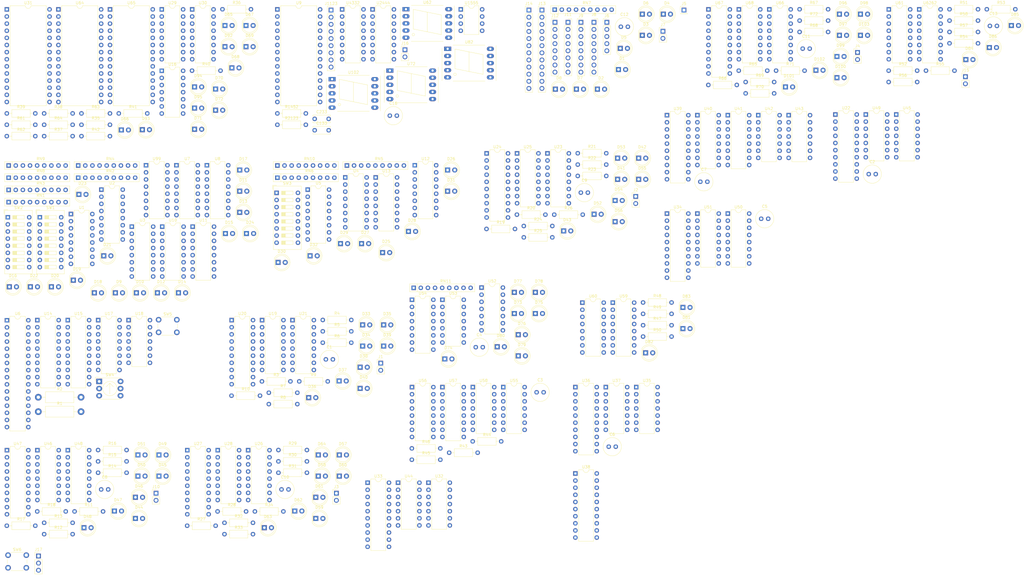
<source format=kicad_pcb>
(kicad_pcb (version 20171130) (host pcbnew "(5.1.9-0-10_14)")
  (layers (0 F.Cu signal) (31 B.Cu signal) (34 B.Paste user) (35 F.Paste user) (36 B.SilkS user) (37 F.SilkS user) (38 B.Mask user) (39 F.Mask user) (44 Edge.Cuts user))
  (net 0 "")
  (net 1 +5V)
  (net 2 GND)
  (net 3 "Net-(RN2-Pad9)")
  (net 4 "Net-(RN2-Pad8)")
  (net 5 "Net-(RN2-Pad7)")
  (net 6 "Net-(RN2-Pad6)")
  (net 7 "Net-(RN2-Pad5)")
  (net 8 "Net-(RN2-Pad4)")
  (net 9 "Net-(RN2-Pad3)")
  (net 10 "Net-(RN2-Pad2)")
  (net 11 "Net-(RN4-Pad9)")
  (net 12 "Net-(RN4-Pad8)")
  (net 13 "Net-(RN4-Pad7)")
  (net 14 "Net-(RN4-Pad6)")
  (net 15 "Net-(RN4-Pad5)")
  (net 16 "Net-(RN4-Pad4)")
  (net 17 "Net-(RN4-Pad3)")
  (net 18 "Net-(RN4-Pad2)")
  (net 19 "Net-(RN6-Pad9)")
  (net 20 "Net-(RN6-Pad8)")
  (net 21 "Net-(RN6-Pad7)")
  (net 22 "Net-(RN6-Pad6)")
  (net 23 "Net-(RN6-Pad5)")
  (net 24 "Net-(RN6-Pad4)")
  (net 25 "Net-(RN6-Pad3)")
  (net 26 "Net-(RN6-Pad2)")
  (net 27 "Net-(U2-Pad6)")
  (net 28 "Net-(U2-Pad5)")
  (net 29 "Net-(U2-Pad3)")
  (net 30 "/Memory Data Register/MEM_DATA_REG4")
  (net 31 "/Memory Data Register/MEM_DATA_REG3")
  (net 32 "/Memory Data Register/MEM_DATA_REG2")
  (net 33 "/Memory Data Register/MEM_DATA_REG1")
  (net 34 "/Memory Data Register/MEM_DATA_REG8")
  (net 35 "/Memory Data Register/MEM_DATA_REG7")
  (net 36 "/Memory Data Register/MEM_DATA_REG6")
  (net 37 "/Memory Data Register/MEM_DATA_REG5")
  (net 38 /RAM/RAM_IO3)
  (net 39 /RAM/RAM_IO2)
  (net 40 /RAM/RAM_IO1)
  (net 41 /RAM/RAM_IO8)
  (net 42 /RAM/RAM_IO7)
  (net 43 /RAM/RAM_IO6)
  (net 44 /RAM/RAM_IO5)
  (net 45 /RAM/RAM_IO4)
  (net 46 "Net-(D9-Pad1)")
  (net 47 "Net-(D10-Pad1)")
  (net 48 "Net-(D11-Pad1)")
  (net 49 "Net-(D12-Pad1)")
  (net 50 "Net-(D13-Pad1)")
  (net 51 "Net-(D14-Pad1)")
  (net 52 "Net-(D15-Pad1)")
  (net 53 "Net-(D16-Pad1)")
  (net 54 "Net-(D17-Pad1)")
  (net 55 "Net-(D18-Pad1)")
  (net 56 "Net-(D19-Pad1)")
  (net 57 "Net-(D20-Pad1)")
  (net 58 "Net-(D21-Pad1)")
  (net 59 "Net-(D22-Pad1)")
  (net 60 "Net-(D23-Pad1)")
  (net 61 "Net-(D24-Pad1)")
  (net 62 "Net-(U1-Pad6)")
  (net 63 "Net-(U1-Pad5)")
  (net 64 "Net-(U1-Pad4)")
  (net 65 "Net-(U1-Pad3)")
  (net 66 "Net-(U2-Pad4)")
  (net 67 "Net-(U6-Pad1)")
  (net 68 "Net-(U7-Pad6)")
  (net 69 "Net-(U7-Pad5)")
  (net 70 "Net-(U7-Pad3)")
  (net 71 "/Memory Address Register/MAR16")
  (net 72 "/Memory Address Register/MAR15")
  (net 73 "/Memory Address Register/MAR14")
  (net 74 "/Memory Address Register/MAR13")
  (net 75 "/Memory Address Register/MAR12")
  (net 76 "/Memory Address Register/MAR11")
  (net 77 "/Memory Address Register/MAR10")
  (net 78 "/Memory Address Register/MAR9")
  (net 79 "/Memory Address Register/MAR8")
  (net 80 "/Memory Address Register/MAR7")
  (net 81 "/Memory Address Register/MAR5")
  (net 82 "/Memory Address Register/MAR4")
  (net 83 "/Memory Address Register/MAR3")
  (net 84 "/Memory Address Register/MAR2")
  (net 85 "/Memory Address Register/MAR1")
  (net 86 "Net-(D25-Pad1)")
  (net 87 "Net-(D26-Pad1)")
  (net 88 "Net-(D27-Pad1)")
  (net 89 "Net-(D28-Pad1)")
  (net 90 "Net-(D29-Pad1)")
  (net 91 "Net-(D30-Pad1)")
  (net 92 "Net-(D31-Pad1)")
  (net 93 "Net-(D32-Pad1)")
  (net 94 "Net-(RN1-Pad9)")
  (net 95 "Net-(RN1-Pad8)")
  (net 96 "Net-(RN1-Pad7)")
  (net 97 "Net-(RN1-Pad6)")
  (net 98 "Net-(RN1-Pad5)")
  (net 99 "Net-(RN1-Pad4)")
  (net 100 "Net-(RN1-Pad3)")
  (net 101 "Net-(RN1-Pad2)")
  (net 102 "Net-(RN3-Pad9)")
  (net 103 "Net-(RN3-Pad8)")
  (net 104 "Net-(RN3-Pad7)")
  (net 105 "Net-(RN3-Pad6)")
  (net 106 "Net-(RN3-Pad5)")
  (net 107 "Net-(RN3-Pad4)")
  (net 108 "Net-(RN3-Pad3)")
  (net 109 "Net-(RN3-Pad2)")
  (net 110 "Net-(RN5-Pad9)")
  (net 111 "Net-(RN5-Pad8)")
  (net 112 "Net-(RN5-Pad7)")
  (net 113 "Net-(RN5-Pad6)")
  (net 114 "Net-(RN5-Pad5)")
  (net 115 "Net-(RN5-Pad4)")
  (net 116 "Net-(RN5-Pad3)")
  (net 117 "Net-(RN5-Pad2)")
  (net 118 "Net-(RN8-Pad1)")
  (net 119 "Net-(RN9-Pad1)")
  (net 120 "Net-(U12-Pad14)")
  (net 121 "Net-(U12-Pad11)")
  (net 122 "Net-(U12-Pad5)")
  (net 123 "Net-(U12-Pad2)")
  (net 124 "Net-(U13-Pad14)")
  (net 125 "Net-(U13-Pad11)")
  (net 126 "Net-(U13-Pad5)")
  (net 127 "Net-(U13-Pad2)")
  (net 128 "Net-(U14-Pad4)")
  (net 129 "Net-(U14-Pad3)")
  (net 130 "Net-(U14-Pad2)")
  (net 131 "Net-(U14-Pad9)")
  (net 132 "Net-(U14-Pad8)")
  (net 133 "Net-(U14-Pad7)")
  (net 134 "Net-(U14-Pad6)")
  (net 135 "Net-(U14-Pad5)")
  (net 136 "Net-(U7-Pad4)")
  (net 137 "Net-(U10-Pad6)")
  (net 138 "Net-(U10-Pad5)")
  (net 139 "Net-(U10-Pad4)")
  (net 140 "Net-(U10-Pad3)")
  (net 141 "Net-(R1-Pad2)")
  (net 142 "Net-(R2-Pad1)")
  (net 143 "/Memory Address Register/RAM_RESET")
  (net 144 /CLOCK)
  (net 145 "Net-(U17-Pad12)")
  (net 146 "Net-(U17-Pad7)")
  (net 147 "Net-(U17-Pad14)")
  (net 148 "Net-(U17-Pad6)")
  (net 149 "Net-(U17-Pad5)")
  (net 150 "Net-(U17-Pad4)")
  (net 151 "Net-(U17-Pad11)")
  (net 152 "Net-(U17-Pad3)")
  (net 153 "Net-(U17-Pad10)")
  (net 154 "Net-(U17-Pad2)")
  (net 155 "Net-(U17-Pad9)")
  (net 156 "Net-(C1-Pad1)")
  (net 157 VCC)
  (net 158 "/ALU Arithmetic Logic Unit/NOT Unit/ALU_OUT8")
  (net 159 "Net-(D1-Pad1)")
  (net 160 "/ALU Arithmetic Logic Unit/NOT Unit/ALU_OUT7")
  (net 161 "Net-(D2-Pad1)")
  (net 162 "/ALU Arithmetic Logic Unit/NOT Unit/ALU_OUT6")
  (net 163 "Net-(D3-Pad1)")
  (net 164 "/ALU Arithmetic Logic Unit/NOT Unit/ALU_OUT5")
  (net 165 "Net-(D4-Pad1)")
  (net 166 "/ALU Arithmetic Logic Unit/NOT Unit/ALU_OUT4")
  (net 167 "Net-(D5-Pad1)")
  (net 168 "/ALU Arithmetic Logic Unit/NOT Unit/ALU_OUT3")
  (net 169 "Net-(D6-Pad1)")
  (net 170 "/ALU Arithmetic Logic Unit/NOT Unit/ALU_OUT2")
  (net 171 "Net-(D7-Pad1)")
  (net 172 "/ALU Arithmetic Logic Unit/NOT Unit/ALU_OUT1")
  (net 173 "Net-(D8-Pad1)")
  (net 174 "/ALU Arithmetic Logic Unit/Pass Through Unit/OE")
  (net 175 "Net-(D33-Pad1)")
  (net 176 "/ALU Arithmetic Logic Unit/ALU Control Pins/SHR")
  (net 177 "Net-(D34-Pad1)")
  (net 178 "/ALU Arithmetic Logic Unit/ALU Control Pins/SHL")
  (net 179 "Net-(D35-Pad1)")
  (net 180 "/ALU Arithmetic Logic Unit/XOR Unit/OE")
  (net 181 "Net-(D36-Pad1)")
  (net 182 "/ALU Arithmetic Logic Unit/ALU Control Pins/AND")
  (net 183 "Net-(D37-Pad1)")
  (net 184 "/ALU Arithmetic Logic Unit/OR Unit/OE")
  (net 185 "Net-(D38-Pad1)")
  (net 186 "Net-(D39-Pad2)")
  (net 187 "Net-(D39-Pad1)")
  (net 188 "Net-(D40-Pad2)")
  (net 189 "Net-(D40-Pad1)")
  (net 190 "Net-(D41-Pad1)")
  (net 191 "Net-(D42-Pad1)")
  (net 192 "Net-(D43-Pad1)")
  (net 193 "/ALU Arithmetic Logic Unit/Shift Left/Right Unit/CLOCK")
  (net 194 "/ALU Arithmetic Logic Unit/ALU Control Pins/F0")
  (net 195 "/ALU Arithmetic Logic Unit/ALU Control Pins/F1")
  (net 196 "/ALU Arithmetic Logic Unit/ALU Control Pins/F2")
  (net 197 "/ALU Arithmetic Logic Unit/ALU Control Pins/EN")
  (net 198 "/ALU Arithmetic Logic Unit/NOT Unit/INVERT")
  (net 199 "/ALU Arithmetic Logic Unit/A1")
  (net 200 "/ALU Arithmetic Logic Unit/A2")
  (net 201 "/ALU Arithmetic Logic Unit/A3")
  (net 202 "/ALU Arithmetic Logic Unit/A4")
  (net 203 "/ALU Arithmetic Logic Unit/A5")
  (net 204 "/ALU Arithmetic Logic Unit/A6")
  (net 205 "/ALU Arithmetic Logic Unit/A7")
  (net 206 "/ALU Arithmetic Logic Unit/A8")
  (net 207 "/ALU Arithmetic Logic Unit/B1")
  (net 208 "/ALU Arithmetic Logic Unit/B2")
  (net 209 "/ALU Arithmetic Logic Unit/B3")
  (net 210 "/ALU Arithmetic Logic Unit/B4")
  (net 211 "/ALU Arithmetic Logic Unit/B5")
  (net 212 "/ALU Arithmetic Logic Unit/B6")
  (net 213 "/ALU Arithmetic Logic Unit/B7")
  (net 214 "/ALU Arithmetic Logic Unit/B8")
  (net 215 "/ALU Arithmetic Logic Unit/Y3")
  (net 216 "Net-(U16-Pad6)")
  (net 217 "Net-(U16-Pad12)")
  (net 218 "/ALU Arithmetic Logic Unit/Y6")
  (net 219 "/ALU Arithmetic Logic Unit/Y4")
  (net 220 "Net-(U16-Pad4)")
  (net 221 "Net-(U16-Pad10)")
  (net 222 "/ALU Arithmetic Logic Unit/Y7")
  (net 223 "/ALU Arithmetic Logic Unit/Y5")
  (net 224 "Net-(U16-Pad8)")
  (net 225 "/ALU Arithmetic Logic Unit/Y1")
  (net 226 "/ALU Arithmetic Logic Unit/Y2")
  (net 227 "Net-(U22-Pad18)")
  (net 228 "Net-(U22-Pad17)")
  (net 229 "Net-(U22-Pad16)")
  (net 230 "Net-(U22-Pad15)")
  (net 231 "Net-(U22-Pad14)")
  (net 232 "Net-(U22-Pad13)")
  (net 233 "Net-(U22-Pad12)")
  (net 234 "Net-(U22-Pad11)")
  (net 235 "/ALU Arithmetic Logic Unit/ALU Control Pins/SHIFT_EN")
  (net 236 "/ALU Arithmetic Logic Unit/ALU Control Pins/ADD")
  (net 237 "Net-(U33-Pad14)")
  (net 238 "Net-(U33-Pad13)")
  (net 239 "Net-(U33-Pad12)")
  (net 240 "Net-(U35-Pad6)")
  (net 241 "Net-(U35-Pad11)")
  (net 242 "Net-(U35-Pad3)")
  (net 243 "Net-(U35-Pad8)")
  (net 244 "Net-(U36-Pad14)")
  (net 245 "Net-(U36-Pad13)")
  (net 246 "Net-(U36-Pad12)")
  (net 247 "Net-(U36-Pad11)")
  (net 248 "Net-(U39-Pad18)")
  (net 249 "Net-(U39-Pad17)")
  (net 250 "Net-(U39-Pad16)")
  (net 251 "Net-(U39-Pad15)")
  (net 252 "Net-(U39-Pad14)")
  (net 253 "Net-(U39-Pad13)")
  (net 254 "Net-(U39-Pad12)")
  (net 255 "Net-(U39-Pad11)")
  (net 256 "Net-(U40-Pad15)")
  (net 257 "Net-(U40-Pad7)")
  (net 258 "Net-(U40-Pad6)")
  (net 259 "Net-(U40-Pad11)")
  (net 260 "Net-(U40-Pad2)")
  (net 261 "Net-(U41-Pad15)")
  (net 262 "Net-(U41-Pad6)")
  (net 263 "Net-(U41-Pad11)")
  (net 264 "Net-(U41-Pad2)")
  (net 265 "Net-(C8-Pad1)")
  (net 266 "Net-(C9-Pad1)")
  (net 267 "Net-(C10-Pad1)")
  (net 268 BUS1)
  (net 269 BUS2)
  (net 270 BUS3)
  (net 271 BUS4)
  (net 272 "/Control Word Unit/MAR1_LATCH")
  (net 273 BUS5)
  (net 274 BUS6)
  (net 275 BUS7)
  (net 276 BUS8)
  (net 277 "/Memory Data Register/RAM_RESET")
  (net 278 "/Control Word Unit/MEM_DATA_LATCH")
  (net 279 "/Control Word Unit/MAR2_LATCH")
  (net 280 "/Control Word Unit/CONTROL_RAM_WRITE")
  (net 281 "/Control Word Unit/RAM_OUT")
  (net 282 "/Counter Unit/OE")
  (net 283 "Net-(C11-Pad1)")
  (net 284 "Net-(D44-Pad2)")
  (net 285 "Net-(D44-Pad1)")
  (net 286 "Net-(D45-Pad2)")
  (net 287 "Net-(D45-Pad1)")
  (net 288 "Net-(D46-Pad2)")
  (net 289 "Net-(D46-Pad1)")
  (net 290 "Net-(D47-Pad2)")
  (net 291 "Net-(D47-Pad1)")
  (net 292 "Net-(D48-Pad2)")
  (net 293 "Net-(D48-Pad1)")
  (net 294 "Net-(D49-Pad2)")
  (net 295 "Net-(D49-Pad1)")
  (net 296 "Net-(D50-Pad2)")
  (net 297 "Net-(D50-Pad1)")
  (net 298 "Net-(D51-Pad2)")
  (net 299 "Net-(D51-Pad1)")
  (net 300 "Net-(D52-Pad2)")
  (net 301 "Net-(D52-Pad1)")
  (net 302 "Net-(D53-Pad2)")
  (net 303 "Net-(D53-Pad1)")
  (net 304 "Net-(D54-Pad2)")
  (net 305 "Net-(D54-Pad1)")
  (net 306 "Net-(D55-Pad2)")
  (net 307 "Net-(D55-Pad1)")
  (net 308 "Net-(D56-Pad2)")
  (net 309 "Net-(D56-Pad1)")
  (net 310 "Net-(D57-Pad2)")
  (net 311 "Net-(D57-Pad1)")
  (net 312 "Net-(D58-Pad2)")
  (net 313 "Net-(D58-Pad1)")
  (net 314 "Net-(D59-Pad2)")
  (net 315 "Net-(D59-Pad1)")
  (net 316 "Net-(D60-Pad2)")
  (net 317 "Net-(D60-Pad1)")
  (net 318 "Net-(D61-Pad2)")
  (net 319 "Net-(D61-Pad1)")
  (net 320 "Net-(D62-Pad2)")
  (net 321 "Net-(D62-Pad1)")
  (net 322 "Net-(D63-Pad2)")
  (net 323 "Net-(D63-Pad1)")
  (net 324 "Net-(D64-Pad2)")
  (net 325 "Net-(D64-Pad1)")
  (net 326 "Net-(D65-Pad2)")
  (net 327 "Net-(D65-Pad1)")
  (net 328 "Net-(D66-Pad1)")
  (net 329 "Net-(D67-Pad1)")
  (net 330 "Net-(D68-Pad1)")
  (net 331 "Net-(D69-Pad1)")
  (net 332 "Net-(D70-Pad1)")
  (net 333 "Net-(D71-Pad1)")
  (net 334 "Net-(D72-Pad1)")
  (net 335 "Net-(D73-Pad1)")
  (net 336 "Net-(D74-Pad1)")
  (net 337 "Net-(D75-Pad1)")
  (net 338 "/Control Word Unit/REGISTER_A_IN")
  (net 339 "/Control Word Unit/REGISTER_B_IN")
  (net 340 "Net-(U46-Pad15)")
  (net 341 "Net-(U46-Pad10)")
  (net 342 "/Counter Unit/JUMP")
  (net 343 "Net-(C12-Pad1)")
  (net 344 "Net-(D33-Pad2)")
  (net 345 "Net-(D34-Pad2)")
  (net 346 "Net-(D35-Pad2)")
  (net 347 "Net-(D36-Pad2)")
  (net 348 "Net-(D37-Pad2)")
  (net 349 "Net-(D38-Pad2)")
  (net 350 "Net-(D41-Pad2)")
  (net 351 "Net-(D42-Pad2)")
  (net 352 "Net-(D43-Pad2)")
  (net 353 "Net-(D76-Pad1)")
  (net 354 "Net-(D77-Pad1)")
  (net 355 "Net-(D78-Pad1)")
  (net 356 "Net-(D79-Pad2)")
  (net 357 "Net-(D79-Pad1)")
  (net 358 "Net-(D80-Pad2)")
  (net 359 "Net-(D80-Pad1)")
  (net 360 "Net-(D81-Pad1)")
  (net 361 "Net-(D82-Pad1)")
  (net 362 "Net-(D83-Pad1)")
  (net 363 "Net-(R43-Pad2)")
  (net 364 "Net-(R44-Pad2)")
  (net 365 "Net-(R45-Pad2)")
  (net 366 "Net-(R46-Pad2)")
  (net 367 "Net-(R47-Pad2)")
  (net 368 "/Control Word Unit/REGISTER_A_OUT")
  (net 369 "/Control Word Unit/REGISTER_B_OUT")
  (net 370 "Net-(U32-Pad6)")
  (net 371 "Net-(U32-Pad11)")
  (net 372 "Net-(U32-Pad3)")
  (net 373 "Net-(U32-Pad8)")
  (net 374 "Net-(U33-Pad11)")
  (net 375 "Net-(U34-Pad18)")
  (net 376 "Net-(U34-Pad17)")
  (net 377 "Net-(U34-Pad16)")
  (net 378 "Net-(U34-Pad15)")
  (net 379 "Net-(U34-Pad14)")
  (net 380 "Net-(U34-Pad13)")
  (net 381 "Net-(U34-Pad12)")
  (net 382 "Net-(U34-Pad11)")
  (net 383 "Net-(U52-Pad6)")
  (net 384 "Net-(U52-Pad12)")
  (net 385 "Net-(U52-Pad4)")
  (net 386 "Net-(U52-Pad10)")
  (net 387 "Net-(U52-Pad8)")
  (net 388 "Net-(U55-Pad2)")
  (net 389 "Net-(U57-Pad6)")
  (net 390 "Net-(U59-Pad7)")
  (net 391 "Net-(U59-Pad6)")
  (net 392 "Net-(U59-Pad5)")
  (net 393 "Net-(C13-Pad1)")
  (net 394 "/ALU Arithmetic Logic Unit/EQ")
  (net 395 "Net-(D84-Pad1)")
  (net 396 "Net-(D85-Pad1)")
  (net 397 "Net-(D86-Pad1)")
  (net 398 "/ALU Arithmetic Logic Unit/CARRY")
  (net 399 "/ALU Arithmetic Logic Unit/SUM_HIGH_BIT")
  (net 400 "/Flags Register Unit/NEG")
  (net 401 "/Flags Register Unit/CARRY")
  (net 402 "/Control Word Unit/RAM_MODE")
  (net 403 "/Control Word Unit/RAM_WRITE")
  (net 404 "Net-(D96-Pad2)")
  (net 405 "Net-(D96-Pad1)")
  (net 406 "Net-(D97-Pad2)")
  (net 407 "Net-(D97-Pad1)")
  (net 408 "Net-(D98-Pad2)")
  (net 409 "Net-(D98-Pad1)")
  (net 410 "Net-(D99-Pad2)")
  (net 411 "Net-(D99-Pad1)")
  (net 412 "Net-(D100-Pad2)")
  (net 413 "Net-(D100-Pad1)")
  (net 414 "Net-(D101-Pad2)")
  (net 415 "Net-(D101-Pad1)")
  (net 416 "Net-(D102-Pad2)")
  (net 417 "Net-(D102-Pad1)")
  (net 418 "Net-(D103-Pad2)")
  (net 419 "Net-(D103-Pad1)")
  (net 420 "Net-(U29-Pad15)")
  (net 421 "/Control Word Unit/STEP1")
  (net 422 "Net-(U29-Pad6)")
  (net 423 "/Control Word Unit/STEP2")
  (net 424 "Net-(U29-Pad5)")
  (net 425 "/Control Word Unit/STEP3")
  (net 426 "Net-(U29-Pad4)")
  (net 427 "Net-(U29-Pad3)")
  (net 428 "/Control Word Unit/RST_OP_COUNTER")
  (net 429 "/Control Word Unit/INST7")
  (net 430 "/Control Word Unit/INST2")
  (net 431 "/Control Word Unit/INST3")
  (net 432 "/Control Word Unit/INST5")
  (net 433 "/Control Word Unit/INST4")
  (net 434 "/Control Word Unit/FLAG1")
  (net 435 "/Control Word Unit/FLAG2")
  (net 436 "/Control Word Unit/FLAG3")
  (net 437 "/Control Word Unit/FLAG4")
  (net 438 "/Control Word Unit/INST1")
  (net 439 "/Control Word Unit/INST6")
  (net 440 "/Control Word Unit/INST8")
  (net 441 "/Control Word Unit/MC19")
  (net 442 "/Control Word Unit/MC18")
  (net 443 "/Control Word Unit/MC22")
  (net 444 "/Control Word Unit/T7")
  (net 445 "/Control Word Unit/T6")
  (net 446 "/Control Word Unit/T5")
  (net 447 "/Control Word Unit/T4")
  (net 448 "/Control Word Unit/T3")
  (net 449 "Net-(D92-Pad1)")
  (net 450 "/Control Word Unit/T2")
  (net 451 "Net-(D93-Pad1)")
  (net 452 "/Control Word Unit/T1")
  (net 453 "Net-(D94-Pad1)")
  (net 454 "/Control Word Unit/T0")
  (net 455 "Net-(D95-Pad1)")
  (net 456 "/ALU Arithmetic Logic Unit/Compare Unit (GT, LT, EQ)/LT")
  (net 457 "/ALU Arithmetic Logic Unit/Compare Unit (GT, LT, EQ)/GT")
  (net 458 "Net-(R51-Pad1)")
  (net 459 "Net-(R55-Pad1)")
  (net 460 "Net-(R56-Pad1)")
  (net 461 "Net-(R57-Pad1)")
  (net 462 "Net-(R58-Pad1)")
  (net 463 "/Control Word Unit/REGISTER_SCRATCH_IN")
  (net 464 "/Control Word Unit/REGISTER_SCRATCH_OUT")
  (net 465 "/Flags Register Unit/LATCH")
  (net 466 "/ALU Arithmetic Logic Unit/SUB")
  (net 467 "Net-(U61-Pad14)")
  (net 468 "Net-(U61-Pad13)")
  (net 469 "/Flags Register Unit/SUB_IN")
  (net 470 "/Control Word Unit/ALU_F2")
  (net 471 "/Control Word Unit/ALU_ENABLE")
  (net 472 "/Control Word Unit/ALU_INVERT")
  (net 473 "/Control Word Unit/ALU_F0")
  (net 474 "/Control Word Unit/ALU_F1")
  (net 475 "/Control Word Unit/RESET")
  (net 476 /Clock/HALT)
  (net 477 /Display/CLOCK_DISPLAY)
  (net 478 "/Control Word Unit/DISPLAY_OUT")
  (net 479 /Display/C)
  (net 480 /Display/DP)
  (net 481 /Display/D)
  (net 482 /Display/E)
  (net 483 /Display/G)
  (net 484 /Display/A)
  (net 485 /Display/F)
  (net 486 /Display/B)
  (net 487 /Display/H)
  (net 488 "Net-(C133-Pad2)")
  (net 489 "Net-(C233-Pad1)")
  (net 490 "/Flags Register Unit/ZE")
  (net 491 "Net-(J17-Pad3)")
  (net 492 "Net-(J1123-Pad9)")
  (net 493 "Net-(J1123-Pad8)")
  (net 494 "Net-(J1123-Pad7)")
  (net 495 "Net-(J1123-Pad6)")
  (net 496 "Net-(J1123-Pad5)")
  (net 497 "Net-(J1123-Pad4)")
  (net 498 "Net-(J1123-Pad3)")
  (net 499 "Net-(J1123-Pad2)")
  (net 500 "Net-(J1123-Pad1)")
  (net 501 "Net-(R1452-Pad2)")
  (net 502 "Net-(R1452-Pad1)")
  (net 503 "Net-(U2444-Pad1)")
  (net 504 "Net-(U4332-Pad7)")
  (net 505 "Net-(U4332-Pad6)")
  (net 506 "Net-(U4332-Pad5)")
  (net 507 "Net-(U102-Pad1)")
  (net 508 "Net-(U1555-Pad4)")
  (net 509 "Net-(U2444-Pad14)")
  (net 510 "Net-(U2444-Pad11)")
  (net 511 "Net-(U6262-Pad8)")
  (net 512 "Net-(U6262-Pad11)")
  (module Button_Switch_THT:SW_PUSH_6mm (layer F.Cu) (at 60.873 118.067)
    (fp_text reference SW5 (at 3.25 -2) (layer F.SilkS))
    (fp_text value SW_Push)
    (pad 1 thru_hole circle (at 6.5 0 90) (size 2 2) (drill 1.1) (layers *.Cu *.Mask) (net 2 GND))
    (pad 2 thru_hole circle (at 6.5 4.5 90) (size 2 2) (drill 1.1) (layers *.Cu *.Mask) (net 142 "Net-(R2-Pad1)"))
    (pad 1 thru_hole circle (at 0 0 90) (size 2 2) (drill 1.1) (layers *.Cu *.Mask) (net 2 GND))
    (pad 2 thru_hole circle (at 0 4.5 90) (size 2 2) (drill 1.1) (layers *.Cu *.Mask) (net 142 "Net-(R2-Pad1)"))
  )
  (module Button_Switch_THT:Nidec_Copal_SH-7010C (layer F.Cu) (at 39.678 140.072)
    (fp_text reference SW4 (at 3.81 -2.36) (layer F.SilkS))
    (fp_text value SW_SPDT)
    (pad 2 thru_hole oval (at 7.62 5.08) (size 2.1 1.9) (drill 1) (layers *.Cu *.Mask) (net 402 "/Control Word Unit/RAM_MODE"))
    (pad 4 thru_hole oval (at 0 5.08) (size 2.1 1.9) (drill 1) (layers *.Cu *.Mask))
    (pad C thru_hole oval (at 7.62 2.54) (size 2.1 1.9) (drill 1) (layers *.Cu *.Mask))
    (pad C thru_hole oval (at 0 2.54) (size 2.1 1.9) (drill 1) (layers *.Cu *.Mask))
    (pad 8 thru_hole oval (at 7.62 0) (size 2.1 1.9) (drill 1) (layers *.Cu *.Mask))
    (pad 1 thru_hole rect (at 0 0) (size 2.1 1.9) (drill 1) (layers *.Cu *.Mask) (net 141 "Net-(R1-Pad2)"))
  )
  (module Button_Switch_THT:SW_PUSH_6mm (layer F.Cu) (at 7.193 202.027)
    (fp_text reference SW6 (at 3.25 -2) (layer F.SilkS))
    (fp_text value SW_Push)
    (pad 1 thru_hole circle (at 6.5 0 90) (size 2 2) (drill 1.1) (layers *.Cu *.Mask) (net 491 "Net-(J17-Pad3)"))
    (pad 2 thru_hole circle (at 6.5 4.5 90) (size 2 2) (drill 1.1) (layers *.Cu *.Mask) (net 157 VCC))
    (pad 1 thru_hole circle (at 0 0 90) (size 2 2) (drill 1.1) (layers *.Cu *.Mask) (net 491 "Net-(J17-Pad3)"))
    (pad 2 thru_hole circle (at 0 4.5 90) (size 2 2) (drill 1.1) (layers *.Cu *.Mask) (net 157 VCC))
  )
  (module Package_DIP:DIP-16_W7.62mm (layer F.Cu) (at 332.123 7.397)
    (fp_text reference U6262 (at 3.81 -2.33) (layer F.SilkS))
    (fp_text value 74LS08)
    (pad 16 thru_hole oval (at 7.62 0) (size 1.6 1.6) (drill 0.8) (layers *.Cu *.Mask))
    (pad 8 thru_hole oval (at 0 17.78) (size 1.6 1.6) (drill 0.8) (layers *.Cu *.Mask) (net 511 "Net-(U6262-Pad8)"))
    (pad 15 thru_hole oval (at 7.62 2.54) (size 1.6 1.6) (drill 0.8) (layers *.Cu *.Mask))
    (pad 7 thru_hole oval (at 0 15.24) (size 1.6 1.6) (drill 0.8) (layers *.Cu *.Mask) (net 2 GND))
    (pad 14 thru_hole oval (at 7.62 5.08) (size 1.6 1.6) (drill 0.8) (layers *.Cu *.Mask) (net 157 VCC))
    (pad 6 thru_hole oval (at 0 12.7) (size 1.6 1.6) (drill 0.8) (layers *.Cu *.Mask) (net 468 "Net-(U61-Pad13)"))
    (pad 13 thru_hole oval (at 7.62 7.62) (size 1.6 1.6) (drill 0.8) (layers *.Cu *.Mask) (net 461 "Net-(R57-Pad1)"))
    (pad 5 thru_hole oval (at 0 10.16) (size 1.6 1.6) (drill 0.8) (layers *.Cu *.Mask) (net 469 "/Flags Register Unit/SUB_IN"))
    (pad 12 thru_hole oval (at 7.62 10.16) (size 1.6 1.6) (drill 0.8) (layers *.Cu *.Mask) (net 462 "Net-(R58-Pad1)"))
    (pad 4 thru_hole oval (at 0 7.62) (size 1.6 1.6) (drill 0.8) (layers *.Cu *.Mask) (net 399 "/ALU Arithmetic Logic Unit/SUM_HIGH_BIT"))
    (pad 11 thru_hole oval (at 7.62 12.7) (size 1.6 1.6) (drill 0.8) (layers *.Cu *.Mask) (net 512 "Net-(U6262-Pad11)"))
    (pad 3 thru_hole oval (at 0 5.08) (size 1.6 1.6) (drill 0.8) (layers *.Cu *.Mask) (net 467 "Net-(U61-Pad14)"))
    (pad 10 thru_hole oval (at 7.62 15.24) (size 1.6 1.6) (drill 0.8) (layers *.Cu *.Mask) (net 459 "Net-(R55-Pad1)"))
    (pad 2 thru_hole oval (at 0 2.54) (size 1.6 1.6) (drill 0.8) (layers *.Cu *.Mask) (net 394 "/ALU Arithmetic Logic Unit/EQ"))
    (pad 9 thru_hole oval (at 7.62 17.78) (size 1.6 1.6) (drill 0.8) (layers *.Cu *.Mask) (net 460 "Net-(R56-Pad1)"))
    (pad 1 thru_hole rect (at 0 0) (size 1.6 1.6) (drill 0.8) (layers *.Cu *.Mask) (net 469 "/Flags Register Unit/SUB_IN"))
  )
  (module Package_DIP:DIP-16_W7.62mm (layer F.Cu) (at 126.323 7.397)
    (fp_text reference U4332 (at 3.81 -2.33) (layer F.SilkS))
    (fp_text value 74LS139)
    (pad 16 thru_hole oval (at 7.62 0) (size 1.6 1.6) (drill 0.8) (layers *.Cu *.Mask) (net 157 VCC))
    (pad 8 thru_hole oval (at 0 17.78) (size 1.6 1.6) (drill 0.8) (layers *.Cu *.Mask) (net 2 GND))
    (pad 15 thru_hole oval (at 7.62 2.54) (size 1.6 1.6) (drill 0.8) (layers *.Cu *.Mask))
    (pad 7 thru_hole oval (at 0 15.24) (size 1.6 1.6) (drill 0.8) (layers *.Cu *.Mask) (net 504 "Net-(U4332-Pad7)"))
    (pad 14 thru_hole oval (at 7.62 5.08) (size 1.6 1.6) (drill 0.8) (layers *.Cu *.Mask))
    (pad 6 thru_hole oval (at 0 12.7) (size 1.6 1.6) (drill 0.8) (layers *.Cu *.Mask) (net 505 "Net-(U4332-Pad6)"))
    (pad 13 thru_hole oval (at 7.62 7.62) (size 1.6 1.6) (drill 0.8) (layers *.Cu *.Mask))
    (pad 5 thru_hole oval (at 0 10.16) (size 1.6 1.6) (drill 0.8) (layers *.Cu *.Mask) (net 506 "Net-(U4332-Pad5)"))
    (pad 12 thru_hole oval (at 7.62 10.16) (size 1.6 1.6) (drill 0.8) (layers *.Cu *.Mask))
    (pad 4 thru_hole oval (at 0 7.62) (size 1.6 1.6) (drill 0.8) (layers *.Cu *.Mask) (net 507 "Net-(U102-Pad1)"))
    (pad 11 thru_hole oval (at 7.62 12.7) (size 1.6 1.6) (drill 0.8) (layers *.Cu *.Mask))
    (pad 3 thru_hole oval (at 0 5.08) (size 1.6 1.6) (drill 0.8) (layers *.Cu *.Mask) (net 157 VCC))
    (pad 10 thru_hole oval (at 7.62 15.24) (size 1.6 1.6) (drill 0.8) (layers *.Cu *.Mask))
    (pad 2 thru_hole oval (at 0 2.54) (size 1.6 1.6) (drill 0.8) (layers *.Cu *.Mask) (net 503 "Net-(U2444-Pad1)"))
    (pad 9 thru_hole oval (at 7.62 17.78) (size 1.6 1.6) (drill 0.8) (layers *.Cu *.Mask))
    (pad 1 thru_hole rect (at 0 0) (size 1.6 1.6) (drill 0.8) (layers *.Cu *.Mask) (net 2 GND))
  )
  (module Package_DIP:DIP-16_W7.62mm (layer F.Cu) (at 137.173 7.397)
    (fp_text reference U2444 (at 3.81 -2.33) (layer F.SilkS))
    (fp_text value 74LS76)
    (pad 16 thru_hole oval (at 7.62 0) (size 1.6 1.6) (drill 0.8) (layers *.Cu *.Mask) (net 157 VCC))
    (pad 8 thru_hole oval (at 0 17.78) (size 1.6 1.6) (drill 0.8) (layers *.Cu *.Mask) (net 157 VCC))
    (pad 15 thru_hole oval (at 7.62 2.54) (size 1.6 1.6) (drill 0.8) (layers *.Cu *.Mask) (net 157 VCC))
    (pad 7 thru_hole oval (at 0 15.24) (size 1.6 1.6) (drill 0.8) (layers *.Cu *.Mask) (net 157 VCC))
    (pad 14 thru_hole oval (at 7.62 5.08) (size 1.6 1.6) (drill 0.8) (layers *.Cu *.Mask) (net 509 "Net-(U2444-Pad14)"))
    (pad 6 thru_hole oval (at 0 12.7) (size 1.6 1.6) (drill 0.8) (layers *.Cu *.Mask) (net 477 /Display/CLOCK_DISPLAY))
    (pad 13 thru_hole oval (at 7.62 7.62) (size 1.6 1.6) (drill 0.8) (layers *.Cu *.Mask) (net 2 GND))
    (pad 5 thru_hole oval (at 0 10.16) (size 1.6 1.6) (drill 0.8) (layers *.Cu *.Mask) (net 157 VCC))
    (pad 12 thru_hole oval (at 7.62 10.16) (size 1.6 1.6) (drill 0.8) (layers *.Cu *.Mask) (net 157 VCC))
    (pad 4 thru_hole oval (at 0 7.62) (size 1.6 1.6) (drill 0.8) (layers *.Cu *.Mask) (net 157 VCC))
    (pad 11 thru_hole oval (at 7.62 12.7) (size 1.6 1.6) (drill 0.8) (layers *.Cu *.Mask) (net 510 "Net-(U2444-Pad11)"))
    (pad 3 thru_hole oval (at 0 5.08) (size 1.6 1.6) (drill 0.8) (layers *.Cu *.Mask) (net 157 VCC))
    (pad 10 thru_hole oval (at 7.62 15.24) (size 1.6 1.6) (drill 0.8) (layers *.Cu *.Mask) (net 503 "Net-(U2444-Pad1)"))
    (pad 2 thru_hole oval (at 0 2.54) (size 1.6 1.6) (drill 0.8) (layers *.Cu *.Mask) (net 157 VCC))
    (pad 9 thru_hole oval (at 7.62 17.78) (size 1.6 1.6) (drill 0.8) (layers *.Cu *.Mask) (net 157 VCC))
    (pad 1 thru_hole rect (at 0 0) (size 1.6 1.6) (drill 0.8) (layers *.Cu *.Mask) (net 503 "Net-(U2444-Pad1)"))
  )
  (module Package_DIP:DIP-8_W7.62mm (layer F.Cu) (at 168.633 7.397)
    (fp_text reference U1555 (at 3.81 -2.33) (layer F.SilkS))
    (fp_text value NE55P)
    (pad 8 thru_hole oval (at 7.62 0) (size 1.6 1.6) (drill 0.8) (layers *.Cu *.Mask) (net 157 VCC))
    (pad 4 thru_hole oval (at 0 7.62) (size 1.6 1.6) (drill 0.8) (layers *.Cu *.Mask) (net 508 "Net-(U1555-Pad4)"))
    (pad 7 thru_hole oval (at 7.62 2.54) (size 1.6 1.6) (drill 0.8) (layers *.Cu *.Mask) (net 502 "Net-(R1452-Pad1)"))
    (pad 3 thru_hole oval (at 0 5.08) (size 1.6 1.6) (drill 0.8) (layers *.Cu *.Mask) (net 477 /Display/CLOCK_DISPLAY))
    (pad 6 thru_hole oval (at 7.62 5.08) (size 1.6 1.6) (drill 0.8) (layers *.Cu *.Mask) (net 501 "Net-(R1452-Pad2)"))
    (pad 2 thru_hole oval (at 0 2.54) (size 1.6 1.6) (drill 0.8) (layers *.Cu *.Mask) (net 488 "Net-(C133-Pad2)"))
    (pad 5 thru_hole oval (at 7.62 7.62) (size 1.6 1.6) (drill 0.8) (layers *.Cu *.Mask) (net 489 "Net-(C233-Pad1)"))
    (pad 1 thru_hole rect (at 0 0) (size 1.6 1.6) (drill 0.8) (layers *.Cu *.Mask) (net 2 GND))
  )
  (module Display_7Segment:7SegmentLED_LTS6760_LTS6780 (layer F.Cu) (at 122.733 32.267)
    (fp_text reference U102 (at 7.62 -2.42) (layer F.SilkS))
    (fp_text value HDSP-7503)
    (pad 1 thru_hole rect (at 0 0 270) (size 1.524 2.524) (drill 0.8) (layers *.Cu *.Mask) (net 507 "Net-(U102-Pad1)"))
    (pad 2 thru_hole oval (at 0 2.54 270) (size 1.524 2.524) (drill 0.8) (layers *.Cu *.Mask) (net 485 /Display/F))
    (pad 3 thru_hole oval (at 0 5.08 270) (size 1.524 2.524) (drill 0.8) (layers *.Cu *.Mask) (net 483 /Display/G))
    (pad 4 thru_hole oval (at 0 7.62 270) (size 1.524 2.524) (drill 0.8) (layers *.Cu *.Mask) (net 482 /Display/E))
    (pad 5 thru_hole oval (at 0 10.16 270) (size 1.524 2.524) (drill 0.8) (layers *.Cu *.Mask) (net 481 /Display/D))
    (pad 6 thru_hole oval (at 15.24 10.16 270) (size 1.524 2.524) (drill 0.8) (layers *.Cu *.Mask) (net 507 "Net-(U102-Pad1)"))
    (pad 7 thru_hole oval (at 15.24 7.62 270) (size 1.524 2.524) (drill 0.8) (layers *.Cu *.Mask) (net 480 /Display/DP))
    (pad 8 thru_hole oval (at 15.24 5.08 270) (size 1.524 2.524) (drill 0.8) (layers *.Cu *.Mask) (net 479 /Display/C))
    (pad 9 thru_hole oval (at 15.24 2.54 270) (size 1.524 2.524) (drill 0.8) (layers *.Cu *.Mask) (net 486 /Display/B))
    (pad 10 thru_hole oval (at 15.24 0 270) (size 1.524 2.524) (drill 0.8) (layers *.Cu *.Mask) (net 484 /Display/A))
  )
  (module Package_DIP:DIP-16_W7.62mm (layer F.Cu) (at 56.393 62.977)
    (fp_text reference U99 (at 3.81 -2.33) (layer F.SilkS))
    (fp_text value 74LS157)
    (pad 16 thru_hole oval (at 7.62 0) (size 1.6 1.6) (drill 0.8) (layers *.Cu *.Mask) (net 1 +5V))
    (pad 8 thru_hole oval (at 0 17.78) (size 1.6 1.6) (drill 0.8) (layers *.Cu *.Mask) (net 2 GND))
    (pad 15 thru_hole oval (at 7.62 2.54) (size 1.6 1.6) (drill 0.8) (layers *.Cu *.Mask) (net 2 GND))
    (pad 7 thru_hole oval (at 0 15.24) (size 1.6 1.6) (drill 0.8) (layers *.Cu *.Mask) (net 77 "/Memory Address Register/MAR10"))
    (pad 14 thru_hole oval (at 7.62 5.08) (size 1.6 1.6) (drill 0.8) (layers *.Cu *.Mask) (net 68 "Net-(U7-Pad6)"))
    (pad 6 thru_hole oval (at 0 12.7) (size 1.6 1.6) (drill 0.8) (layers *.Cu *.Mask) (net 100 "Net-(RN1-Pad3)"))
    (pad 13 thru_hole oval (at 7.62 7.62) (size 1.6 1.6) (drill 0.8) (layers *.Cu *.Mask) (net 98 "Net-(RN1-Pad5)"))
    (pad 5 thru_hole oval (at 0 10.16) (size 1.6 1.6) (drill 0.8) (layers *.Cu *.Mask) (net 136 "Net-(U7-Pad4)"))
    (pad 12 thru_hole oval (at 7.62 10.16) (size 1.6 1.6) (drill 0.8) (layers *.Cu *.Mask) (net 75 "/Memory Address Register/MAR12"))
    (pad 4 thru_hole oval (at 0 7.62) (size 1.6 1.6) (drill 0.8) (layers *.Cu *.Mask) (net 78 "/Memory Address Register/MAR9"))
    (pad 11 thru_hole oval (at 7.62 12.7) (size 1.6 1.6) (drill 0.8) (layers *.Cu *.Mask) (net 69 "Net-(U7-Pad5)"))
    (pad 3 thru_hole oval (at 0 5.08) (size 1.6 1.6) (drill 0.8) (layers *.Cu *.Mask) (net 101 "Net-(RN1-Pad2)"))
    (pad 10 thru_hole oval (at 7.62 15.24) (size 1.6 1.6) (drill 0.8) (layers *.Cu *.Mask) (net 99 "Net-(RN1-Pad4)"))
    (pad 2 thru_hole oval (at 0 2.54) (size 1.6 1.6) (drill 0.8) (layers *.Cu *.Mask) (net 70 "Net-(U7-Pad3)"))
    (pad 9 thru_hole oval (at 7.62 17.78) (size 1.6 1.6) (drill 0.8) (layers *.Cu *.Mask) (net 76 "/Memory Address Register/MAR11"))
    (pad 1 thru_hole rect (at 0 0) (size 1.6 1.6) (drill 0.8) (layers *.Cu *.Mask) (net 402 "/Control Word Unit/RAM_MODE"))
  )
  (module Display_7Segment:7SegmentLED_LTS6760_LTS6780 (layer F.Cu) (at 163.953 21.467)
    (fp_text reference U82 (at 7.62 -2.42) (layer F.SilkS))
    (fp_text value HDSP-7503)
    (pad 1 thru_hole rect (at 0 0 270) (size 1.524 2.524) (drill 0.8) (layers *.Cu *.Mask) (net 506 "Net-(U4332-Pad5)"))
    (pad 2 thru_hole oval (at 0 2.54 270) (size 1.524 2.524) (drill 0.8) (layers *.Cu *.Mask) (net 485 /Display/F))
    (pad 3 thru_hole oval (at 0 5.08 270) (size 1.524 2.524) (drill 0.8) (layers *.Cu *.Mask) (net 483 /Display/G))
    (pad 4 thru_hole oval (at 0 7.62 270) (size 1.524 2.524) (drill 0.8) (layers *.Cu *.Mask) (net 482 /Display/E))
    (pad 5 thru_hole oval (at 0 10.16 270) (size 1.524 2.524) (drill 0.8) (layers *.Cu *.Mask) (net 481 /Display/D))
    (pad 6 thru_hole oval (at 15.24 10.16 270) (size 1.524 2.524) (drill 0.8) (layers *.Cu *.Mask) (net 506 "Net-(U4332-Pad5)"))
    (pad 7 thru_hole oval (at 15.24 7.62 270) (size 1.524 2.524) (drill 0.8) (layers *.Cu *.Mask) (net 480 /Display/DP))
    (pad 8 thru_hole oval (at 15.24 5.08 270) (size 1.524 2.524) (drill 0.8) (layers *.Cu *.Mask) (net 479 /Display/C))
    (pad 9 thru_hole oval (at 15.24 2.54 270) (size 1.524 2.524) (drill 0.8) (layers *.Cu *.Mask) (net 486 /Display/B))
    (pad 10 thru_hole oval (at 15.24 0 270) (size 1.524 2.524) (drill 0.8) (layers *.Cu *.Mask) (net 484 /Display/A))
  )
  (module Display_7Segment:7SegmentLED_LTS6760_LTS6780 (layer F.Cu) (at 143.343 29.217)
    (fp_text reference U72 (at 7.62 -2.42) (layer F.SilkS))
    (fp_text value HDSP-7503)
    (pad 1 thru_hole rect (at 0 0 270) (size 1.524 2.524) (drill 0.8) (layers *.Cu *.Mask) (net 505 "Net-(U4332-Pad6)"))
    (pad 2 thru_hole oval (at 0 2.54 270) (size 1.524 2.524) (drill 0.8) (layers *.Cu *.Mask) (net 485 /Display/F))
    (pad 3 thru_hole oval (at 0 5.08 270) (size 1.524 2.524) (drill 0.8) (layers *.Cu *.Mask) (net 483 /Display/G))
    (pad 4 thru_hole oval (at 0 7.62 270) (size 1.524 2.524) (drill 0.8) (layers *.Cu *.Mask) (net 482 /Display/E))
    (pad 5 thru_hole oval (at 0 10.16 270) (size 1.524 2.524) (drill 0.8) (layers *.Cu *.Mask) (net 481 /Display/D))
    (pad 6 thru_hole oval (at 15.24 10.16 270) (size 1.524 2.524) (drill 0.8) (layers *.Cu *.Mask) (net 505 "Net-(U4332-Pad6)"))
    (pad 7 thru_hole oval (at 15.24 7.62 270) (size 1.524 2.524) (drill 0.8) (layers *.Cu *.Mask) (net 480 /Display/DP))
    (pad 8 thru_hole oval (at 15.24 5.08 270) (size 1.524 2.524) (drill 0.8) (layers *.Cu *.Mask) (net 479 /Display/C))
    (pad 9 thru_hole oval (at 15.24 2.54 270) (size 1.524 2.524) (drill 0.8) (layers *.Cu *.Mask) (net 486 /Display/B))
    (pad 10 thru_hole oval (at 15.24 0 270) (size 1.524 2.524) (drill 0.8) (layers *.Cu *.Mask) (net 484 /Display/A))
  )
  (module Package_DIP:DIP-16_W7.62mm (layer F.Cu) (at 267.813 7.397)
    (fp_text reference U68 (at 3.81 -2.33) (layer F.SilkS))
    (fp_text value 74LS173)
    (pad 16 thru_hole oval (at 7.62 0) (size 1.6 1.6) (drill 0.8) (layers *.Cu *.Mask) (net 157 VCC))
    (pad 8 thru_hole oval (at 0 17.78) (size 1.6 1.6) (drill 0.8) (layers *.Cu *.Mask) (net 2 GND))
    (pad 15 thru_hole oval (at 7.62 2.54) (size 1.6 1.6) (drill 0.8) (layers *.Cu *.Mask) (net 2 GND))
    (pad 7 thru_hole oval (at 0 15.24) (size 1.6 1.6) (drill 0.8) (layers *.Cu *.Mask) (net 144 /CLOCK))
    (pad 14 thru_hole oval (at 7.62 5.08) (size 1.6 1.6) (drill 0.8) (layers *.Cu *.Mask) (net 268 BUS1))
    (pad 6 thru_hole oval (at 0 12.7) (size 1.6 1.6) (drill 0.8) (layers *.Cu *.Mask) (net 412 "Net-(D100-Pad2)"))
    (pad 13 thru_hole oval (at 7.62 7.62) (size 1.6 1.6) (drill 0.8) (layers *.Cu *.Mask) (net 269 BUS2))
    (pad 5 thru_hole oval (at 0 10.16) (size 1.6 1.6) (drill 0.8) (layers *.Cu *.Mask) (net 414 "Net-(D101-Pad2)"))
    (pad 12 thru_hole oval (at 7.62 10.16) (size 1.6 1.6) (drill 0.8) (layers *.Cu *.Mask) (net 270 BUS3))
    (pad 4 thru_hole oval (at 0 7.62) (size 1.6 1.6) (drill 0.8) (layers *.Cu *.Mask) (net 416 "Net-(D102-Pad2)"))
    (pad 11 thru_hole oval (at 7.62 12.7) (size 1.6 1.6) (drill 0.8) (layers *.Cu *.Mask) (net 271 BUS4))
    (pad 3 thru_hole oval (at 0 5.08) (size 1.6 1.6) (drill 0.8) (layers *.Cu *.Mask) (net 418 "Net-(D103-Pad2)"))
    (pad 10 thru_hole oval (at 7.62 15.24) (size 1.6 1.6) (drill 0.8) (layers *.Cu *.Mask) (net 442 "/Control Word Unit/MC18"))
    (pad 2 thru_hole oval (at 0 2.54) (size 1.6 1.6) (drill 0.8) (layers *.Cu *.Mask) (net 2 GND))
    (pad 9 thru_hole oval (at 7.62 17.78) (size 1.6 1.6) (drill 0.8) (layers *.Cu *.Mask) (net 442 "/Control Word Unit/MC18"))
    (pad 1 thru_hole rect (at 0 0) (size 1.6 1.6) (drill 0.8) (layers *.Cu *.Mask) (net 2 GND))
  )
  (module Package_DIP:DIP-20_W7.62mm (layer F.Cu) (at 256.963 7.397)
    (fp_text reference U67 (at 3.81 -2.33) (layer F.SilkS))
    (fp_text value 74LS245)
    (pad 20 thru_hole oval (at 7.62 0) (size 1.6 1.6) (drill 0.8) (layers *.Cu *.Mask) (net 157 VCC))
    (pad 10 thru_hole oval (at 0 22.86) (size 1.6 1.6) (drill 0.8) (layers *.Cu *.Mask) (net 2 GND))
    (pad 19 thru_hole oval (at 7.62 2.54) (size 1.6 1.6) (drill 0.8) (layers *.Cu *.Mask) (net 441 "/Control Word Unit/MC19"))
    (pad 9 thru_hole oval (at 0 20.32) (size 1.6 1.6) (drill 0.8) (layers *.Cu *.Mask) (net 440 "/Control Word Unit/INST8"))
    (pad 18 thru_hole oval (at 7.62 5.08) (size 1.6 1.6) (drill 0.8) (layers *.Cu *.Mask) (net 404 "Net-(D96-Pad2)"))
    (pad 8 thru_hole oval (at 0 17.78) (size 1.6 1.6) (drill 0.8) (layers *.Cu *.Mask) (net 429 "/Control Word Unit/INST7"))
    (pad 17 thru_hole oval (at 7.62 7.62) (size 1.6 1.6) (drill 0.8) (layers *.Cu *.Mask) (net 406 "Net-(D97-Pad2)"))
    (pad 7 thru_hole oval (at 0 15.24) (size 1.6 1.6) (drill 0.8) (layers *.Cu *.Mask) (net 439 "/Control Word Unit/INST6"))
    (pad 16 thru_hole oval (at 7.62 10.16) (size 1.6 1.6) (drill 0.8) (layers *.Cu *.Mask) (net 408 "Net-(D98-Pad2)"))
    (pad 6 thru_hole oval (at 0 12.7) (size 1.6 1.6) (drill 0.8) (layers *.Cu *.Mask) (net 432 "/Control Word Unit/INST5"))
    (pad 15 thru_hole oval (at 7.62 12.7) (size 1.6 1.6) (drill 0.8) (layers *.Cu *.Mask) (net 410 "Net-(D99-Pad2)"))
    (pad 5 thru_hole oval (at 0 10.16) (size 1.6 1.6) (drill 0.8) (layers *.Cu *.Mask) (net 433 "/Control Word Unit/INST4"))
    (pad 14 thru_hole oval (at 7.62 15.24) (size 1.6 1.6) (drill 0.8) (layers *.Cu *.Mask) (net 412 "Net-(D100-Pad2)"))
    (pad 4 thru_hole oval (at 0 7.62) (size 1.6 1.6) (drill 0.8) (layers *.Cu *.Mask) (net 431 "/Control Word Unit/INST3"))
    (pad 13 thru_hole oval (at 7.62 17.78) (size 1.6 1.6) (drill 0.8) (layers *.Cu *.Mask) (net 414 "Net-(D101-Pad2)"))
    (pad 3 thru_hole oval (at 0 5.08) (size 1.6 1.6) (drill 0.8) (layers *.Cu *.Mask) (net 430 "/Control Word Unit/INST2"))
    (pad 12 thru_hole oval (at 7.62 20.32) (size 1.6 1.6) (drill 0.8) (layers *.Cu *.Mask) (net 416 "Net-(D102-Pad2)"))
    (pad 2 thru_hole oval (at 0 2.54) (size 1.6 1.6) (drill 0.8) (layers *.Cu *.Mask) (net 438 "/Control Word Unit/INST1"))
    (pad 11 thru_hole oval (at 7.62 22.86) (size 1.6 1.6) (drill 0.8) (layers *.Cu *.Mask) (net 418 "Net-(D103-Pad2)"))
    (pad 1 thru_hole rect (at 0 0) (size 1.6 1.6) (drill 0.8) (layers *.Cu *.Mask) (net 2 GND))
  )
  (module Package_DIP:DIP-16_W7.62mm (layer F.Cu) (at 278.663 7.397)
    (fp_text reference U66 (at 3.81 -2.33) (layer F.SilkS))
    (fp_text value 74LS173)
    (pad 16 thru_hole oval (at 7.62 0) (size 1.6 1.6) (drill 0.8) (layers *.Cu *.Mask) (net 157 VCC))
    (pad 8 thru_hole oval (at 0 17.78) (size 1.6 1.6) (drill 0.8) (layers *.Cu *.Mask) (net 2 GND))
    (pad 15 thru_hole oval (at 7.62 2.54) (size 1.6 1.6) (drill 0.8) (layers *.Cu *.Mask) (net 2 GND))
    (pad 7 thru_hole oval (at 0 15.24) (size 1.6 1.6) (drill 0.8) (layers *.Cu *.Mask) (net 144 /CLOCK))
    (pad 14 thru_hole oval (at 7.62 5.08) (size 1.6 1.6) (drill 0.8) (layers *.Cu *.Mask) (net 273 BUS5))
    (pad 6 thru_hole oval (at 0 12.7) (size 1.6 1.6) (drill 0.8) (layers *.Cu *.Mask) (net 404 "Net-(D96-Pad2)"))
    (pad 13 thru_hole oval (at 7.62 7.62) (size 1.6 1.6) (drill 0.8) (layers *.Cu *.Mask) (net 274 BUS6))
    (pad 5 thru_hole oval (at 0 10.16) (size 1.6 1.6) (drill 0.8) (layers *.Cu *.Mask) (net 406 "Net-(D97-Pad2)"))
    (pad 12 thru_hole oval (at 7.62 10.16) (size 1.6 1.6) (drill 0.8) (layers *.Cu *.Mask) (net 275 BUS7))
    (pad 4 thru_hole oval (at 0 7.62) (size 1.6 1.6) (drill 0.8) (layers *.Cu *.Mask) (net 408 "Net-(D98-Pad2)"))
    (pad 11 thru_hole oval (at 7.62 12.7) (size 1.6 1.6) (drill 0.8) (layers *.Cu *.Mask) (net 276 BUS8))
    (pad 3 thru_hole oval (at 0 5.08) (size 1.6 1.6) (drill 0.8) (layers *.Cu *.Mask) (net 410 "Net-(D99-Pad2)"))
    (pad 10 thru_hole oval (at 7.62 15.24) (size 1.6 1.6) (drill 0.8) (layers *.Cu *.Mask) (net 442 "/Control Word Unit/MC18"))
    (pad 2 thru_hole oval (at 0 2.54) (size 1.6 1.6) (drill 0.8) (layers *.Cu *.Mask) (net 2 GND))
    (pad 9 thru_hole oval (at 7.62 17.78) (size 1.6 1.6) (drill 0.8) (layers *.Cu *.Mask) (net 442 "/Control Word Unit/MC18"))
    (pad 1 thru_hole rect (at 0 0) (size 1.6 1.6) (drill 0.8) (layers *.Cu *.Mask) (net 2 GND))
  )
  (module Package_DIP:DIP-28_W15.24mm (layer F.Cu) (at 43.543 7.397)
    (fp_text reference U65 (at 7.62 -2.33) (layer F.SilkS))
    (fp_text value AT28C256)
    (pad 28 thru_hole oval (at 15.24 0) (size 1.6 1.6) (drill 0.8) (layers *.Cu *.Mask) (net 157 VCC))
    (pad 14 thru_hole oval (at 0 33.02) (size 1.6 1.6) (drill 0.8) (layers *.Cu *.Mask) (net 2 GND))
    (pad 27 thru_hole oval (at 15.24 2.54) (size 1.6 1.6) (drill 0.8) (layers *.Cu *.Mask) (net 157 VCC))
    (pad 13 thru_hole oval (at 0 30.48) (size 1.6 1.6) (drill 0.8) (layers *.Cu *.Mask) (net 441 "/Control Word Unit/MC19"))
    (pad 26 thru_hole oval (at 15.24 5.08) (size 1.6 1.6) (drill 0.8) (layers *.Cu *.Mask) (net 429 "/Control Word Unit/INST7"))
    (pad 12 thru_hole oval (at 0 27.94) (size 1.6 1.6) (drill 0.8) (layers *.Cu *.Mask) (net 442 "/Control Word Unit/MC18"))
    (pad 25 thru_hole oval (at 15.24 7.62) (size 1.6 1.6) (drill 0.8) (layers *.Cu *.Mask) (net 430 "/Control Word Unit/INST2"))
    (pad 11 thru_hole oval (at 0 25.4) (size 1.6 1.6) (drill 0.8) (layers *.Cu *.Mask) (net 272 "/Control Word Unit/MAR1_LATCH"))
    (pad 24 thru_hole oval (at 15.24 10.16) (size 1.6 1.6) (drill 0.8) (layers *.Cu *.Mask) (net 431 "/Control Word Unit/INST3"))
    (pad 10 thru_hole oval (at 0 22.86) (size 1.6 1.6) (drill 0.8) (layers *.Cu *.Mask) (net 421 "/Control Word Unit/STEP1"))
    (pad 23 thru_hole oval (at 15.24 12.7) (size 1.6 1.6) (drill 0.8) (layers *.Cu *.Mask) (net 432 "/Control Word Unit/INST5"))
    (pad 9 thru_hole oval (at 0 20.32) (size 1.6 1.6) (drill 0.8) (layers *.Cu *.Mask) (net 423 "/Control Word Unit/STEP2"))
    (pad 22 thru_hole oval (at 15.24 15.24) (size 1.6 1.6) (drill 0.8) (layers *.Cu *.Mask) (net 2 GND))
    (pad 8 thru_hole oval (at 0 17.78) (size 1.6 1.6) (drill 0.8) (layers *.Cu *.Mask) (net 425 "/Control Word Unit/STEP3"))
    (pad 21 thru_hole oval (at 15.24 17.78) (size 1.6 1.6) (drill 0.8) (layers *.Cu *.Mask) (net 433 "/Control Word Unit/INST4"))
    (pad 7 thru_hole oval (at 0 15.24) (size 1.6 1.6) (drill 0.8) (layers *.Cu *.Mask) (net 434 "/Control Word Unit/FLAG1"))
    (pad 20 thru_hole oval (at 15.24 20.32) (size 1.6 1.6) (drill 0.8) (layers *.Cu *.Mask) (net 2 GND))
    (pad 6 thru_hole oval (at 0 12.7) (size 1.6 1.6) (drill 0.8) (layers *.Cu *.Mask) (net 435 "/Control Word Unit/FLAG2"))
    (pad 19 thru_hole oval (at 15.24 22.86) (size 1.6 1.6) (drill 0.8) (layers *.Cu *.Mask) (net 475 "/Control Word Unit/RESET"))
    (pad 5 thru_hole oval (at 0 10.16) (size 1.6 1.6) (drill 0.8) (layers *.Cu *.Mask) (net 436 "/Control Word Unit/FLAG3"))
    (pad 18 thru_hole oval (at 15.24 25.4) (size 1.6 1.6) (drill 0.8) (layers *.Cu *.Mask) (net 476 /Clock/HALT))
    (pad 4 thru_hole oval (at 0 7.62) (size 1.6 1.6) (drill 0.8) (layers *.Cu *.Mask) (net 437 "/Control Word Unit/FLAG4"))
    (pad 17 thru_hole oval (at 15.24 27.94) (size 1.6 1.6) (drill 0.8) (layers *.Cu *.Mask) (net 443 "/Control Word Unit/MC22"))
    (pad 3 thru_hole oval (at 0 5.08) (size 1.6 1.6) (drill 0.8) (layers *.Cu *.Mask) (net 438 "/Control Word Unit/INST1"))
    (pad 16 thru_hole oval (at 15.24 30.48) (size 1.6 1.6) (drill 0.8) (layers *.Cu *.Mask) (net 478 "/Control Word Unit/DISPLAY_OUT"))
    (pad 2 thru_hole oval (at 0 2.54) (size 1.6 1.6) (drill 0.8) (layers *.Cu *.Mask) (net 439 "/Control Word Unit/INST6"))
    (pad 15 thru_hole oval (at 15.24 33.02) (size 1.6 1.6) (drill 0.8) (layers *.Cu *.Mask) (net 282 "/Counter Unit/OE"))
    (pad 1 thru_hole rect (at 0 0) (size 1.6 1.6) (drill 0.8) (layers *.Cu *.Mask) (net 440 "/Control Word Unit/INST8"))
  )
  (module Package_DIP:DIP-28_W15.24mm (layer F.Cu) (at 25.143 7.397)
    (fp_text reference U64 (at 7.62 -2.33) (layer F.SilkS))
    (fp_text value AT28C256)
    (pad 28 thru_hole oval (at 15.24 0) (size 1.6 1.6) (drill 0.8) (layers *.Cu *.Mask) (net 157 VCC))
    (pad 14 thru_hole oval (at 0 33.02) (size 1.6 1.6) (drill 0.8) (layers *.Cu *.Mask) (net 2 GND))
    (pad 27 thru_hole oval (at 15.24 2.54) (size 1.6 1.6) (drill 0.8) (layers *.Cu *.Mask) (net 157 VCC))
    (pad 13 thru_hole oval (at 0 30.48) (size 1.6 1.6) (drill 0.8) (layers *.Cu *.Mask) (net 470 "/Control Word Unit/ALU_F2"))
    (pad 26 thru_hole oval (at 15.24 5.08) (size 1.6 1.6) (drill 0.8) (layers *.Cu *.Mask) (net 429 "/Control Word Unit/INST7"))
    (pad 12 thru_hole oval (at 0 27.94) (size 1.6 1.6) (drill 0.8) (layers *.Cu *.Mask) (net 471 "/Control Word Unit/ALU_ENABLE"))
    (pad 25 thru_hole oval (at 15.24 7.62) (size 1.6 1.6) (drill 0.8) (layers *.Cu *.Mask) (net 430 "/Control Word Unit/INST2"))
    (pad 11 thru_hole oval (at 0 25.4) (size 1.6 1.6) (drill 0.8) (layers *.Cu *.Mask) (net 472 "/Control Word Unit/ALU_INVERT"))
    (pad 24 thru_hole oval (at 15.24 10.16) (size 1.6 1.6) (drill 0.8) (layers *.Cu *.Mask) (net 431 "/Control Word Unit/INST3"))
    (pad 10 thru_hole oval (at 0 22.86) (size 1.6 1.6) (drill 0.8) (layers *.Cu *.Mask) (net 421 "/Control Word Unit/STEP1"))
    (pad 23 thru_hole oval (at 15.24 12.7) (size 1.6 1.6) (drill 0.8) (layers *.Cu *.Mask) (net 432 "/Control Word Unit/INST5"))
    (pad 9 thru_hole oval (at 0 20.32) (size 1.6 1.6) (drill 0.8) (layers *.Cu *.Mask) (net 423 "/Control Word Unit/STEP2"))
    (pad 22 thru_hole oval (at 15.24 15.24) (size 1.6 1.6) (drill 0.8) (layers *.Cu *.Mask) (net 2 GND))
    (pad 8 thru_hole oval (at 0 17.78) (size 1.6 1.6) (drill 0.8) (layers *.Cu *.Mask) (net 425 "/Control Word Unit/STEP3"))
    (pad 21 thru_hole oval (at 15.24 17.78) (size 1.6 1.6) (drill 0.8) (layers *.Cu *.Mask) (net 433 "/Control Word Unit/INST4"))
    (pad 7 thru_hole oval (at 0 15.24) (size 1.6 1.6) (drill 0.8) (layers *.Cu *.Mask) (net 434 "/Control Word Unit/FLAG1"))
    (pad 20 thru_hole oval (at 15.24 20.32) (size 1.6 1.6) (drill 0.8) (layers *.Cu *.Mask) (net 2 GND))
    (pad 6 thru_hole oval (at 0 12.7) (size 1.6 1.6) (drill 0.8) (layers *.Cu *.Mask) (net 435 "/Control Word Unit/FLAG2"))
    (pad 19 thru_hole oval (at 15.24 22.86) (size 1.6 1.6) (drill 0.8) (layers *.Cu *.Mask) (net 368 "/Control Word Unit/REGISTER_A_OUT"))
    (pad 5 thru_hole oval (at 0 10.16) (size 1.6 1.6) (drill 0.8) (layers *.Cu *.Mask) (net 436 "/Control Word Unit/FLAG3"))
    (pad 18 thru_hole oval (at 15.24 25.4) (size 1.6 1.6) (drill 0.8) (layers *.Cu *.Mask) (net 339 "/Control Word Unit/REGISTER_B_IN"))
    (pad 4 thru_hole oval (at 0 7.62) (size 1.6 1.6) (drill 0.8) (layers *.Cu *.Mask) (net 437 "/Control Word Unit/FLAG4"))
    (pad 17 thru_hole oval (at 15.24 27.94) (size 1.6 1.6) (drill 0.8) (layers *.Cu *.Mask) (net 369 "/Control Word Unit/REGISTER_B_OUT"))
    (pad 3 thru_hole oval (at 0 5.08) (size 1.6 1.6) (drill 0.8) (layers *.Cu *.Mask) (net 438 "/Control Word Unit/INST1"))
    (pad 16 thru_hole oval (at 15.24 30.48) (size 1.6 1.6) (drill 0.8) (layers *.Cu *.Mask) (net 473 "/Control Word Unit/ALU_F0"))
    (pad 2 thru_hole oval (at 0 2.54) (size 1.6 1.6) (drill 0.8) (layers *.Cu *.Mask) (net 439 "/Control Word Unit/INST6"))
    (pad 15 thru_hole oval (at 15.24 33.02) (size 1.6 1.6) (drill 0.8) (layers *.Cu *.Mask) (net 474 "/Control Word Unit/ALU_F1"))
    (pad 1 thru_hole rect (at 0 0) (size 1.6 1.6) (drill 0.8) (layers *.Cu *.Mask) (net 440 "/Control Word Unit/INST8"))
  )
  (module Display_7Segment:7SegmentLED_LTS6760_LTS6780 (layer F.Cu) (at 149.083 7.317)
    (fp_text reference U62 (at 7.62 -2.42) (layer F.SilkS))
    (fp_text value HDSP-7503)
    (pad 1 thru_hole rect (at 0 0 270) (size 1.524 2.524) (drill 0.8) (layers *.Cu *.Mask) (net 504 "Net-(U4332-Pad7)"))
    (pad 2 thru_hole oval (at 0 2.54 270) (size 1.524 2.524) (drill 0.8) (layers *.Cu *.Mask) (net 485 /Display/F))
    (pad 3 thru_hole oval (at 0 5.08 270) (size 1.524 2.524) (drill 0.8) (layers *.Cu *.Mask) (net 483 /Display/G))
    (pad 4 thru_hole oval (at 0 7.62 270) (size 1.524 2.524) (drill 0.8) (layers *.Cu *.Mask) (net 482 /Display/E))
    (pad 5 thru_hole oval (at 0 10.16 270) (size 1.524 2.524) (drill 0.8) (layers *.Cu *.Mask) (net 481 /Display/D))
    (pad 6 thru_hole oval (at 15.24 10.16 270) (size 1.524 2.524) (drill 0.8) (layers *.Cu *.Mask) (net 504 "Net-(U4332-Pad7)"))
    (pad 7 thru_hole oval (at 15.24 7.62 270) (size 1.524 2.524) (drill 0.8) (layers *.Cu *.Mask) (net 480 /Display/DP))
    (pad 8 thru_hole oval (at 15.24 5.08 270) (size 1.524 2.524) (drill 0.8) (layers *.Cu *.Mask) (net 479 /Display/C))
    (pad 9 thru_hole oval (at 15.24 2.54 270) (size 1.524 2.524) (drill 0.8) (layers *.Cu *.Mask) (net 486 /Display/B))
    (pad 10 thru_hole oval (at 15.24 0 270) (size 1.524 2.524) (drill 0.8) (layers *.Cu *.Mask) (net 484 /Display/A))
  )
  (module Package_DIP:DIP-16_W7.62mm (layer F.Cu) (at 321.273 7.397)
    (fp_text reference U61 (at 3.81 -2.33) (layer F.SilkS))
    (fp_text value 74LS08)
    (pad 16 thru_hole oval (at 7.62 0) (size 1.6 1.6) (drill 0.8) (layers *.Cu *.Mask) (net 157 VCC))
    (pad 8 thru_hole oval (at 0 17.78) (size 1.6 1.6) (drill 0.8) (layers *.Cu *.Mask) (net 2 GND))
    (pad 15 thru_hole oval (at 7.62 2.54) (size 1.6 1.6) (drill 0.8) (layers *.Cu *.Mask) (net 475 "/Control Word Unit/RESET"))
    (pad 7 thru_hole oval (at 0 15.24) (size 1.6 1.6) (drill 0.8) (layers *.Cu *.Mask) (net 144 /CLOCK))
    (pad 14 thru_hole oval (at 7.62 5.08) (size 1.6 1.6) (drill 0.8) (layers *.Cu *.Mask) (net 467 "Net-(U61-Pad14)"))
    (pad 6 thru_hole oval (at 0 12.7) (size 1.6 1.6) (drill 0.8) (layers *.Cu *.Mask) (net 458 "Net-(R51-Pad1)"))
    (pad 13 thru_hole oval (at 7.62 7.62) (size 1.6 1.6) (drill 0.8) (layers *.Cu *.Mask) (net 468 "Net-(U61-Pad13)"))
    (pad 5 thru_hole oval (at 0 10.16) (size 1.6 1.6) (drill 0.8) (layers *.Cu *.Mask) (net 401 "/Flags Register Unit/CARRY"))
    (pad 12 thru_hole oval (at 7.62 10.16) (size 1.6 1.6) (drill 0.8) (layers *.Cu *.Mask) (net 398 "/ALU Arithmetic Logic Unit/CARRY"))
    (pad 4 thru_hole oval (at 0 7.62) (size 1.6 1.6) (drill 0.8) (layers *.Cu *.Mask) (net 400 "/Flags Register Unit/NEG"))
    (pad 11 thru_hole oval (at 7.62 12.7) (size 1.6 1.6) (drill 0.8) (layers *.Cu *.Mask) (net 2 GND))
    (pad 3 thru_hole oval (at 0 5.08) (size 1.6 1.6) (drill 0.8) (layers *.Cu *.Mask) (net 490 "/Flags Register Unit/ZE"))
    (pad 10 thru_hole oval (at 7.62 15.24) (size 1.6 1.6) (drill 0.8) (layers *.Cu *.Mask) (net 465 "/Flags Register Unit/LATCH"))
    (pad 2 thru_hole oval (at 0 2.54) (size 1.6 1.6) (drill 0.8) (layers *.Cu *.Mask) (net 2 GND))
    (pad 9 thru_hole oval (at 7.62 17.78) (size 1.6 1.6) (drill 0.8) (layers *.Cu *.Mask) (net 465 "/Flags Register Unit/LATCH"))
    (pad 1 thru_hole rect (at 0 0) (size 1.6 1.6) (drill 0.8) (layers *.Cu *.Mask) (net 2 GND))
  )
  (module Package_DIP:DIP-16_W7.62mm (layer F.Cu) (at 211.993 111.977)
    (fp_text reference U60 (at 3.81 -2.33) (layer F.SilkS))
    (fp_text value 74LS85)
    (pad 16 thru_hole oval (at 7.62 0) (size 1.6 1.6) (drill 0.8) (layers *.Cu *.Mask) (net 157 VCC))
    (pad 8 thru_hole oval (at 0 17.78) (size 1.6 1.6) (drill 0.8) (layers *.Cu *.Mask) (net 2 GND))
    (pad 15 thru_hole oval (at 7.62 2.54) (size 1.6 1.6) (drill 0.8) (layers *.Cu *.Mask) (net 206 "/ALU Arithmetic Logic Unit/A8"))
    (pad 7 thru_hole oval (at 0 15.24) (size 1.6 1.6) (drill 0.8) (layers *.Cu *.Mask) (net 456 "/ALU Arithmetic Logic Unit/Compare Unit (GT, LT, EQ)/LT"))
    (pad 14 thru_hole oval (at 7.62 5.08) (size 1.6 1.6) (drill 0.8) (layers *.Cu *.Mask) (net 213 "/ALU Arithmetic Logic Unit/B7"))
    (pad 6 thru_hole oval (at 0 12.7) (size 1.6 1.6) (drill 0.8) (layers *.Cu *.Mask) (net 394 "/ALU Arithmetic Logic Unit/EQ"))
    (pad 13 thru_hole oval (at 7.62 7.62) (size 1.6 1.6) (drill 0.8) (layers *.Cu *.Mask) (net 205 "/ALU Arithmetic Logic Unit/A7"))
    (pad 5 thru_hole oval (at 0 10.16) (size 1.6 1.6) (drill 0.8) (layers *.Cu *.Mask) (net 457 "/ALU Arithmetic Logic Unit/Compare Unit (GT, LT, EQ)/GT"))
    (pad 12 thru_hole oval (at 7.62 10.16) (size 1.6 1.6) (drill 0.8) (layers *.Cu *.Mask) (net 204 "/ALU Arithmetic Logic Unit/A6"))
    (pad 4 thru_hole oval (at 0 7.62) (size 1.6 1.6) (drill 0.8) (layers *.Cu *.Mask) (net 392 "Net-(U59-Pad5)"))
    (pad 11 thru_hole oval (at 7.62 12.7) (size 1.6 1.6) (drill 0.8) (layers *.Cu *.Mask) (net 212 "/ALU Arithmetic Logic Unit/B6"))
    (pad 3 thru_hole oval (at 0 5.08) (size 1.6 1.6) (drill 0.8) (layers *.Cu *.Mask) (net 391 "Net-(U59-Pad6)"))
    (pad 10 thru_hole oval (at 7.62 15.24) (size 1.6 1.6) (drill 0.8) (layers *.Cu *.Mask) (net 203 "/ALU Arithmetic Logic Unit/A5"))
    (pad 2 thru_hole oval (at 0 2.54) (size 1.6 1.6) (drill 0.8) (layers *.Cu *.Mask) (net 390 "Net-(U59-Pad7)"))
    (pad 9 thru_hole oval (at 7.62 17.78) (size 1.6 1.6) (drill 0.8) (layers *.Cu *.Mask) (net 211 "/ALU Arithmetic Logic Unit/B5"))
    (pad 1 thru_hole rect (at 0 0) (size 1.6 1.6) (drill 0.8) (layers *.Cu *.Mask) (net 214 "/ALU Arithmetic Logic Unit/B8"))
  )
  (module Package_DIP:DIP-16_W7.62mm (layer F.Cu) (at 222.843 111.977)
    (fp_text reference U59 (at 3.81 -2.33) (layer F.SilkS))
    (fp_text value 74LS85)
    (pad 16 thru_hole oval (at 7.62 0) (size 1.6 1.6) (drill 0.8) (layers *.Cu *.Mask) (net 157 VCC))
    (pad 8 thru_hole oval (at 0 17.78) (size 1.6 1.6) (drill 0.8) (layers *.Cu *.Mask) (net 2 GND))
    (pad 15 thru_hole oval (at 7.62 2.54) (size 1.6 1.6) (drill 0.8) (layers *.Cu *.Mask) (net 202 "/ALU Arithmetic Logic Unit/A4"))
    (pad 7 thru_hole oval (at 0 15.24) (size 1.6 1.6) (drill 0.8) (layers *.Cu *.Mask) (net 390 "Net-(U59-Pad7)"))
    (pad 14 thru_hole oval (at 7.62 5.08) (size 1.6 1.6) (drill 0.8) (layers *.Cu *.Mask) (net 209 "/ALU Arithmetic Logic Unit/B3"))
    (pad 6 thru_hole oval (at 0 12.7) (size 1.6 1.6) (drill 0.8) (layers *.Cu *.Mask) (net 391 "Net-(U59-Pad6)"))
    (pad 13 thru_hole oval (at 7.62 7.62) (size 1.6 1.6) (drill 0.8) (layers *.Cu *.Mask) (net 201 "/ALU Arithmetic Logic Unit/A3"))
    (pad 5 thru_hole oval (at 0 10.16) (size 1.6 1.6) (drill 0.8) (layers *.Cu *.Mask) (net 392 "Net-(U59-Pad5)"))
    (pad 12 thru_hole oval (at 7.62 10.16) (size 1.6 1.6) (drill 0.8) (layers *.Cu *.Mask) (net 200 "/ALU Arithmetic Logic Unit/A2"))
    (pad 4 thru_hole oval (at 0 7.62) (size 1.6 1.6) (drill 0.8) (layers *.Cu *.Mask) (net 2 GND))
    (pad 11 thru_hole oval (at 7.62 12.7) (size 1.6 1.6) (drill 0.8) (layers *.Cu *.Mask) (net 208 "/ALU Arithmetic Logic Unit/B2"))
    (pad 3 thru_hole oval (at 0 5.08) (size 1.6 1.6) (drill 0.8) (layers *.Cu *.Mask) (net 367 "Net-(R47-Pad2)"))
    (pad 10 thru_hole oval (at 7.62 15.24) (size 1.6 1.6) (drill 0.8) (layers *.Cu *.Mask) (net 199 "/ALU Arithmetic Logic Unit/A1"))
    (pad 2 thru_hole oval (at 0 2.54) (size 1.6 1.6) (drill 0.8) (layers *.Cu *.Mask) (net 2 GND))
    (pad 9 thru_hole oval (at 7.62 17.78) (size 1.6 1.6) (drill 0.8) (layers *.Cu *.Mask) (net 207 "/ALU Arithmetic Logic Unit/B1"))
    (pad 1 thru_hole rect (at 0 0) (size 1.6 1.6) (drill 0.8) (layers *.Cu *.Mask) (net 210 "/ALU Arithmetic Logic Unit/B4"))
  )
  (module Package_DIP:DIP-14_W7.62mm (layer F.Cu) (at 172.933 142.097)
    (fp_text reference U58 (at 3.81 -2.33) (layer F.SilkS))
    (fp_text value 74LS04)
    (pad 14 thru_hole oval (at 7.62 0) (size 1.6 1.6) (drill 0.8) (layers *.Cu *.Mask))
    (pad 7 thru_hole oval (at 0 15.24) (size 1.6 1.6) (drill 0.8) (layers *.Cu *.Mask))
    (pad 13 thru_hole oval (at 7.62 2.54) (size 1.6 1.6) (drill 0.8) (layers *.Cu *.Mask))
    (pad 6 thru_hole oval (at 0 12.7) (size 1.6 1.6) (drill 0.8) (layers *.Cu *.Mask))
    (pad 12 thru_hole oval (at 7.62 5.08) (size 1.6 1.6) (drill 0.8) (layers *.Cu *.Mask))
    (pad 5 thru_hole oval (at 0 10.16) (size 1.6 1.6) (drill 0.8) (layers *.Cu *.Mask))
    (pad 11 thru_hole oval (at 7.62 7.62) (size 1.6 1.6) (drill 0.8) (layers *.Cu *.Mask))
    (pad 4 thru_hole oval (at 0 7.62) (size 1.6 1.6) (drill 0.8) (layers *.Cu *.Mask))
    (pad 10 thru_hole oval (at 7.62 10.16) (size 1.6 1.6) (drill 0.8) (layers *.Cu *.Mask))
    (pad 3 thru_hole oval (at 0 5.08) (size 1.6 1.6) (drill 0.8) (layers *.Cu *.Mask))
    (pad 9 thru_hole oval (at 7.62 12.7) (size 1.6 1.6) (drill 0.8) (layers *.Cu *.Mask))
    (pad 2 thru_hole oval (at 0 2.54) (size 1.6 1.6) (drill 0.8) (layers *.Cu *.Mask) (net 389 "Net-(U57-Pad6)"))
    (pad 8 thru_hole oval (at 7.62 15.24) (size 1.6 1.6) (drill 0.8) (layers *.Cu *.Mask))
    (pad 1 thru_hole rect (at 0 0) (size 1.6 1.6) (drill 0.8) (layers *.Cu *.Mask) (net 226 "/ALU Arithmetic Logic Unit/Y2"))
  )
  (module Package_DIP:DIP-16_W7.62mm (layer F.Cu) (at 162.083 142.097)
    (fp_text reference U57 (at 3.81 -2.33) (layer F.SilkS))
    (fp_text value 74LS157)
    (pad 16 thru_hole oval (at 7.62 0) (size 1.6 1.6) (drill 0.8) (layers *.Cu *.Mask) (net 157 VCC))
    (pad 8 thru_hole oval (at 0 17.78) (size 1.6 1.6) (drill 0.8) (layers *.Cu *.Mask) (net 2 GND))
    (pad 15 thru_hole oval (at 7.62 2.54) (size 1.6 1.6) (drill 0.8) (layers *.Cu *.Mask) (net 2 GND))
    (pad 7 thru_hole oval (at 0 15.24) (size 1.6 1.6) (drill 0.8) (layers *.Cu *.Mask) (net 170 "/ALU Arithmetic Logic Unit/NOT Unit/ALU_OUT2"))
    (pad 14 thru_hole oval (at 7.62 5.08) (size 1.6 1.6) (drill 0.8) (layers *.Cu *.Mask) (net 219 "/ALU Arithmetic Logic Unit/Y4"))
    (pad 6 thru_hole oval (at 0 12.7) (size 1.6 1.6) (drill 0.8) (layers *.Cu *.Mask) (net 389 "Net-(U57-Pad6)"))
    (pad 13 thru_hole oval (at 7.62 7.62) (size 1.6 1.6) (drill 0.8) (layers *.Cu *.Mask) (net 221 "Net-(U16-Pad10)"))
    (pad 5 thru_hole oval (at 0 10.16) (size 1.6 1.6) (drill 0.8) (layers *.Cu *.Mask) (net 226 "/ALU Arithmetic Logic Unit/Y2"))
    (pad 12 thru_hole oval (at 7.62 10.16) (size 1.6 1.6) (drill 0.8) (layers *.Cu *.Mask) (net 166 "/ALU Arithmetic Logic Unit/NOT Unit/ALU_OUT4"))
    (pad 4 thru_hole oval (at 0 7.62) (size 1.6 1.6) (drill 0.8) (layers *.Cu *.Mask) (net 172 "/ALU Arithmetic Logic Unit/NOT Unit/ALU_OUT1"))
    (pad 11 thru_hole oval (at 7.62 12.7) (size 1.6 1.6) (drill 0.8) (layers *.Cu *.Mask) (net 215 "/ALU Arithmetic Logic Unit/Y3"))
    (pad 3 thru_hole oval (at 0 5.08) (size 1.6 1.6) (drill 0.8) (layers *.Cu *.Mask) (net 385 "Net-(U52-Pad4)"))
    (pad 10 thru_hole oval (at 7.62 15.24) (size 1.6 1.6) (drill 0.8) (layers *.Cu *.Mask) (net 217 "Net-(U16-Pad12)"))
    (pad 2 thru_hole oval (at 0 2.54) (size 1.6 1.6) (drill 0.8) (layers *.Cu *.Mask) (net 225 "/ALU Arithmetic Logic Unit/Y1"))
    (pad 9 thru_hole oval (at 7.62 17.78) (size 1.6 1.6) (drill 0.8) (layers *.Cu *.Mask) (net 168 "/ALU Arithmetic Logic Unit/NOT Unit/ALU_OUT3"))
    (pad 1 thru_hole rect (at 0 0) (size 1.6 1.6) (drill 0.8) (layers *.Cu *.Mask) (net 198 "/ALU Arithmetic Logic Unit/NOT Unit/INVERT"))
  )
  (module Package_DIP:DIP-16_W7.62mm (layer F.Cu) (at 151.233 142.097)
    (fp_text reference U56 (at 3.81 -2.33) (layer F.SilkS))
    (fp_text value 74LS157)
    (pad 16 thru_hole oval (at 7.62 0) (size 1.6 1.6) (drill 0.8) (layers *.Cu *.Mask) (net 157 VCC))
    (pad 8 thru_hole oval (at 0 17.78) (size 1.6 1.6) (drill 0.8) (layers *.Cu *.Mask) (net 2 GND))
    (pad 15 thru_hole oval (at 7.62 2.54) (size 1.6 1.6) (drill 0.8) (layers *.Cu *.Mask) (net 2 GND))
    (pad 7 thru_hole oval (at 0 15.24) (size 1.6 1.6) (drill 0.8) (layers *.Cu *.Mask) (net 162 "/ALU Arithmetic Logic Unit/NOT Unit/ALU_OUT6"))
    (pad 14 thru_hole oval (at 7.62 5.08) (size 1.6 1.6) (drill 0.8) (layers *.Cu *.Mask) (net 399 "/ALU Arithmetic Logic Unit/SUM_HIGH_BIT"))
    (pad 6 thru_hole oval (at 0 12.7) (size 1.6 1.6) (drill 0.8) (layers *.Cu *.Mask) (net 216 "Net-(U16-Pad6)"))
    (pad 13 thru_hole oval (at 7.62 7.62) (size 1.6 1.6) (drill 0.8) (layers *.Cu *.Mask) (net 388 "Net-(U55-Pad2)"))
    (pad 5 thru_hole oval (at 0 10.16) (size 1.6 1.6) (drill 0.8) (layers *.Cu *.Mask) (net 218 "/ALU Arithmetic Logic Unit/Y6"))
    (pad 12 thru_hole oval (at 7.62 10.16) (size 1.6 1.6) (drill 0.8) (layers *.Cu *.Mask) (net 158 "/ALU Arithmetic Logic Unit/NOT Unit/ALU_OUT8"))
    (pad 4 thru_hole oval (at 0 7.62) (size 1.6 1.6) (drill 0.8) (layers *.Cu *.Mask) (net 164 "/ALU Arithmetic Logic Unit/NOT Unit/ALU_OUT5"))
    (pad 11 thru_hole oval (at 7.62 12.7) (size 1.6 1.6) (drill 0.8) (layers *.Cu *.Mask) (net 222 "/ALU Arithmetic Logic Unit/Y7"))
    (pad 3 thru_hole oval (at 0 5.08) (size 1.6 1.6) (drill 0.8) (layers *.Cu *.Mask) (net 224 "Net-(U16-Pad8)"))
    (pad 10 thru_hole oval (at 7.62 15.24) (size 1.6 1.6) (drill 0.8) (layers *.Cu *.Mask) (net 220 "Net-(U16-Pad4)"))
    (pad 2 thru_hole oval (at 0 2.54) (size 1.6 1.6) (drill 0.8) (layers *.Cu *.Mask) (net 223 "/ALU Arithmetic Logic Unit/Y5"))
    (pad 9 thru_hole oval (at 7.62 17.78) (size 1.6 1.6) (drill 0.8) (layers *.Cu *.Mask) (net 160 "/ALU Arithmetic Logic Unit/NOT Unit/ALU_OUT7"))
    (pad 1 thru_hole rect (at 0 0) (size 1.6 1.6) (drill 0.8) (layers *.Cu *.Mask) (net 198 "/ALU Arithmetic Logic Unit/NOT Unit/INVERT"))
  )
  (module Package_DIP:DIP-14_W7.62mm (layer F.Cu) (at 183.783 142.097)
    (fp_text reference U55 (at 3.81 -2.33) (layer F.SilkS))
    (fp_text value 74LS04)
    (pad 14 thru_hole oval (at 7.62 0) (size 1.6 1.6) (drill 0.8) (layers *.Cu *.Mask) (net 157 VCC))
    (pad 7 thru_hole oval (at 0 15.24) (size 1.6 1.6) (drill 0.8) (layers *.Cu *.Mask) (net 2 GND))
    (pad 13 thru_hole oval (at 7.62 2.54) (size 1.6 1.6) (drill 0.8) (layers *.Cu *.Mask))
    (pad 6 thru_hole oval (at 0 12.7) (size 1.6 1.6) (drill 0.8) (layers *.Cu *.Mask))
    (pad 12 thru_hole oval (at 7.62 5.08) (size 1.6 1.6) (drill 0.8) (layers *.Cu *.Mask))
    (pad 5 thru_hole oval (at 0 10.16) (size 1.6 1.6) (drill 0.8) (layers *.Cu *.Mask))
    (pad 11 thru_hole oval (at 7.62 7.62) (size 1.6 1.6) (drill 0.8) (layers *.Cu *.Mask))
    (pad 4 thru_hole oval (at 0 7.62) (size 1.6 1.6) (drill 0.8) (layers *.Cu *.Mask))
    (pad 10 thru_hole oval (at 7.62 10.16) (size 1.6 1.6) (drill 0.8) (layers *.Cu *.Mask))
    (pad 3 thru_hole oval (at 0 5.08) (size 1.6 1.6) (drill 0.8) (layers *.Cu *.Mask))
    (pad 9 thru_hole oval (at 7.62 12.7) (size 1.6 1.6) (drill 0.8) (layers *.Cu *.Mask))
    (pad 2 thru_hole oval (at 0 2.54) (size 1.6 1.6) (drill 0.8) (layers *.Cu *.Mask) (net 388 "Net-(U55-Pad2)"))
    (pad 8 thru_hole oval (at 7.62 15.24) (size 1.6 1.6) (drill 0.8) (layers *.Cu *.Mask))
    (pad 1 thru_hole rect (at 0 0) (size 1.6 1.6) (drill 0.8) (layers *.Cu *.Mask) (net 399 "/ALU Arithmetic Logic Unit/SUM_HIGH_BIT"))
  )
  (module Package_DIP:DIP-16_W7.62mm (layer F.Cu) (at 151.233 110.957)
    (fp_text reference U54 (at 3.81 -2.33) (layer F.SilkS))
    (fp_text value 74LS138)
    (pad 16 thru_hole oval (at 7.62 0) (size 1.6 1.6) (drill 0.8) (layers *.Cu *.Mask) (net 157 VCC))
    (pad 8 thru_hole oval (at 0 17.78) (size 1.6 1.6) (drill 0.8) (layers *.Cu *.Mask) (net 2 GND))
    (pad 15 thru_hole oval (at 7.62 2.54) (size 1.6 1.6) (drill 0.8) (layers *.Cu *.Mask) (net 358 "Net-(D80-Pad2)"))
    (pad 7 thru_hole oval (at 0 15.24) (size 1.6 1.6) (drill 0.8) (layers *.Cu *.Mask) (net 174 "/ALU Arithmetic Logic Unit/Pass Through Unit/OE"))
    (pad 14 thru_hole oval (at 7.62 5.08) (size 1.6 1.6) (drill 0.8) (layers *.Cu *.Mask) (net 356 "Net-(D79-Pad2)"))
    (pad 6 thru_hole oval (at 0 12.7) (size 1.6 1.6) (drill 0.8) (layers *.Cu *.Mask) (net 197 "/ALU Arithmetic Logic Unit/ALU Control Pins/EN"))
    (pad 13 thru_hole oval (at 7.62 7.62) (size 1.6 1.6) (drill 0.8) (layers *.Cu *.Mask) (net 184 "/ALU Arithmetic Logic Unit/OR Unit/OE"))
    (pad 5 thru_hole oval (at 0 10.16) (size 1.6 1.6) (drill 0.8) (layers *.Cu *.Mask) (net 2 GND))
    (pad 12 thru_hole oval (at 7.62 10.16) (size 1.6 1.6) (drill 0.8) (layers *.Cu *.Mask) (net 182 "/ALU Arithmetic Logic Unit/ALU Control Pins/AND"))
    (pad 4 thru_hole oval (at 0 7.62) (size 1.6 1.6) (drill 0.8) (layers *.Cu *.Mask) (net 2 GND))
    (pad 11 thru_hole oval (at 7.62 12.7) (size 1.6 1.6) (drill 0.8) (layers *.Cu *.Mask) (net 180 "/ALU Arithmetic Logic Unit/XOR Unit/OE"))
    (pad 3 thru_hole oval (at 0 5.08) (size 1.6 1.6) (drill 0.8) (layers *.Cu *.Mask) (net 196 "/ALU Arithmetic Logic Unit/ALU Control Pins/F2"))
    (pad 10 thru_hole oval (at 7.62 15.24) (size 1.6 1.6) (drill 0.8) (layers *.Cu *.Mask) (net 178 "/ALU Arithmetic Logic Unit/ALU Control Pins/SHL"))
    (pad 2 thru_hole oval (at 0 2.54) (size 1.6 1.6) (drill 0.8) (layers *.Cu *.Mask) (net 195 "/ALU Arithmetic Logic Unit/ALU Control Pins/F1"))
    (pad 9 thru_hole oval (at 7.62 17.78) (size 1.6 1.6) (drill 0.8) (layers *.Cu *.Mask) (net 176 "/ALU Arithmetic Logic Unit/ALU Control Pins/SHR"))
    (pad 1 thru_hole rect (at 0 0) (size 1.6 1.6) (drill 0.8) (layers *.Cu *.Mask) (net 194 "/ALU Arithmetic Logic Unit/ALU Control Pins/F0"))
  )
  (module Package_DIP:DIP-14_W7.62mm (layer F.Cu) (at 162.083 110.957)
    (fp_text reference U53 (at 3.81 -2.33) (layer F.SilkS))
    (fp_text value 74LS08)
    (pad 14 thru_hole oval (at 7.62 0) (size 1.6 1.6) (drill 0.8) (layers *.Cu *.Mask) (net 157 VCC))
    (pad 7 thru_hole oval (at 0 15.24) (size 1.6 1.6) (drill 0.8) (layers *.Cu *.Mask) (net 2 GND))
    (pad 13 thru_hole oval (at 7.62 2.54) (size 1.6 1.6) (drill 0.8) (layers *.Cu *.Mask))
    (pad 6 thru_hole oval (at 0 12.7) (size 1.6 1.6) (drill 0.8) (layers *.Cu *.Mask) (net 235 "/ALU Arithmetic Logic Unit/ALU Control Pins/SHIFT_EN"))
    (pad 12 thru_hole oval (at 7.62 5.08) (size 1.6 1.6) (drill 0.8) (layers *.Cu *.Mask))
    (pad 5 thru_hole oval (at 0 10.16) (size 1.6 1.6) (drill 0.8) (layers *.Cu *.Mask) (net 176 "/ALU Arithmetic Logic Unit/ALU Control Pins/SHR"))
    (pad 11 thru_hole oval (at 7.62 7.62) (size 1.6 1.6) (drill 0.8) (layers *.Cu *.Mask))
    (pad 4 thru_hole oval (at 0 7.62) (size 1.6 1.6) (drill 0.8) (layers *.Cu *.Mask) (net 178 "/ALU Arithmetic Logic Unit/ALU Control Pins/SHL"))
    (pad 10 thru_hole oval (at 7.62 10.16) (size 1.6 1.6) (drill 0.8) (layers *.Cu *.Mask))
    (pad 3 thru_hole oval (at 0 5.08) (size 1.6 1.6) (drill 0.8) (layers *.Cu *.Mask) (net 236 "/ALU Arithmetic Logic Unit/ALU Control Pins/ADD"))
    (pad 9 thru_hole oval (at 7.62 12.7) (size 1.6 1.6) (drill 0.8) (layers *.Cu *.Mask))
    (pad 2 thru_hole oval (at 0 2.54) (size 1.6 1.6) (drill 0.8) (layers *.Cu *.Mask) (net 356 "Net-(D79-Pad2)"))
    (pad 8 thru_hole oval (at 7.62 15.24) (size 1.6 1.6) (drill 0.8) (layers *.Cu *.Mask))
    (pad 1 thru_hole rect (at 0 0) (size 1.6 1.6) (drill 0.8) (layers *.Cu *.Mask) (net 358 "Net-(D80-Pad2)"))
  )
  (module Package_DIP:DIP-14_W7.62mm (layer F.Cu) (at 176.033 106.607)
    (fp_text reference U52 (at 3.81 -2.33) (layer F.SilkS))
    (fp_text value 74LS04)
    (pad 14 thru_hole oval (at 7.62 0) (size 1.6 1.6) (drill 0.8) (layers *.Cu *.Mask) (net 157 VCC))
    (pad 7 thru_hole oval (at 0 15.24) (size 1.6 1.6) (drill 0.8) (layers *.Cu *.Mask) (net 2 GND))
    (pad 13 thru_hole oval (at 7.62 2.54) (size 1.6 1.6) (drill 0.8) (layers *.Cu *.Mask) (net 366 "Net-(R46-Pad2)"))
    (pad 6 thru_hole oval (at 0 12.7) (size 1.6 1.6) (drill 0.8) (layers *.Cu *.Mask) (net 383 "Net-(U52-Pad6)"))
    (pad 12 thru_hole oval (at 7.62 5.08) (size 1.6 1.6) (drill 0.8) (layers *.Cu *.Mask) (net 384 "Net-(U52-Pad12)"))
    (pad 5 thru_hole oval (at 0 10.16) (size 1.6 1.6) (drill 0.8) (layers *.Cu *.Mask) (net 363 "Net-(R43-Pad2)"))
    (pad 11 thru_hole oval (at 7.62 7.62) (size 1.6 1.6) (drill 0.8) (layers *.Cu *.Mask) (net 365 "Net-(R45-Pad2)"))
    (pad 4 thru_hole oval (at 0 7.62) (size 1.6 1.6) (drill 0.8) (layers *.Cu *.Mask) (net 385 "Net-(U52-Pad4)"))
    (pad 10 thru_hole oval (at 7.62 10.16) (size 1.6 1.6) (drill 0.8) (layers *.Cu *.Mask) (net 386 "Net-(U52-Pad10)"))
    (pad 3 thru_hole oval (at 0 5.08) (size 1.6 1.6) (drill 0.8) (layers *.Cu *.Mask) (net 225 "/ALU Arithmetic Logic Unit/Y1"))
    (pad 9 thru_hole oval (at 7.62 12.7) (size 1.6 1.6) (drill 0.8) (layers *.Cu *.Mask) (net 364 "Net-(R44-Pad2)"))
    (pad 2 thru_hole oval (at 0 2.54) (size 1.6 1.6) (drill 0.8) (layers *.Cu *.Mask) (net 466 "/ALU Arithmetic Logic Unit/SUB"))
    (pad 8 thru_hole oval (at 7.62 15.24) (size 1.6 1.6) (drill 0.8) (layers *.Cu *.Mask) (net 387 "Net-(U52-Pad8)"))
    (pad 1 thru_hole rect (at 0 0) (size 1.6 1.6) (drill 0.8) (layers *.Cu *.Mask) (net 356 "Net-(D79-Pad2)"))
  )
  (module Package_DIP:DIP-16_W7.62mm (layer F.Cu) (at 253.013 80.217)
    (fp_text reference U51 (at 3.81 -2.33) (layer F.SilkS))
    (fp_text value 74LS194)
    (pad 16 thru_hole oval (at 7.62 0) (size 1.6 1.6) (drill 0.8) (layers *.Cu *.Mask) (net 157 VCC))
    (pad 8 thru_hole oval (at 0 17.78) (size 1.6 1.6) (drill 0.8) (layers *.Cu *.Mask) (net 2 GND))
    (pad 15 thru_hole oval (at 7.62 2.54) (size 1.6 1.6) (drill 0.8) (layers *.Cu *.Mask) (net 379 "Net-(U34-Pad14)"))
    (pad 7 thru_hole oval (at 0 15.24) (size 1.6 1.6) (drill 0.8) (layers *.Cu *.Mask) (net 2 GND))
    (pad 14 thru_hole oval (at 7.62 5.08) (size 1.6 1.6) (drill 0.8) (layers *.Cu *.Mask) (net 380 "Net-(U34-Pad13)"))
    (pad 6 thru_hole oval (at 0 12.7) (size 1.6 1.6) (drill 0.8) (layers *.Cu *.Mask) (net 199 "/ALU Arithmetic Logic Unit/A1"))
    (pad 13 thru_hole oval (at 7.62 7.62) (size 1.6 1.6) (drill 0.8) (layers *.Cu *.Mask) (net 381 "Net-(U34-Pad12)"))
    (pad 5 thru_hole oval (at 0 10.16) (size 1.6 1.6) (drill 0.8) (layers *.Cu *.Mask) (net 200 "/ALU Arithmetic Logic Unit/A2"))
    (pad 12 thru_hole oval (at 7.62 10.16) (size 1.6 1.6) (drill 0.8) (layers *.Cu *.Mask) (net 382 "Net-(U34-Pad11)"))
    (pad 4 thru_hole oval (at 0 7.62) (size 1.6 1.6) (drill 0.8) (layers *.Cu *.Mask) (net 201 "/ALU Arithmetic Logic Unit/A3"))
    (pad 11 thru_hole oval (at 7.62 12.7) (size 1.6 1.6) (drill 0.8) (layers *.Cu *.Mask) (net 193 "/ALU Arithmetic Logic Unit/Shift Left/Right Unit/CLOCK"))
    (pad 3 thru_hole oval (at 0 5.08) (size 1.6 1.6) (drill 0.8) (layers *.Cu *.Mask) (net 202 "/ALU Arithmetic Logic Unit/A4"))
    (pad 10 thru_hole oval (at 7.62 15.24) (size 1.6 1.6) (drill 0.8) (layers *.Cu *.Mask) (net 178 "/ALU Arithmetic Logic Unit/ALU Control Pins/SHL"))
    (pad 2 thru_hole oval (at 0 2.54) (size 1.6 1.6) (drill 0.8) (layers *.Cu *.Mask) (net 378 "Net-(U34-Pad15)"))
    (pad 9 thru_hole oval (at 7.62 17.78) (size 1.6 1.6) (drill 0.8) (layers *.Cu *.Mask) (net 176 "/ALU Arithmetic Logic Unit/ALU Control Pins/SHR"))
    (pad 1 thru_hole rect (at 0 0) (size 1.6 1.6) (drill 0.8) (layers *.Cu *.Mask) (net 157 VCC))
  )
  (module Package_DIP:DIP-16_W7.62mm (layer F.Cu) (at 263.863 80.217)
    (fp_text reference U50 (at 3.81 -2.33) (layer F.SilkS))
    (fp_text value 74LS194)
    (pad 16 thru_hole oval (at 7.62 0) (size 1.6 1.6) (drill 0.8) (layers *.Cu *.Mask) (net 157 VCC))
    (pad 8 thru_hole oval (at 0 17.78) (size 1.6 1.6) (drill 0.8) (layers *.Cu *.Mask) (net 2 GND))
    (pad 15 thru_hole oval (at 7.62 2.54) (size 1.6 1.6) (drill 0.8) (layers *.Cu *.Mask) (net 375 "Net-(U34-Pad18)"))
    (pad 7 thru_hole oval (at 0 15.24) (size 1.6 1.6) (drill 0.8) (layers *.Cu *.Mask) (net 379 "Net-(U34-Pad14)"))
    (pad 14 thru_hole oval (at 7.62 5.08) (size 1.6 1.6) (drill 0.8) (layers *.Cu *.Mask) (net 376 "Net-(U34-Pad17)"))
    (pad 6 thru_hole oval (at 0 12.7) (size 1.6 1.6) (drill 0.8) (layers *.Cu *.Mask) (net 203 "/ALU Arithmetic Logic Unit/A5"))
    (pad 13 thru_hole oval (at 7.62 7.62) (size 1.6 1.6) (drill 0.8) (layers *.Cu *.Mask) (net 377 "Net-(U34-Pad16)"))
    (pad 5 thru_hole oval (at 0 10.16) (size 1.6 1.6) (drill 0.8) (layers *.Cu *.Mask) (net 204 "/ALU Arithmetic Logic Unit/A6"))
    (pad 12 thru_hole oval (at 7.62 10.16) (size 1.6 1.6) (drill 0.8) (layers *.Cu *.Mask) (net 378 "Net-(U34-Pad15)"))
    (pad 4 thru_hole oval (at 0 7.62) (size 1.6 1.6) (drill 0.8) (layers *.Cu *.Mask) (net 205 "/ALU Arithmetic Logic Unit/A7"))
    (pad 11 thru_hole oval (at 7.62 12.7) (size 1.6 1.6) (drill 0.8) (layers *.Cu *.Mask) (net 193 "/ALU Arithmetic Logic Unit/Shift Left/Right Unit/CLOCK"))
    (pad 3 thru_hole oval (at 0 5.08) (size 1.6 1.6) (drill 0.8) (layers *.Cu *.Mask) (net 206 "/ALU Arithmetic Logic Unit/A8"))
    (pad 10 thru_hole oval (at 7.62 15.24) (size 1.6 1.6) (drill 0.8) (layers *.Cu *.Mask) (net 178 "/ALU Arithmetic Logic Unit/ALU Control Pins/SHL"))
    (pad 2 thru_hole oval (at 0 2.54) (size 1.6 1.6) (drill 0.8) (layers *.Cu *.Mask) (net 2 GND))
    (pad 9 thru_hole oval (at 7.62 17.78) (size 1.6 1.6) (drill 0.8) (layers *.Cu *.Mask) (net 176 "/ALU Arithmetic Logic Unit/ALU Control Pins/SHR"))
    (pad 1 thru_hole rect (at 0 0) (size 1.6 1.6) (drill 0.8) (layers *.Cu *.Mask) (net 157 VCC))
  )
  (module Package_DIP:DIP-14_W7.62mm (layer F.Cu) (at 313.073 44.887)
    (fp_text reference U49 (at 3.81 -2.33) (layer F.SilkS))
    (fp_text value 74LS32)
    (pad 14 thru_hole oval (at 7.62 0) (size 1.6 1.6) (drill 0.8) (layers *.Cu *.Mask) (net 157 VCC))
    (pad 7 thru_hole oval (at 0 15.24) (size 1.6 1.6) (drill 0.8) (layers *.Cu *.Mask) (net 2 GND))
    (pad 13 thru_hole oval (at 7.62 2.54) (size 1.6 1.6) (drill 0.8) (layers *.Cu *.Mask) (net 207 "/ALU Arithmetic Logic Unit/B1"))
    (pad 6 thru_hole oval (at 0 12.7) (size 1.6 1.6) (drill 0.8) (layers *.Cu *.Mask) (net 232 "Net-(U22-Pad13)"))
    (pad 12 thru_hole oval (at 7.62 5.08) (size 1.6 1.6) (drill 0.8) (layers *.Cu *.Mask) (net 199 "/ALU Arithmetic Logic Unit/A1"))
    (pad 5 thru_hole oval (at 0 10.16) (size 1.6 1.6) (drill 0.8) (layers *.Cu *.Mask) (net 209 "/ALU Arithmetic Logic Unit/B3"))
    (pad 11 thru_hole oval (at 7.62 7.62) (size 1.6 1.6) (drill 0.8) (layers *.Cu *.Mask) (net 234 "Net-(U22-Pad11)"))
    (pad 4 thru_hole oval (at 0 7.62) (size 1.6 1.6) (drill 0.8) (layers *.Cu *.Mask) (net 201 "/ALU Arithmetic Logic Unit/A3"))
    (pad 10 thru_hole oval (at 7.62 10.16) (size 1.6 1.6) (drill 0.8) (layers *.Cu *.Mask) (net 208 "/ALU Arithmetic Logic Unit/B2"))
    (pad 3 thru_hole oval (at 0 5.08) (size 1.6 1.6) (drill 0.8) (layers *.Cu *.Mask) (net 231 "Net-(U22-Pad14)"))
    (pad 9 thru_hole oval (at 7.62 12.7) (size 1.6 1.6) (drill 0.8) (layers *.Cu *.Mask) (net 200 "/ALU Arithmetic Logic Unit/A2"))
    (pad 2 thru_hole oval (at 0 2.54) (size 1.6 1.6) (drill 0.8) (layers *.Cu *.Mask) (net 210 "/ALU Arithmetic Logic Unit/B4"))
    (pad 8 thru_hole oval (at 7.62 15.24) (size 1.6 1.6) (drill 0.8) (layers *.Cu *.Mask) (net 233 "Net-(U22-Pad12)"))
    (pad 1 thru_hole rect (at 0 0) (size 1.6 1.6) (drill 0.8) (layers *.Cu *.Mask) (net 202 "/ALU Arithmetic Logic Unit/A4"))
  )
  (module Package_DIP:DIP-16_W7.62mm (layer F.Cu) (at 28.493 164.587)
    (fp_text reference U48 (at 3.81 -2.33) (layer F.SilkS))
    (fp_text value 74LS161)
    (pad 16 thru_hole oval (at 7.62 0) (size 1.6 1.6) (drill 0.8) (layers *.Cu *.Mask) (net 157 VCC))
    (pad 8 thru_hole oval (at 0 17.78) (size 1.6 1.6) (drill 0.8) (layers *.Cu *.Mask) (net 2 GND))
    (pad 15 thru_hole oval (at 7.62 2.54) (size 1.6 1.6) (drill 0.8) (layers *.Cu *.Mask) (net 341 "Net-(U46-Pad10)"))
    (pad 7 thru_hole oval (at 0 15.24) (size 1.6 1.6) (drill 0.8) (layers *.Cu *.Mask) (net 157 VCC))
    (pad 14 thru_hole oval (at 7.62 5.08) (size 1.6 1.6) (drill 0.8) (layers *.Cu *.Mask) (net 298 "Net-(D51-Pad2)"))
    (pad 6 thru_hole oval (at 0 12.7) (size 1.6 1.6) (drill 0.8) (layers *.Cu *.Mask) (net 271 BUS4))
    (pad 13 thru_hole oval (at 7.62 7.62) (size 1.6 1.6) (drill 0.8) (layers *.Cu *.Mask) (net 296 "Net-(D50-Pad2)"))
    (pad 5 thru_hole oval (at 0 10.16) (size 1.6 1.6) (drill 0.8) (layers *.Cu *.Mask) (net 270 BUS3))
    (pad 12 thru_hole oval (at 7.62 10.16) (size 1.6 1.6) (drill 0.8) (layers *.Cu *.Mask) (net 294 "Net-(D49-Pad2)"))
    (pad 4 thru_hole oval (at 0 7.62) (size 1.6 1.6) (drill 0.8) (layers *.Cu *.Mask) (net 269 BUS2))
    (pad 11 thru_hole oval (at 7.62 12.7) (size 1.6 1.6) (drill 0.8) (layers *.Cu *.Mask) (net 292 "Net-(D48-Pad2)"))
    (pad 3 thru_hole oval (at 0 5.08) (size 1.6 1.6) (drill 0.8) (layers *.Cu *.Mask) (net 268 BUS1))
    (pad 10 thru_hole oval (at 7.62 15.24) (size 1.6 1.6) (drill 0.8) (layers *.Cu *.Mask) (net 157 VCC))
    (pad 2 thru_hole oval (at 0 2.54) (size 1.6 1.6) (drill 0.8) (layers *.Cu *.Mask) (net 144 /CLOCK))
    (pad 9 thru_hole oval (at 7.62 17.78) (size 1.6 1.6) (drill 0.8) (layers *.Cu *.Mask) (net 342 "/Counter Unit/JUMP"))
    (pad 1 thru_hole rect (at 0 0) (size 1.6 1.6) (drill 0.8) (layers *.Cu *.Mask) (net 475 "/Control Word Unit/RESET"))
  )
  (module Package_DIP:DIP-20_W7.62mm (layer F.Cu) (at 6.793 164.587)
    (fp_text reference U47 (at 3.81 -2.33) (layer F.SilkS))
    (fp_text value 74LS245)
    (pad 20 thru_hole oval (at 7.62 0) (size 1.6 1.6) (drill 0.8) (layers *.Cu *.Mask) (net 157 VCC))
    (pad 10 thru_hole oval (at 0 22.86) (size 1.6 1.6) (drill 0.8) (layers *.Cu *.Mask) (net 2 GND))
    (pad 19 thru_hole oval (at 7.62 2.54) (size 1.6 1.6) (drill 0.8) (layers *.Cu *.Mask) (net 282 "/Counter Unit/OE"))
    (pad 9 thru_hole oval (at 0 20.32) (size 1.6 1.6) (drill 0.8) (layers *.Cu *.Mask) (net 276 BUS8))
    (pad 18 thru_hole oval (at 7.62 5.08) (size 1.6 1.6) (drill 0.8) (layers *.Cu *.Mask) (net 284 "Net-(D44-Pad2)"))
    (pad 8 thru_hole oval (at 0 17.78) (size 1.6 1.6) (drill 0.8) (layers *.Cu *.Mask) (net 275 BUS7))
    (pad 17 thru_hole oval (at 7.62 7.62) (size 1.6 1.6) (drill 0.8) (layers *.Cu *.Mask) (net 286 "Net-(D45-Pad2)"))
    (pad 7 thru_hole oval (at 0 15.24) (size 1.6 1.6) (drill 0.8) (layers *.Cu *.Mask) (net 274 BUS6))
    (pad 16 thru_hole oval (at 7.62 10.16) (size 1.6 1.6) (drill 0.8) (layers *.Cu *.Mask) (net 288 "Net-(D46-Pad2)"))
    (pad 6 thru_hole oval (at 0 12.7) (size 1.6 1.6) (drill 0.8) (layers *.Cu *.Mask) (net 273 BUS5))
    (pad 15 thru_hole oval (at 7.62 12.7) (size 1.6 1.6) (drill 0.8) (layers *.Cu *.Mask) (net 290 "Net-(D47-Pad2)"))
    (pad 5 thru_hole oval (at 0 10.16) (size 1.6 1.6) (drill 0.8) (layers *.Cu *.Mask) (net 271 BUS4))
    (pad 14 thru_hole oval (at 7.62 15.24) (size 1.6 1.6) (drill 0.8) (layers *.Cu *.Mask) (net 292 "Net-(D48-Pad2)"))
    (pad 4 thru_hole oval (at 0 7.62) (size 1.6 1.6) (drill 0.8) (layers *.Cu *.Mask) (net 270 BUS3))
    (pad 13 thru_hole oval (at 7.62 17.78) (size 1.6 1.6) (drill 0.8) (layers *.Cu *.Mask) (net 294 "Net-(D49-Pad2)"))
    (pad 3 thru_hole oval (at 0 5.08) (size 1.6 1.6) (drill 0.8) (layers *.Cu *.Mask) (net 269 BUS2))
    (pad 12 thru_hole oval (at 7.62 20.32) (size 1.6 1.6) (drill 0.8) (layers *.Cu *.Mask) (net 296 "Net-(D50-Pad2)"))
    (pad 2 thru_hole oval (at 0 2.54) (size 1.6 1.6) (drill 0.8) (layers *.Cu *.Mask) (net 268 BUS1))
    (pad 11 thru_hole oval (at 7.62 22.86) (size 1.6 1.6) (drill 0.8) (layers *.Cu *.Mask) (net 298 "Net-(D51-Pad2)"))
    (pad 1 thru_hole rect (at 0 0) (size 1.6 1.6) (drill 0.8) (layers *.Cu *.Mask) (net 2 GND))
  )
  (module Package_DIP:DIP-16_W7.62mm (layer F.Cu) (at 17.643 164.587)
    (fp_text reference U46 (at 3.81 -2.33) (layer F.SilkS))
    (fp_text value 74LS161)
    (pad 16 thru_hole oval (at 7.62 0) (size 1.6 1.6) (drill 0.8) (layers *.Cu *.Mask) (net 157 VCC))
    (pad 8 thru_hole oval (at 0 17.78) (size 1.6 1.6) (drill 0.8) (layers *.Cu *.Mask) (net 2 GND))
    (pad 15 thru_hole oval (at 7.62 2.54) (size 1.6 1.6) (drill 0.8) (layers *.Cu *.Mask) (net 340 "Net-(U46-Pad15)"))
    (pad 7 thru_hole oval (at 0 15.24) (size 1.6 1.6) (drill 0.8) (layers *.Cu *.Mask) (net 157 VCC))
    (pad 14 thru_hole oval (at 7.62 5.08) (size 1.6 1.6) (drill 0.8) (layers *.Cu *.Mask) (net 290 "Net-(D47-Pad2)"))
    (pad 6 thru_hole oval (at 0 12.7) (size 1.6 1.6) (drill 0.8) (layers *.Cu *.Mask) (net 276 BUS8))
    (pad 13 thru_hole oval (at 7.62 7.62) (size 1.6 1.6) (drill 0.8) (layers *.Cu *.Mask) (net 288 "Net-(D46-Pad2)"))
    (pad 5 thru_hole oval (at 0 10.16) (size 1.6 1.6) (drill 0.8) (layers *.Cu *.Mask) (net 275 BUS7))
    (pad 12 thru_hole oval (at 7.62 10.16) (size 1.6 1.6) (drill 0.8) (layers *.Cu *.Mask) (net 286 "Net-(D45-Pad2)"))
    (pad 4 thru_hole oval (at 0 7.62) (size 1.6 1.6) (drill 0.8) (layers *.Cu *.Mask) (net 274 BUS6))
    (pad 11 thru_hole oval (at 7.62 12.7) (size 1.6 1.6) (drill 0.8) (layers *.Cu *.Mask) (net 284 "Net-(D44-Pad2)"))
    (pad 3 thru_hole oval (at 0 5.08) (size 1.6 1.6) (drill 0.8) (layers *.Cu *.Mask) (net 273 BUS5))
    (pad 10 thru_hole oval (at 7.62 15.24) (size 1.6 1.6) (drill 0.8) (layers *.Cu *.Mask) (net 341 "Net-(U46-Pad10)"))
    (pad 2 thru_hole oval (at 0 2.54) (size 1.6 1.6) (drill 0.8) (layers *.Cu *.Mask) (net 144 /CLOCK))
    (pad 9 thru_hole oval (at 7.62 17.78) (size 1.6 1.6) (drill 0.8) (layers *.Cu *.Mask) (net 342 "/Counter Unit/JUMP"))
    (pad 1 thru_hole rect (at 0 0) (size 1.6 1.6) (drill 0.8) (layers *.Cu *.Mask) (net 475 "/Control Word Unit/RESET"))
  )
  (module Package_DIP:DIP-14_W7.62mm (layer F.Cu) (at 323.923 44.887)
    (fp_text reference U45 (at 3.81 -2.33) (layer F.SilkS))
    (fp_text value 74LS32)
    (pad 14 thru_hole oval (at 7.62 0) (size 1.6 1.6) (drill 0.8) (layers *.Cu *.Mask) (net 157 VCC))
    (pad 7 thru_hole oval (at 0 15.24) (size 1.6 1.6) (drill 0.8) (layers *.Cu *.Mask) (net 2 GND))
    (pad 13 thru_hole oval (at 7.62 2.54) (size 1.6 1.6) (drill 0.8) (layers *.Cu *.Mask) (net 211 "/ALU Arithmetic Logic Unit/B5"))
    (pad 6 thru_hole oval (at 0 12.7) (size 1.6 1.6) (drill 0.8) (layers *.Cu *.Mask) (net 228 "Net-(U22-Pad17)"))
    (pad 12 thru_hole oval (at 7.62 5.08) (size 1.6 1.6) (drill 0.8) (layers *.Cu *.Mask) (net 203 "/ALU Arithmetic Logic Unit/A5"))
    (pad 5 thru_hole oval (at 0 10.16) (size 1.6 1.6) (drill 0.8) (layers *.Cu *.Mask) (net 213 "/ALU Arithmetic Logic Unit/B7"))
    (pad 11 thru_hole oval (at 7.62 7.62) (size 1.6 1.6) (drill 0.8) (layers *.Cu *.Mask) (net 230 "Net-(U22-Pad15)"))
    (pad 4 thru_hole oval (at 0 7.62) (size 1.6 1.6) (drill 0.8) (layers *.Cu *.Mask) (net 205 "/ALU Arithmetic Logic Unit/A7"))
    (pad 10 thru_hole oval (at 7.62 10.16) (size 1.6 1.6) (drill 0.8) (layers *.Cu *.Mask) (net 212 "/ALU Arithmetic Logic Unit/B6"))
    (pad 3 thru_hole oval (at 0 5.08) (size 1.6 1.6) (drill 0.8) (layers *.Cu *.Mask) (net 227 "Net-(U22-Pad18)"))
    (pad 9 thru_hole oval (at 7.62 12.7) (size 1.6 1.6) (drill 0.8) (layers *.Cu *.Mask) (net 204 "/ALU Arithmetic Logic Unit/A6"))
    (pad 2 thru_hole oval (at 0 2.54) (size 1.6 1.6) (drill 0.8) (layers *.Cu *.Mask) (net 214 "/ALU Arithmetic Logic Unit/B8"))
    (pad 8 thru_hole oval (at 7.62 15.24) (size 1.6 1.6) (drill 0.8) (layers *.Cu *.Mask) (net 229 "Net-(U22-Pad16)"))
    (pad 1 thru_hole rect (at 0 0) (size 1.6 1.6) (drill 0.8) (layers *.Cu *.Mask) (net 206 "/ALU Arithmetic Logic Unit/A8"))
  )
  (module Package_DIP:DIP-14_W7.62mm (layer F.Cu) (at 146.263 176.187)
    (fp_text reference U44 (at 3.81 -2.33) (layer F.SilkS))
    (fp_text value 74LS08)
    (pad 14 thru_hole oval (at 7.62 0) (size 1.6 1.6) (drill 0.8) (layers *.Cu *.Mask) (net 157 VCC))
    (pad 7 thru_hole oval (at 0 15.24) (size 1.6 1.6) (drill 0.8) (layers *.Cu *.Mask) (net 2 GND))
    (pad 13 thru_hole oval (at 7.62 2.54) (size 1.6 1.6) (drill 0.8) (layers *.Cu *.Mask) (net 210 "/ALU Arithmetic Logic Unit/B4"))
    (pad 6 thru_hole oval (at 0 12.7) (size 1.6 1.6) (drill 0.8) (layers *.Cu *.Mask) (net 239 "Net-(U33-Pad12)"))
    (pad 12 thru_hole oval (at 7.62 5.08) (size 1.6 1.6) (drill 0.8) (layers *.Cu *.Mask) (net 202 "/ALU Arithmetic Logic Unit/A4"))
    (pad 5 thru_hole oval (at 0 10.16) (size 1.6 1.6) (drill 0.8) (layers *.Cu *.Mask) (net 208 "/ALU Arithmetic Logic Unit/B2"))
    (pad 11 thru_hole oval (at 7.62 7.62) (size 1.6 1.6) (drill 0.8) (layers *.Cu *.Mask) (net 237 "Net-(U33-Pad14)"))
    (pad 4 thru_hole oval (at 0 7.62) (size 1.6 1.6) (drill 0.8) (layers *.Cu *.Mask) (net 200 "/ALU Arithmetic Logic Unit/A2"))
    (pad 10 thru_hole oval (at 7.62 10.16) (size 1.6 1.6) (drill 0.8) (layers *.Cu *.Mask) (net 209 "/ALU Arithmetic Logic Unit/B3"))
    (pad 3 thru_hole oval (at 0 5.08) (size 1.6 1.6) (drill 0.8) (layers *.Cu *.Mask) (net 374 "Net-(U33-Pad11)"))
    (pad 9 thru_hole oval (at 7.62 12.7) (size 1.6 1.6) (drill 0.8) (layers *.Cu *.Mask) (net 201 "/ALU Arithmetic Logic Unit/A3"))
    (pad 2 thru_hole oval (at 0 2.54) (size 1.6 1.6) (drill 0.8) (layers *.Cu *.Mask) (net 207 "/ALU Arithmetic Logic Unit/B1"))
    (pad 8 thru_hole oval (at 7.62 15.24) (size 1.6 1.6) (drill 0.8) (layers *.Cu *.Mask) (net 238 "Net-(U33-Pad13)"))
    (pad 1 thru_hole rect (at 0 0) (size 1.6 1.6) (drill 0.8) (layers *.Cu *.Mask) (net 199 "/ALU Arithmetic Logic Unit/A1"))
  )
  (module Package_DIP:DIP-14_W7.62mm (layer F.Cu) (at 285.563 45.117)
    (fp_text reference U43 (at 3.81 -2.33) (layer F.SilkS))
    (fp_text value 74LS86)
    (pad 14 thru_hole oval (at 7.62 0) (size 1.6 1.6) (drill 0.8) (layers *.Cu *.Mask) (net 157 VCC))
    (pad 7 thru_hole oval (at 0 15.24) (size 1.6 1.6) (drill 0.8) (layers *.Cu *.Mask) (net 2 GND))
    (pad 13 thru_hole oval (at 7.62 2.54) (size 1.6 1.6) (drill 0.8) (layers *.Cu *.Mask) (net 466 "/ALU Arithmetic Logic Unit/SUB"))
    (pad 6 thru_hole oval (at 0 12.7) (size 1.6 1.6) (drill 0.8) (layers *.Cu *.Mask) (net 261 "Net-(U41-Pad15)"))
    (pad 12 thru_hole oval (at 7.62 5.08) (size 1.6 1.6) (drill 0.8) (layers *.Cu *.Mask) (net 207 "/ALU Arithmetic Logic Unit/B1"))
    (pad 5 thru_hole oval (at 0 10.16) (size 1.6 1.6) (drill 0.8) (layers *.Cu *.Mask) (net 466 "/ALU Arithmetic Logic Unit/SUB"))
    (pad 11 thru_hole oval (at 7.62 7.62) (size 1.6 1.6) (drill 0.8) (layers *.Cu *.Mask) (net 262 "Net-(U41-Pad6)"))
    (pad 4 thru_hole oval (at 0 7.62) (size 1.6 1.6) (drill 0.8) (layers *.Cu *.Mask) (net 209 "/ALU Arithmetic Logic Unit/B3"))
    (pad 10 thru_hole oval (at 7.62 10.16) (size 1.6 1.6) (drill 0.8) (layers *.Cu *.Mask) (net 466 "/ALU Arithmetic Logic Unit/SUB"))
    (pad 3 thru_hole oval (at 0 5.08) (size 1.6 1.6) (drill 0.8) (layers *.Cu *.Mask) (net 263 "Net-(U41-Pad11)"))
    (pad 9 thru_hole oval (at 7.62 12.7) (size 1.6 1.6) (drill 0.8) (layers *.Cu *.Mask) (net 208 "/ALU Arithmetic Logic Unit/B2"))
    (pad 2 thru_hole oval (at 0 2.54) (size 1.6 1.6) (drill 0.8) (layers *.Cu *.Mask) (net 466 "/ALU Arithmetic Logic Unit/SUB"))
    (pad 8 thru_hole oval (at 7.62 15.24) (size 1.6 1.6) (drill 0.8) (layers *.Cu *.Mask) (net 264 "Net-(U41-Pad2)"))
    (pad 1 thru_hole rect (at 0 0) (size 1.6 1.6) (drill 0.8) (layers *.Cu *.Mask) (net 210 "/ALU Arithmetic Logic Unit/B4"))
  )
  (module Package_DIP:DIP-14_W7.62mm (layer F.Cu) (at 274.713 45.117)
    (fp_text reference U42 (at 3.81 -2.33) (layer F.SilkS))
    (fp_text value 74LS86)
    (pad 14 thru_hole oval (at 7.62 0) (size 1.6 1.6) (drill 0.8) (layers *.Cu *.Mask) (net 157 VCC))
    (pad 7 thru_hole oval (at 0 15.24) (size 1.6 1.6) (drill 0.8) (layers *.Cu *.Mask) (net 2 GND))
    (pad 13 thru_hole oval (at 7.62 2.54) (size 1.6 1.6) (drill 0.8) (layers *.Cu *.Mask) (net 466 "/ALU Arithmetic Logic Unit/SUB"))
    (pad 6 thru_hole oval (at 0 12.7) (size 1.6 1.6) (drill 0.8) (layers *.Cu *.Mask) (net 256 "Net-(U40-Pad15)"))
    (pad 12 thru_hole oval (at 7.62 5.08) (size 1.6 1.6) (drill 0.8) (layers *.Cu *.Mask) (net 211 "/ALU Arithmetic Logic Unit/B5"))
    (pad 5 thru_hole oval (at 0 10.16) (size 1.6 1.6) (drill 0.8) (layers *.Cu *.Mask) (net 466 "/ALU Arithmetic Logic Unit/SUB"))
    (pad 11 thru_hole oval (at 7.62 7.62) (size 1.6 1.6) (drill 0.8) (layers *.Cu *.Mask) (net 258 "Net-(U40-Pad6)"))
    (pad 4 thru_hole oval (at 0 7.62) (size 1.6 1.6) (drill 0.8) (layers *.Cu *.Mask) (net 213 "/ALU Arithmetic Logic Unit/B7"))
    (pad 10 thru_hole oval (at 7.62 10.16) (size 1.6 1.6) (drill 0.8) (layers *.Cu *.Mask) (net 466 "/ALU Arithmetic Logic Unit/SUB"))
    (pad 3 thru_hole oval (at 0 5.08) (size 1.6 1.6) (drill 0.8) (layers *.Cu *.Mask) (net 259 "Net-(U40-Pad11)"))
    (pad 9 thru_hole oval (at 7.62 12.7) (size 1.6 1.6) (drill 0.8) (layers *.Cu *.Mask) (net 212 "/ALU Arithmetic Logic Unit/B6"))
    (pad 2 thru_hole oval (at 0 2.54) (size 1.6 1.6) (drill 0.8) (layers *.Cu *.Mask) (net 466 "/ALU Arithmetic Logic Unit/SUB"))
    (pad 8 thru_hole oval (at 7.62 15.24) (size 1.6 1.6) (drill 0.8) (layers *.Cu *.Mask) (net 260 "Net-(U40-Pad2)"))
    (pad 1 thru_hole rect (at 0 0) (size 1.6 1.6) (drill 0.8) (layers *.Cu *.Mask) (net 214 "/ALU Arithmetic Logic Unit/B8"))
  )
  (module Package_DIP:DIP-16_W7.62mm (layer F.Cu) (at 263.863 45.117)
    (fp_text reference U41 (at 3.81 -2.33) (layer F.SilkS))
    (fp_text value 74LS283)
    (pad 16 thru_hole oval (at 7.62 0) (size 1.6 1.6) (drill 0.8) (layers *.Cu *.Mask) (net 157 VCC))
    (pad 8 thru_hole oval (at 0 17.78) (size 1.6 1.6) (drill 0.8) (layers *.Cu *.Mask) (net 2 GND))
    (pad 15 thru_hole oval (at 7.62 2.54) (size 1.6 1.6) (drill 0.8) (layers *.Cu *.Mask) (net 261 "Net-(U41-Pad15)"))
    (pad 7 thru_hole oval (at 0 15.24) (size 1.6 1.6) (drill 0.8) (layers *.Cu *.Mask) (net 466 "/ALU Arithmetic Logic Unit/SUB"))
    (pad 14 thru_hole oval (at 7.62 5.08) (size 1.6 1.6) (drill 0.8) (layers *.Cu *.Mask) (net 201 "/ALU Arithmetic Logic Unit/A3"))
    (pad 6 thru_hole oval (at 0 12.7) (size 1.6 1.6) (drill 0.8) (layers *.Cu *.Mask) (net 262 "Net-(U41-Pad6)"))
    (pad 13 thru_hole oval (at 7.62 7.62) (size 1.6 1.6) (drill 0.8) (layers *.Cu *.Mask) (net 253 "Net-(U39-Pad13)"))
    (pad 5 thru_hole oval (at 0 10.16) (size 1.6 1.6) (drill 0.8) (layers *.Cu *.Mask) (net 199 "/ALU Arithmetic Logic Unit/A1"))
    (pad 12 thru_hole oval (at 7.62 10.16) (size 1.6 1.6) (drill 0.8) (layers *.Cu *.Mask) (net 202 "/ALU Arithmetic Logic Unit/A4"))
    (pad 4 thru_hole oval (at 0 7.62) (size 1.6 1.6) (drill 0.8) (layers *.Cu *.Mask) (net 255 "Net-(U39-Pad11)"))
    (pad 11 thru_hole oval (at 7.62 12.7) (size 1.6 1.6) (drill 0.8) (layers *.Cu *.Mask) (net 263 "Net-(U41-Pad11)"))
    (pad 3 thru_hole oval (at 0 5.08) (size 1.6 1.6) (drill 0.8) (layers *.Cu *.Mask) (net 200 "/ALU Arithmetic Logic Unit/A2"))
    (pad 10 thru_hole oval (at 7.62 15.24) (size 1.6 1.6) (drill 0.8) (layers *.Cu *.Mask) (net 252 "Net-(U39-Pad14)"))
    (pad 2 thru_hole oval (at 0 2.54) (size 1.6 1.6) (drill 0.8) (layers *.Cu *.Mask) (net 264 "Net-(U41-Pad2)"))
    (pad 9 thru_hole oval (at 7.62 17.78) (size 1.6 1.6) (drill 0.8) (layers *.Cu *.Mask) (net 257 "Net-(U40-Pad7)"))
    (pad 1 thru_hole rect (at 0 0) (size 1.6 1.6) (drill 0.8) (layers *.Cu *.Mask) (net 254 "Net-(U39-Pad12)"))
  )
  (module Package_DIP:DIP-16_W7.62mm (layer F.Cu) (at 253.013 45.117)
    (fp_text reference U40 (at 3.81 -2.33) (layer F.SilkS))
    (fp_text value 74LS283)
    (pad 16 thru_hole oval (at 7.62 0) (size 1.6 1.6) (drill 0.8) (layers *.Cu *.Mask) (net 157 VCC))
    (pad 8 thru_hole oval (at 0 17.78) (size 1.6 1.6) (drill 0.8) (layers *.Cu *.Mask) (net 2 GND))
    (pad 15 thru_hole oval (at 7.62 2.54) (size 1.6 1.6) (drill 0.8) (layers *.Cu *.Mask) (net 256 "Net-(U40-Pad15)"))
    (pad 7 thru_hole oval (at 0 15.24) (size 1.6 1.6) (drill 0.8) (layers *.Cu *.Mask) (net 257 "Net-(U40-Pad7)"))
    (pad 14 thru_hole oval (at 7.62 5.08) (size 1.6 1.6) (drill 0.8) (layers *.Cu *.Mask) (net 205 "/ALU Arithmetic Logic Unit/A7"))
    (pad 6 thru_hole oval (at 0 12.7) (size 1.6 1.6) (drill 0.8) (layers *.Cu *.Mask) (net 258 "Net-(U40-Pad6)"))
    (pad 13 thru_hole oval (at 7.62 7.62) (size 1.6 1.6) (drill 0.8) (layers *.Cu *.Mask) (net 249 "Net-(U39-Pad17)"))
    (pad 5 thru_hole oval (at 0 10.16) (size 1.6 1.6) (drill 0.8) (layers *.Cu *.Mask) (net 203 "/ALU Arithmetic Logic Unit/A5"))
    (pad 12 thru_hole oval (at 7.62 10.16) (size 1.6 1.6) (drill 0.8) (layers *.Cu *.Mask) (net 206 "/ALU Arithmetic Logic Unit/A8"))
    (pad 4 thru_hole oval (at 0 7.62) (size 1.6 1.6) (drill 0.8) (layers *.Cu *.Mask) (net 251 "Net-(U39-Pad15)"))
    (pad 11 thru_hole oval (at 7.62 12.7) (size 1.6 1.6) (drill 0.8) (layers *.Cu *.Mask) (net 259 "Net-(U40-Pad11)"))
    (pad 3 thru_hole oval (at 0 5.08) (size 1.6 1.6) (drill 0.8) (layers *.Cu *.Mask) (net 204 "/ALU Arithmetic Logic Unit/A6"))
    (pad 10 thru_hole oval (at 7.62 15.24) (size 1.6 1.6) (drill 0.8) (layers *.Cu *.Mask) (net 248 "Net-(U39-Pad18)"))
    (pad 2 thru_hole oval (at 0 2.54) (size 1.6 1.6) (drill 0.8) (layers *.Cu *.Mask) (net 260 "Net-(U40-Pad2)"))
    (pad 9 thru_hole oval (at 7.62 17.78) (size 1.6 1.6) (drill 0.8) (layers *.Cu *.Mask) (net 398 "/ALU Arithmetic Logic Unit/CARRY"))
    (pad 1 thru_hole rect (at 0 0) (size 1.6 1.6) (drill 0.8) (layers *.Cu *.Mask) (net 250 "Net-(U39-Pad16)"))
  )
  (module Package_DIP:DIP-20_W7.62mm (layer F.Cu) (at 242.163 45.117)
    (fp_text reference U39 (at 3.81 -2.33) (layer F.SilkS))
    (fp_text value 74LS245)
    (pad 20 thru_hole oval (at 7.62 0) (size 1.6 1.6) (drill 0.8) (layers *.Cu *.Mask) (net 157 VCC))
    (pad 10 thru_hole oval (at 0 22.86) (size 1.6 1.6) (drill 0.8) (layers *.Cu *.Mask) (net 2 GND))
    (pad 19 thru_hole oval (at 7.62 2.54) (size 1.6 1.6) (drill 0.8) (layers *.Cu *.Mask) (net 236 "/ALU Arithmetic Logic Unit/ALU Control Pins/ADD"))
    (pad 9 thru_hole oval (at 0 20.32) (size 1.6 1.6) (drill 0.8) (layers *.Cu *.Mask) (net 225 "/ALU Arithmetic Logic Unit/Y1"))
    (pad 18 thru_hole oval (at 7.62 5.08) (size 1.6 1.6) (drill 0.8) (layers *.Cu *.Mask) (net 248 "Net-(U39-Pad18)"))
    (pad 8 thru_hole oval (at 0 17.78) (size 1.6 1.6) (drill 0.8) (layers *.Cu *.Mask) (net 226 "/ALU Arithmetic Logic Unit/Y2"))
    (pad 17 thru_hole oval (at 7.62 7.62) (size 1.6 1.6) (drill 0.8) (layers *.Cu *.Mask) (net 249 "Net-(U39-Pad17)"))
    (pad 7 thru_hole oval (at 0 15.24) (size 1.6 1.6) (drill 0.8) (layers *.Cu *.Mask) (net 215 "/ALU Arithmetic Logic Unit/Y3"))
    (pad 16 thru_hole oval (at 7.62 10.16) (size 1.6 1.6) (drill 0.8) (layers *.Cu *.Mask) (net 250 "Net-(U39-Pad16)"))
    (pad 6 thru_hole oval (at 0 12.7) (size 1.6 1.6) (drill 0.8) (layers *.Cu *.Mask) (net 219 "/ALU Arithmetic Logic Unit/Y4"))
    (pad 15 thru_hole oval (at 7.62 12.7) (size 1.6 1.6) (drill 0.8) (layers *.Cu *.Mask) (net 251 "Net-(U39-Pad15)"))
    (pad 5 thru_hole oval (at 0 10.16) (size 1.6 1.6) (drill 0.8) (layers *.Cu *.Mask) (net 223 "/ALU Arithmetic Logic Unit/Y5"))
    (pad 14 thru_hole oval (at 7.62 15.24) (size 1.6 1.6) (drill 0.8) (layers *.Cu *.Mask) (net 252 "Net-(U39-Pad14)"))
    (pad 4 thru_hole oval (at 0 7.62) (size 1.6 1.6) (drill 0.8) (layers *.Cu *.Mask) (net 218 "/ALU Arithmetic Logic Unit/Y6"))
    (pad 13 thru_hole oval (at 7.62 17.78) (size 1.6 1.6) (drill 0.8) (layers *.Cu *.Mask) (net 253 "Net-(U39-Pad13)"))
    (pad 3 thru_hole oval (at 0 5.08) (size 1.6 1.6) (drill 0.8) (layers *.Cu *.Mask) (net 222 "/ALU Arithmetic Logic Unit/Y7"))
    (pad 12 thru_hole oval (at 7.62 20.32) (size 1.6 1.6) (drill 0.8) (layers *.Cu *.Mask) (net 254 "Net-(U39-Pad12)"))
    (pad 2 thru_hole oval (at 0 2.54) (size 1.6 1.6) (drill 0.8) (layers *.Cu *.Mask) (net 399 "/ALU Arithmetic Logic Unit/SUM_HIGH_BIT"))
    (pad 11 thru_hole oval (at 7.62 22.86) (size 1.6 1.6) (drill 0.8) (layers *.Cu *.Mask) (net 255 "Net-(U39-Pad11)"))
    (pad 1 thru_hole rect (at 0 0) (size 1.6 1.6) (drill 0.8) (layers *.Cu *.Mask) (net 2 GND))
  )
  (module Package_DIP:DIP-20_W7.62mm (layer F.Cu) (at 209.503 172.897)
    (fp_text reference U38 (at 3.81 -2.33) (layer F.SilkS))
    (fp_text value 74LS245)
    (pad 20 thru_hole oval (at 7.62 0) (size 1.6 1.6) (drill 0.8) (layers *.Cu *.Mask) (net 157 VCC))
    (pad 10 thru_hole oval (at 0 22.86) (size 1.6 1.6) (drill 0.8) (layers *.Cu *.Mask) (net 2 GND))
    (pad 19 thru_hole oval (at 7.62 2.54) (size 1.6 1.6) (drill 0.8) (layers *.Cu *.Mask) (net 174 "/ALU Arithmetic Logic Unit/Pass Through Unit/OE"))
    (pad 9 thru_hole oval (at 0 20.32) (size 1.6 1.6) (drill 0.8) (layers *.Cu *.Mask) (net 225 "/ALU Arithmetic Logic Unit/Y1"))
    (pad 18 thru_hole oval (at 7.62 5.08) (size 1.6 1.6) (drill 0.8) (layers *.Cu *.Mask) (net 206 "/ALU Arithmetic Logic Unit/A8"))
    (pad 8 thru_hole oval (at 0 17.78) (size 1.6 1.6) (drill 0.8) (layers *.Cu *.Mask) (net 226 "/ALU Arithmetic Logic Unit/Y2"))
    (pad 17 thru_hole oval (at 7.62 7.62) (size 1.6 1.6) (drill 0.8) (layers *.Cu *.Mask) (net 205 "/ALU Arithmetic Logic Unit/A7"))
    (pad 7 thru_hole oval (at 0 15.24) (size 1.6 1.6) (drill 0.8) (layers *.Cu *.Mask) (net 215 "/ALU Arithmetic Logic Unit/Y3"))
    (pad 16 thru_hole oval (at 7.62 10.16) (size 1.6 1.6) (drill 0.8) (layers *.Cu *.Mask) (net 204 "/ALU Arithmetic Logic Unit/A6"))
    (pad 6 thru_hole oval (at 0 12.7) (size 1.6 1.6) (drill 0.8) (layers *.Cu *.Mask) (net 219 "/ALU Arithmetic Logic Unit/Y4"))
    (pad 15 thru_hole oval (at 7.62 12.7) (size 1.6 1.6) (drill 0.8) (layers *.Cu *.Mask) (net 203 "/ALU Arithmetic Logic Unit/A5"))
    (pad 5 thru_hole oval (at 0 10.16) (size 1.6 1.6) (drill 0.8) (layers *.Cu *.Mask) (net 223 "/ALU Arithmetic Logic Unit/Y5"))
    (pad 14 thru_hole oval (at 7.62 15.24) (size 1.6 1.6) (drill 0.8) (layers *.Cu *.Mask) (net 202 "/ALU Arithmetic Logic Unit/A4"))
    (pad 4 thru_hole oval (at 0 7.62) (size 1.6 1.6) (drill 0.8) (layers *.Cu *.Mask) (net 218 "/ALU Arithmetic Logic Unit/Y6"))
    (pad 13 thru_hole oval (at 7.62 17.78) (size 1.6 1.6) (drill 0.8) (layers *.Cu *.Mask) (net 201 "/ALU Arithmetic Logic Unit/A3"))
    (pad 3 thru_hole oval (at 0 5.08) (size 1.6 1.6) (drill 0.8) (layers *.Cu *.Mask) (net 222 "/ALU Arithmetic Logic Unit/Y7"))
    (pad 12 thru_hole oval (at 7.62 20.32) (size 1.6 1.6) (drill 0.8) (layers *.Cu *.Mask) (net 200 "/ALU Arithmetic Logic Unit/A2"))
    (pad 2 thru_hole oval (at 0 2.54) (size 1.6 1.6) (drill 0.8) (layers *.Cu *.Mask) (net 399 "/ALU Arithmetic Logic Unit/SUM_HIGH_BIT"))
    (pad 11 thru_hole oval (at 7.62 22.86) (size 1.6 1.6) (drill 0.8) (layers *.Cu *.Mask) (net 199 "/ALU Arithmetic Logic Unit/A1"))
    (pad 1 thru_hole rect (at 0 0) (size 1.6 1.6) (drill 0.8) (layers *.Cu *.Mask) (net 2 GND))
  )
  (module Package_DIP:DIP-14_W7.62mm (layer F.Cu) (at 220.353 142.097)
    (fp_text reference U37 (at 3.81 -2.33) (layer F.SilkS))
    (fp_text value 74LS86)
    (pad 14 thru_hole oval (at 7.62 0) (size 1.6 1.6) (drill 0.8) (layers *.Cu *.Mask) (net 157 VCC))
    (pad 7 thru_hole oval (at 0 15.24) (size 1.6 1.6) (drill 0.8) (layers *.Cu *.Mask) (net 2 GND))
    (pad 13 thru_hole oval (at 7.62 2.54) (size 1.6 1.6) (drill 0.8) (layers *.Cu *.Mask) (net 199 "/ALU Arithmetic Logic Unit/A1"))
    (pad 6 thru_hole oval (at 0 12.7) (size 1.6 1.6) (drill 0.8) (layers *.Cu *.Mask) (net 245 "Net-(U36-Pad13)"))
    (pad 12 thru_hole oval (at 7.62 5.08) (size 1.6 1.6) (drill 0.8) (layers *.Cu *.Mask) (net 207 "/ALU Arithmetic Logic Unit/B1"))
    (pad 5 thru_hole oval (at 0 10.16) (size 1.6 1.6) (drill 0.8) (layers *.Cu *.Mask) (net 201 "/ALU Arithmetic Logic Unit/A3"))
    (pad 11 thru_hole oval (at 7.62 7.62) (size 1.6 1.6) (drill 0.8) (layers *.Cu *.Mask) (net 247 "Net-(U36-Pad11)"))
    (pad 4 thru_hole oval (at 0 7.62) (size 1.6 1.6) (drill 0.8) (layers *.Cu *.Mask) (net 209 "/ALU Arithmetic Logic Unit/B3"))
    (pad 10 thru_hole oval (at 7.62 10.16) (size 1.6 1.6) (drill 0.8) (layers *.Cu *.Mask) (net 200 "/ALU Arithmetic Logic Unit/A2"))
    (pad 3 thru_hole oval (at 0 5.08) (size 1.6 1.6) (drill 0.8) (layers *.Cu *.Mask) (net 244 "Net-(U36-Pad14)"))
    (pad 9 thru_hole oval (at 7.62 12.7) (size 1.6 1.6) (drill 0.8) (layers *.Cu *.Mask) (net 208 "/ALU Arithmetic Logic Unit/B2"))
    (pad 2 thru_hole oval (at 0 2.54) (size 1.6 1.6) (drill 0.8) (layers *.Cu *.Mask) (net 202 "/ALU Arithmetic Logic Unit/A4"))
    (pad 8 thru_hole oval (at 7.62 15.24) (size 1.6 1.6) (drill 0.8) (layers *.Cu *.Mask) (net 246 "Net-(U36-Pad12)"))
    (pad 1 thru_hole rect (at 0 0) (size 1.6 1.6) (drill 0.8) (layers *.Cu *.Mask) (net 210 "/ALU Arithmetic Logic Unit/B4"))
  )
  (module Package_DIP:DIP-20_W7.62mm (layer F.Cu) (at 209.503 142.097)
    (fp_text reference U36 (at 3.81 -2.33) (layer F.SilkS))
    (fp_text value 74LS245)
    (pad 20 thru_hole oval (at 7.62 0) (size 1.6 1.6) (drill 0.8) (layers *.Cu *.Mask) (net 157 VCC))
    (pad 10 thru_hole oval (at 0 22.86) (size 1.6 1.6) (drill 0.8) (layers *.Cu *.Mask) (net 2 GND))
    (pad 19 thru_hole oval (at 7.62 2.54) (size 1.6 1.6) (drill 0.8) (layers *.Cu *.Mask) (net 180 "/ALU Arithmetic Logic Unit/XOR Unit/OE"))
    (pad 9 thru_hole oval (at 0 20.32) (size 1.6 1.6) (drill 0.8) (layers *.Cu *.Mask) (net 225 "/ALU Arithmetic Logic Unit/Y1"))
    (pad 18 thru_hole oval (at 7.62 5.08) (size 1.6 1.6) (drill 0.8) (layers *.Cu *.Mask) (net 242 "Net-(U35-Pad3)"))
    (pad 8 thru_hole oval (at 0 17.78) (size 1.6 1.6) (drill 0.8) (layers *.Cu *.Mask) (net 226 "/ALU Arithmetic Logic Unit/Y2"))
    (pad 17 thru_hole oval (at 7.62 7.62) (size 1.6 1.6) (drill 0.8) (layers *.Cu *.Mask) (net 240 "Net-(U35-Pad6)"))
    (pad 7 thru_hole oval (at 0 15.24) (size 1.6 1.6) (drill 0.8) (layers *.Cu *.Mask) (net 215 "/ALU Arithmetic Logic Unit/Y3"))
    (pad 16 thru_hole oval (at 7.62 10.16) (size 1.6 1.6) (drill 0.8) (layers *.Cu *.Mask) (net 243 "Net-(U35-Pad8)"))
    (pad 6 thru_hole oval (at 0 12.7) (size 1.6 1.6) (drill 0.8) (layers *.Cu *.Mask) (net 219 "/ALU Arithmetic Logic Unit/Y4"))
    (pad 15 thru_hole oval (at 7.62 12.7) (size 1.6 1.6) (drill 0.8) (layers *.Cu *.Mask) (net 241 "Net-(U35-Pad11)"))
    (pad 5 thru_hole oval (at 0 10.16) (size 1.6 1.6) (drill 0.8) (layers *.Cu *.Mask) (net 223 "/ALU Arithmetic Logic Unit/Y5"))
    (pad 14 thru_hole oval (at 7.62 15.24) (size 1.6 1.6) (drill 0.8) (layers *.Cu *.Mask) (net 244 "Net-(U36-Pad14)"))
    (pad 4 thru_hole oval (at 0 7.62) (size 1.6 1.6) (drill 0.8) (layers *.Cu *.Mask) (net 218 "/ALU Arithmetic Logic Unit/Y6"))
    (pad 13 thru_hole oval (at 7.62 17.78) (size 1.6 1.6) (drill 0.8) (layers *.Cu *.Mask) (net 245 "Net-(U36-Pad13)"))
    (pad 3 thru_hole oval (at 0 5.08) (size 1.6 1.6) (drill 0.8) (layers *.Cu *.Mask) (net 222 "/ALU Arithmetic Logic Unit/Y7"))
    (pad 12 thru_hole oval (at 7.62 20.32) (size 1.6 1.6) (drill 0.8) (layers *.Cu *.Mask) (net 246 "Net-(U36-Pad12)"))
    (pad 2 thru_hole oval (at 0 2.54) (size 1.6 1.6) (drill 0.8) (layers *.Cu *.Mask) (net 399 "/ALU Arithmetic Logic Unit/SUM_HIGH_BIT"))
    (pad 11 thru_hole oval (at 7.62 22.86) (size 1.6 1.6) (drill 0.8) (layers *.Cu *.Mask) (net 247 "Net-(U36-Pad11)"))
    (pad 1 thru_hole rect (at 0 0) (size 1.6 1.6) (drill 0.8) (layers *.Cu *.Mask) (net 2 GND))
  )
  (module Package_DIP:DIP-14_W7.62mm (layer F.Cu) (at 231.203 142.097)
    (fp_text reference U35 (at 3.81 -2.33) (layer F.SilkS))
    (fp_text value 74LS86)
    (pad 14 thru_hole oval (at 7.62 0) (size 1.6 1.6) (drill 0.8) (layers *.Cu *.Mask) (net 157 VCC))
    (pad 7 thru_hole oval (at 0 15.24) (size 1.6 1.6) (drill 0.8) (layers *.Cu *.Mask) (net 2 GND))
    (pad 13 thru_hole oval (at 7.62 2.54) (size 1.6 1.6) (drill 0.8) (layers *.Cu *.Mask) (net 203 "/ALU Arithmetic Logic Unit/A5"))
    (pad 6 thru_hole oval (at 0 12.7) (size 1.6 1.6) (drill 0.8) (layers *.Cu *.Mask) (net 240 "Net-(U35-Pad6)"))
    (pad 12 thru_hole oval (at 7.62 5.08) (size 1.6 1.6) (drill 0.8) (layers *.Cu *.Mask) (net 211 "/ALU Arithmetic Logic Unit/B5"))
    (pad 5 thru_hole oval (at 0 10.16) (size 1.6 1.6) (drill 0.8) (layers *.Cu *.Mask) (net 205 "/ALU Arithmetic Logic Unit/A7"))
    (pad 11 thru_hole oval (at 7.62 7.62) (size 1.6 1.6) (drill 0.8) (layers *.Cu *.Mask) (net 241 "Net-(U35-Pad11)"))
    (pad 4 thru_hole oval (at 0 7.62) (size 1.6 1.6) (drill 0.8) (layers *.Cu *.Mask) (net 213 "/ALU Arithmetic Logic Unit/B7"))
    (pad 10 thru_hole oval (at 7.62 10.16) (size 1.6 1.6) (drill 0.8) (layers *.Cu *.Mask) (net 204 "/ALU Arithmetic Logic Unit/A6"))
    (pad 3 thru_hole oval (at 0 5.08) (size 1.6 1.6) (drill 0.8) (layers *.Cu *.Mask) (net 242 "Net-(U35-Pad3)"))
    (pad 9 thru_hole oval (at 7.62 12.7) (size 1.6 1.6) (drill 0.8) (layers *.Cu *.Mask) (net 212 "/ALU Arithmetic Logic Unit/B6"))
    (pad 2 thru_hole oval (at 0 2.54) (size 1.6 1.6) (drill 0.8) (layers *.Cu *.Mask) (net 206 "/ALU Arithmetic Logic Unit/A8"))
    (pad 8 thru_hole oval (at 7.62 15.24) (size 1.6 1.6) (drill 0.8) (layers *.Cu *.Mask) (net 243 "Net-(U35-Pad8)"))
    (pad 1 thru_hole rect (at 0 0) (size 1.6 1.6) (drill 0.8) (layers *.Cu *.Mask) (net 214 "/ALU Arithmetic Logic Unit/B8"))
  )
  (module Package_DIP:DIP-20_W7.62mm (layer F.Cu) (at 242.163 80.217)
    (fp_text reference U34 (at 3.81 -2.33) (layer F.SilkS))
    (fp_text value 74LS245)
    (pad 20 thru_hole oval (at 7.62 0) (size 1.6 1.6) (drill 0.8) (layers *.Cu *.Mask) (net 157 VCC))
    (pad 10 thru_hole oval (at 0 22.86) (size 1.6 1.6) (drill 0.8) (layers *.Cu *.Mask) (net 2 GND))
    (pad 19 thru_hole oval (at 7.62 2.54) (size 1.6 1.6) (drill 0.8) (layers *.Cu *.Mask) (net 235 "/ALU Arithmetic Logic Unit/ALU Control Pins/SHIFT_EN"))
    (pad 9 thru_hole oval (at 0 20.32) (size 1.6 1.6) (drill 0.8) (layers *.Cu *.Mask) (net 225 "/ALU Arithmetic Logic Unit/Y1"))
    (pad 18 thru_hole oval (at 7.62 5.08) (size 1.6 1.6) (drill 0.8) (layers *.Cu *.Mask) (net 375 "Net-(U34-Pad18)"))
    (pad 8 thru_hole oval (at 0 17.78) (size 1.6 1.6) (drill 0.8) (layers *.Cu *.Mask) (net 226 "/ALU Arithmetic Logic Unit/Y2"))
    (pad 17 thru_hole oval (at 7.62 7.62) (size 1.6 1.6) (drill 0.8) (layers *.Cu *.Mask) (net 376 "Net-(U34-Pad17)"))
    (pad 7 thru_hole oval (at 0 15.24) (size 1.6 1.6) (drill 0.8) (layers *.Cu *.Mask) (net 215 "/ALU Arithmetic Logic Unit/Y3"))
    (pad 16 thru_hole oval (at 7.62 10.16) (size 1.6 1.6) (drill 0.8) (layers *.Cu *.Mask) (net 377 "Net-(U34-Pad16)"))
    (pad 6 thru_hole oval (at 0 12.7) (size 1.6 1.6) (drill 0.8) (layers *.Cu *.Mask) (net 219 "/ALU Arithmetic Logic Unit/Y4"))
    (pad 15 thru_hole oval (at 7.62 12.7) (size 1.6 1.6) (drill 0.8) (layers *.Cu *.Mask) (net 378 "Net-(U34-Pad15)"))
    (pad 5 thru_hole oval (at 0 10.16) (size 1.6 1.6) (drill 0.8) (layers *.Cu *.Mask) (net 223 "/ALU Arithmetic Logic Unit/Y5"))
    (pad 14 thru_hole oval (at 7.62 15.24) (size 1.6 1.6) (drill 0.8) (layers *.Cu *.Mask) (net 379 "Net-(U34-Pad14)"))
    (pad 4 thru_hole oval (at 0 7.62) (size 1.6 1.6) (drill 0.8) (layers *.Cu *.Mask) (net 218 "/ALU Arithmetic Logic Unit/Y6"))
    (pad 13 thru_hole oval (at 7.62 17.78) (size 1.6 1.6) (drill 0.8) (layers *.Cu *.Mask) (net 380 "Net-(U34-Pad13)"))
    (pad 3 thru_hole oval (at 0 5.08) (size 1.6 1.6) (drill 0.8) (layers *.Cu *.Mask) (net 222 "/ALU Arithmetic Logic Unit/Y7"))
    (pad 12 thru_hole oval (at 7.62 20.32) (size 1.6 1.6) (drill 0.8) (layers *.Cu *.Mask) (net 381 "Net-(U34-Pad12)"))
    (pad 2 thru_hole oval (at 0 2.54) (size 1.6 1.6) (drill 0.8) (layers *.Cu *.Mask) (net 399 "/ALU Arithmetic Logic Unit/SUM_HIGH_BIT"))
    (pad 11 thru_hole oval (at 7.62 22.86) (size 1.6 1.6) (drill 0.8) (layers *.Cu *.Mask) (net 382 "Net-(U34-Pad11)"))
    (pad 1 thru_hole rect (at 0 0) (size 1.6 1.6) (drill 0.8) (layers *.Cu *.Mask) (net 2 GND))
  )
  (module Package_DIP:DIP-20_W7.62mm (layer F.Cu) (at 135.413 176.187)
    (fp_text reference U33 (at 3.81 -2.33) (layer F.SilkS))
    (fp_text value 74LS245)
    (pad 20 thru_hole oval (at 7.62 0) (size 1.6 1.6) (drill 0.8) (layers *.Cu *.Mask) (net 157 VCC))
    (pad 10 thru_hole oval (at 0 22.86) (size 1.6 1.6) (drill 0.8) (layers *.Cu *.Mask) (net 2 GND))
    (pad 19 thru_hole oval (at 7.62 2.54) (size 1.6 1.6) (drill 0.8) (layers *.Cu *.Mask) (net 182 "/ALU Arithmetic Logic Unit/ALU Control Pins/AND"))
    (pad 9 thru_hole oval (at 0 20.32) (size 1.6 1.6) (drill 0.8) (layers *.Cu *.Mask) (net 225 "/ALU Arithmetic Logic Unit/Y1"))
    (pad 18 thru_hole oval (at 7.62 5.08) (size 1.6 1.6) (drill 0.8) (layers *.Cu *.Mask) (net 371 "Net-(U32-Pad11)"))
    (pad 8 thru_hole oval (at 0 17.78) (size 1.6 1.6) (drill 0.8) (layers *.Cu *.Mask) (net 226 "/ALU Arithmetic Logic Unit/Y2"))
    (pad 17 thru_hole oval (at 7.62 7.62) (size 1.6 1.6) (drill 0.8) (layers *.Cu *.Mask) (net 373 "Net-(U32-Pad8)"))
    (pad 7 thru_hole oval (at 0 15.24) (size 1.6 1.6) (drill 0.8) (layers *.Cu *.Mask) (net 215 "/ALU Arithmetic Logic Unit/Y3"))
    (pad 16 thru_hole oval (at 7.62 10.16) (size 1.6 1.6) (drill 0.8) (layers *.Cu *.Mask) (net 370 "Net-(U32-Pad6)"))
    (pad 6 thru_hole oval (at 0 12.7) (size 1.6 1.6) (drill 0.8) (layers *.Cu *.Mask) (net 219 "/ALU Arithmetic Logic Unit/Y4"))
    (pad 15 thru_hole oval (at 7.62 12.7) (size 1.6 1.6) (drill 0.8) (layers *.Cu *.Mask) (net 372 "Net-(U32-Pad3)"))
    (pad 5 thru_hole oval (at 0 10.16) (size 1.6 1.6) (drill 0.8) (layers *.Cu *.Mask) (net 223 "/ALU Arithmetic Logic Unit/Y5"))
    (pad 14 thru_hole oval (at 7.62 15.24) (size 1.6 1.6) (drill 0.8) (layers *.Cu *.Mask) (net 237 "Net-(U33-Pad14)"))
    (pad 4 thru_hole oval (at 0 7.62) (size 1.6 1.6) (drill 0.8) (layers *.Cu *.Mask) (net 218 "/ALU Arithmetic Logic Unit/Y6"))
    (pad 13 thru_hole oval (at 7.62 17.78) (size 1.6 1.6) (drill 0.8) (layers *.Cu *.Mask) (net 238 "Net-(U33-Pad13)"))
    (pad 3 thru_hole oval (at 0 5.08) (size 1.6 1.6) (drill 0.8) (layers *.Cu *.Mask) (net 222 "/ALU Arithmetic Logic Unit/Y7"))
    (pad 12 thru_hole oval (at 7.62 20.32) (size 1.6 1.6) (drill 0.8) (layers *.Cu *.Mask) (net 239 "Net-(U33-Pad12)"))
    (pad 2 thru_hole oval (at 0 2.54) (size 1.6 1.6) (drill 0.8) (layers *.Cu *.Mask) (net 399 "/ALU Arithmetic Logic Unit/SUM_HIGH_BIT"))
    (pad 11 thru_hole oval (at 7.62 22.86) (size 1.6 1.6) (drill 0.8) (layers *.Cu *.Mask) (net 374 "Net-(U33-Pad11)"))
    (pad 1 thru_hole rect (at 0 0) (size 1.6 1.6) (drill 0.8) (layers *.Cu *.Mask) (net 2 GND))
  )
  (module Package_DIP:DIP-14_W7.62mm (layer F.Cu) (at 157.113 176.187)
    (fp_text reference U32 (at 3.81 -2.33) (layer F.SilkS))
    (fp_text value 74LS08)
    (pad 14 thru_hole oval (at 7.62 0) (size 1.6 1.6) (drill 0.8) (layers *.Cu *.Mask) (net 157 VCC))
    (pad 7 thru_hole oval (at 0 15.24) (size 1.6 1.6) (drill 0.8) (layers *.Cu *.Mask) (net 2 GND))
    (pad 13 thru_hole oval (at 7.62 2.54) (size 1.6 1.6) (drill 0.8) (layers *.Cu *.Mask) (net 214 "/ALU Arithmetic Logic Unit/B8"))
    (pad 6 thru_hole oval (at 0 12.7) (size 1.6 1.6) (drill 0.8) (layers *.Cu *.Mask) (net 370 "Net-(U32-Pad6)"))
    (pad 12 thru_hole oval (at 7.62 5.08) (size 1.6 1.6) (drill 0.8) (layers *.Cu *.Mask) (net 206 "/ALU Arithmetic Logic Unit/A8"))
    (pad 5 thru_hole oval (at 0 10.16) (size 1.6 1.6) (drill 0.8) (layers *.Cu *.Mask) (net 212 "/ALU Arithmetic Logic Unit/B6"))
    (pad 11 thru_hole oval (at 7.62 7.62) (size 1.6 1.6) (drill 0.8) (layers *.Cu *.Mask) (net 371 "Net-(U32-Pad11)"))
    (pad 4 thru_hole oval (at 0 7.62) (size 1.6 1.6) (drill 0.8) (layers *.Cu *.Mask) (net 204 "/ALU Arithmetic Logic Unit/A6"))
    (pad 10 thru_hole oval (at 7.62 10.16) (size 1.6 1.6) (drill 0.8) (layers *.Cu *.Mask) (net 213 "/ALU Arithmetic Logic Unit/B7"))
    (pad 3 thru_hole oval (at 0 5.08) (size 1.6 1.6) (drill 0.8) (layers *.Cu *.Mask) (net 372 "Net-(U32-Pad3)"))
    (pad 9 thru_hole oval (at 7.62 12.7) (size 1.6 1.6) (drill 0.8) (layers *.Cu *.Mask) (net 205 "/ALU Arithmetic Logic Unit/A7"))
    (pad 2 thru_hole oval (at 0 2.54) (size 1.6 1.6) (drill 0.8) (layers *.Cu *.Mask) (net 211 "/ALU Arithmetic Logic Unit/B5"))
    (pad 8 thru_hole oval (at 7.62 15.24) (size 1.6 1.6) (drill 0.8) (layers *.Cu *.Mask) (net 373 "Net-(U32-Pad8)"))
    (pad 1 thru_hole rect (at 0 0) (size 1.6 1.6) (drill 0.8) (layers *.Cu *.Mask) (net 203 "/ALU Arithmetic Logic Unit/A5"))
  )
  (module Package_DIP:DIP-28_W15.24mm (layer F.Cu) (at 6.743 7.397)
    (fp_text reference U31 (at 7.62 -2.33) (layer F.SilkS))
    (fp_text value AT28C256)
    (pad 28 thru_hole oval (at 15.24 0) (size 1.6 1.6) (drill 0.8) (layers *.Cu *.Mask) (net 157 VCC))
    (pad 14 thru_hole oval (at 0 33.02) (size 1.6 1.6) (drill 0.8) (layers *.Cu *.Mask) (net 2 GND))
    (pad 27 thru_hole oval (at 15.24 2.54) (size 1.6 1.6) (drill 0.8) (layers *.Cu *.Mask) (net 157 VCC))
    (pad 13 thru_hole oval (at 0 30.48) (size 1.6 1.6) (drill 0.8) (layers *.Cu *.Mask) (net 463 "/Control Word Unit/REGISTER_SCRATCH_IN"))
    (pad 26 thru_hole oval (at 15.24 5.08) (size 1.6 1.6) (drill 0.8) (layers *.Cu *.Mask) (net 429 "/Control Word Unit/INST7"))
    (pad 12 thru_hole oval (at 0 27.94) (size 1.6 1.6) (drill 0.8) (layers *.Cu *.Mask) (net 464 "/Control Word Unit/REGISTER_SCRATCH_OUT"))
    (pad 25 thru_hole oval (at 15.24 7.62) (size 1.6 1.6) (drill 0.8) (layers *.Cu *.Mask) (net 430 "/Control Word Unit/INST2"))
    (pad 11 thru_hole oval (at 0 25.4) (size 1.6 1.6) (drill 0.8) (layers *.Cu *.Mask) (net 338 "/Control Word Unit/REGISTER_A_IN"))
    (pad 24 thru_hole oval (at 15.24 10.16) (size 1.6 1.6) (drill 0.8) (layers *.Cu *.Mask) (net 431 "/Control Word Unit/INST3"))
    (pad 10 thru_hole oval (at 0 22.86) (size 1.6 1.6) (drill 0.8) (layers *.Cu *.Mask) (net 421 "/Control Word Unit/STEP1"))
    (pad 23 thru_hole oval (at 15.24 12.7) (size 1.6 1.6) (drill 0.8) (layers *.Cu *.Mask) (net 432 "/Control Word Unit/INST5"))
    (pad 9 thru_hole oval (at 0 20.32) (size 1.6 1.6) (drill 0.8) (layers *.Cu *.Mask) (net 423 "/Control Word Unit/STEP2"))
    (pad 22 thru_hole oval (at 15.24 15.24) (size 1.6 1.6) (drill 0.8) (layers *.Cu *.Mask) (net 2 GND))
    (pad 8 thru_hole oval (at 0 17.78) (size 1.6 1.6) (drill 0.8) (layers *.Cu *.Mask) (net 425 "/Control Word Unit/STEP3"))
    (pad 21 thru_hole oval (at 15.24 17.78) (size 1.6 1.6) (drill 0.8) (layers *.Cu *.Mask) (net 433 "/Control Word Unit/INST4"))
    (pad 7 thru_hole oval (at 0 15.24) (size 1.6 1.6) (drill 0.8) (layers *.Cu *.Mask) (net 434 "/Control Word Unit/FLAG1"))
    (pad 20 thru_hole oval (at 15.24 20.32) (size 1.6 1.6) (drill 0.8) (layers *.Cu *.Mask) (net 2 GND))
    (pad 6 thru_hole oval (at 0 12.7) (size 1.6 1.6) (drill 0.8) (layers *.Cu *.Mask) (net 435 "/Control Word Unit/FLAG2"))
    (pad 19 thru_hole oval (at 15.24 22.86) (size 1.6 1.6) (drill 0.8) (layers *.Cu *.Mask) (net 279 "/Control Word Unit/MAR2_LATCH"))
    (pad 5 thru_hole oval (at 0 10.16) (size 1.6 1.6) (drill 0.8) (layers *.Cu *.Mask) (net 436 "/Control Word Unit/FLAG3"))
    (pad 18 thru_hole oval (at 15.24 25.4) (size 1.6 1.6) (drill 0.8) (layers *.Cu *.Mask) (net 281 "/Control Word Unit/RAM_OUT"))
    (pad 4 thru_hole oval (at 0 7.62) (size 1.6 1.6) (drill 0.8) (layers *.Cu *.Mask) (net 437 "/Control Word Unit/FLAG4"))
    (pad 17 thru_hole oval (at 15.24 27.94) (size 1.6 1.6) (drill 0.8) (layers *.Cu *.Mask) (net 278 "/Control Word Unit/MEM_DATA_LATCH"))
    (pad 3 thru_hole oval (at 0 5.08) (size 1.6 1.6) (drill 0.8) (layers *.Cu *.Mask) (net 438 "/Control Word Unit/INST1"))
    (pad 16 thru_hole oval (at 15.24 30.48) (size 1.6 1.6) (drill 0.8) (layers *.Cu *.Mask) (net 403 "/Control Word Unit/RAM_WRITE"))
    (pad 2 thru_hole oval (at 0 2.54) (size 1.6 1.6) (drill 0.8) (layers *.Cu *.Mask) (net 439 "/Control Word Unit/INST6"))
    (pad 15 thru_hole oval (at 15.24 33.02) (size 1.6 1.6) (drill 0.8) (layers *.Cu *.Mask) (net 465 "/Flags Register Unit/LATCH"))
    (pad 1 thru_hole rect (at 0 0) (size 1.6 1.6) (drill 0.8) (layers *.Cu *.Mask) (net 440 "/Control Word Unit/INST8"))
  )
  (module Package_DIP:DIP-16_W7.62mm (layer F.Cu) (at 72.843 7.397)
    (fp_text reference U30 (at 3.81 -2.33) (layer F.SilkS))
    (fp_text value 74LS138)
    (pad 16 thru_hole oval (at 7.62 0) (size 1.6 1.6) (drill 0.8) (layers *.Cu *.Mask) (net 157 VCC))
    (pad 8 thru_hole oval (at 0 17.78) (size 1.6 1.6) (drill 0.8) (layers *.Cu *.Mask) (net 2 GND))
    (pad 15 thru_hole oval (at 7.62 2.54) (size 1.6 1.6) (drill 0.8) (layers *.Cu *.Mask) (net 454 "/Control Word Unit/T0"))
    (pad 7 thru_hole oval (at 0 15.24) (size 1.6 1.6) (drill 0.8) (layers *.Cu *.Mask) (net 444 "/Control Word Unit/T7"))
    (pad 14 thru_hole oval (at 7.62 5.08) (size 1.6 1.6) (drill 0.8) (layers *.Cu *.Mask) (net 452 "/Control Word Unit/T1"))
    (pad 6 thru_hole oval (at 0 12.7) (size 1.6 1.6) (drill 0.8) (layers *.Cu *.Mask) (net 157 VCC))
    (pad 13 thru_hole oval (at 7.62 7.62) (size 1.6 1.6) (drill 0.8) (layers *.Cu *.Mask) (net 450 "/Control Word Unit/T2"))
    (pad 5 thru_hole oval (at 0 10.16) (size 1.6 1.6) (drill 0.8) (layers *.Cu *.Mask) (net 2 GND))
    (pad 12 thru_hole oval (at 7.62 10.16) (size 1.6 1.6) (drill 0.8) (layers *.Cu *.Mask) (net 448 "/Control Word Unit/T3"))
    (pad 4 thru_hole oval (at 0 7.62) (size 1.6 1.6) (drill 0.8) (layers *.Cu *.Mask) (net 2 GND))
    (pad 11 thru_hole oval (at 7.62 12.7) (size 1.6 1.6) (drill 0.8) (layers *.Cu *.Mask) (net 447 "/Control Word Unit/T4"))
    (pad 3 thru_hole oval (at 0 5.08) (size 1.6 1.6) (drill 0.8) (layers *.Cu *.Mask) (net 425 "/Control Word Unit/STEP3"))
    (pad 10 thru_hole oval (at 7.62 15.24) (size 1.6 1.6) (drill 0.8) (layers *.Cu *.Mask) (net 446 "/Control Word Unit/T5"))
    (pad 2 thru_hole oval (at 0 2.54) (size 1.6 1.6) (drill 0.8) (layers *.Cu *.Mask) (net 423 "/Control Word Unit/STEP2"))
    (pad 9 thru_hole oval (at 7.62 17.78) (size 1.6 1.6) (drill 0.8) (layers *.Cu *.Mask) (net 445 "/Control Word Unit/T6"))
    (pad 1 thru_hole rect (at 0 0) (size 1.6 1.6) (drill 0.8) (layers *.Cu *.Mask) (net 421 "/Control Word Unit/STEP1"))
  )
  (module Package_DIP:DIP-16_W7.62mm (layer F.Cu) (at 61.993 7.397)
    (fp_text reference U29 (at 3.81 -2.33) (layer F.SilkS))
    (fp_text value 74LS161)
    (pad 16 thru_hole oval (at 7.62 0) (size 1.6 1.6) (drill 0.8) (layers *.Cu *.Mask) (net 157 VCC))
    (pad 8 thru_hole oval (at 0 17.78) (size 1.6 1.6) (drill 0.8) (layers *.Cu *.Mask) (net 2 GND))
    (pad 15 thru_hole oval (at 7.62 2.54) (size 1.6 1.6) (drill 0.8) (layers *.Cu *.Mask) (net 420 "Net-(U29-Pad15)"))
    (pad 7 thru_hole oval (at 0 15.24) (size 1.6 1.6) (drill 0.8) (layers *.Cu *.Mask) (net 157 VCC))
    (pad 14 thru_hole oval (at 7.62 5.08) (size 1.6 1.6) (drill 0.8) (layers *.Cu *.Mask) (net 421 "/Control Word Unit/STEP1"))
    (pad 6 thru_hole oval (at 0 12.7) (size 1.6 1.6) (drill 0.8) (layers *.Cu *.Mask) (net 422 "Net-(U29-Pad6)"))
    (pad 13 thru_hole oval (at 7.62 7.62) (size 1.6 1.6) (drill 0.8) (layers *.Cu *.Mask) (net 423 "/Control Word Unit/STEP2"))
    (pad 5 thru_hole oval (at 0 10.16) (size 1.6 1.6) (drill 0.8) (layers *.Cu *.Mask) (net 424 "Net-(U29-Pad5)"))
    (pad 12 thru_hole oval (at 7.62 10.16) (size 1.6 1.6) (drill 0.8) (layers *.Cu *.Mask) (net 425 "/Control Word Unit/STEP3"))
    (pad 4 thru_hole oval (at 0 7.62) (size 1.6 1.6) (drill 0.8) (layers *.Cu *.Mask) (net 426 "Net-(U29-Pad4)"))
    (pad 11 thru_hole oval (at 7.62 12.7) (size 1.6 1.6) (drill 0.8) (layers *.Cu *.Mask) (net 326 "Net-(D65-Pad2)"))
    (pad 3 thru_hole oval (at 0 5.08) (size 1.6 1.6) (drill 0.8) (layers *.Cu *.Mask) (net 427 "Net-(U29-Pad3)"))
    (pad 10 thru_hole oval (at 7.62 15.24) (size 1.6 1.6) (drill 0.8) (layers *.Cu *.Mask) (net 157 VCC))
    (pad 2 thru_hole oval (at 0 2.54) (size 1.6 1.6) (drill 0.8) (layers *.Cu *.Mask) (net 144 /CLOCK))
    (pad 9 thru_hole oval (at 7.62 17.78) (size 1.6 1.6) (drill 0.8) (layers *.Cu *.Mask) (net 157 VCC))
    (pad 1 thru_hole rect (at 0 0) (size 1.6 1.6) (drill 0.8) (layers *.Cu *.Mask) (net 428 "/Control Word Unit/RST_OP_COUNTER"))
  )
  (module Package_DIP:DIP-16_W7.62mm (layer F.Cu) (at 81.953 164.587)
    (fp_text reference U28 (at 3.81 -2.33) (layer F.SilkS))
    (fp_text value 74LS173)
    (pad 16 thru_hole oval (at 7.62 0) (size 1.6 1.6) (drill 0.8) (layers *.Cu *.Mask) (net 157 VCC))
    (pad 8 thru_hole oval (at 0 17.78) (size 1.6 1.6) (drill 0.8) (layers *.Cu *.Mask) (net 2 GND))
    (pad 15 thru_hole oval (at 7.62 2.54) (size 1.6 1.6) (drill 0.8) (layers *.Cu *.Mask) (net 475 "/Control Word Unit/RESET"))
    (pad 7 thru_hole oval (at 0 15.24) (size 1.6 1.6) (drill 0.8) (layers *.Cu *.Mask) (net 144 /CLOCK))
    (pad 14 thru_hole oval (at 7.62 5.08) (size 1.6 1.6) (drill 0.8) (layers *.Cu *.Mask) (net 268 BUS1))
    (pad 6 thru_hole oval (at 0 12.7) (size 1.6 1.6) (drill 0.8) (layers *.Cu *.Mask) (net 318 "Net-(D61-Pad2)"))
    (pad 13 thru_hole oval (at 7.62 7.62) (size 1.6 1.6) (drill 0.8) (layers *.Cu *.Mask) (net 269 BUS2))
    (pad 5 thru_hole oval (at 0 10.16) (size 1.6 1.6) (drill 0.8) (layers *.Cu *.Mask) (net 320 "Net-(D62-Pad2)"))
    (pad 12 thru_hole oval (at 7.62 10.16) (size 1.6 1.6) (drill 0.8) (layers *.Cu *.Mask) (net 270 BUS3))
    (pad 4 thru_hole oval (at 0 7.62) (size 1.6 1.6) (drill 0.8) (layers *.Cu *.Mask) (net 322 "Net-(D63-Pad2)"))
    (pad 11 thru_hole oval (at 7.62 12.7) (size 1.6 1.6) (drill 0.8) (layers *.Cu *.Mask) (net 271 BUS4))
    (pad 3 thru_hole oval (at 0 5.08) (size 1.6 1.6) (drill 0.8) (layers *.Cu *.Mask) (net 324 "Net-(D64-Pad2)"))
    (pad 10 thru_hole oval (at 7.62 15.24) (size 1.6 1.6) (drill 0.8) (layers *.Cu *.Mask) (net 463 "/Control Word Unit/REGISTER_SCRATCH_IN"))
    (pad 2 thru_hole oval (at 0 2.54) (size 1.6 1.6) (drill 0.8) (layers *.Cu *.Mask) (net 2 GND))
    (pad 9 thru_hole oval (at 7.62 17.78) (size 1.6 1.6) (drill 0.8) (layers *.Cu *.Mask) (net 463 "/Control Word Unit/REGISTER_SCRATCH_IN"))
    (pad 1 thru_hole rect (at 0 0) (size 1.6 1.6) (drill 0.8) (layers *.Cu *.Mask) (net 2 GND))
  )
  (module Package_DIP:DIP-20_W7.62mm (layer F.Cu) (at 71.103 164.587)
    (fp_text reference U27 (at 3.81 -2.33) (layer F.SilkS))
    (fp_text value 74LS245)
    (pad 20 thru_hole oval (at 7.62 0) (size 1.6 1.6) (drill 0.8) (layers *.Cu *.Mask) (net 157 VCC))
    (pad 10 thru_hole oval (at 0 22.86) (size 1.6 1.6) (drill 0.8) (layers *.Cu *.Mask) (net 2 GND))
    (pad 19 thru_hole oval (at 7.62 2.54) (size 1.6 1.6) (drill 0.8) (layers *.Cu *.Mask) (net 464 "/Control Word Unit/REGISTER_SCRATCH_OUT"))
    (pad 9 thru_hole oval (at 0 20.32) (size 1.6 1.6) (drill 0.8) (layers *.Cu *.Mask) (net 276 BUS8))
    (pad 18 thru_hole oval (at 7.62 5.08) (size 1.6 1.6) (drill 0.8) (layers *.Cu *.Mask) (net 310 "Net-(D57-Pad2)"))
    (pad 8 thru_hole oval (at 0 17.78) (size 1.6 1.6) (drill 0.8) (layers *.Cu *.Mask) (net 275 BUS7))
    (pad 17 thru_hole oval (at 7.62 7.62) (size 1.6 1.6) (drill 0.8) (layers *.Cu *.Mask) (net 312 "Net-(D58-Pad2)"))
    (pad 7 thru_hole oval (at 0 15.24) (size 1.6 1.6) (drill 0.8) (layers *.Cu *.Mask) (net 274 BUS6))
    (pad 16 thru_hole oval (at 7.62 10.16) (size 1.6 1.6) (drill 0.8) (layers *.Cu *.Mask) (net 314 "Net-(D59-Pad2)"))
    (pad 6 thru_hole oval (at 0 12.7) (size 1.6 1.6) (drill 0.8) (layers *.Cu *.Mask) (net 273 BUS5))
    (pad 15 thru_hole oval (at 7.62 12.7) (size 1.6 1.6) (drill 0.8) (layers *.Cu *.Mask) (net 316 "Net-(D60-Pad2)"))
    (pad 5 thru_hole oval (at 0 10.16) (size 1.6 1.6) (drill 0.8) (layers *.Cu *.Mask) (net 271 BUS4))
    (pad 14 thru_hole oval (at 7.62 15.24) (size 1.6 1.6) (drill 0.8) (layers *.Cu *.Mask) (net 318 "Net-(D61-Pad2)"))
    (pad 4 thru_hole oval (at 0 7.62) (size 1.6 1.6) (drill 0.8) (layers *.Cu *.Mask) (net 270 BUS3))
    (pad 13 thru_hole oval (at 7.62 17.78) (size 1.6 1.6) (drill 0.8) (layers *.Cu *.Mask) (net 320 "Net-(D62-Pad2)"))
    (pad 3 thru_hole oval (at 0 5.08) (size 1.6 1.6) (drill 0.8) (layers *.Cu *.Mask) (net 269 BUS2))
    (pad 12 thru_hole oval (at 7.62 20.32) (size 1.6 1.6) (drill 0.8) (layers *.Cu *.Mask) (net 322 "Net-(D63-Pad2)"))
    (pad 2 thru_hole oval (at 0 2.54) (size 1.6 1.6) (drill 0.8) (layers *.Cu *.Mask) (net 268 BUS1))
    (pad 11 thru_hole oval (at 7.62 22.86) (size 1.6 1.6) (drill 0.8) (layers *.Cu *.Mask) (net 324 "Net-(D64-Pad2)"))
    (pad 1 thru_hole rect (at 0 0) (size 1.6 1.6) (drill 0.8) (layers *.Cu *.Mask) (net 2 GND))
  )
  (module Package_DIP:DIP-16_W7.62mm (layer F.Cu) (at 92.803 164.587)
    (fp_text reference U26 (at 3.81 -2.33) (layer F.SilkS))
    (fp_text value 74LS173)
    (pad 16 thru_hole oval (at 7.62 0) (size 1.6 1.6) (drill 0.8) (layers *.Cu *.Mask) (net 157 VCC))
    (pad 8 thru_hole oval (at 0 17.78) (size 1.6 1.6) (drill 0.8) (layers *.Cu *.Mask) (net 2 GND))
    (pad 15 thru_hole oval (at 7.62 2.54) (size 1.6 1.6) (drill 0.8) (layers *.Cu *.Mask) (net 475 "/Control Word Unit/RESET"))
    (pad 7 thru_hole oval (at 0 15.24) (size 1.6 1.6) (drill 0.8) (layers *.Cu *.Mask) (net 144 /CLOCK))
    (pad 14 thru_hole oval (at 7.62 5.08) (size 1.6 1.6) (drill 0.8) (layers *.Cu *.Mask) (net 273 BUS5))
    (pad 6 thru_hole oval (at 0 12.7) (size 1.6 1.6) (drill 0.8) (layers *.Cu *.Mask) (net 310 "Net-(D57-Pad2)"))
    (pad 13 thru_hole oval (at 7.62 7.62) (size 1.6 1.6) (drill 0.8) (layers *.Cu *.Mask) (net 274 BUS6))
    (pad 5 thru_hole oval (at 0 10.16) (size 1.6 1.6) (drill 0.8) (layers *.Cu *.Mask) (net 312 "Net-(D58-Pad2)"))
    (pad 12 thru_hole oval (at 7.62 10.16) (size 1.6 1.6) (drill 0.8) (layers *.Cu *.Mask) (net 275 BUS7))
    (pad 4 thru_hole oval (at 0 7.62) (size 1.6 1.6) (drill 0.8) (layers *.Cu *.Mask) (net 314 "Net-(D59-Pad2)"))
    (pad 11 thru_hole oval (at 7.62 12.7) (size 1.6 1.6) (drill 0.8) (layers *.Cu *.Mask) (net 276 BUS8))
    (pad 3 thru_hole oval (at 0 5.08) (size 1.6 1.6) (drill 0.8) (layers *.Cu *.Mask) (net 316 "Net-(D60-Pad2)"))
    (pad 10 thru_hole oval (at 7.62 15.24) (size 1.6 1.6) (drill 0.8) (layers *.Cu *.Mask) (net 463 "/Control Word Unit/REGISTER_SCRATCH_IN"))
    (pad 2 thru_hole oval (at 0 2.54) (size 1.6 1.6) (drill 0.8) (layers *.Cu *.Mask) (net 2 GND))
    (pad 9 thru_hole oval (at 7.62 17.78) (size 1.6 1.6) (drill 0.8) (layers *.Cu *.Mask) (net 463 "/Control Word Unit/REGISTER_SCRATCH_IN"))
    (pad 1 thru_hole rect (at 0 0) (size 1.6 1.6) (drill 0.8) (layers *.Cu *.Mask) (net 2 GND))
  )
  (module Package_DIP:DIP-16_W7.62mm (layer F.Cu) (at 188.703 58.747)
    (fp_text reference U25 (at 3.81 -2.33) (layer F.SilkS))
    (fp_text value 74LS173)
    (pad 16 thru_hole oval (at 7.62 0) (size 1.6 1.6) (drill 0.8) (layers *.Cu *.Mask) (net 157 VCC))
    (pad 8 thru_hole oval (at 0 17.78) (size 1.6 1.6) (drill 0.8) (layers *.Cu *.Mask) (net 2 GND))
    (pad 15 thru_hole oval (at 7.62 2.54) (size 1.6 1.6) (drill 0.8) (layers *.Cu *.Mask) (net 475 "/Control Word Unit/RESET"))
    (pad 7 thru_hole oval (at 0 15.24) (size 1.6 1.6) (drill 0.8) (layers *.Cu *.Mask) (net 144 /CLOCK))
    (pad 14 thru_hole oval (at 7.62 5.08) (size 1.6 1.6) (drill 0.8) (layers *.Cu *.Mask) (net 268 BUS1))
    (pad 6 thru_hole oval (at 0 12.7) (size 1.6 1.6) (drill 0.8) (layers *.Cu *.Mask) (net 302 "Net-(D53-Pad2)"))
    (pad 13 thru_hole oval (at 7.62 7.62) (size 1.6 1.6) (drill 0.8) (layers *.Cu *.Mask) (net 269 BUS2))
    (pad 5 thru_hole oval (at 0 10.16) (size 1.6 1.6) (drill 0.8) (layers *.Cu *.Mask) (net 304 "Net-(D54-Pad2)"))
    (pad 12 thru_hole oval (at 7.62 10.16) (size 1.6 1.6) (drill 0.8) (layers *.Cu *.Mask) (net 270 BUS3))
    (pad 4 thru_hole oval (at 0 7.62) (size 1.6 1.6) (drill 0.8) (layers *.Cu *.Mask) (net 306 "Net-(D55-Pad2)"))
    (pad 11 thru_hole oval (at 7.62 12.7) (size 1.6 1.6) (drill 0.8) (layers *.Cu *.Mask) (net 271 BUS4))
    (pad 3 thru_hole oval (at 0 5.08) (size 1.6 1.6) (drill 0.8) (layers *.Cu *.Mask) (net 308 "Net-(D56-Pad2)"))
    (pad 10 thru_hole oval (at 7.62 15.24) (size 1.6 1.6) (drill 0.8) (layers *.Cu *.Mask) (net 339 "/Control Word Unit/REGISTER_B_IN"))
    (pad 2 thru_hole oval (at 0 2.54) (size 1.6 1.6) (drill 0.8) (layers *.Cu *.Mask) (net 2 GND))
    (pad 9 thru_hole oval (at 7.62 17.78) (size 1.6 1.6) (drill 0.8) (layers *.Cu *.Mask) (net 339 "/Control Word Unit/REGISTER_B_IN"))
    (pad 1 thru_hole rect (at 0 0) (size 1.6 1.6) (drill 0.8) (layers *.Cu *.Mask) (net 2 GND))
  )
  (module Package_DIP:DIP-20_W7.62mm (layer F.Cu) (at 177.853 58.747)
    (fp_text reference U24 (at 3.81 -2.33) (layer F.SilkS))
    (fp_text value 74LS245)
    (pad 20 thru_hole oval (at 7.62 0) (size 1.6 1.6) (drill 0.8) (layers *.Cu *.Mask) (net 157 VCC))
    (pad 10 thru_hole oval (at 0 22.86) (size 1.6 1.6) (drill 0.8) (layers *.Cu *.Mask) (net 2 GND))
    (pad 19 thru_hole oval (at 7.62 2.54) (size 1.6 1.6) (drill 0.8) (layers *.Cu *.Mask) (net 369 "/Control Word Unit/REGISTER_B_OUT"))
    (pad 9 thru_hole oval (at 0 20.32) (size 1.6 1.6) (drill 0.8) (layers *.Cu *.Mask) (net 276 BUS8))
    (pad 18 thru_hole oval (at 7.62 5.08) (size 1.6 1.6) (drill 0.8) (layers *.Cu *.Mask) (net 350 "Net-(D41-Pad2)"))
    (pad 8 thru_hole oval (at 0 17.78) (size 1.6 1.6) (drill 0.8) (layers *.Cu *.Mask) (net 275 BUS7))
    (pad 17 thru_hole oval (at 7.62 7.62) (size 1.6 1.6) (drill 0.8) (layers *.Cu *.Mask) (net 351 "Net-(D42-Pad2)"))
    (pad 7 thru_hole oval (at 0 15.24) (size 1.6 1.6) (drill 0.8) (layers *.Cu *.Mask) (net 274 BUS6))
    (pad 16 thru_hole oval (at 7.62 10.16) (size 1.6 1.6) (drill 0.8) (layers *.Cu *.Mask) (net 352 "Net-(D43-Pad2)"))
    (pad 6 thru_hole oval (at 0 12.7) (size 1.6 1.6) (drill 0.8) (layers *.Cu *.Mask) (net 273 BUS5))
    (pad 15 thru_hole oval (at 7.62 12.7) (size 1.6 1.6) (drill 0.8) (layers *.Cu *.Mask) (net 300 "Net-(D52-Pad2)"))
    (pad 5 thru_hole oval (at 0 10.16) (size 1.6 1.6) (drill 0.8) (layers *.Cu *.Mask) (net 271 BUS4))
    (pad 14 thru_hole oval (at 7.62 15.24) (size 1.6 1.6) (drill 0.8) (layers *.Cu *.Mask) (net 302 "Net-(D53-Pad2)"))
    (pad 4 thru_hole oval (at 0 7.62) (size 1.6 1.6) (drill 0.8) (layers *.Cu *.Mask) (net 270 BUS3))
    (pad 13 thru_hole oval (at 7.62 17.78) (size 1.6 1.6) (drill 0.8) (layers *.Cu *.Mask) (net 304 "Net-(D54-Pad2)"))
    (pad 3 thru_hole oval (at 0 5.08) (size 1.6 1.6) (drill 0.8) (layers *.Cu *.Mask) (net 269 BUS2))
    (pad 12 thru_hole oval (at 7.62 20.32) (size 1.6 1.6) (drill 0.8) (layers *.Cu *.Mask) (net 306 "Net-(D55-Pad2)"))
    (pad 2 thru_hole oval (at 0 2.54) (size 1.6 1.6) (drill 0.8) (layers *.Cu *.Mask) (net 268 BUS1))
    (pad 11 thru_hole oval (at 7.62 22.86) (size 1.6 1.6) (drill 0.8) (layers *.Cu *.Mask) (net 308 "Net-(D56-Pad2)"))
    (pad 1 thru_hole rect (at 0 0) (size 1.6 1.6) (drill 0.8) (layers *.Cu *.Mask) (net 2 GND))
  )
  (module Package_DIP:DIP-16_W7.62mm (layer F.Cu) (at 199.553 58.747)
    (fp_text reference U23 (at 3.81 -2.33) (layer F.SilkS))
    (fp_text value 74LS173)
    (pad 16 thru_hole oval (at 7.62 0) (size 1.6 1.6) (drill 0.8) (layers *.Cu *.Mask) (net 157 VCC))
    (pad 8 thru_hole oval (at 0 17.78) (size 1.6 1.6) (drill 0.8) (layers *.Cu *.Mask) (net 2 GND))
    (pad 15 thru_hole oval (at 7.62 2.54) (size 1.6 1.6) (drill 0.8) (layers *.Cu *.Mask) (net 475 "/Control Word Unit/RESET"))
    (pad 7 thru_hole oval (at 0 15.24) (size 1.6 1.6) (drill 0.8) (layers *.Cu *.Mask) (net 144 /CLOCK))
    (pad 14 thru_hole oval (at 7.62 5.08) (size 1.6 1.6) (drill 0.8) (layers *.Cu *.Mask) (net 273 BUS5))
    (pad 6 thru_hole oval (at 0 12.7) (size 1.6 1.6) (drill 0.8) (layers *.Cu *.Mask) (net 350 "Net-(D41-Pad2)"))
    (pad 13 thru_hole oval (at 7.62 7.62) (size 1.6 1.6) (drill 0.8) (layers *.Cu *.Mask) (net 274 BUS6))
    (pad 5 thru_hole oval (at 0 10.16) (size 1.6 1.6) (drill 0.8) (layers *.Cu *.Mask) (net 351 "Net-(D42-Pad2)"))
    (pad 12 thru_hole oval (at 7.62 10.16) (size 1.6 1.6) (drill 0.8) (layers *.Cu *.Mask) (net 275 BUS7))
    (pad 4 thru_hole oval (at 0 7.62) (size 1.6 1.6) (drill 0.8) (layers *.Cu *.Mask) (net 352 "Net-(D43-Pad2)"))
    (pad 11 thru_hole oval (at 7.62 12.7) (size 1.6 1.6) (drill 0.8) (layers *.Cu *.Mask) (net 276 BUS8))
    (pad 3 thru_hole oval (at 0 5.08) (size 1.6 1.6) (drill 0.8) (layers *.Cu *.Mask) (net 300 "Net-(D52-Pad2)"))
    (pad 10 thru_hole oval (at 7.62 15.24) (size 1.6 1.6) (drill 0.8) (layers *.Cu *.Mask) (net 339 "/Control Word Unit/REGISTER_B_IN"))
    (pad 2 thru_hole oval (at 0 2.54) (size 1.6 1.6) (drill 0.8) (layers *.Cu *.Mask) (net 2 GND))
    (pad 9 thru_hole oval (at 7.62 17.78) (size 1.6 1.6) (drill 0.8) (layers *.Cu *.Mask) (net 339 "/Control Word Unit/REGISTER_B_IN"))
    (pad 1 thru_hole rect (at 0 0) (size 1.6 1.6) (drill 0.8) (layers *.Cu *.Mask) (net 2 GND))
  )
  (module Package_DIP:DIP-20_W7.62mm (layer F.Cu) (at 302.223 44.887)
    (fp_text reference U22 (at 3.81 -2.33) (layer F.SilkS))
    (fp_text value 74LS245)
    (pad 20 thru_hole oval (at 7.62 0) (size 1.6 1.6) (drill 0.8) (layers *.Cu *.Mask) (net 157 VCC))
    (pad 10 thru_hole oval (at 0 22.86) (size 1.6 1.6) (drill 0.8) (layers *.Cu *.Mask) (net 2 GND))
    (pad 19 thru_hole oval (at 7.62 2.54) (size 1.6 1.6) (drill 0.8) (layers *.Cu *.Mask) (net 184 "/ALU Arithmetic Logic Unit/OR Unit/OE"))
    (pad 9 thru_hole oval (at 0 20.32) (size 1.6 1.6) (drill 0.8) (layers *.Cu *.Mask) (net 225 "/ALU Arithmetic Logic Unit/Y1"))
    (pad 18 thru_hole oval (at 7.62 5.08) (size 1.6 1.6) (drill 0.8) (layers *.Cu *.Mask) (net 227 "Net-(U22-Pad18)"))
    (pad 8 thru_hole oval (at 0 17.78) (size 1.6 1.6) (drill 0.8) (layers *.Cu *.Mask) (net 226 "/ALU Arithmetic Logic Unit/Y2"))
    (pad 17 thru_hole oval (at 7.62 7.62) (size 1.6 1.6) (drill 0.8) (layers *.Cu *.Mask) (net 228 "Net-(U22-Pad17)"))
    (pad 7 thru_hole oval (at 0 15.24) (size 1.6 1.6) (drill 0.8) (layers *.Cu *.Mask) (net 215 "/ALU Arithmetic Logic Unit/Y3"))
    (pad 16 thru_hole oval (at 7.62 10.16) (size 1.6 1.6) (drill 0.8) (layers *.Cu *.Mask) (net 229 "Net-(U22-Pad16)"))
    (pad 6 thru_hole oval (at 0 12.7) (size 1.6 1.6) (drill 0.8) (layers *.Cu *.Mask) (net 219 "/ALU Arithmetic Logic Unit/Y4"))
    (pad 15 thru_hole oval (at 7.62 12.7) (size 1.6 1.6) (drill 0.8) (layers *.Cu *.Mask) (net 230 "Net-(U22-Pad15)"))
    (pad 5 thru_hole oval (at 0 10.16) (size 1.6 1.6) (drill 0.8) (layers *.Cu *.Mask) (net 223 "/ALU Arithmetic Logic Unit/Y5"))
    (pad 14 thru_hole oval (at 7.62 15.24) (size 1.6 1.6) (drill 0.8) (layers *.Cu *.Mask) (net 231 "Net-(U22-Pad14)"))
    (pad 4 thru_hole oval (at 0 7.62) (size 1.6 1.6) (drill 0.8) (layers *.Cu *.Mask) (net 218 "/ALU Arithmetic Logic Unit/Y6"))
    (pad 13 thru_hole oval (at 7.62 17.78) (size 1.6 1.6) (drill 0.8) (layers *.Cu *.Mask) (net 232 "Net-(U22-Pad13)"))
    (pad 3 thru_hole oval (at 0 5.08) (size 1.6 1.6) (drill 0.8) (layers *.Cu *.Mask) (net 222 "/ALU Arithmetic Logic Unit/Y7"))
    (pad 12 thru_hole oval (at 7.62 20.32) (size 1.6 1.6) (drill 0.8) (layers *.Cu *.Mask) (net 233 "Net-(U22-Pad12)"))
    (pad 2 thru_hole oval (at 0 2.54) (size 1.6 1.6) (drill 0.8) (layers *.Cu *.Mask) (net 399 "/ALU Arithmetic Logic Unit/SUM_HIGH_BIT"))
    (pad 11 thru_hole oval (at 7.62 22.86) (size 1.6 1.6) (drill 0.8) (layers *.Cu *.Mask) (net 234 "Net-(U22-Pad11)"))
    (pad 1 thru_hole rect (at 0 0) (size 1.6 1.6) (drill 0.8) (layers *.Cu *.Mask) (net 2 GND))
  )
  (module Package_DIP:DIP-16_W7.62mm (layer F.Cu) (at 108.623 118.207)
    (fp_text reference U21 (at 3.81 -2.33) (layer F.SilkS))
    (fp_text value 74LS173)
    (pad 16 thru_hole oval (at 7.62 0) (size 1.6 1.6) (drill 0.8) (layers *.Cu *.Mask) (net 157 VCC))
    (pad 8 thru_hole oval (at 0 17.78) (size 1.6 1.6) (drill 0.8) (layers *.Cu *.Mask) (net 2 GND))
    (pad 15 thru_hole oval (at 7.62 2.54) (size 1.6 1.6) (drill 0.8) (layers *.Cu *.Mask) (net 475 "/Control Word Unit/RESET"))
    (pad 7 thru_hole oval (at 0 15.24) (size 1.6 1.6) (drill 0.8) (layers *.Cu *.Mask) (net 144 /CLOCK))
    (pad 14 thru_hole oval (at 7.62 5.08) (size 1.6 1.6) (drill 0.8) (layers *.Cu *.Mask) (net 268 BUS1))
    (pad 6 thru_hole oval (at 0 12.7) (size 1.6 1.6) (drill 0.8) (layers *.Cu *.Mask) (net 348 "Net-(D37-Pad2)"))
    (pad 13 thru_hole oval (at 7.62 7.62) (size 1.6 1.6) (drill 0.8) (layers *.Cu *.Mask) (net 269 BUS2))
    (pad 5 thru_hole oval (at 0 10.16) (size 1.6 1.6) (drill 0.8) (layers *.Cu *.Mask) (net 349 "Net-(D38-Pad2)"))
    (pad 12 thru_hole oval (at 7.62 10.16) (size 1.6 1.6) (drill 0.8) (layers *.Cu *.Mask) (net 270 BUS3))
    (pad 4 thru_hole oval (at 0 7.62) (size 1.6 1.6) (drill 0.8) (layers *.Cu *.Mask) (net 186 "Net-(D39-Pad2)"))
    (pad 11 thru_hole oval (at 7.62 12.7) (size 1.6 1.6) (drill 0.8) (layers *.Cu *.Mask) (net 271 BUS4))
    (pad 3 thru_hole oval (at 0 5.08) (size 1.6 1.6) (drill 0.8) (layers *.Cu *.Mask) (net 188 "Net-(D40-Pad2)"))
    (pad 10 thru_hole oval (at 7.62 15.24) (size 1.6 1.6) (drill 0.8) (layers *.Cu *.Mask) (net 338 "/Control Word Unit/REGISTER_A_IN"))
    (pad 2 thru_hole oval (at 0 2.54) (size 1.6 1.6) (drill 0.8) (layers *.Cu *.Mask) (net 2 GND))
    (pad 9 thru_hole oval (at 7.62 17.78) (size 1.6 1.6) (drill 0.8) (layers *.Cu *.Mask) (net 338 "/Control Word Unit/REGISTER_A_IN"))
    (pad 1 thru_hole rect (at 0 0) (size 1.6 1.6) (drill 0.8) (layers *.Cu *.Mask) (net 2 GND))
  )
  (module Package_DIP:DIP-20_W7.62mm (layer F.Cu) (at 86.923 118.207)
    (fp_text reference U20 (at 3.81 -2.33) (layer F.SilkS))
    (fp_text value 74LS245)
    (pad 20 thru_hole oval (at 7.62 0) (size 1.6 1.6) (drill 0.8) (layers *.Cu *.Mask) (net 157 VCC))
    (pad 10 thru_hole oval (at 0 22.86) (size 1.6 1.6) (drill 0.8) (layers *.Cu *.Mask) (net 2 GND))
    (pad 19 thru_hole oval (at 7.62 2.54) (size 1.6 1.6) (drill 0.8) (layers *.Cu *.Mask) (net 368 "/Control Word Unit/REGISTER_A_OUT"))
    (pad 9 thru_hole oval (at 0 20.32) (size 1.6 1.6) (drill 0.8) (layers *.Cu *.Mask) (net 276 BUS8))
    (pad 18 thru_hole oval (at 7.62 5.08) (size 1.6 1.6) (drill 0.8) (layers *.Cu *.Mask) (net 344 "Net-(D33-Pad2)"))
    (pad 8 thru_hole oval (at 0 17.78) (size 1.6 1.6) (drill 0.8) (layers *.Cu *.Mask) (net 275 BUS7))
    (pad 17 thru_hole oval (at 7.62 7.62) (size 1.6 1.6) (drill 0.8) (layers *.Cu *.Mask) (net 345 "Net-(D34-Pad2)"))
    (pad 7 thru_hole oval (at 0 15.24) (size 1.6 1.6) (drill 0.8) (layers *.Cu *.Mask) (net 274 BUS6))
    (pad 16 thru_hole oval (at 7.62 10.16) (size 1.6 1.6) (drill 0.8) (layers *.Cu *.Mask) (net 346 "Net-(D35-Pad2)"))
    (pad 6 thru_hole oval (at 0 12.7) (size 1.6 1.6) (drill 0.8) (layers *.Cu *.Mask) (net 273 BUS5))
    (pad 15 thru_hole oval (at 7.62 12.7) (size 1.6 1.6) (drill 0.8) (layers *.Cu *.Mask) (net 347 "Net-(D36-Pad2)"))
    (pad 5 thru_hole oval (at 0 10.16) (size 1.6 1.6) (drill 0.8) (layers *.Cu *.Mask) (net 271 BUS4))
    (pad 14 thru_hole oval (at 7.62 15.24) (size 1.6 1.6) (drill 0.8) (layers *.Cu *.Mask) (net 348 "Net-(D37-Pad2)"))
    (pad 4 thru_hole oval (at 0 7.62) (size 1.6 1.6) (drill 0.8) (layers *.Cu *.Mask) (net 270 BUS3))
    (pad 13 thru_hole oval (at 7.62 17.78) (size 1.6 1.6) (drill 0.8) (layers *.Cu *.Mask) (net 349 "Net-(D38-Pad2)"))
    (pad 3 thru_hole oval (at 0 5.08) (size 1.6 1.6) (drill 0.8) (layers *.Cu *.Mask) (net 269 BUS2))
    (pad 12 thru_hole oval (at 7.62 20.32) (size 1.6 1.6) (drill 0.8) (layers *.Cu *.Mask) (net 186 "Net-(D39-Pad2)"))
    (pad 2 thru_hole oval (at 0 2.54) (size 1.6 1.6) (drill 0.8) (layers *.Cu *.Mask) (net 268 BUS1))
    (pad 11 thru_hole oval (at 7.62 22.86) (size 1.6 1.6) (drill 0.8) (layers *.Cu *.Mask) (net 188 "Net-(D40-Pad2)"))
    (pad 1 thru_hole rect (at 0 0) (size 1.6 1.6) (drill 0.8) (layers *.Cu *.Mask) (net 2 GND))
  )
  (module Package_DIP:DIP-16_W7.62mm (layer F.Cu) (at 97.773 118.207)
    (fp_text reference U19 (at 3.81 -2.33) (layer F.SilkS))
    (fp_text value 74LS173)
    (pad 16 thru_hole oval (at 7.62 0) (size 1.6 1.6) (drill 0.8) (layers *.Cu *.Mask) (net 157 VCC))
    (pad 8 thru_hole oval (at 0 17.78) (size 1.6 1.6) (drill 0.8) (layers *.Cu *.Mask) (net 2 GND))
    (pad 15 thru_hole oval (at 7.62 2.54) (size 1.6 1.6) (drill 0.8) (layers *.Cu *.Mask) (net 475 "/Control Word Unit/RESET"))
    (pad 7 thru_hole oval (at 0 15.24) (size 1.6 1.6) (drill 0.8) (layers *.Cu *.Mask) (net 144 /CLOCK))
    (pad 14 thru_hole oval (at 7.62 5.08) (size 1.6 1.6) (drill 0.8) (layers *.Cu *.Mask) (net 273 BUS5))
    (pad 6 thru_hole oval (at 0 12.7) (size 1.6 1.6) (drill 0.8) (layers *.Cu *.Mask) (net 344 "Net-(D33-Pad2)"))
    (pad 13 thru_hole oval (at 7.62 7.62) (size 1.6 1.6) (drill 0.8) (layers *.Cu *.Mask) (net 274 BUS6))
    (pad 5 thru_hole oval (at 0 10.16) (size 1.6 1.6) (drill 0.8) (layers *.Cu *.Mask) (net 345 "Net-(D34-Pad2)"))
    (pad 12 thru_hole oval (at 7.62 10.16) (size 1.6 1.6) (drill 0.8) (layers *.Cu *.Mask) (net 275 BUS7))
    (pad 4 thru_hole oval (at 0 7.62) (size 1.6 1.6) (drill 0.8) (layers *.Cu *.Mask) (net 346 "Net-(D35-Pad2)"))
    (pad 11 thru_hole oval (at 7.62 12.7) (size 1.6 1.6) (drill 0.8) (layers *.Cu *.Mask) (net 276 BUS8))
    (pad 3 thru_hole oval (at 0 5.08) (size 1.6 1.6) (drill 0.8) (layers *.Cu *.Mask) (net 347 "Net-(D36-Pad2)"))
    (pad 10 thru_hole oval (at 7.62 15.24) (size 1.6 1.6) (drill 0.8) (layers *.Cu *.Mask) (net 338 "/Control Word Unit/REGISTER_A_IN"))
    (pad 2 thru_hole oval (at 0 2.54) (size 1.6 1.6) (drill 0.8) (layers *.Cu *.Mask) (net 2 GND))
    (pad 9 thru_hole oval (at 7.62 17.78) (size 1.6 1.6) (drill 0.8) (layers *.Cu *.Mask) (net 338 "/Control Word Unit/REGISTER_A_IN"))
    (pad 1 thru_hole rect (at 0 0) (size 1.6 1.6) (drill 0.8) (layers *.Cu *.Mask) (net 2 GND))
  )
  (module Package_DIP:DIP-14_W7.62mm (layer F.Cu) (at 50.173 118.207)
    (fp_text reference U18 (at 3.81 -2.33) (layer F.SilkS))
    (fp_text value 74LS00)
    (pad 14 thru_hole oval (at 7.62 0) (size 1.6 1.6) (drill 0.8) (layers *.Cu *.Mask))
    (pad 7 thru_hole oval (at 0 15.24) (size 1.6 1.6) (drill 0.8) (layers *.Cu *.Mask))
    (pad 13 thru_hole oval (at 7.62 2.54) (size 1.6 1.6) (drill 0.8) (layers *.Cu *.Mask))
    (pad 6 thru_hole oval (at 0 12.7) (size 1.6 1.6) (drill 0.8) (layers *.Cu *.Mask))
    (pad 12 thru_hole oval (at 7.62 5.08) (size 1.6 1.6) (drill 0.8) (layers *.Cu *.Mask))
    (pad 5 thru_hole oval (at 0 10.16) (size 1.6 1.6) (drill 0.8) (layers *.Cu *.Mask))
    (pad 11 thru_hole oval (at 7.62 7.62) (size 1.6 1.6) (drill 0.8) (layers *.Cu *.Mask))
    (pad 4 thru_hole oval (at 0 7.62) (size 1.6 1.6) (drill 0.8) (layers *.Cu *.Mask))
    (pad 10 thru_hole oval (at 7.62 10.16) (size 1.6 1.6) (drill 0.8) (layers *.Cu *.Mask))
    (pad 3 thru_hole oval (at 0 5.08) (size 1.6 1.6) (drill 0.8) (layers *.Cu *.Mask) (net 147 "Net-(U17-Pad14)"))
    (pad 9 thru_hole oval (at 7.62 12.7) (size 1.6 1.6) (drill 0.8) (layers *.Cu *.Mask))
    (pad 2 thru_hole oval (at 0 2.54) (size 1.6 1.6) (drill 0.8) (layers *.Cu *.Mask) (net 144 /CLOCK))
    (pad 8 thru_hole oval (at 7.62 15.24) (size 1.6 1.6) (drill 0.8) (layers *.Cu *.Mask))
    (pad 1 thru_hole rect (at 0 0) (size 1.6 1.6) (drill 0.8) (layers *.Cu *.Mask) (net 403 "/Control Word Unit/RAM_WRITE"))
  )
  (module Package_DIP:DIP-16_W7.62mm (layer F.Cu) (at 39.323 118.207)
    (fp_text reference U17 (at 3.81 -2.33) (layer F.SilkS))
    (fp_text value 74LS157)
    (pad 16 thru_hole oval (at 7.62 0) (size 1.6 1.6) (drill 0.8) (layers *.Cu *.Mask) (net 1 +5V))
    (pad 8 thru_hole oval (at 0 17.78) (size 1.6 1.6) (drill 0.8) (layers *.Cu *.Mask) (net 2 GND))
    (pad 15 thru_hole oval (at 7.62 2.54) (size 1.6 1.6) (drill 0.8) (layers *.Cu *.Mask) (net 2 GND))
    (pad 7 thru_hole oval (at 0 15.24) (size 1.6 1.6) (drill 0.8) (layers *.Cu *.Mask) (net 146 "Net-(U17-Pad7)"))
    (pad 14 thru_hole oval (at 7.62 5.08) (size 1.6 1.6) (drill 0.8) (layers *.Cu *.Mask) (net 147 "Net-(U17-Pad14)"))
    (pad 6 thru_hole oval (at 0 12.7) (size 1.6 1.6) (drill 0.8) (layers *.Cu *.Mask) (net 148 "Net-(U17-Pad6)"))
    (pad 13 thru_hole oval (at 7.62 7.62) (size 1.6 1.6) (drill 0.8) (layers *.Cu *.Mask) (net 142 "Net-(R2-Pad1)"))
    (pad 5 thru_hole oval (at 0 10.16) (size 1.6 1.6) (drill 0.8) (layers *.Cu *.Mask) (net 149 "Net-(U17-Pad5)"))
    (pad 12 thru_hole oval (at 7.62 10.16) (size 1.6 1.6) (drill 0.8) (layers *.Cu *.Mask) (net 145 "Net-(U17-Pad12)"))
    (pad 4 thru_hole oval (at 0 7.62) (size 1.6 1.6) (drill 0.8) (layers *.Cu *.Mask) (net 150 "Net-(U17-Pad4)"))
    (pad 11 thru_hole oval (at 7.62 12.7) (size 1.6 1.6) (drill 0.8) (layers *.Cu *.Mask) (net 151 "Net-(U17-Pad11)"))
    (pad 3 thru_hole oval (at 0 5.08) (size 1.6 1.6) (drill 0.8) (layers *.Cu *.Mask) (net 152 "Net-(U17-Pad3)"))
    (pad 10 thru_hole oval (at 7.62 15.24) (size 1.6 1.6) (drill 0.8) (layers *.Cu *.Mask) (net 153 "Net-(U17-Pad10)"))
    (pad 2 thru_hole oval (at 0 2.54) (size 1.6 1.6) (drill 0.8) (layers *.Cu *.Mask) (net 154 "Net-(U17-Pad2)"))
    (pad 9 thru_hole oval (at 7.62 17.78) (size 1.6 1.6) (drill 0.8) (layers *.Cu *.Mask) (net 155 "Net-(U17-Pad9)"))
    (pad 1 thru_hole rect (at 0 0) (size 1.6 1.6) (drill 0.8) (layers *.Cu *.Mask) (net 402 "/Control Word Unit/RAM_MODE"))
  )
  (module Package_DIP:DIP-14_W7.62mm (layer F.Cu) (at 61.993 29.297)
    (fp_text reference U16 (at 3.81 -2.33) (layer F.SilkS))
    (fp_text value 74LS04)
    (pad 14 thru_hole oval (at 7.62 0) (size 1.6 1.6) (drill 0.8) (layers *.Cu *.Mask) (net 157 VCC))
    (pad 7 thru_hole oval (at 0 15.24) (size 1.6 1.6) (drill 0.8) (layers *.Cu *.Mask) (net 2 GND))
    (pad 13 thru_hole oval (at 7.62 2.54) (size 1.6 1.6) (drill 0.8) (layers *.Cu *.Mask) (net 215 "/ALU Arithmetic Logic Unit/Y3"))
    (pad 6 thru_hole oval (at 0 12.7) (size 1.6 1.6) (drill 0.8) (layers *.Cu *.Mask) (net 216 "Net-(U16-Pad6)"))
    (pad 12 thru_hole oval (at 7.62 5.08) (size 1.6 1.6) (drill 0.8) (layers *.Cu *.Mask) (net 217 "Net-(U16-Pad12)"))
    (pad 5 thru_hole oval (at 0 10.16) (size 1.6 1.6) (drill 0.8) (layers *.Cu *.Mask) (net 218 "/ALU Arithmetic Logic Unit/Y6"))
    (pad 11 thru_hole oval (at 7.62 7.62) (size 1.6 1.6) (drill 0.8) (layers *.Cu *.Mask) (net 219 "/ALU Arithmetic Logic Unit/Y4"))
    (pad 4 thru_hole oval (at 0 7.62) (size 1.6 1.6) (drill 0.8) (layers *.Cu *.Mask) (net 220 "Net-(U16-Pad4)"))
    (pad 10 thru_hole oval (at 7.62 10.16) (size 1.6 1.6) (drill 0.8) (layers *.Cu *.Mask) (net 221 "Net-(U16-Pad10)"))
    (pad 3 thru_hole oval (at 0 5.08) (size 1.6 1.6) (drill 0.8) (layers *.Cu *.Mask) (net 222 "/ALU Arithmetic Logic Unit/Y7"))
    (pad 9 thru_hole oval (at 7.62 12.7) (size 1.6 1.6) (drill 0.8) (layers *.Cu *.Mask) (net 223 "/ALU Arithmetic Logic Unit/Y5"))
    (pad 2 thru_hole oval (at 0 2.54) (size 1.6 1.6) (drill 0.8) (layers *.Cu *.Mask) (net 403 "/Control Word Unit/RAM_WRITE"))
    (pad 8 thru_hole oval (at 7.62 15.24) (size 1.6 1.6) (drill 0.8) (layers *.Cu *.Mask) (net 224 "Net-(U16-Pad8)"))
    (pad 1 thru_hole rect (at 0 0) (size 1.6 1.6) (drill 0.8) (layers *.Cu *.Mask) (net 280 "/Control Word Unit/CONTROL_RAM_WRITE"))
  )
  (module Package_DIP:DIP-20_W7.62mm (layer F.Cu) (at 28.473 118.207)
    (fp_text reference U15 (at 3.81 -2.33) (layer F.SilkS))
    (fp_text value 74LS245)
    (pad 20 thru_hole oval (at 7.62 0) (size 1.6 1.6) (drill 0.8) (layers *.Cu *.Mask) (net 1 +5V))
    (pad 10 thru_hole oval (at 0 22.86) (size 1.6 1.6) (drill 0.8) (layers *.Cu *.Mask) (net 2 GND))
    (pad 19 thru_hole oval (at 7.62 2.54) (size 1.6 1.6) (drill 0.8) (layers *.Cu *.Mask) (net 281 "/Control Word Unit/RAM_OUT"))
    (pad 9 thru_hole oval (at 0 20.32) (size 1.6 1.6) (drill 0.8) (layers *.Cu *.Mask) (net 276 BUS8))
    (pad 18 thru_hole oval (at 7.62 5.08) (size 1.6 1.6) (drill 0.8) (layers *.Cu *.Mask) (net 130 "Net-(U14-Pad2)"))
    (pad 8 thru_hole oval (at 0 17.78) (size 1.6 1.6) (drill 0.8) (layers *.Cu *.Mask) (net 275 BUS7))
    (pad 17 thru_hole oval (at 7.62 7.62) (size 1.6 1.6) (drill 0.8) (layers *.Cu *.Mask) (net 129 "Net-(U14-Pad3)"))
    (pad 7 thru_hole oval (at 0 15.24) (size 1.6 1.6) (drill 0.8) (layers *.Cu *.Mask) (net 274 BUS6))
    (pad 16 thru_hole oval (at 7.62 10.16) (size 1.6 1.6) (drill 0.8) (layers *.Cu *.Mask) (net 128 "Net-(U14-Pad4)"))
    (pad 6 thru_hole oval (at 0 12.7) (size 1.6 1.6) (drill 0.8) (layers *.Cu *.Mask) (net 273 BUS5))
    (pad 15 thru_hole oval (at 7.62 12.7) (size 1.6 1.6) (drill 0.8) (layers *.Cu *.Mask) (net 135 "Net-(U14-Pad5)"))
    (pad 5 thru_hole oval (at 0 10.16) (size 1.6 1.6) (drill 0.8) (layers *.Cu *.Mask) (net 271 BUS4))
    (pad 14 thru_hole oval (at 7.62 15.24) (size 1.6 1.6) (drill 0.8) (layers *.Cu *.Mask) (net 134 "Net-(U14-Pad6)"))
    (pad 4 thru_hole oval (at 0 7.62) (size 1.6 1.6) (drill 0.8) (layers *.Cu *.Mask) (net 270 BUS3))
    (pad 13 thru_hole oval (at 7.62 17.78) (size 1.6 1.6) (drill 0.8) (layers *.Cu *.Mask) (net 133 "Net-(U14-Pad7)"))
    (pad 3 thru_hole oval (at 0 5.08) (size 1.6 1.6) (drill 0.8) (layers *.Cu *.Mask) (net 269 BUS2))
    (pad 12 thru_hole oval (at 7.62 20.32) (size 1.6 1.6) (drill 0.8) (layers *.Cu *.Mask) (net 132 "Net-(U14-Pad8)"))
    (pad 2 thru_hole oval (at 0 2.54) (size 1.6 1.6) (drill 0.8) (layers *.Cu *.Mask) (net 268 BUS1))
    (pad 11 thru_hole oval (at 7.62 22.86) (size 1.6 1.6) (drill 0.8) (layers *.Cu *.Mask) (net 131 "Net-(U14-Pad9)"))
    (pad 1 thru_hole rect (at 0 0) (size 1.6 1.6) (drill 0.8) (layers *.Cu *.Mask) (net 2 GND))
  )
  (module Package_DIP:DIP-20_W7.62mm (layer F.Cu) (at 17.623 118.207)
    (fp_text reference U14 (at 3.81 -2.33) (layer F.SilkS))
    (fp_text value 74LS245)
    (pad 20 thru_hole oval (at 7.62 0) (size 1.6 1.6) (drill 0.8) (layers *.Cu *.Mask) (net 1 +5V))
    (pad 10 thru_hole oval (at 0 22.86) (size 1.6 1.6) (drill 0.8) (layers *.Cu *.Mask) (net 2 GND))
    (pad 19 thru_hole oval (at 7.62 2.54) (size 1.6 1.6) (drill 0.8) (layers *.Cu *.Mask) (net 403 "/Control Word Unit/RAM_WRITE"))
    (pad 9 thru_hole oval (at 0 20.32) (size 1.6 1.6) (drill 0.8) (layers *.Cu *.Mask) (net 131 "Net-(U14-Pad9)"))
    (pad 18 thru_hole oval (at 7.62 5.08) (size 1.6 1.6) (drill 0.8) (layers *.Cu *.Mask) (net 40 /RAM/RAM_IO1))
    (pad 8 thru_hole oval (at 0 17.78) (size 1.6 1.6) (drill 0.8) (layers *.Cu *.Mask) (net 132 "Net-(U14-Pad8)"))
    (pad 17 thru_hole oval (at 7.62 7.62) (size 1.6 1.6) (drill 0.8) (layers *.Cu *.Mask) (net 39 /RAM/RAM_IO2))
    (pad 7 thru_hole oval (at 0 15.24) (size 1.6 1.6) (drill 0.8) (layers *.Cu *.Mask) (net 133 "Net-(U14-Pad7)"))
    (pad 16 thru_hole oval (at 7.62 10.16) (size 1.6 1.6) (drill 0.8) (layers *.Cu *.Mask) (net 38 /RAM/RAM_IO3))
    (pad 6 thru_hole oval (at 0 12.7) (size 1.6 1.6) (drill 0.8) (layers *.Cu *.Mask) (net 134 "Net-(U14-Pad6)"))
    (pad 15 thru_hole oval (at 7.62 12.7) (size 1.6 1.6) (drill 0.8) (layers *.Cu *.Mask) (net 45 /RAM/RAM_IO4))
    (pad 5 thru_hole oval (at 0 10.16) (size 1.6 1.6) (drill 0.8) (layers *.Cu *.Mask) (net 135 "Net-(U14-Pad5)"))
    (pad 14 thru_hole oval (at 7.62 15.24) (size 1.6 1.6) (drill 0.8) (layers *.Cu *.Mask) (net 44 /RAM/RAM_IO5))
    (pad 4 thru_hole oval (at 0 7.62) (size 1.6 1.6) (drill 0.8) (layers *.Cu *.Mask) (net 128 "Net-(U14-Pad4)"))
    (pad 13 thru_hole oval (at 7.62 17.78) (size 1.6 1.6) (drill 0.8) (layers *.Cu *.Mask) (net 43 /RAM/RAM_IO6))
    (pad 3 thru_hole oval (at 0 5.08) (size 1.6 1.6) (drill 0.8) (layers *.Cu *.Mask) (net 129 "Net-(U14-Pad3)"))
    (pad 12 thru_hole oval (at 7.62 20.32) (size 1.6 1.6) (drill 0.8) (layers *.Cu *.Mask) (net 42 /RAM/RAM_IO7))
    (pad 2 thru_hole oval (at 0 2.54) (size 1.6 1.6) (drill 0.8) (layers *.Cu *.Mask) (net 130 "Net-(U14-Pad2)"))
    (pad 11 thru_hole oval (at 7.62 22.86) (size 1.6 1.6) (drill 0.8) (layers *.Cu *.Mask) (net 41 /RAM/RAM_IO8))
    (pad 1 thru_hole rect (at 0 0) (size 1.6 1.6) (drill 0.8) (layers *.Cu *.Mask) (net 2 GND))
  )
  (module Package_DIP:DIP-16_W7.62mm (layer F.Cu) (at 138.283 67.327)
    (fp_text reference U13 (at 3.81 -2.33) (layer F.SilkS))
    (fp_text value 74LS157)
    (pad 16 thru_hole oval (at 7.62 0) (size 1.6 1.6) (drill 0.8) (layers *.Cu *.Mask) (net 1 +5V))
    (pad 8 thru_hole oval (at 0 17.78) (size 1.6 1.6) (drill 0.8) (layers *.Cu *.Mask) (net 2 GND))
    (pad 15 thru_hole oval (at 7.62 2.54) (size 1.6 1.6) (drill 0.8) (layers *.Cu *.Mask) (net 2 GND))
    (pad 7 thru_hole oval (at 0 15.24) (size 1.6 1.6) (drill 0.8) (layers *.Cu *.Mask) (net 36 "/Memory Data Register/MEM_DATA_REG6"))
    (pad 14 thru_hole oval (at 7.62 5.08) (size 1.6 1.6) (drill 0.8) (layers *.Cu *.Mask) (net 124 "Net-(U13-Pad14)"))
    (pad 6 thru_hole oval (at 0 12.7) (size 1.6 1.6) (drill 0.8) (layers *.Cu *.Mask) (net 112 "Net-(RN5-Pad7)"))
    (pad 13 thru_hole oval (at 7.62 7.62) (size 1.6 1.6) (drill 0.8) (layers *.Cu *.Mask) (net 110 "Net-(RN5-Pad9)"))
    (pad 5 thru_hole oval (at 0 10.16) (size 1.6 1.6) (drill 0.8) (layers *.Cu *.Mask) (net 126 "Net-(U13-Pad5)"))
    (pad 12 thru_hole oval (at 7.62 10.16) (size 1.6 1.6) (drill 0.8) (layers *.Cu *.Mask) (net 34 "/Memory Data Register/MEM_DATA_REG8"))
    (pad 4 thru_hole oval (at 0 7.62) (size 1.6 1.6) (drill 0.8) (layers *.Cu *.Mask) (net 37 "/Memory Data Register/MEM_DATA_REG5"))
    (pad 11 thru_hole oval (at 7.62 12.7) (size 1.6 1.6) (drill 0.8) (layers *.Cu *.Mask) (net 125 "Net-(U13-Pad11)"))
    (pad 3 thru_hole oval (at 0 5.08) (size 1.6 1.6) (drill 0.8) (layers *.Cu *.Mask) (net 113 "Net-(RN5-Pad6)"))
    (pad 10 thru_hole oval (at 7.62 15.24) (size 1.6 1.6) (drill 0.8) (layers *.Cu *.Mask) (net 111 "Net-(RN5-Pad8)"))
    (pad 2 thru_hole oval (at 0 2.54) (size 1.6 1.6) (drill 0.8) (layers *.Cu *.Mask) (net 127 "Net-(U13-Pad2)"))
    (pad 9 thru_hole oval (at 7.62 17.78) (size 1.6 1.6) (drill 0.8) (layers *.Cu *.Mask) (net 35 "/Memory Data Register/MEM_DATA_REG7"))
    (pad 1 thru_hole rect (at 0 0) (size 1.6 1.6) (drill 0.8) (layers *.Cu *.Mask) (net 402 "/Control Word Unit/RAM_MODE"))
  )
  (module Package_DIP:DIP-16_W7.62mm (layer F.Cu) (at 152.233 62.977)
    (fp_text reference U12 (at 3.81 -2.33) (layer F.SilkS))
    (fp_text value 74LS157)
    (pad 16 thru_hole oval (at 7.62 0) (size 1.6 1.6) (drill 0.8) (layers *.Cu *.Mask) (net 1 +5V))
    (pad 8 thru_hole oval (at 0 17.78) (size 1.6 1.6) (drill 0.8) (layers *.Cu *.Mask) (net 2 GND))
    (pad 15 thru_hole oval (at 7.62 2.54) (size 1.6 1.6) (drill 0.8) (layers *.Cu *.Mask) (net 2 GND))
    (pad 7 thru_hole oval (at 0 15.24) (size 1.6 1.6) (drill 0.8) (layers *.Cu *.Mask) (net 32 "/Memory Data Register/MEM_DATA_REG2"))
    (pad 14 thru_hole oval (at 7.62 5.08) (size 1.6 1.6) (drill 0.8) (layers *.Cu *.Mask) (net 120 "Net-(U12-Pad14)"))
    (pad 6 thru_hole oval (at 0 12.7) (size 1.6 1.6) (drill 0.8) (layers *.Cu *.Mask) (net 116 "Net-(RN5-Pad3)"))
    (pad 13 thru_hole oval (at 7.62 7.62) (size 1.6 1.6) (drill 0.8) (layers *.Cu *.Mask) (net 114 "Net-(RN5-Pad5)"))
    (pad 5 thru_hole oval (at 0 10.16) (size 1.6 1.6) (drill 0.8) (layers *.Cu *.Mask) (net 122 "Net-(U12-Pad5)"))
    (pad 12 thru_hole oval (at 7.62 10.16) (size 1.6 1.6) (drill 0.8) (layers *.Cu *.Mask) (net 30 "/Memory Data Register/MEM_DATA_REG4"))
    (pad 4 thru_hole oval (at 0 7.62) (size 1.6 1.6) (drill 0.8) (layers *.Cu *.Mask) (net 33 "/Memory Data Register/MEM_DATA_REG1"))
    (pad 11 thru_hole oval (at 7.62 12.7) (size 1.6 1.6) (drill 0.8) (layers *.Cu *.Mask) (net 121 "Net-(U12-Pad11)"))
    (pad 3 thru_hole oval (at 0 5.08) (size 1.6 1.6) (drill 0.8) (layers *.Cu *.Mask) (net 117 "Net-(RN5-Pad2)"))
    (pad 10 thru_hole oval (at 7.62 15.24) (size 1.6 1.6) (drill 0.8) (layers *.Cu *.Mask) (net 115 "Net-(RN5-Pad4)"))
    (pad 2 thru_hole oval (at 0 2.54) (size 1.6 1.6) (drill 0.8) (layers *.Cu *.Mask) (net 123 "Net-(U12-Pad2)"))
    (pad 9 thru_hole oval (at 7.62 17.78) (size 1.6 1.6) (drill 0.8) (layers *.Cu *.Mask) (net 31 "/Memory Data Register/MEM_DATA_REG3"))
    (pad 1 thru_hole rect (at 0 0) (size 1.6 1.6) (drill 0.8) (layers *.Cu *.Mask) (net 402 "/Control Word Unit/RAM_MODE"))
  )
  (module Package_DIP:DIP-16_W7.62mm (layer F.Cu) (at 73.013 84.877)
    (fp_text reference U11 (at 3.81 -2.33) (layer F.SilkS))
    (fp_text value 74LS157)
    (pad 16 thru_hole oval (at 7.62 0) (size 1.6 1.6) (drill 0.8) (layers *.Cu *.Mask) (net 1 +5V))
    (pad 8 thru_hole oval (at 0 17.78) (size 1.6 1.6) (drill 0.8) (layers *.Cu *.Mask) (net 2 GND))
    (pad 15 thru_hole oval (at 7.62 2.54) (size 1.6 1.6) (drill 0.8) (layers *.Cu *.Mask) (net 2 GND))
    (pad 7 thru_hole oval (at 0 15.24) (size 1.6 1.6) (drill 0.8) (layers *.Cu *.Mask) (net 73 "/Memory Address Register/MAR14"))
    (pad 14 thru_hole oval (at 7.62 5.08) (size 1.6 1.6) (drill 0.8) (layers *.Cu *.Mask) (net 137 "Net-(U10-Pad6)"))
    (pad 6 thru_hole oval (at 0 12.7) (size 1.6 1.6) (drill 0.8) (layers *.Cu *.Mask) (net 96 "Net-(RN1-Pad7)"))
    (pad 13 thru_hole oval (at 7.62 7.62) (size 1.6 1.6) (drill 0.8) (layers *.Cu *.Mask) (net 94 "Net-(RN1-Pad9)"))
    (pad 5 thru_hole oval (at 0 10.16) (size 1.6 1.6) (drill 0.8) (layers *.Cu *.Mask) (net 139 "Net-(U10-Pad4)"))
    (pad 12 thru_hole oval (at 7.62 10.16) (size 1.6 1.6) (drill 0.8) (layers *.Cu *.Mask) (net 71 "/Memory Address Register/MAR16"))
    (pad 4 thru_hole oval (at 0 7.62) (size 1.6 1.6) (drill 0.8) (layers *.Cu *.Mask) (net 74 "/Memory Address Register/MAR13"))
    (pad 11 thru_hole oval (at 7.62 12.7) (size 1.6 1.6) (drill 0.8) (layers *.Cu *.Mask) (net 138 "Net-(U10-Pad5)"))
    (pad 3 thru_hole oval (at 0 5.08) (size 1.6 1.6) (drill 0.8) (layers *.Cu *.Mask) (net 97 "Net-(RN1-Pad6)"))
    (pad 10 thru_hole oval (at 7.62 15.24) (size 1.6 1.6) (drill 0.8) (layers *.Cu *.Mask) (net 95 "Net-(RN1-Pad8)"))
    (pad 2 thru_hole oval (at 0 2.54) (size 1.6 1.6) (drill 0.8) (layers *.Cu *.Mask) (net 140 "Net-(U10-Pad3)"))
    (pad 9 thru_hole oval (at 7.62 17.78) (size 1.6 1.6) (drill 0.8) (layers *.Cu *.Mask) (net 72 "/Memory Address Register/MAR15"))
    (pad 1 thru_hole rect (at 0 0) (size 1.6 1.6) (drill 0.8) (layers *.Cu *.Mask) (net 402 "/Control Word Unit/RAM_MODE"))
  )
  (module Package_DIP:DIP-16_W7.62mm (layer F.Cu) (at 62.163 84.877)
    (fp_text reference U10 (at 3.81 -2.33) (layer F.SilkS))
    (fp_text value 74LS173)
    (pad 16 thru_hole oval (at 7.62 0) (size 1.6 1.6) (drill 0.8) (layers *.Cu *.Mask) (net 1 +5V))
    (pad 8 thru_hole oval (at 0 17.78) (size 1.6 1.6) (drill 0.8) (layers *.Cu *.Mask) (net 2 GND))
    (pad 15 thru_hole oval (at 7.62 2.54) (size 1.6 1.6) (drill 0.8) (layers *.Cu *.Mask) (net 143 "/Memory Address Register/RAM_RESET"))
    (pad 7 thru_hole oval (at 0 15.24) (size 1.6 1.6) (drill 0.8) (layers *.Cu *.Mask) (net 144 /CLOCK))
    (pad 14 thru_hole oval (at 7.62 5.08) (size 1.6 1.6) (drill 0.8) (layers *.Cu *.Mask) (net 273 BUS5))
    (pad 6 thru_hole oval (at 0 12.7) (size 1.6 1.6) (drill 0.8) (layers *.Cu *.Mask) (net 137 "Net-(U10-Pad6)"))
    (pad 13 thru_hole oval (at 7.62 7.62) (size 1.6 1.6) (drill 0.8) (layers *.Cu *.Mask) (net 274 BUS6))
    (pad 5 thru_hole oval (at 0 10.16) (size 1.6 1.6) (drill 0.8) (layers *.Cu *.Mask) (net 138 "Net-(U10-Pad5)"))
    (pad 12 thru_hole oval (at 7.62 10.16) (size 1.6 1.6) (drill 0.8) (layers *.Cu *.Mask) (net 275 BUS7))
    (pad 4 thru_hole oval (at 0 7.62) (size 1.6 1.6) (drill 0.8) (layers *.Cu *.Mask) (net 139 "Net-(U10-Pad4)"))
    (pad 11 thru_hole oval (at 7.62 12.7) (size 1.6 1.6) (drill 0.8) (layers *.Cu *.Mask) (net 276 BUS8))
    (pad 3 thru_hole oval (at 0 5.08) (size 1.6 1.6) (drill 0.8) (layers *.Cu *.Mask) (net 140 "Net-(U10-Pad3)"))
    (pad 10 thru_hole oval (at 7.62 15.24) (size 1.6 1.6) (drill 0.8) (layers *.Cu *.Mask) (net 279 "/Control Word Unit/MAR2_LATCH"))
    (pad 2 thru_hole oval (at 0 2.54) (size 1.6 1.6) (drill 0.8) (layers *.Cu *.Mask) (net 2 GND))
    (pad 9 thru_hole oval (at 7.62 17.78) (size 1.6 1.6) (drill 0.8) (layers *.Cu *.Mask) (net 279 "/Control Word Unit/MAR2_LATCH"))
    (pad 1 thru_hole rect (at 0 0) (size 1.6 1.6) (drill 0.8) (layers *.Cu *.Mask) (net 2 GND))
  )
  (module Package_DIP:DIP-28_W15.24mm (layer F.Cu) (at 103.223 7.397)
    (fp_text reference U9 (at 7.62 -2.33) (layer F.SilkS))
    (fp_text value AT28C256)
    (pad 28 thru_hole oval (at 15.24 0) (size 1.6 1.6) (drill 0.8) (layers *.Cu *.Mask) (net 157 VCC))
    (pad 14 thru_hole oval (at 0 33.02) (size 1.6 1.6) (drill 0.8) (layers *.Cu *.Mask) (net 2 GND))
    (pad 27 thru_hole oval (at 15.24 2.54) (size 1.6 1.6) (drill 0.8) (layers *.Cu *.Mask) (net 157 VCC))
    (pad 13 thru_hole oval (at 0 30.48) (size 1.6 1.6) (drill 0.8) (layers *.Cu *.Mask) (net 479 /Display/C))
    (pad 26 thru_hole oval (at 15.24 5.08) (size 1.6 1.6) (drill 0.8) (layers *.Cu *.Mask) (net 2 GND))
    (pad 12 thru_hole oval (at 0 27.94) (size 1.6 1.6) (drill 0.8) (layers *.Cu *.Mask) (net 486 /Display/B))
    (pad 25 thru_hole oval (at 15.24 7.62) (size 1.6 1.6) (drill 0.8) (layers *.Cu *.Mask) (net 503 "Net-(U2444-Pad1)"))
    (pad 11 thru_hole oval (at 0 25.4) (size 1.6 1.6) (drill 0.8) (layers *.Cu *.Mask) (net 484 /Display/A))
    (pad 24 thru_hole oval (at 15.24 10.16) (size 1.6 1.6) (drill 0.8) (layers *.Cu *.Mask) (net 157 VCC))
    (pad 10 thru_hole oval (at 0 22.86) (size 1.6 1.6) (drill 0.8) (layers *.Cu *.Mask) (net 492 "Net-(J1123-Pad9)"))
    (pad 23 thru_hole oval (at 15.24 12.7) (size 1.6 1.6) (drill 0.8) (layers *.Cu *.Mask) (net 2 GND))
    (pad 9 thru_hole oval (at 0 20.32) (size 1.6 1.6) (drill 0.8) (layers *.Cu *.Mask) (net 493 "Net-(J1123-Pad8)"))
    (pad 22 thru_hole oval (at 15.24 15.24) (size 1.6 1.6) (drill 0.8) (layers *.Cu *.Mask) (net 2 GND))
    (pad 8 thru_hole oval (at 0 17.78) (size 1.6 1.6) (drill 0.8) (layers *.Cu *.Mask) (net 494 "Net-(J1123-Pad7)"))
    (pad 21 thru_hole oval (at 15.24 17.78) (size 1.6 1.6) (drill 0.8) (layers *.Cu *.Mask) (net 500 "Net-(J1123-Pad1)"))
    (pad 7 thru_hole oval (at 0 15.24) (size 1.6 1.6) (drill 0.8) (layers *.Cu *.Mask) (net 495 "Net-(J1123-Pad6)"))
    (pad 20 thru_hole oval (at 15.24 20.32) (size 1.6 1.6) (drill 0.8) (layers *.Cu *.Mask) (net 2 GND))
    (pad 6 thru_hole oval (at 0 12.7) (size 1.6 1.6) (drill 0.8) (layers *.Cu *.Mask) (net 496 "Net-(J1123-Pad5)"))
    (pad 19 thru_hole oval (at 15.24 22.86) (size 1.6 1.6) (drill 0.8) (layers *.Cu *.Mask) (net 487 /Display/H))
    (pad 5 thru_hole oval (at 0 10.16) (size 1.6 1.6) (drill 0.8) (layers *.Cu *.Mask) (net 497 "Net-(J1123-Pad4)"))
    (pad 18 thru_hole oval (at 15.24 25.4) (size 1.6 1.6) (drill 0.8) (layers *.Cu *.Mask) (net 483 /Display/G))
    (pad 4 thru_hole oval (at 0 7.62) (size 1.6 1.6) (drill 0.8) (layers *.Cu *.Mask) (net 498 "Net-(J1123-Pad3)"))
    (pad 17 thru_hole oval (at 15.24 27.94) (size 1.6 1.6) (drill 0.8) (layers *.Cu *.Mask) (net 485 /Display/F))
    (pad 3 thru_hole oval (at 0 5.08) (size 1.6 1.6) (drill 0.8) (layers *.Cu *.Mask) (net 499 "Net-(J1123-Pad2)"))
    (pad 16 thru_hole oval (at 15.24 30.48) (size 1.6 1.6) (drill 0.8) (layers *.Cu *.Mask) (net 482 /Display/E))
    (pad 2 thru_hole oval (at 0 2.54) (size 1.6 1.6) (drill 0.8) (layers *.Cu *.Mask) (net 2 GND))
    (pad 15 thru_hole oval (at 15.24 33.02) (size 1.6 1.6) (drill 0.8) (layers *.Cu *.Mask) (net 481 /Display/D))
    (pad 1 thru_hole rect (at 0 0) (size 1.6 1.6) (drill 0.8) (layers *.Cu *.Mask) (net 2 GND))
  )
  (module Package_DIP:DIP-16_W7.62mm (layer F.Cu) (at 78.093 62.977)
    (fp_text reference U8 (at 3.81 -2.33) (layer F.SilkS))
    (fp_text value 74LS157)
    (pad 16 thru_hole oval (at 7.62 0) (size 1.6 1.6) (drill 0.8) (layers *.Cu *.Mask) (net 1 +5V))
    (pad 8 thru_hole oval (at 0 17.78) (size 1.6 1.6) (drill 0.8) (layers *.Cu *.Mask) (net 2 GND))
    (pad 15 thru_hole oval (at 7.62 2.54) (size 1.6 1.6) (drill 0.8) (layers *.Cu *.Mask) (net 2 GND))
    (pad 7 thru_hole oval (at 0 15.24) (size 1.6 1.6) (drill 0.8) (layers *.Cu *.Mask) (net 72 "/Memory Address Register/MAR15"))
    (pad 14 thru_hole oval (at 7.62 5.08) (size 1.6 1.6) (drill 0.8) (layers *.Cu *.Mask) (net 27 "Net-(U2-Pad6)"))
    (pad 6 thru_hole oval (at 0 12.7) (size 1.6 1.6) (drill 0.8) (layers *.Cu *.Mask) (net 104 "Net-(RN3-Pad7)"))
    (pad 13 thru_hole oval (at 7.62 7.62) (size 1.6 1.6) (drill 0.8) (layers *.Cu *.Mask) (net 102 "Net-(RN3-Pad9)"))
    (pad 5 thru_hole oval (at 0 10.16) (size 1.6 1.6) (drill 0.8) (layers *.Cu *.Mask) (net 66 "Net-(U2-Pad4)"))
    (pad 12 thru_hole oval (at 7.62 10.16) (size 1.6 1.6) (drill 0.8) (layers *.Cu *.Mask) (net 79 "/Memory Address Register/MAR8"))
    (pad 4 thru_hole oval (at 0 7.62) (size 1.6 1.6) (drill 0.8) (layers *.Cu *.Mask) (net 81 "/Memory Address Register/MAR5"))
    (pad 11 thru_hole oval (at 7.62 12.7) (size 1.6 1.6) (drill 0.8) (layers *.Cu *.Mask) (net 28 "Net-(U2-Pad5)"))
    (pad 3 thru_hole oval (at 0 5.08) (size 1.6 1.6) (drill 0.8) (layers *.Cu *.Mask) (net 105 "Net-(RN3-Pad6)"))
    (pad 10 thru_hole oval (at 7.62 15.24) (size 1.6 1.6) (drill 0.8) (layers *.Cu *.Mask) (net 103 "Net-(RN3-Pad8)"))
    (pad 2 thru_hole oval (at 0 2.54) (size 1.6 1.6) (drill 0.8) (layers *.Cu *.Mask) (net 29 "Net-(U2-Pad3)"))
    (pad 9 thru_hole oval (at 7.62 17.78) (size 1.6 1.6) (drill 0.8) (layers *.Cu *.Mask) (net 80 "/Memory Address Register/MAR7"))
    (pad 1 thru_hole rect (at 0 0) (size 1.6 1.6) (drill 0.8) (layers *.Cu *.Mask) (net 402 "/Control Word Unit/RAM_MODE"))
  )
  (module Package_DIP:DIP-16_W7.62mm (layer F.Cu) (at 67.243 62.977)
    (fp_text reference U7 (at 3.81 -2.33) (layer F.SilkS))
    (fp_text value 74LS173)
    (pad 16 thru_hole oval (at 7.62 0) (size 1.6 1.6) (drill 0.8) (layers *.Cu *.Mask) (net 1 +5V))
    (pad 8 thru_hole oval (at 0 17.78) (size 1.6 1.6) (drill 0.8) (layers *.Cu *.Mask) (net 2 GND))
    (pad 15 thru_hole oval (at 7.62 2.54) (size 1.6 1.6) (drill 0.8) (layers *.Cu *.Mask) (net 143 "/Memory Address Register/RAM_RESET"))
    (pad 7 thru_hole oval (at 0 15.24) (size 1.6 1.6) (drill 0.8) (layers *.Cu *.Mask) (net 144 /CLOCK))
    (pad 14 thru_hole oval (at 7.62 5.08) (size 1.6 1.6) (drill 0.8) (layers *.Cu *.Mask) (net 268 BUS1))
    (pad 6 thru_hole oval (at 0 12.7) (size 1.6 1.6) (drill 0.8) (layers *.Cu *.Mask) (net 68 "Net-(U7-Pad6)"))
    (pad 13 thru_hole oval (at 7.62 7.62) (size 1.6 1.6) (drill 0.8) (layers *.Cu *.Mask) (net 269 BUS2))
    (pad 5 thru_hole oval (at 0 10.16) (size 1.6 1.6) (drill 0.8) (layers *.Cu *.Mask) (net 69 "Net-(U7-Pad5)"))
    (pad 12 thru_hole oval (at 7.62 10.16) (size 1.6 1.6) (drill 0.8) (layers *.Cu *.Mask) (net 270 BUS3))
    (pad 4 thru_hole oval (at 0 7.62) (size 1.6 1.6) (drill 0.8) (layers *.Cu *.Mask) (net 136 "Net-(U7-Pad4)"))
    (pad 11 thru_hole oval (at 7.62 12.7) (size 1.6 1.6) (drill 0.8) (layers *.Cu *.Mask) (net 271 BUS4))
    (pad 3 thru_hole oval (at 0 5.08) (size 1.6 1.6) (drill 0.8) (layers *.Cu *.Mask) (net 70 "Net-(U7-Pad3)"))
    (pad 10 thru_hole oval (at 7.62 15.24) (size 1.6 1.6) (drill 0.8) (layers *.Cu *.Mask) (net 279 "/Control Word Unit/MAR2_LATCH"))
    (pad 2 thru_hole oval (at 0 2.54) (size 1.6 1.6) (drill 0.8) (layers *.Cu *.Mask) (net 2 GND))
    (pad 9 thru_hole oval (at 7.62 17.78) (size 1.6 1.6) (drill 0.8) (layers *.Cu *.Mask) (net 279 "/Control Word Unit/MAR2_LATCH"))
    (pad 1 thru_hole rect (at 0 0) (size 1.6 1.6) (drill 0.8) (layers *.Cu *.Mask) (net 2 GND))
  )
  (module Package_DIP:DIP-32_W7.62mm (layer F.Cu) (at 6.793 118.257)
    (fp_text reference U6 (at 3.81 -2.39) (layer F.SilkS))
    (fp_text value IS61C1024-15N)
    (pad 32 thru_hole oval (at 7.62 0) (size 1.6 1.6) (drill 0.8) (layers *.Cu *.Mask) (net 1 +5V))
    (pad 16 thru_hole oval (at 0 38.1) (size 1.6 1.6) (drill 0.8) (layers *.Cu *.Mask) (net 2 GND))
    (pad 31 thru_hole oval (at 7.62 2.54) (size 1.6 1.6) (drill 0.8) (layers *.Cu *.Mask) (net 71 "/Memory Address Register/MAR16"))
    (pad 15 thru_hole oval (at 0 35.56) (size 1.6 1.6) (drill 0.8) (layers *.Cu *.Mask) (net 128 "Net-(U14-Pad4)"))
    (pad 30 thru_hole oval (at 7.62 5.08) (size 1.6 1.6) (drill 0.8) (layers *.Cu *.Mask) (net 1 +5V))
    (pad 14 thru_hole oval (at 0 33.02) (size 1.6 1.6) (drill 0.8) (layers *.Cu *.Mask) (net 129 "Net-(U14-Pad3)"))
    (pad 29 thru_hole oval (at 7.62 7.62) (size 1.6 1.6) (drill 0.8) (layers *.Cu *.Mask) (net 145 "Net-(U17-Pad12)"))
    (pad 13 thru_hole oval (at 0 30.48) (size 1.6 1.6) (drill 0.8) (layers *.Cu *.Mask) (net 130 "Net-(U14-Pad2)"))
    (pad 28 thru_hole oval (at 7.62 10.16) (size 1.6 1.6) (drill 0.8) (layers *.Cu *.Mask) (net 73 "/Memory Address Register/MAR14"))
    (pad 12 thru_hole oval (at 0 27.94) (size 1.6 1.6) (drill 0.8) (layers *.Cu *.Mask) (net 85 "/Memory Address Register/MAR1"))
    (pad 27 thru_hole oval (at 7.62 12.7) (size 1.6 1.6) (drill 0.8) (layers *.Cu *.Mask) (net 78 "/Memory Address Register/MAR9"))
    (pad 11 thru_hole oval (at 0 25.4) (size 1.6 1.6) (drill 0.8) (layers *.Cu *.Mask) (net 84 "/Memory Address Register/MAR2"))
    (pad 26 thru_hole oval (at 7.62 15.24) (size 1.6 1.6) (drill 0.8) (layers *.Cu *.Mask) (net 77 "/Memory Address Register/MAR10"))
    (pad 10 thru_hole oval (at 0 22.86) (size 1.6 1.6) (drill 0.8) (layers *.Cu *.Mask) (net 83 "/Memory Address Register/MAR3"))
    (pad 25 thru_hole oval (at 7.62 17.78) (size 1.6 1.6) (drill 0.8) (layers *.Cu *.Mask) (net 75 "/Memory Address Register/MAR12"))
    (pad 9 thru_hole oval (at 0 20.32) (size 1.6 1.6) (drill 0.8) (layers *.Cu *.Mask) (net 82 "/Memory Address Register/MAR4"))
    (pad 24 thru_hole oval (at 7.62 20.32) (size 1.6 1.6) (drill 0.8) (layers *.Cu *.Mask) (net 2 GND))
    (pad 8 thru_hole oval (at 0 17.78) (size 1.6 1.6) (drill 0.8) (layers *.Cu *.Mask) (net 81 "/Memory Address Register/MAR5"))
    (pad 23 thru_hole oval (at 7.62 22.86) (size 1.6 1.6) (drill 0.8) (layers *.Cu *.Mask) (net 76 "/Memory Address Register/MAR11"))
    (pad 7 thru_hole oval (at 0 15.24) (size 1.6 1.6) (drill 0.8) (layers *.Cu *.Mask) (net 72 "/Memory Address Register/MAR15"))
    (pad 22 thru_hole oval (at 7.62 25.4) (size 1.6 1.6) (drill 0.8) (layers *.Cu *.Mask) (net 2 GND))
    (pad 6 thru_hole oval (at 0 12.7) (size 1.6 1.6) (drill 0.8) (layers *.Cu *.Mask) (net 80 "/Memory Address Register/MAR7"))
    (pad 21 thru_hole oval (at 7.62 27.94) (size 1.6 1.6) (drill 0.8) (layers *.Cu *.Mask) (net 131 "Net-(U14-Pad9)"))
    (pad 5 thru_hole oval (at 0 10.16) (size 1.6 1.6) (drill 0.8) (layers *.Cu *.Mask) (net 79 "/Memory Address Register/MAR8"))
    (pad 20 thru_hole oval (at 7.62 30.48) (size 1.6 1.6) (drill 0.8) (layers *.Cu *.Mask) (net 132 "Net-(U14-Pad8)"))
    (pad 4 thru_hole oval (at 0 7.62) (size 1.6 1.6) (drill 0.8) (layers *.Cu *.Mask) (net 74 "/Memory Address Register/MAR13"))
    (pad 19 thru_hole oval (at 7.62 33.02) (size 1.6 1.6) (drill 0.8) (layers *.Cu *.Mask) (net 133 "Net-(U14-Pad7)"))
    (pad 3 thru_hole oval (at 0 5.08) (size 1.6 1.6) (drill 0.8) (layers *.Cu *.Mask) (net 72 "/Memory Address Register/MAR15"))
    (pad 18 thru_hole oval (at 7.62 35.56) (size 1.6 1.6) (drill 0.8) (layers *.Cu *.Mask) (net 134 "Net-(U14-Pad6)"))
    (pad 2 thru_hole oval (at 0 2.54) (size 1.6 1.6) (drill 0.8) (layers *.Cu *.Mask) (net 2 GND))
    (pad 17 thru_hole oval (at 7.62 38.1) (size 1.6 1.6) (drill 0.8) (layers *.Cu *.Mask) (net 135 "Net-(U14-Pad5)"))
    (pad 1 thru_hole rect (at 0 0) (size 1.6 1.6) (drill 0.8) (layers *.Cu *.Mask) (net 67 "Net-(U6-Pad1)"))
  )
  (module Package_DIP:DIP-16_W7.62mm (layer F.Cu) (at 114.043 71.677)
    (fp_text reference U5 (at 3.81 -2.33) (layer F.SilkS))
    (fp_text value 74LS173)
    (pad 16 thru_hole oval (at 7.62 0) (size 1.6 1.6) (drill 0.8) (layers *.Cu *.Mask) (net 1 +5V))
    (pad 8 thru_hole oval (at 0 17.78) (size 1.6 1.6) (drill 0.8) (layers *.Cu *.Mask) (net 2 GND))
    (pad 15 thru_hole oval (at 7.62 2.54) (size 1.6 1.6) (drill 0.8) (layers *.Cu *.Mask) (net 277 "/Memory Data Register/RAM_RESET"))
    (pad 7 thru_hole oval (at 0 15.24) (size 1.6 1.6) (drill 0.8) (layers *.Cu *.Mask) (net 144 /CLOCK))
    (pad 14 thru_hole oval (at 7.62 5.08) (size 1.6 1.6) (drill 0.8) (layers *.Cu *.Mask) (net 273 BUS5))
    (pad 6 thru_hole oval (at 0 12.7) (size 1.6 1.6) (drill 0.8) (layers *.Cu *.Mask) (net 124 "Net-(U13-Pad14)"))
    (pad 13 thru_hole oval (at 7.62 7.62) (size 1.6 1.6) (drill 0.8) (layers *.Cu *.Mask) (net 274 BUS6))
    (pad 5 thru_hole oval (at 0 10.16) (size 1.6 1.6) (drill 0.8) (layers *.Cu *.Mask) (net 125 "Net-(U13-Pad11)"))
    (pad 12 thru_hole oval (at 7.62 10.16) (size 1.6 1.6) (drill 0.8) (layers *.Cu *.Mask) (net 275 BUS7))
    (pad 4 thru_hole oval (at 0 7.62) (size 1.6 1.6) (drill 0.8) (layers *.Cu *.Mask) (net 126 "Net-(U13-Pad5)"))
    (pad 11 thru_hole oval (at 7.62 12.7) (size 1.6 1.6) (drill 0.8) (layers *.Cu *.Mask) (net 276 BUS8))
    (pad 3 thru_hole oval (at 0 5.08) (size 1.6 1.6) (drill 0.8) (layers *.Cu *.Mask) (net 127 "Net-(U13-Pad2)"))
    (pad 10 thru_hole oval (at 7.62 15.24) (size 1.6 1.6) (drill 0.8) (layers *.Cu *.Mask) (net 278 "/Control Word Unit/MEM_DATA_LATCH"))
    (pad 2 thru_hole oval (at 0 2.54) (size 1.6 1.6) (drill 0.8) (layers *.Cu *.Mask) (net 2 GND))
    (pad 9 thru_hole oval (at 7.62 17.78) (size 1.6 1.6) (drill 0.8) (layers *.Cu *.Mask) (net 278 "/Control Word Unit/MEM_DATA_LATCH"))
    (pad 1 thru_hole rect (at 0 0) (size 1.6 1.6) (drill 0.8) (layers *.Cu *.Mask) (net 2 GND))
  )
  (module Package_DIP:DIP-16_W7.62mm (layer F.Cu) (at 127.433 67.327)
    (fp_text reference U4 (at 3.81 -2.33) (layer F.SilkS))
    (fp_text value 74LS173)
    (pad 16 thru_hole oval (at 7.62 0) (size 1.6 1.6) (drill 0.8) (layers *.Cu *.Mask) (net 1 +5V))
    (pad 8 thru_hole oval (at 0 17.78) (size 1.6 1.6) (drill 0.8) (layers *.Cu *.Mask) (net 2 GND))
    (pad 15 thru_hole oval (at 7.62 2.54) (size 1.6 1.6) (drill 0.8) (layers *.Cu *.Mask) (net 277 "/Memory Data Register/RAM_RESET"))
    (pad 7 thru_hole oval (at 0 15.24) (size 1.6 1.6) (drill 0.8) (layers *.Cu *.Mask) (net 144 /CLOCK))
    (pad 14 thru_hole oval (at 7.62 5.08) (size 1.6 1.6) (drill 0.8) (layers *.Cu *.Mask) (net 268 BUS1))
    (pad 6 thru_hole oval (at 0 12.7) (size 1.6 1.6) (drill 0.8) (layers *.Cu *.Mask) (net 120 "Net-(U12-Pad14)"))
    (pad 13 thru_hole oval (at 7.62 7.62) (size 1.6 1.6) (drill 0.8) (layers *.Cu *.Mask) (net 269 BUS2))
    (pad 5 thru_hole oval (at 0 10.16) (size 1.6 1.6) (drill 0.8) (layers *.Cu *.Mask) (net 121 "Net-(U12-Pad11)"))
    (pad 12 thru_hole oval (at 7.62 10.16) (size 1.6 1.6) (drill 0.8) (layers *.Cu *.Mask) (net 270 BUS3))
    (pad 4 thru_hole oval (at 0 7.62) (size 1.6 1.6) (drill 0.8) (layers *.Cu *.Mask) (net 122 "Net-(U12-Pad5)"))
    (pad 11 thru_hole oval (at 7.62 12.7) (size 1.6 1.6) (drill 0.8) (layers *.Cu *.Mask) (net 271 BUS4))
    (pad 3 thru_hole oval (at 0 5.08) (size 1.6 1.6) (drill 0.8) (layers *.Cu *.Mask) (net 123 "Net-(U12-Pad2)"))
    (pad 10 thru_hole oval (at 7.62 15.24) (size 1.6 1.6) (drill 0.8) (layers *.Cu *.Mask) (net 278 "/Control Word Unit/MEM_DATA_LATCH"))
    (pad 2 thru_hole oval (at 0 2.54) (size 1.6 1.6) (drill 0.8) (layers *.Cu *.Mask) (net 2 GND))
    (pad 9 thru_hole oval (at 7.62 17.78) (size 1.6 1.6) (drill 0.8) (layers *.Cu *.Mask) (net 278 "/Control Word Unit/MEM_DATA_LATCH"))
    (pad 1 thru_hole rect (at 0 0) (size 1.6 1.6) (drill 0.8) (layers *.Cu *.Mask) (net 2 GND))
  )
  (module Package_DIP:DIP-16_W7.62mm (layer F.Cu) (at 51.313 84.877)
    (fp_text reference U3 (at 3.81 -2.33) (layer F.SilkS))
    (fp_text value 74LS157)
    (pad 16 thru_hole oval (at 7.62 0) (size 1.6 1.6) (drill 0.8) (layers *.Cu *.Mask) (net 1 +5V))
    (pad 8 thru_hole oval (at 0 17.78) (size 1.6 1.6) (drill 0.8) (layers *.Cu *.Mask) (net 2 GND))
    (pad 15 thru_hole oval (at 7.62 2.54) (size 1.6 1.6) (drill 0.8) (layers *.Cu *.Mask) (net 2 GND))
    (pad 7 thru_hole oval (at 0 15.24) (size 1.6 1.6) (drill 0.8) (layers *.Cu *.Mask) (net 84 "/Memory Address Register/MAR2"))
    (pad 14 thru_hole oval (at 7.62 5.08) (size 1.6 1.6) (drill 0.8) (layers *.Cu *.Mask) (net 62 "Net-(U1-Pad6)"))
    (pad 6 thru_hole oval (at 0 12.7) (size 1.6 1.6) (drill 0.8) (layers *.Cu *.Mask) (net 108 "Net-(RN3-Pad3)"))
    (pad 13 thru_hole oval (at 7.62 7.62) (size 1.6 1.6) (drill 0.8) (layers *.Cu *.Mask) (net 106 "Net-(RN3-Pad5)"))
    (pad 5 thru_hole oval (at 0 10.16) (size 1.6 1.6) (drill 0.8) (layers *.Cu *.Mask) (net 64 "Net-(U1-Pad4)"))
    (pad 12 thru_hole oval (at 7.62 10.16) (size 1.6 1.6) (drill 0.8) (layers *.Cu *.Mask) (net 82 "/Memory Address Register/MAR4"))
    (pad 4 thru_hole oval (at 0 7.62) (size 1.6 1.6) (drill 0.8) (layers *.Cu *.Mask) (net 85 "/Memory Address Register/MAR1"))
    (pad 11 thru_hole oval (at 7.62 12.7) (size 1.6 1.6) (drill 0.8) (layers *.Cu *.Mask) (net 63 "Net-(U1-Pad5)"))
    (pad 3 thru_hole oval (at 0 5.08) (size 1.6 1.6) (drill 0.8) (layers *.Cu *.Mask) (net 109 "Net-(RN3-Pad2)"))
    (pad 10 thru_hole oval (at 7.62 15.24) (size 1.6 1.6) (drill 0.8) (layers *.Cu *.Mask) (net 107 "Net-(RN3-Pad4)"))
    (pad 2 thru_hole oval (at 0 2.54) (size 1.6 1.6) (drill 0.8) (layers *.Cu *.Mask) (net 65 "Net-(U1-Pad3)"))
    (pad 9 thru_hole oval (at 7.62 17.78) (size 1.6 1.6) (drill 0.8) (layers *.Cu *.Mask) (net 83 "/Memory Address Register/MAR3"))
    (pad 1 thru_hole rect (at 0 0) (size 1.6 1.6) (drill 0.8) (layers *.Cu *.Mask) (net 402 "/Control Word Unit/RAM_MODE"))
  )
  (module Package_DIP:DIP-16_W7.62mm (layer F.Cu) (at 40.463 71.677)
    (fp_text reference U2 (at 3.81 -2.33) (layer F.SilkS))
    (fp_text value 74LS173)
    (pad 16 thru_hole oval (at 7.62 0) (size 1.6 1.6) (drill 0.8) (layers *.Cu *.Mask) (net 1 +5V))
    (pad 8 thru_hole oval (at 0 17.78) (size 1.6 1.6) (drill 0.8) (layers *.Cu *.Mask) (net 2 GND))
    (pad 15 thru_hole oval (at 7.62 2.54) (size 1.6 1.6) (drill 0.8) (layers *.Cu *.Mask) (net 143 "/Memory Address Register/RAM_RESET"))
    (pad 7 thru_hole oval (at 0 15.24) (size 1.6 1.6) (drill 0.8) (layers *.Cu *.Mask) (net 144 /CLOCK))
    (pad 14 thru_hole oval (at 7.62 5.08) (size 1.6 1.6) (drill 0.8) (layers *.Cu *.Mask) (net 273 BUS5))
    (pad 6 thru_hole oval (at 0 12.7) (size 1.6 1.6) (drill 0.8) (layers *.Cu *.Mask) (net 27 "Net-(U2-Pad6)"))
    (pad 13 thru_hole oval (at 7.62 7.62) (size 1.6 1.6) (drill 0.8) (layers *.Cu *.Mask) (net 274 BUS6))
    (pad 5 thru_hole oval (at 0 10.16) (size 1.6 1.6) (drill 0.8) (layers *.Cu *.Mask) (net 28 "Net-(U2-Pad5)"))
    (pad 12 thru_hole oval (at 7.62 10.16) (size 1.6 1.6) (drill 0.8) (layers *.Cu *.Mask) (net 275 BUS7))
    (pad 4 thru_hole oval (at 0 7.62) (size 1.6 1.6) (drill 0.8) (layers *.Cu *.Mask) (net 66 "Net-(U2-Pad4)"))
    (pad 11 thru_hole oval (at 7.62 12.7) (size 1.6 1.6) (drill 0.8) (layers *.Cu *.Mask) (net 276 BUS8))
    (pad 3 thru_hole oval (at 0 5.08) (size 1.6 1.6) (drill 0.8) (layers *.Cu *.Mask) (net 29 "Net-(U2-Pad3)"))
    (pad 10 thru_hole oval (at 7.62 15.24) (size 1.6 1.6) (drill 0.8) (layers *.Cu *.Mask) (net 272 "/Control Word Unit/MAR1_LATCH"))
    (pad 2 thru_hole oval (at 0 2.54) (size 1.6 1.6) (drill 0.8) (layers *.Cu *.Mask) (net 2 GND))
    (pad 9 thru_hole oval (at 7.62 17.78) (size 1.6 1.6) (drill 0.8) (layers *.Cu *.Mask) (net 272 "/Control Word Unit/MAR1_LATCH"))
    (pad 1 thru_hole rect (at 0 0) (size 1.6 1.6) (drill 0.8) (layers *.Cu *.Mask) (net 2 GND))
  )
  (module Package_DIP:DIP-16_W7.62mm (layer F.Cu) (at 29.613 80.377)
    (fp_text reference U1 (at 3.81 -2.33) (layer F.SilkS))
    (fp_text value 74LS173)
    (pad 16 thru_hole oval (at 7.62 0) (size 1.6 1.6) (drill 0.8) (layers *.Cu *.Mask) (net 1 +5V))
    (pad 8 thru_hole oval (at 0 17.78) (size 1.6 1.6) (drill 0.8) (layers *.Cu *.Mask) (net 2 GND))
    (pad 15 thru_hole oval (at 7.62 2.54) (size 1.6 1.6) (drill 0.8) (layers *.Cu *.Mask) (net 143 "/Memory Address Register/RAM_RESET"))
    (pad 7 thru_hole oval (at 0 15.24) (size 1.6 1.6) (drill 0.8) (layers *.Cu *.Mask) (net 144 /CLOCK))
    (pad 14 thru_hole oval (at 7.62 5.08) (size 1.6 1.6) (drill 0.8) (layers *.Cu *.Mask) (net 268 BUS1))
    (pad 6 thru_hole oval (at 0 12.7) (size 1.6 1.6) (drill 0.8) (layers *.Cu *.Mask) (net 62 "Net-(U1-Pad6)"))
    (pad 13 thru_hole oval (at 7.62 7.62) (size 1.6 1.6) (drill 0.8) (layers *.Cu *.Mask) (net 269 BUS2))
    (pad 5 thru_hole oval (at 0 10.16) (size 1.6 1.6) (drill 0.8) (layers *.Cu *.Mask) (net 63 "Net-(U1-Pad5)"))
    (pad 12 thru_hole oval (at 7.62 10.16) (size 1.6 1.6) (drill 0.8) (layers *.Cu *.Mask) (net 270 BUS3))
    (pad 4 thru_hole oval (at 0 7.62) (size 1.6 1.6) (drill 0.8) (layers *.Cu *.Mask) (net 64 "Net-(U1-Pad4)"))
    (pad 11 thru_hole oval (at 7.62 12.7) (size 1.6 1.6) (drill 0.8) (layers *.Cu *.Mask) (net 271 BUS4))
    (pad 3 thru_hole oval (at 0 5.08) (size 1.6 1.6) (drill 0.8) (layers *.Cu *.Mask) (net 65 "Net-(U1-Pad3)"))
    (pad 10 thru_hole oval (at 7.62 15.24) (size 1.6 1.6) (drill 0.8) (layers *.Cu *.Mask) (net 272 "/Control Word Unit/MAR1_LATCH"))
    (pad 2 thru_hole oval (at 0 2.54) (size 1.6 1.6) (drill 0.8) (layers *.Cu *.Mask) (net 2 GND))
    (pad 9 thru_hole oval (at 7.62 17.78) (size 1.6 1.6) (drill 0.8) (layers *.Cu *.Mask) (net 272 "/Control Word Unit/MAR1_LATCH"))
    (pad 1 thru_hole rect (at 0 0) (size 1.6 1.6) (drill 0.8) (layers *.Cu *.Mask) (net 2 GND))
  )
  (module Button_Switch_THT:SW_DIP_SPSTx08_Slide_9.78x22.5mm_W7.62mm_P2.54mm (layer F.Cu) (at 102.948 72.827)
    (fp_text reference SW3 (at 3.81 -3.42) (layer F.SilkS))
    (fp_text value SW_DIP_x08)
    (pad 16 thru_hole oval (at 7.62 0) (size 1.6 1.6) (drill 0.8) (layers *.Cu *.Mask) (net 26 "Net-(RN6-Pad2)"))
    (pad 8 thru_hole oval (at 0 17.78) (size 1.6 1.6) (drill 0.8) (layers *.Cu *.Mask) (net 117 "Net-(RN5-Pad2)"))
    (pad 15 thru_hole oval (at 7.62 2.54) (size 1.6 1.6) (drill 0.8) (layers *.Cu *.Mask) (net 25 "Net-(RN6-Pad3)"))
    (pad 7 thru_hole oval (at 0 15.24) (size 1.6 1.6) (drill 0.8) (layers *.Cu *.Mask) (net 116 "Net-(RN5-Pad3)"))
    (pad 14 thru_hole oval (at 7.62 5.08) (size 1.6 1.6) (drill 0.8) (layers *.Cu *.Mask) (net 24 "Net-(RN6-Pad4)"))
    (pad 6 thru_hole oval (at 0 12.7) (size 1.6 1.6) (drill 0.8) (layers *.Cu *.Mask) (net 115 "Net-(RN5-Pad4)"))
    (pad 13 thru_hole oval (at 7.62 7.62) (size 1.6 1.6) (drill 0.8) (layers *.Cu *.Mask) (net 23 "Net-(RN6-Pad5)"))
    (pad 5 thru_hole oval (at 0 10.16) (size 1.6 1.6) (drill 0.8) (layers *.Cu *.Mask) (net 114 "Net-(RN5-Pad5)"))
    (pad 12 thru_hole oval (at 7.62 10.16) (size 1.6 1.6) (drill 0.8) (layers *.Cu *.Mask) (net 22 "Net-(RN6-Pad6)"))
    (pad 4 thru_hole oval (at 0 7.62) (size 1.6 1.6) (drill 0.8) (layers *.Cu *.Mask) (net 113 "Net-(RN5-Pad6)"))
    (pad 11 thru_hole oval (at 7.62 12.7) (size 1.6 1.6) (drill 0.8) (layers *.Cu *.Mask) (net 21 "Net-(RN6-Pad7)"))
    (pad 3 thru_hole oval (at 0 5.08) (size 1.6 1.6) (drill 0.8) (layers *.Cu *.Mask) (net 112 "Net-(RN5-Pad7)"))
    (pad 10 thru_hole oval (at 7.62 15.24) (size 1.6 1.6) (drill 0.8) (layers *.Cu *.Mask) (net 20 "Net-(RN6-Pad8)"))
    (pad 2 thru_hole oval (at 0 2.54) (size 1.6 1.6) (drill 0.8) (layers *.Cu *.Mask) (net 111 "Net-(RN5-Pad8)"))
    (pad 9 thru_hole oval (at 7.62 17.78) (size 1.6 1.6) (drill 0.8) (layers *.Cu *.Mask) (net 19 "Net-(RN6-Pad9)"))
    (pad 1 thru_hole rect (at 0 0) (size 1.6 1.6) (drill 0.8) (layers *.Cu *.Mask) (net 110 "Net-(RN5-Pad9)"))
  )
  (module Button_Switch_THT:SW_DIP_SPSTx08_Slide_9.78x22.5mm_W7.62mm_P2.54mm (layer F.Cu) (at 7.108 81.527)
    (fp_text reference SW2 (at 3.81 -3.42) (layer F.SilkS))
    (fp_text value SW_DIP_x08)
    (pad 16 thru_hole oval (at 7.62 0) (size 1.6 1.6) (drill 0.8) (layers *.Cu *.Mask) (net 18 "Net-(RN4-Pad2)"))
    (pad 8 thru_hole oval (at 0 17.78) (size 1.6 1.6) (drill 0.8) (layers *.Cu *.Mask) (net 109 "Net-(RN3-Pad2)"))
    (pad 15 thru_hole oval (at 7.62 2.54) (size 1.6 1.6) (drill 0.8) (layers *.Cu *.Mask) (net 17 "Net-(RN4-Pad3)"))
    (pad 7 thru_hole oval (at 0 15.24) (size 1.6 1.6) (drill 0.8) (layers *.Cu *.Mask) (net 108 "Net-(RN3-Pad3)"))
    (pad 14 thru_hole oval (at 7.62 5.08) (size 1.6 1.6) (drill 0.8) (layers *.Cu *.Mask) (net 16 "Net-(RN4-Pad4)"))
    (pad 6 thru_hole oval (at 0 12.7) (size 1.6 1.6) (drill 0.8) (layers *.Cu *.Mask) (net 107 "Net-(RN3-Pad4)"))
    (pad 13 thru_hole oval (at 7.62 7.62) (size 1.6 1.6) (drill 0.8) (layers *.Cu *.Mask) (net 15 "Net-(RN4-Pad5)"))
    (pad 5 thru_hole oval (at 0 10.16) (size 1.6 1.6) (drill 0.8) (layers *.Cu *.Mask) (net 106 "Net-(RN3-Pad5)"))
    (pad 12 thru_hole oval (at 7.62 10.16) (size 1.6 1.6) (drill 0.8) (layers *.Cu *.Mask) (net 14 "Net-(RN4-Pad6)"))
    (pad 4 thru_hole oval (at 0 7.62) (size 1.6 1.6) (drill 0.8) (layers *.Cu *.Mask) (net 105 "Net-(RN3-Pad6)"))
    (pad 11 thru_hole oval (at 7.62 12.7) (size 1.6 1.6) (drill 0.8) (layers *.Cu *.Mask) (net 13 "Net-(RN4-Pad7)"))
    (pad 3 thru_hole oval (at 0 5.08) (size 1.6 1.6) (drill 0.8) (layers *.Cu *.Mask) (net 104 "Net-(RN3-Pad7)"))
    (pad 10 thru_hole oval (at 7.62 15.24) (size 1.6 1.6) (drill 0.8) (layers *.Cu *.Mask) (net 12 "Net-(RN4-Pad8)"))
    (pad 2 thru_hole oval (at 0 2.54) (size 1.6 1.6) (drill 0.8) (layers *.Cu *.Mask) (net 103 "Net-(RN3-Pad8)"))
    (pad 9 thru_hole oval (at 7.62 17.78) (size 1.6 1.6) (drill 0.8) (layers *.Cu *.Mask) (net 11 "Net-(RN4-Pad9)"))
    (pad 1 thru_hole rect (at 0 0) (size 1.6 1.6) (drill 0.8) (layers *.Cu *.Mask) (net 102 "Net-(RN3-Pad9)"))
  )
  (module Button_Switch_THT:SW_DIP_SPSTx08_Slide_9.78x22.5mm_W7.62mm_P2.54mm (layer F.Cu) (at 18.518 81.527)
    (fp_text reference SW1 (at 3.81 -3.42) (layer F.SilkS))
    (fp_text value SW_DIP_x08)
    (pad 16 thru_hole oval (at 7.62 0) (size 1.6 1.6) (drill 0.8) (layers *.Cu *.Mask) (net 10 "Net-(RN2-Pad2)"))
    (pad 8 thru_hole oval (at 0 17.78) (size 1.6 1.6) (drill 0.8) (layers *.Cu *.Mask) (net 101 "Net-(RN1-Pad2)"))
    (pad 15 thru_hole oval (at 7.62 2.54) (size 1.6 1.6) (drill 0.8) (layers *.Cu *.Mask) (net 9 "Net-(RN2-Pad3)"))
    (pad 7 thru_hole oval (at 0 15.24) (size 1.6 1.6) (drill 0.8) (layers *.Cu *.Mask) (net 100 "Net-(RN1-Pad3)"))
    (pad 14 thru_hole oval (at 7.62 5.08) (size 1.6 1.6) (drill 0.8) (layers *.Cu *.Mask) (net 8 "Net-(RN2-Pad4)"))
    (pad 6 thru_hole oval (at 0 12.7) (size 1.6 1.6) (drill 0.8) (layers *.Cu *.Mask) (net 99 "Net-(RN1-Pad4)"))
    (pad 13 thru_hole oval (at 7.62 7.62) (size 1.6 1.6) (drill 0.8) (layers *.Cu *.Mask) (net 7 "Net-(RN2-Pad5)"))
    (pad 5 thru_hole oval (at 0 10.16) (size 1.6 1.6) (drill 0.8) (layers *.Cu *.Mask) (net 98 "Net-(RN1-Pad5)"))
    (pad 12 thru_hole oval (at 7.62 10.16) (size 1.6 1.6) (drill 0.8) (layers *.Cu *.Mask) (net 6 "Net-(RN2-Pad6)"))
    (pad 4 thru_hole oval (at 0 7.62) (size 1.6 1.6) (drill 0.8) (layers *.Cu *.Mask) (net 97 "Net-(RN1-Pad6)"))
    (pad 11 thru_hole oval (at 7.62 12.7) (size 1.6 1.6) (drill 0.8) (layers *.Cu *.Mask) (net 5 "Net-(RN2-Pad7)"))
    (pad 3 thru_hole oval (at 0 5.08) (size 1.6 1.6) (drill 0.8) (layers *.Cu *.Mask) (net 96 "Net-(RN1-Pad7)"))
    (pad 10 thru_hole oval (at 7.62 15.24) (size 1.6 1.6) (drill 0.8) (layers *.Cu *.Mask) (net 4 "Net-(RN2-Pad8)"))
    (pad 2 thru_hole oval (at 0 2.54) (size 1.6 1.6) (drill 0.8) (layers *.Cu *.Mask) (net 95 "Net-(RN1-Pad8)"))
    (pad 9 thru_hole oval (at 7.62 17.78) (size 1.6 1.6) (drill 0.8) (layers *.Cu *.Mask) (net 3 "Net-(RN2-Pad9)"))
    (pad 1 thru_hole rect (at 0 0) (size 1.6 1.6) (drill 0.8) (layers *.Cu *.Mask) (net 94 "Net-(RN1-Pad9)"))
  )
  (module Resistor_THT:R_Array_SIP9 (layer F.Cu) (at 151.833 106.707)
    (fp_text reference RN11 (at 11.43 -2.4) (layer F.SilkS))
    (fp_text value R_Network08)
    (pad 9 thru_hole oval (at 20.32 0) (size 1.6 1.6) (drill 0.8) (layers *.Cu *.Mask) (net 335 "Net-(D73-Pad1)"))
    (pad 8 thru_hole oval (at 17.78 0) (size 1.6 1.6) (drill 0.8) (layers *.Cu *.Mask) (net 336 "Net-(D74-Pad1)"))
    (pad 7 thru_hole oval (at 15.24 0) (size 1.6 1.6) (drill 0.8) (layers *.Cu *.Mask) (net 337 "Net-(D75-Pad1)"))
    (pad 6 thru_hole oval (at 12.7 0) (size 1.6 1.6) (drill 0.8) (layers *.Cu *.Mask) (net 353 "Net-(D76-Pad1)"))
    (pad 5 thru_hole oval (at 10.16 0) (size 1.6 1.6) (drill 0.8) (layers *.Cu *.Mask) (net 354 "Net-(D77-Pad1)"))
    (pad 4 thru_hole oval (at 7.62 0) (size 1.6 1.6) (drill 0.8) (layers *.Cu *.Mask) (net 355 "Net-(D78-Pad1)"))
    (pad 3 thru_hole oval (at 5.08 0) (size 1.6 1.6) (drill 0.8) (layers *.Cu *.Mask) (net 357 "Net-(D79-Pad1)"))
    (pad 2 thru_hole oval (at 2.54 0) (size 1.6 1.6) (drill 0.8) (layers *.Cu *.Mask) (net 359 "Net-(D80-Pad1)"))
    (pad 1 thru_hole rect (at 0 0) (size 1.6 1.6) (drill 0.8) (layers *.Cu *.Mask) (net 2 GND))
  )
  (module Resistor_THT:R_Array_SIP9 (layer F.Cu) (at 103.233 63.077)
    (fp_text reference RN10 (at 11.43 -2.4) (layer F.SilkS))
    (fp_text value R_Network08_US)
    (pad 9 thru_hole oval (at 20.32 0) (size 1.6 1.6) (drill 0.8) (layers *.Cu *.Mask) (net 86 "Net-(D25-Pad1)"))
    (pad 8 thru_hole oval (at 17.78 0) (size 1.6 1.6) (drill 0.8) (layers *.Cu *.Mask) (net 87 "Net-(D26-Pad1)"))
    (pad 7 thru_hole oval (at 15.24 0) (size 1.6 1.6) (drill 0.8) (layers *.Cu *.Mask) (net 88 "Net-(D27-Pad1)"))
    (pad 6 thru_hole oval (at 12.7 0) (size 1.6 1.6) (drill 0.8) (layers *.Cu *.Mask) (net 89 "Net-(D28-Pad1)"))
    (pad 5 thru_hole oval (at 10.16 0) (size 1.6 1.6) (drill 0.8) (layers *.Cu *.Mask) (net 90 "Net-(D29-Pad1)"))
    (pad 4 thru_hole oval (at 7.62 0) (size 1.6 1.6) (drill 0.8) (layers *.Cu *.Mask) (net 91 "Net-(D30-Pad1)"))
    (pad 3 thru_hole oval (at 5.08 0) (size 1.6 1.6) (drill 0.8) (layers *.Cu *.Mask) (net 92 "Net-(D31-Pad1)"))
    (pad 2 thru_hole oval (at 2.54 0) (size 1.6 1.6) (drill 0.8) (layers *.Cu *.Mask) (net 93 "Net-(D32-Pad1)"))
    (pad 1 thru_hole rect (at 0 0) (size 1.6 1.6) (drill 0.8) (layers *.Cu *.Mask) (net 2 GND))
  )
  (module Resistor_THT:R_Array_SIP9 (layer F.Cu) (at 7.393 63.077)
    (fp_text reference RN9 (at 11.43 -2.4) (layer F.SilkS))
    (fp_text value R_Network08_US)
    (pad 9 thru_hole oval (at 20.32 0) (size 1.6 1.6) (drill 0.8) (layers *.Cu *.Mask) (net 54 "Net-(D17-Pad1)"))
    (pad 8 thru_hole oval (at 17.78 0) (size 1.6 1.6) (drill 0.8) (layers *.Cu *.Mask) (net 55 "Net-(D18-Pad1)"))
    (pad 7 thru_hole oval (at 15.24 0) (size 1.6 1.6) (drill 0.8) (layers *.Cu *.Mask) (net 56 "Net-(D19-Pad1)"))
    (pad 6 thru_hole oval (at 12.7 0) (size 1.6 1.6) (drill 0.8) (layers *.Cu *.Mask) (net 57 "Net-(D20-Pad1)"))
    (pad 5 thru_hole oval (at 10.16 0) (size 1.6 1.6) (drill 0.8) (layers *.Cu *.Mask) (net 58 "Net-(D21-Pad1)"))
    (pad 4 thru_hole oval (at 7.62 0) (size 1.6 1.6) (drill 0.8) (layers *.Cu *.Mask) (net 59 "Net-(D22-Pad1)"))
    (pad 3 thru_hole oval (at 5.08 0) (size 1.6 1.6) (drill 0.8) (layers *.Cu *.Mask) (net 60 "Net-(D23-Pad1)"))
    (pad 2 thru_hole oval (at 2.54 0) (size 1.6 1.6) (drill 0.8) (layers *.Cu *.Mask) (net 61 "Net-(D24-Pad1)"))
    (pad 1 thru_hole rect (at 0 0) (size 1.6 1.6) (drill 0.8) (layers *.Cu *.Mask) (net 119 "Net-(RN9-Pad1)"))
  )
  (module Resistor_THT:R_Array_SIP9 (layer F.Cu) (at 7.393 67.427)
    (fp_text reference RN8 (at 11.43 -2.4) (layer F.SilkS))
    (fp_text value R_Network08_US)
    (pad 9 thru_hole oval (at 20.32 0) (size 1.6 1.6) (drill 0.8) (layers *.Cu *.Mask) (net 46 "Net-(D9-Pad1)"))
    (pad 8 thru_hole oval (at 17.78 0) (size 1.6 1.6) (drill 0.8) (layers *.Cu *.Mask) (net 47 "Net-(D10-Pad1)"))
    (pad 7 thru_hole oval (at 15.24 0) (size 1.6 1.6) (drill 0.8) (layers *.Cu *.Mask) (net 48 "Net-(D11-Pad1)"))
    (pad 6 thru_hole oval (at 12.7 0) (size 1.6 1.6) (drill 0.8) (layers *.Cu *.Mask) (net 49 "Net-(D12-Pad1)"))
    (pad 5 thru_hole oval (at 10.16 0) (size 1.6 1.6) (drill 0.8) (layers *.Cu *.Mask) (net 50 "Net-(D13-Pad1)"))
    (pad 4 thru_hole oval (at 7.62 0) (size 1.6 1.6) (drill 0.8) (layers *.Cu *.Mask) (net 51 "Net-(D14-Pad1)"))
    (pad 3 thru_hole oval (at 5.08 0) (size 1.6 1.6) (drill 0.8) (layers *.Cu *.Mask) (net 52 "Net-(D15-Pad1)"))
    (pad 2 thru_hole oval (at 2.54 0) (size 1.6 1.6) (drill 0.8) (layers *.Cu *.Mask) (net 53 "Net-(D16-Pad1)"))
    (pad 1 thru_hole rect (at 0 0) (size 1.6 1.6) (drill 0.8) (layers *.Cu *.Mask) (net 118 "Net-(RN8-Pad1)"))
  )
  (module Resistor_THT:R_Array_SIP9 (layer F.Cu) (at 202.123 7.497)
    (fp_text reference RN7 (at 11.43 -2.4) (layer F.SilkS))
    (fp_text value R_Network08)
    (pad 9 thru_hole oval (at 20.32 0) (size 1.6 1.6) (drill 0.8) (layers *.Cu *.Mask) (net 159 "Net-(D1-Pad1)"))
    (pad 8 thru_hole oval (at 17.78 0) (size 1.6 1.6) (drill 0.8) (layers *.Cu *.Mask) (net 161 "Net-(D2-Pad1)"))
    (pad 7 thru_hole oval (at 15.24 0) (size 1.6 1.6) (drill 0.8) (layers *.Cu *.Mask) (net 163 "Net-(D3-Pad1)"))
    (pad 6 thru_hole oval (at 12.7 0) (size 1.6 1.6) (drill 0.8) (layers *.Cu *.Mask) (net 165 "Net-(D4-Pad1)"))
    (pad 5 thru_hole oval (at 10.16 0) (size 1.6 1.6) (drill 0.8) (layers *.Cu *.Mask) (net 167 "Net-(D5-Pad1)"))
    (pad 4 thru_hole oval (at 7.62 0) (size 1.6 1.6) (drill 0.8) (layers *.Cu *.Mask) (net 169 "Net-(D6-Pad1)"))
    (pad 3 thru_hole oval (at 5.08 0) (size 1.6 1.6) (drill 0.8) (layers *.Cu *.Mask) (net 171 "Net-(D7-Pad1)"))
    (pad 2 thru_hole oval (at 2.54 0) (size 1.6 1.6) (drill 0.8) (layers *.Cu *.Mask) (net 173 "Net-(D8-Pad1)"))
    (pad 1 thru_hole rect (at 0 0) (size 1.6 1.6) (drill 0.8) (layers *.Cu *.Mask) (net 2 GND))
  )
  (module Resistor_THT:R_Array_SIP9 (layer F.Cu) (at 103.233 67.427)
    (fp_text reference RN6 (at 11.43 -2.4) (layer F.SilkS))
    (fp_text value R_Network08_US)
    (pad 9 thru_hole oval (at 20.32 0) (size 1.6 1.6) (drill 0.8) (layers *.Cu *.Mask) (net 19 "Net-(RN6-Pad9)"))
    (pad 8 thru_hole oval (at 17.78 0) (size 1.6 1.6) (drill 0.8) (layers *.Cu *.Mask) (net 20 "Net-(RN6-Pad8)"))
    (pad 7 thru_hole oval (at 15.24 0) (size 1.6 1.6) (drill 0.8) (layers *.Cu *.Mask) (net 21 "Net-(RN6-Pad7)"))
    (pad 6 thru_hole oval (at 12.7 0) (size 1.6 1.6) (drill 0.8) (layers *.Cu *.Mask) (net 22 "Net-(RN6-Pad6)"))
    (pad 5 thru_hole oval (at 10.16 0) (size 1.6 1.6) (drill 0.8) (layers *.Cu *.Mask) (net 23 "Net-(RN6-Pad5)"))
    (pad 4 thru_hole oval (at 7.62 0) (size 1.6 1.6) (drill 0.8) (layers *.Cu *.Mask) (net 24 "Net-(RN6-Pad4)"))
    (pad 3 thru_hole oval (at 5.08 0) (size 1.6 1.6) (drill 0.8) (layers *.Cu *.Mask) (net 25 "Net-(RN6-Pad3)"))
    (pad 2 thru_hole oval (at 2.54 0) (size 1.6 1.6) (drill 0.8) (layers *.Cu *.Mask) (net 26 "Net-(RN6-Pad2)"))
    (pad 1 thru_hole rect (at 0 0) (size 1.6 1.6) (drill 0.8) (layers *.Cu *.Mask) (net 1 +5V))
  )
  (module Resistor_THT:R_Array_SIP9 (layer F.Cu) (at 128.033 63.077)
    (fp_text reference RN5 (at 11.43 -2.4) (layer F.SilkS))
    (fp_text value R_Network08_US)
    (pad 9 thru_hole oval (at 20.32 0) (size 1.6 1.6) (drill 0.8) (layers *.Cu *.Mask) (net 110 "Net-(RN5-Pad9)"))
    (pad 8 thru_hole oval (at 17.78 0) (size 1.6 1.6) (drill 0.8) (layers *.Cu *.Mask) (net 111 "Net-(RN5-Pad8)"))
    (pad 7 thru_hole oval (at 15.24 0) (size 1.6 1.6) (drill 0.8) (layers *.Cu *.Mask) (net 112 "Net-(RN5-Pad7)"))
    (pad 6 thru_hole oval (at 12.7 0) (size 1.6 1.6) (drill 0.8) (layers *.Cu *.Mask) (net 113 "Net-(RN5-Pad6)"))
    (pad 5 thru_hole oval (at 10.16 0) (size 1.6 1.6) (drill 0.8) (layers *.Cu *.Mask) (net 114 "Net-(RN5-Pad5)"))
    (pad 4 thru_hole oval (at 7.62 0) (size 1.6 1.6) (drill 0.8) (layers *.Cu *.Mask) (net 115 "Net-(RN5-Pad4)"))
    (pad 3 thru_hole oval (at 5.08 0) (size 1.6 1.6) (drill 0.8) (layers *.Cu *.Mask) (net 116 "Net-(RN5-Pad3)"))
    (pad 2 thru_hole oval (at 2.54 0) (size 1.6 1.6) (drill 0.8) (layers *.Cu *.Mask) (net 117 "Net-(RN5-Pad2)"))
    (pad 1 thru_hole rect (at 0 0) (size 1.6 1.6) (drill 0.8) (layers *.Cu *.Mask) (net 2 GND))
  )
  (module Resistor_THT:R_Array_SIP9 (layer F.Cu) (at 32.193 63.077)
    (fp_text reference RN4 (at 11.43 -2.4) (layer F.SilkS))
    (fp_text value R_Network08_US)
    (pad 9 thru_hole oval (at 20.32 0) (size 1.6 1.6) (drill 0.8) (layers *.Cu *.Mask) (net 11 "Net-(RN4-Pad9)"))
    (pad 8 thru_hole oval (at 17.78 0) (size 1.6 1.6) (drill 0.8) (layers *.Cu *.Mask) (net 12 "Net-(RN4-Pad8)"))
    (pad 7 thru_hole oval (at 15.24 0) (size 1.6 1.6) (drill 0.8) (layers *.Cu *.Mask) (net 13 "Net-(RN4-Pad7)"))
    (pad 6 thru_hole oval (at 12.7 0) (size 1.6 1.6) (drill 0.8) (layers *.Cu *.Mask) (net 14 "Net-(RN4-Pad6)"))
    (pad 5 thru_hole oval (at 10.16 0) (size 1.6 1.6) (drill 0.8) (layers *.Cu *.Mask) (net 15 "Net-(RN4-Pad5)"))
    (pad 4 thru_hole oval (at 7.62 0) (size 1.6 1.6) (drill 0.8) (layers *.Cu *.Mask) (net 16 "Net-(RN4-Pad4)"))
    (pad 3 thru_hole oval (at 5.08 0) (size 1.6 1.6) (drill 0.8) (layers *.Cu *.Mask) (net 17 "Net-(RN4-Pad3)"))
    (pad 2 thru_hole oval (at 2.54 0) (size 1.6 1.6) (drill 0.8) (layers *.Cu *.Mask) (net 18 "Net-(RN4-Pad2)"))
    (pad 1 thru_hole rect (at 0 0) (size 1.6 1.6) (drill 0.8) (layers *.Cu *.Mask) (net 1 +5V))
  )
  (module Resistor_THT:R_Array_SIP9 (layer F.Cu) (at 7.393 71.777)
    (fp_text reference RN3 (at 11.43 -2.4) (layer F.SilkS))
    (fp_text value R_Network08_US)
    (pad 9 thru_hole oval (at 20.32 0) (size 1.6 1.6) (drill 0.8) (layers *.Cu *.Mask) (net 102 "Net-(RN3-Pad9)"))
    (pad 8 thru_hole oval (at 17.78 0) (size 1.6 1.6) (drill 0.8) (layers *.Cu *.Mask) (net 103 "Net-(RN3-Pad8)"))
    (pad 7 thru_hole oval (at 15.24 0) (size 1.6 1.6) (drill 0.8) (layers *.Cu *.Mask) (net 104 "Net-(RN3-Pad7)"))
    (pad 6 thru_hole oval (at 12.7 0) (size 1.6 1.6) (drill 0.8) (layers *.Cu *.Mask) (net 105 "Net-(RN3-Pad6)"))
    (pad 5 thru_hole oval (at 10.16 0) (size 1.6 1.6) (drill 0.8) (layers *.Cu *.Mask) (net 106 "Net-(RN3-Pad5)"))
    (pad 4 thru_hole oval (at 7.62 0) (size 1.6 1.6) (drill 0.8) (layers *.Cu *.Mask) (net 107 "Net-(RN3-Pad4)"))
    (pad 3 thru_hole oval (at 5.08 0) (size 1.6 1.6) (drill 0.8) (layers *.Cu *.Mask) (net 108 "Net-(RN3-Pad3)"))
    (pad 2 thru_hole oval (at 2.54 0) (size 1.6 1.6) (drill 0.8) (layers *.Cu *.Mask) (net 109 "Net-(RN3-Pad2)"))
    (pad 1 thru_hole rect (at 0 0) (size 1.6 1.6) (drill 0.8) (layers *.Cu *.Mask) (net 1 +5V))
  )
  (module Resistor_THT:R_Array_SIP9 (layer F.Cu) (at 32.193 67.427)
    (fp_text reference RN2 (at 11.43 -2.4) (layer F.SilkS))
    (fp_text value R_Network08_US)
    (pad 9 thru_hole oval (at 20.32 0) (size 1.6 1.6) (drill 0.8) (layers *.Cu *.Mask) (net 3 "Net-(RN2-Pad9)"))
    (pad 8 thru_hole oval (at 17.78 0) (size 1.6 1.6) (drill 0.8) (layers *.Cu *.Mask) (net 4 "Net-(RN2-Pad8)"))
    (pad 7 thru_hole oval (at 15.24 0) (size 1.6 1.6) (drill 0.8) (layers *.Cu *.Mask) (net 5 "Net-(RN2-Pad7)"))
    (pad 6 thru_hole oval (at 12.7 0) (size 1.6 1.6) (drill 0.8) (layers *.Cu *.Mask) (net 6 "Net-(RN2-Pad6)"))
    (pad 5 thru_hole oval (at 10.16 0) (size 1.6 1.6) (drill 0.8) (layers *.Cu *.Mask) (net 7 "Net-(RN2-Pad5)"))
    (pad 4 thru_hole oval (at 7.62 0) (size 1.6 1.6) (drill 0.8) (layers *.Cu *.Mask) (net 8 "Net-(RN2-Pad4)"))
    (pad 3 thru_hole oval (at 5.08 0) (size 1.6 1.6) (drill 0.8) (layers *.Cu *.Mask) (net 9 "Net-(RN2-Pad3)"))
    (pad 2 thru_hole oval (at 2.54 0) (size 1.6 1.6) (drill 0.8) (layers *.Cu *.Mask) (net 10 "Net-(RN2-Pad2)"))
    (pad 1 thru_hole rect (at 0 0) (size 1.6 1.6) (drill 0.8) (layers *.Cu *.Mask) (net 1 +5V))
  )
  (module Resistor_THT:R_Array_SIP9 (layer F.Cu) (at 7.393 76.127)
    (fp_text reference RN1 (at 11.43 -2.4) (layer F.SilkS))
    (fp_text value R_Network08_US)
    (pad 9 thru_hole oval (at 20.32 0) (size 1.6 1.6) (drill 0.8) (layers *.Cu *.Mask) (net 94 "Net-(RN1-Pad9)"))
    (pad 8 thru_hole oval (at 17.78 0) (size 1.6 1.6) (drill 0.8) (layers *.Cu *.Mask) (net 95 "Net-(RN1-Pad8)"))
    (pad 7 thru_hole oval (at 15.24 0) (size 1.6 1.6) (drill 0.8) (layers *.Cu *.Mask) (net 96 "Net-(RN1-Pad7)"))
    (pad 6 thru_hole oval (at 12.7 0) (size 1.6 1.6) (drill 0.8) (layers *.Cu *.Mask) (net 97 "Net-(RN1-Pad6)"))
    (pad 5 thru_hole oval (at 10.16 0) (size 1.6 1.6) (drill 0.8) (layers *.Cu *.Mask) (net 98 "Net-(RN1-Pad5)"))
    (pad 4 thru_hole oval (at 7.62 0) (size 1.6 1.6) (drill 0.8) (layers *.Cu *.Mask) (net 99 "Net-(RN1-Pad4)"))
    (pad 3 thru_hole oval (at 5.08 0) (size 1.6 1.6) (drill 0.8) (layers *.Cu *.Mask) (net 100 "Net-(RN1-Pad3)"))
    (pad 2 thru_hole oval (at 2.54 0) (size 1.6 1.6) (drill 0.8) (layers *.Cu *.Mask) (net 101 "Net-(RN1-Pad2)"))
    (pad 1 thru_hole rect (at 0 0) (size 1.6 1.6) (drill 0.8) (layers *.Cu *.Mask) (net 1 +5V))
  )
  (module Resistor_THT:R_Axial_DIN0207_L6.3mm_D2.5mm_P10.16mm_Horizontal (layer F.Cu) (at 103.223 48.547)
    (fp_text reference R2123 (at 5.08 -2.37) (layer F.SilkS))
    (fp_text value R_US)
    (pad 2 thru_hole oval (at 10.16 0) (size 1.6 1.6) (drill 0.8) (layers *.Cu *.Mask) (net 157 VCC))
    (pad 1 thru_hole circle (at 0 0) (size 1.6 1.6) (drill 0.8) (layers *.Cu *.Mask) (net 502 "Net-(R1452-Pad1)"))
  )
  (module Resistor_THT:R_Axial_DIN0207_L6.3mm_D2.5mm_P10.16mm_Horizontal (layer F.Cu) (at 103.223 44.497)
    (fp_text reference R1452 (at 5.08 -2.37) (layer F.SilkS))
    (fp_text value R_US)
    (pad 2 thru_hole oval (at 10.16 0) (size 1.6 1.6) (drill 0.8) (layers *.Cu *.Mask) (net 501 "Net-(R1452-Pad2)"))
    (pad 1 thru_hole circle (at 0 0) (size 1.6 1.6) (drill 0.8) (layers *.Cu *.Mask) (net 502 "Net-(R1452-Pad1)"))
  )
  (module Resistor_THT:R_Axial_DIN0207_L6.3mm_D2.5mm_P10.16mm_Horizontal (layer F.Cu) (at 289.463 11.397)
    (fp_text reference R72 (at 5.08 -2.37) (layer F.SilkS))
    (fp_text value R_US)
    (pad 2 thru_hole oval (at 10.16 0) (size 1.6 1.6) (drill 0.8) (layers *.Cu *.Mask) (net 2 GND))
    (pad 1 thru_hole circle (at 0 0) (size 1.6 1.6) (drill 0.8) (layers *.Cu *.Mask) (net 419 "Net-(D103-Pad1)"))
  )
  (module Resistor_THT:R_Axial_DIN0207_L6.3mm_D2.5mm_P10.16mm_Horizontal (layer F.Cu) (at 281.073 29.247)
    (fp_text reference R71 (at 5.08 -2.37) (layer F.SilkS))
    (fp_text value R_US)
    (pad 2 thru_hole oval (at 10.16 0) (size 1.6 1.6) (drill 0.8) (layers *.Cu *.Mask) (net 2 GND))
    (pad 1 thru_hole circle (at 0 0) (size 1.6 1.6) (drill 0.8) (layers *.Cu *.Mask) (net 417 "Net-(D102-Pad1)"))
  )
  (module Resistor_THT:R_Axial_DIN0207_L6.3mm_D2.5mm_P10.16mm_Horizontal (layer F.Cu) (at 270.223 37.347)
    (fp_text reference R70 (at 5.08 -2.37) (layer F.SilkS))
    (fp_text value R_US)
    (pad 2 thru_hole oval (at 10.16 0) (size 1.6 1.6) (drill 0.8) (layers *.Cu *.Mask) (net 2 GND))
    (pad 1 thru_hole circle (at 0 0) (size 1.6 1.6) (drill 0.8) (layers *.Cu *.Mask) (net 415 "Net-(D101-Pad1)"))
  )
  (module Resistor_THT:R_Axial_DIN0207_L6.3mm_D2.5mm_P10.16mm_Horizontal (layer F.Cu) (at 270.223 33.297)
    (fp_text reference R69 (at 5.08 -2.37) (layer F.SilkS))
    (fp_text value R_US)
    (pad 2 thru_hole oval (at 10.16 0) (size 1.6 1.6) (drill 0.8) (layers *.Cu *.Mask) (net 2 GND))
    (pad 1 thru_hole circle (at 0 0) (size 1.6 1.6) (drill 0.8) (layers *.Cu *.Mask) (net 413 "Net-(D100-Pad1)"))
  )
  (module Resistor_THT:R_Axial_DIN0207_L6.3mm_D2.5mm_P10.16mm_Horizontal (layer F.Cu) (at 289.463 15.447)
    (fp_text reference R68 (at 5.08 -2.37) (layer F.SilkS))
    (fp_text value R_US)
    (pad 2 thru_hole oval (at 10.16 0) (size 1.6 1.6) (drill 0.8) (layers *.Cu *.Mask) (net 2 GND))
    (pad 1 thru_hole circle (at 0 0) (size 1.6 1.6) (drill 0.8) (layers *.Cu *.Mask) (net 411 "Net-(D99-Pad1)"))
  )
  (module Resistor_THT:R_Axial_DIN0207_L6.3mm_D2.5mm_P10.16mm_Horizontal (layer F.Cu) (at 289.463 7.347)
    (fp_text reference R67 (at 5.08 -2.37) (layer F.SilkS))
    (fp_text value R_US)
    (pad 2 thru_hole oval (at 10.16 0) (size 1.6 1.6) (drill 0.8) (layers *.Cu *.Mask) (net 2 GND))
    (pad 1 thru_hole circle (at 0 0) (size 1.6 1.6) (drill 0.8) (layers *.Cu *.Mask) (net 409 "Net-(D98-Pad1)"))
  )
  (module Resistor_THT:R_Axial_DIN0207_L6.3mm_D2.5mm_P10.16mm_Horizontal (layer F.Cu) (at 256.913 34.347)
    (fp_text reference R66 (at 5.08 -2.37) (layer F.SilkS))
    (fp_text value R_US)
    (pad 2 thru_hole oval (at 10.16 0) (size 1.6 1.6) (drill 0.8) (layers *.Cu *.Mask) (net 2 GND))
    (pad 1 thru_hole circle (at 0 0) (size 1.6 1.6) (drill 0.8) (layers *.Cu *.Mask) (net 407 "Net-(D97-Pad1)"))
  )
  (module Resistor_THT:R_Axial_DIN0207_L6.3mm_D2.5mm_P10.16mm_Horizontal (layer F.Cu) (at 267.763 29.247)
    (fp_text reference R65 (at 5.08 -2.37) (layer F.SilkS))
    (fp_text value R_US)
    (pad 2 thru_hole oval (at 10.16 0) (size 1.6 1.6) (drill 0.8) (layers *.Cu *.Mask) (net 2 GND))
    (pad 1 thru_hole circle (at 0 0) (size 1.6 1.6) (drill 0.8) (layers *.Cu *.Mask) (net 405 "Net-(D96-Pad1)"))
  )
  (module Resistor_THT:R_Axial_DIN0207_L6.3mm_D2.5mm_P10.16mm_Horizontal (layer F.Cu) (at 20.053 48.547)
    (fp_text reference R64 (at 5.08 -2.37) (layer F.SilkS))
    (fp_text value R_US)
    (pad 2 thru_hole oval (at 10.16 0) (size 1.6 1.6) (drill 0.8) (layers *.Cu *.Mask) (net 2 GND))
    (pad 1 thru_hole circle (at 0 0) (size 1.6 1.6) (drill 0.8) (layers *.Cu *.Mask) (net 455 "Net-(D95-Pad1)"))
  )
  (module Resistor_THT:R_Axial_DIN0207_L6.3mm_D2.5mm_P10.16mm_Horizontal (layer F.Cu) (at 33.363 44.497)
    (fp_text reference R63 (at 5.08 -2.37) (layer F.SilkS))
    (fp_text value R_US)
    (pad 2 thru_hole oval (at 10.16 0) (size 1.6 1.6) (drill 0.8) (layers *.Cu *.Mask) (net 2 GND))
    (pad 1 thru_hole circle (at 0 0) (size 1.6 1.6) (drill 0.8) (layers *.Cu *.Mask) (net 453 "Net-(D94-Pad1)"))
  )
  (module Resistor_THT:R_Axial_DIN0207_L6.3mm_D2.5mm_P10.16mm_Horizontal (layer F.Cu) (at 6.743 52.597)
    (fp_text reference R62 (at 5.08 -2.37) (layer F.SilkS))
    (fp_text value R_US)
    (pad 2 thru_hole oval (at 10.16 0) (size 1.6 1.6) (drill 0.8) (layers *.Cu *.Mask) (net 2 GND))
    (pad 1 thru_hole circle (at 0 0) (size 1.6 1.6) (drill 0.8) (layers *.Cu *.Mask) (net 451 "Net-(D93-Pad1)"))
  )
  (module Resistor_THT:R_Axial_DIN0207_L6.3mm_D2.5mm_P10.16mm_Horizontal (layer F.Cu) (at 6.743 48.547)
    (fp_text reference R61 (at 5.08 -2.37) (layer F.SilkS))
    (fp_text value R_US)
    (pad 2 thru_hole oval (at 10.16 0) (size 1.6 1.6) (drill 0.8) (layers *.Cu *.Mask) (net 2 GND))
    (pad 1 thru_hole circle (at 0 0) (size 1.6 1.6) (drill 0.8) (layers *.Cu *.Mask) (net 449 "Net-(D92-Pad1)"))
  )
  (module Resistor_THT:R_Axial_DIN0207_L6.3mm_D2.5mm_P10.16mm_Horizontal (layer F.Cu) (at 342.923 11.397)
    (fp_text reference R58 (at 5.08 -2.37) (layer F.SilkS))
    (fp_text value R_US)
    (pad 2 thru_hole oval (at 10.16 0) (size 1.6 1.6) (drill 0.8) (layers *.Cu *.Mask) (net 2 GND))
    (pad 1 thru_hole circle (at 0 0) (size 1.6 1.6) (drill 0.8) (layers *.Cu *.Mask) (net 462 "Net-(R58-Pad1)"))
  )
  (module Resistor_THT:R_Axial_DIN0207_L6.3mm_D2.5mm_P10.16mm_Horizontal (layer F.Cu) (at 342.923 15.447)
    (fp_text reference R57 (at 5.08 -2.37) (layer F.SilkS))
    (fp_text value R_US)
    (pad 2 thru_hole oval (at 10.16 0) (size 1.6 1.6) (drill 0.8) (layers *.Cu *.Mask) (net 2 GND))
    (pad 1 thru_hole circle (at 0 0) (size 1.6 1.6) (drill 0.8) (layers *.Cu *.Mask) (net 461 "Net-(R57-Pad1)"))
  )
  (module Resistor_THT:R_Axial_DIN0207_L6.3mm_D2.5mm_P10.16mm_Horizontal (layer F.Cu) (at 321.223 33.297)
    (fp_text reference R56 (at 5.08 -2.37) (layer F.SilkS))
    (fp_text value R_US)
    (pad 2 thru_hole oval (at 10.16 0) (size 1.6 1.6) (drill 0.8) (layers *.Cu *.Mask) (net 2 GND))
    (pad 1 thru_hole circle (at 0 0) (size 1.6 1.6) (drill 0.8) (layers *.Cu *.Mask) (net 460 "Net-(R56-Pad1)"))
  )
  (module Resistor_THT:R_Axial_DIN0207_L6.3mm_D2.5mm_P10.16mm_Horizontal (layer F.Cu) (at 334.533 29.247)
    (fp_text reference R55 (at 5.08 -2.37) (layer F.SilkS))
    (fp_text value R_US)
    (pad 2 thru_hole oval (at 10.16 0) (size 1.6 1.6) (drill 0.8) (layers *.Cu *.Mask) (net 2 GND))
    (pad 1 thru_hole circle (at 0 0) (size 1.6 1.6) (drill 0.8) (layers *.Cu *.Mask) (net 459 "Net-(R55-Pad1)"))
  )
  (module Resistor_THT:R_Axial_DIN0207_L6.3mm_D2.5mm_P10.16mm_Horizontal (layer F.Cu) (at 342.923 19.497)
    (fp_text reference R54 (at 5.08 -2.37) (layer F.SilkS))
    (fp_text value R_US)
    (pad 2 thru_hole oval (at 10.16 0) (size 1.6 1.6) (drill 0.8) (layers *.Cu *.Mask) (net 2 GND))
    (pad 1 thru_hole circle (at 0 0) (size 1.6 1.6) (drill 0.8) (layers *.Cu *.Mask) (net 397 "Net-(D86-Pad1)"))
  )
  (module Resistor_THT:R_Axial_DIN0207_L6.3mm_D2.5mm_P10.16mm_Horizontal (layer F.Cu) (at 356.233 7.347)
    (fp_text reference R53 (at 5.08 -2.37) (layer F.SilkS))
    (fp_text value R_US)
    (pad 2 thru_hole oval (at 10.16 0) (size 1.6 1.6) (drill 0.8) (layers *.Cu *.Mask) (net 2 GND))
    (pad 1 thru_hole circle (at 0 0) (size 1.6 1.6) (drill 0.8) (layers *.Cu *.Mask) (net 396 "Net-(D85-Pad1)"))
  )
  (module Resistor_THT:R_Axial_DIN0207_L6.3mm_D2.5mm_P10.16mm_Horizontal (layer F.Cu) (at 321.223 29.247)
    (fp_text reference R52 (at 5.08 -2.37) (layer F.SilkS))
    (fp_text value R_US)
    (pad 2 thru_hole oval (at 10.16 0) (size 1.6 1.6) (drill 0.8) (layers *.Cu *.Mask) (net 2 GND))
    (pad 1 thru_hole circle (at 0 0) (size 1.6 1.6) (drill 0.8) (layers *.Cu *.Mask) (net 395 "Net-(D84-Pad1)"))
  )
  (module Resistor_THT:R_Axial_DIN0207_L6.3mm_D2.5mm_P10.16mm_Horizontal (layer F.Cu) (at 342.923 7.347)
    (fp_text reference R51 (at 5.08 -2.37) (layer F.SilkS))
    (fp_text value R_US)
    (pad 2 thru_hole oval (at 10.16 0) (size 1.6 1.6) (drill 0.8) (layers *.Cu *.Mask) (net 2 GND))
    (pad 1 thru_hole circle (at 0 0) (size 1.6 1.6) (drill 0.8) (layers *.Cu *.Mask) (net 458 "Net-(R51-Pad1)"))
  )
  (module Resistor_THT:R_Axial_DIN0207_L6.3mm_D2.5mm_P10.16mm_Horizontal (layer F.Cu) (at 233.643 124.077)
    (fp_text reference R50 (at 5.08 -2.37) (layer F.SilkS))
    (fp_text value R_US)
    (pad 2 thru_hole oval (at 10.16 0) (size 1.6 1.6) (drill 0.8) (layers *.Cu *.Mask) (net 2 GND))
    (pad 1 thru_hole circle (at 0 0) (size 1.6 1.6) (drill 0.8) (layers *.Cu *.Mask) (net 362 "Net-(D83-Pad1)"))
  )
  (module Resistor_THT:R_Axial_DIN0207_L6.3mm_D2.5mm_P10.16mm_Horizontal (layer F.Cu) (at 233.643 115.977)
    (fp_text reference R49 (at 5.08 -2.37) (layer F.SilkS))
    (fp_text value R_US)
    (pad 2 thru_hole oval (at 10.16 0) (size 1.6 1.6) (drill 0.8) (layers *.Cu *.Mask) (net 2 GND))
    (pad 1 thru_hole circle (at 0 0) (size 1.6 1.6) (drill 0.8) (layers *.Cu *.Mask) (net 361 "Net-(D82-Pad1)"))
  )
  (module Resistor_THT:R_Axial_DIN0207_L6.3mm_D2.5mm_P10.16mm_Horizontal (layer F.Cu) (at 233.643 111.927)
    (fp_text reference R48 (at 5.08 -2.37) (layer F.SilkS))
    (fp_text value R_US)
    (pad 2 thru_hole oval (at 10.16 0) (size 1.6 1.6) (drill 0.8) (layers *.Cu *.Mask) (net 2 GND))
    (pad 1 thru_hole circle (at 0 0) (size 1.6 1.6) (drill 0.8) (layers *.Cu *.Mask) (net 360 "Net-(D81-Pad1)"))
  )
  (module Resistor_THT:R_Axial_DIN0207_L6.3mm_D2.5mm_P10.16mm_Horizontal (layer F.Cu) (at 233.643 120.027)
    (fp_text reference R47 (at 5.08 -2.37) (layer F.SilkS))
    (fp_text value R_US)
    (pad 2 thru_hole oval (at 10.16 0) (size 1.6 1.6) (drill 0.8) (layers *.Cu *.Mask) (net 367 "Net-(R47-Pad2)"))
    (pad 1 thru_hole circle (at 0 0) (size 1.6 1.6) (drill 0.8) (layers *.Cu *.Mask) (net 157 VCC))
  )
  (module Resistor_THT:R_Axial_DIN0207_L6.3mm_D2.5mm_P10.16mm_Horizontal (layer F.Cu) (at 151.183 163.947)
    (fp_text reference R46 (at 5.08 -2.37) (layer F.SilkS))
    (fp_text value R_US)
    (pad 2 thru_hole oval (at 10.16 0) (size 1.6 1.6) (drill 0.8) (layers *.Cu *.Mask) (net 366 "Net-(R46-Pad2)"))
    (pad 1 thru_hole circle (at 0 0) (size 1.6 1.6) (drill 0.8) (layers *.Cu *.Mask) (net 2 GND))
  )
  (module Resistor_THT:R_Axial_DIN0207_L6.3mm_D2.5mm_P10.16mm_Horizontal (layer F.Cu) (at 151.183 167.997)
    (fp_text reference R45 (at 5.08 -2.37) (layer F.SilkS))
    (fp_text value R_US)
    (pad 2 thru_hole oval (at 10.16 0) (size 1.6 1.6) (drill 0.8) (layers *.Cu *.Mask) (net 365 "Net-(R45-Pad2)"))
    (pad 1 thru_hole circle (at 0 0) (size 1.6 1.6) (drill 0.8) (layers *.Cu *.Mask) (net 2 GND))
  )
  (module Resistor_THT:R_Axial_DIN0207_L6.3mm_D2.5mm_P10.16mm_Horizontal (layer F.Cu) (at 172.883 161.447)
    (fp_text reference R44 (at 5.08 -2.37) (layer F.SilkS))
    (fp_text value R_US)
    (pad 2 thru_hole oval (at 10.16 0) (size 1.6 1.6) (drill 0.8) (layers *.Cu *.Mask) (net 364 "Net-(R44-Pad2)"))
    (pad 1 thru_hole circle (at 0 0) (size 1.6 1.6) (drill 0.8) (layers *.Cu *.Mask) (net 2 GND))
  )
  (module Resistor_THT:R_Axial_DIN0207_L6.3mm_D2.5mm_P10.16mm_Horizontal (layer F.Cu) (at 164.493 165.497)
    (fp_text reference R43 (at 5.08 -2.37) (layer F.SilkS))
    (fp_text value R_US)
    (pad 2 thru_hole oval (at 10.16 0) (size 1.6 1.6) (drill 0.8) (layers *.Cu *.Mask) (net 363 "Net-(R43-Pad2)"))
    (pad 1 thru_hole circle (at 0 0) (size 1.6 1.6) (drill 0.8) (layers *.Cu *.Mask) (net 2 GND))
  )
  (module Resistor_THT:R_Axial_DIN0207_L6.3mm_D2.5mm_P10.16mm_Horizontal (layer F.Cu) (at 33.363 52.597)
    (fp_text reference R42 (at 5.08 -2.37) (layer F.SilkS))
    (fp_text value R_US)
    (pad 2 thru_hole oval (at 10.16 0) (size 1.6 1.6) (drill 0.8) (layers *.Cu *.Mask) (net 2 GND))
    (pad 1 thru_hole circle (at 0 0) (size 1.6 1.6) (drill 0.8) (layers *.Cu *.Mask) (net 334 "Net-(D72-Pad1)"))
  )
  (module Resistor_THT:R_Axial_DIN0207_L6.3mm_D2.5mm_P10.16mm_Horizontal (layer F.Cu) (at 46.673 44.497)
    (fp_text reference R41 (at 5.08 -2.37) (layer F.SilkS))
    (fp_text value R_US)
    (pad 2 thru_hole oval (at 10.16 0) (size 1.6 1.6) (drill 0.8) (layers *.Cu *.Mask) (net 2 GND))
    (pad 1 thru_hole circle (at 0 0) (size 1.6 1.6) (drill 0.8) (layers *.Cu *.Mask) (net 333 "Net-(D71-Pad1)"))
  )
  (module Resistor_THT:R_Axial_DIN0207_L6.3mm_D2.5mm_P10.16mm_Horizontal (layer F.Cu) (at 72.793 29.247)
    (fp_text reference R40 (at 5.08 -2.37) (layer F.SilkS))
    (fp_text value R_US)
    (pad 2 thru_hole oval (at 10.16 0) (size 1.6 1.6) (drill 0.8) (layers *.Cu *.Mask) (net 2 GND))
    (pad 1 thru_hole circle (at 0 0) (size 1.6 1.6) (drill 0.8) (layers *.Cu *.Mask) (net 332 "Net-(D70-Pad1)"))
  )
  (module Resistor_THT:R_Axial_DIN0207_L6.3mm_D2.5mm_P10.16mm_Horizontal (layer F.Cu) (at 6.743 44.497)
    (fp_text reference R39 (at 5.08 -2.37) (layer F.SilkS))
    (fp_text value R_US)
    (pad 2 thru_hole oval (at 10.16 0) (size 1.6 1.6) (drill 0.8) (layers *.Cu *.Mask) (net 2 GND))
    (pad 1 thru_hole circle (at 0 0) (size 1.6 1.6) (drill 0.8) (layers *.Cu *.Mask) (net 331 "Net-(D69-Pad1)"))
  )
  (module Resistor_THT:R_Axial_DIN0207_L6.3mm_D2.5mm_P10.16mm_Horizontal (layer F.Cu) (at 20.053 44.497)
    (fp_text reference R38 (at 5.08 -2.37) (layer F.SilkS))
    (fp_text value R_US)
    (pad 2 thru_hole oval (at 10.16 0) (size 1.6 1.6) (drill 0.8) (layers *.Cu *.Mask) (net 2 GND))
    (pad 1 thru_hole circle (at 0 0) (size 1.6 1.6) (drill 0.8) (layers *.Cu *.Mask) (net 330 "Net-(D68-Pad1)"))
  )
  (module Resistor_THT:R_Axial_DIN0207_L6.3mm_D2.5mm_P10.16mm_Horizontal (layer F.Cu) (at 20.053 52.597)
    (fp_text reference R37 (at 5.08 -2.37) (layer F.SilkS))
    (fp_text value R_US)
    (pad 2 thru_hole oval (at 10.16 0) (size 1.6 1.6) (drill 0.8) (layers *.Cu *.Mask) (net 2 GND))
    (pad 1 thru_hole circle (at 0 0) (size 1.6 1.6) (drill 0.8) (layers *.Cu *.Mask) (net 329 "Net-(D67-Pad1)"))
  )
  (module Resistor_THT:R_Axial_DIN0207_L6.3mm_D2.5mm_P10.16mm_Horizontal (layer F.Cu) (at 83.643 7.347)
    (fp_text reference R36 (at 5.08 -2.37) (layer F.SilkS))
    (fp_text value R_US)
    (pad 2 thru_hole oval (at 10.16 0) (size 1.6 1.6) (drill 0.8) (layers *.Cu *.Mask) (net 2 GND))
    (pad 1 thru_hole circle (at 0 0) (size 1.6 1.6) (drill 0.8) (layers *.Cu *.Mask) (net 328 "Net-(D66-Pad1)"))
  )
  (module Resistor_THT:R_Axial_DIN0207_L6.3mm_D2.5mm_P10.16mm_Horizontal (layer F.Cu) (at 33.363 48.547)
    (fp_text reference R35 (at 5.08 -2.37) (layer F.SilkS))
    (fp_text value R_US)
    (pad 2 thru_hole oval (at 10.16 0) (size 1.6 1.6) (drill 0.8) (layers *.Cu *.Mask) (net 2 GND))
    (pad 1 thru_hole circle (at 0 0) (size 1.6 1.6) (drill 0.8) (layers *.Cu *.Mask) (net 327 "Net-(D65-Pad1)"))
  )
  (module Resistor_THT:R_Axial_DIN0207_L6.3mm_D2.5mm_P10.16mm_Horizontal (layer F.Cu) (at 95.213 186.437)
    (fp_text reference R34 (at 5.08 -2.37) (layer F.SilkS))
    (fp_text value R_US)
    (pad 2 thru_hole oval (at 10.16 0) (size 1.6 1.6) (drill 0.8) (layers *.Cu *.Mask) (net 2 GND))
    (pad 1 thru_hole circle (at 0 0) (size 1.6 1.6) (drill 0.8) (layers *.Cu *.Mask) (net 325 "Net-(D64-Pad1)"))
  )
  (module Resistor_THT:R_Axial_DIN0207_L6.3mm_D2.5mm_P10.16mm_Horizontal (layer F.Cu) (at 84.363 194.537)
    (fp_text reference R33 (at 5.08 -2.37) (layer F.SilkS))
    (fp_text value R_US)
    (pad 2 thru_hole oval (at 10.16 0) (size 1.6 1.6) (drill 0.8) (layers *.Cu *.Mask) (net 2 GND))
    (pad 1 thru_hole circle (at 0 0) (size 1.6 1.6) (drill 0.8) (layers *.Cu *.Mask) (net 323 "Net-(D63-Pad1)"))
  )
  (module Resistor_THT:R_Axial_DIN0207_L6.3mm_D2.5mm_P10.16mm_Horizontal (layer F.Cu) (at 84.363 190.487)
    (fp_text reference R32 (at 5.08 -2.37) (layer F.SilkS))
    (fp_text value R_US)
    (pad 2 thru_hole oval (at 10.16 0) (size 1.6 1.6) (drill 0.8) (layers *.Cu *.Mask) (net 2 GND))
    (pad 1 thru_hole circle (at 0 0) (size 1.6 1.6) (drill 0.8) (layers *.Cu *.Mask) (net 321 "Net-(D62-Pad1)"))
  )
  (module Resistor_THT:R_Axial_DIN0207_L6.3mm_D2.5mm_P10.16mm_Horizontal (layer F.Cu) (at 103.603 172.637)
    (fp_text reference R31 (at 5.08 -2.37) (layer F.SilkS))
    (fp_text value R_US)
    (pad 2 thru_hole oval (at 10.16 0) (size 1.6 1.6) (drill 0.8) (layers *.Cu *.Mask) (net 2 GND))
    (pad 1 thru_hole circle (at 0 0) (size 1.6 1.6) (drill 0.8) (layers *.Cu *.Mask) (net 319 "Net-(D61-Pad1)"))
  )
  (module Resistor_THT:R_Axial_DIN0207_L6.3mm_D2.5mm_P10.16mm_Horizontal (layer F.Cu) (at 103.603 168.587)
    (fp_text reference R30 (at 5.08 -2.37) (layer F.SilkS))
    (fp_text value R_US)
    (pad 2 thru_hole oval (at 10.16 0) (size 1.6 1.6) (drill 0.8) (layers *.Cu *.Mask) (net 2 GND))
    (pad 1 thru_hole circle (at 0 0) (size 1.6 1.6) (drill 0.8) (layers *.Cu *.Mask) (net 317 "Net-(D60-Pad1)"))
  )
  (module Resistor_THT:R_Axial_DIN0207_L6.3mm_D2.5mm_P10.16mm_Horizontal (layer F.Cu) (at 103.603 164.537)
    (fp_text reference R29 (at 5.08 -2.37) (layer F.SilkS))
    (fp_text value R_US)
    (pad 2 thru_hole oval (at 10.16 0) (size 1.6 1.6) (drill 0.8) (layers *.Cu *.Mask) (net 2 GND))
    (pad 1 thru_hole circle (at 0 0) (size 1.6 1.6) (drill 0.8) (layers *.Cu *.Mask) (net 315 "Net-(D59-Pad1)"))
  )
  (module Resistor_THT:R_Axial_DIN0207_L6.3mm_D2.5mm_P10.16mm_Horizontal (layer F.Cu) (at 81.903 186.437)
    (fp_text reference R28 (at 5.08 -2.37) (layer F.SilkS))
    (fp_text value R_US)
    (pad 2 thru_hole oval (at 10.16 0) (size 1.6 1.6) (drill 0.8) (layers *.Cu *.Mask) (net 2 GND))
    (pad 1 thru_hole circle (at 0 0) (size 1.6 1.6) (drill 0.8) (layers *.Cu *.Mask) (net 313 "Net-(D58-Pad1)"))
  )
  (module Resistor_THT:R_Axial_DIN0207_L6.3mm_D2.5mm_P10.16mm_Horizontal (layer F.Cu) (at 71.053 191.537)
    (fp_text reference R27 (at 5.08 -2.37) (layer F.SilkS))
    (fp_text value R_US)
    (pad 2 thru_hole oval (at 10.16 0) (size 1.6 1.6) (drill 0.8) (layers *.Cu *.Mask) (net 2 GND))
    (pad 1 thru_hole circle (at 0 0) (size 1.6 1.6) (drill 0.8) (layers *.Cu *.Mask) (net 311 "Net-(D57-Pad1)"))
  )
  (module Resistor_THT:R_Axial_DIN0207_L6.3mm_D2.5mm_P10.16mm_Horizontal (layer F.Cu) (at 201.963 80.597)
    (fp_text reference R26 (at 5.08 -2.37) (layer F.SilkS))
    (fp_text value R_US)
    (pad 2 thru_hole oval (at 10.16 0) (size 1.6 1.6) (drill 0.8) (layers *.Cu *.Mask) (net 2 GND))
    (pad 1 thru_hole circle (at 0 0) (size 1.6 1.6) (drill 0.8) (layers *.Cu *.Mask) (net 309 "Net-(D56-Pad1)"))
  )
  (module Resistor_THT:R_Axial_DIN0207_L6.3mm_D2.5mm_P10.16mm_Horizontal (layer F.Cu) (at 191.113 88.697)
    (fp_text reference R25 (at 5.08 -2.37) (layer F.SilkS))
    (fp_text value R_US)
    (pad 2 thru_hole oval (at 10.16 0) (size 1.6 1.6) (drill 0.8) (layers *.Cu *.Mask) (net 2 GND))
    (pad 1 thru_hole circle (at 0 0) (size 1.6 1.6) (drill 0.8) (layers *.Cu *.Mask) (net 307 "Net-(D55-Pad1)"))
  )
  (module Resistor_THT:R_Axial_DIN0207_L6.3mm_D2.5mm_P10.16mm_Horizontal (layer F.Cu) (at 191.113 84.647)
    (fp_text reference R24 (at 5.08 -2.37) (layer F.SilkS))
    (fp_text value R_US)
    (pad 2 thru_hole oval (at 10.16 0) (size 1.6 1.6) (drill 0.8) (layers *.Cu *.Mask) (net 2 GND))
    (pad 1 thru_hole circle (at 0 0) (size 1.6 1.6) (drill 0.8) (layers *.Cu *.Mask) (net 305 "Net-(D54-Pad1)"))
  )
  (module Resistor_THT:R_Axial_DIN0207_L6.3mm_D2.5mm_P10.16mm_Horizontal (layer F.Cu) (at 210.353 66.797)
    (fp_text reference R23 (at 5.08 -2.37) (layer F.SilkS))
    (fp_text value R_US)
    (pad 2 thru_hole oval (at 10.16 0) (size 1.6 1.6) (drill 0.8) (layers *.Cu *.Mask) (net 2 GND))
    (pad 1 thru_hole circle (at 0 0) (size 1.6 1.6) (drill 0.8) (layers *.Cu *.Mask) (net 303 "Net-(D53-Pad1)"))
  )
  (module Resistor_THT:R_Axial_DIN0207_L6.3mm_D2.5mm_P10.16mm_Horizontal (layer F.Cu) (at 210.353 62.747)
    (fp_text reference R22 (at 5.08 -2.37) (layer F.SilkS))
    (fp_text value R_US)
    (pad 2 thru_hole oval (at 10.16 0) (size 1.6 1.6) (drill 0.8) (layers *.Cu *.Mask) (net 2 GND))
    (pad 1 thru_hole circle (at 0 0) (size 1.6 1.6) (drill 0.8) (layers *.Cu *.Mask) (net 301 "Net-(D52-Pad1)"))
  )
  (module Resistor_THT:R_Axial_DIN0207_L6.3mm_D2.5mm_P10.16mm_Horizontal (layer F.Cu) (at 210.353 58.697)
    (fp_text reference R21 (at 5.08 -2.37) (layer F.SilkS))
    (fp_text value R_US)
    (pad 2 thru_hole oval (at 10.16 0) (size 1.6 1.6) (drill 0.8) (layers *.Cu *.Mask) (net 2 GND))
    (pad 1 thru_hole circle (at 0 0) (size 1.6 1.6) (drill 0.8) (layers *.Cu *.Mask) (net 192 "Net-(D43-Pad1)"))
  )
  (module Resistor_THT:R_Axial_DIN0207_L6.3mm_D2.5mm_P10.16mm_Horizontal (layer F.Cu) (at 188.653 80.597)
    (fp_text reference R20 (at 5.08 -2.37) (layer F.SilkS))
    (fp_text value R_US)
    (pad 2 thru_hole oval (at 10.16 0) (size 1.6 1.6) (drill 0.8) (layers *.Cu *.Mask) (net 2 GND))
    (pad 1 thru_hole circle (at 0 0) (size 1.6 1.6) (drill 0.8) (layers *.Cu *.Mask) (net 191 "Net-(D42-Pad1)"))
  )
  (module Resistor_THT:R_Axial_DIN0207_L6.3mm_D2.5mm_P10.16mm_Horizontal (layer F.Cu) (at 177.803 85.697)
    (fp_text reference R19 (at 5.08 -2.37) (layer F.SilkS))
    (fp_text value R_US)
    (pad 2 thru_hole oval (at 10.16 0) (size 1.6 1.6) (drill 0.8) (layers *.Cu *.Mask) (net 2 GND))
    (pad 1 thru_hole circle (at 0 0) (size 1.6 1.6) (drill 0.8) (layers *.Cu *.Mask) (net 190 "Net-(D41-Pad1)"))
  )
  (module Resistor_THT:R_Axial_DIN0207_L6.3mm_D2.5mm_P10.16mm_Horizontal (layer F.Cu) (at 17.593 186.437)
    (fp_text reference R18 (at 5.08 -2.37) (layer F.SilkS))
    (fp_text value R_US)
    (pad 2 thru_hole oval (at 10.16 0) (size 1.6 1.6) (drill 0.8) (layers *.Cu *.Mask) (net 2 GND))
    (pad 1 thru_hole circle (at 0 0) (size 1.6 1.6) (drill 0.8) (layers *.Cu *.Mask) (net 299 "Net-(D51-Pad1)"))
  )
  (module Resistor_THT:R_Axial_DIN0207_L6.3mm_D2.5mm_P10.16mm_Horizontal (layer F.Cu) (at 6.743 191.537)
    (fp_text reference R17 (at 5.08 -2.37) (layer F.SilkS))
    (fp_text value R_US)
    (pad 2 thru_hole oval (at 10.16 0) (size 1.6 1.6) (drill 0.8) (layers *.Cu *.Mask) (net 2 GND))
    (pad 1 thru_hole circle (at 0 0) (size 1.6 1.6) (drill 0.8) (layers *.Cu *.Mask) (net 297 "Net-(D50-Pad1)"))
  )
  (module Resistor_THT:R_Axial_DIN0207_L6.3mm_D2.5mm_P10.16mm_Horizontal (layer F.Cu) (at 39.293 164.537)
    (fp_text reference R16 (at 5.08 -2.37) (layer F.SilkS))
    (fp_text value R_US)
    (pad 2 thru_hole oval (at 10.16 0) (size 1.6 1.6) (drill 0.8) (layers *.Cu *.Mask) (net 2 GND))
    (pad 1 thru_hole circle (at 0 0) (size 1.6 1.6) (drill 0.8) (layers *.Cu *.Mask) (net 295 "Net-(D49-Pad1)"))
  )
  (module Resistor_THT:R_Axial_DIN0207_L6.3mm_D2.5mm_P10.16mm_Horizontal (layer F.Cu) (at 39.293 168.587)
    (fp_text reference R15 (at 5.08 -2.37) (layer F.SilkS))
    (fp_text value R_US)
    (pad 2 thru_hole oval (at 10.16 0) (size 1.6 1.6) (drill 0.8) (layers *.Cu *.Mask) (net 2 GND))
    (pad 1 thru_hole circle (at 0 0) (size 1.6 1.6) (drill 0.8) (layers *.Cu *.Mask) (net 293 "Net-(D48-Pad1)"))
  )
  (module Resistor_THT:R_Axial_DIN0207_L6.3mm_D2.5mm_P10.16mm_Horizontal (layer F.Cu) (at 39.293 172.637)
    (fp_text reference R14 (at 5.08 -2.37) (layer F.SilkS))
    (fp_text value R_US)
    (pad 2 thru_hole oval (at 10.16 0) (size 1.6 1.6) (drill 0.8) (layers *.Cu *.Mask) (net 2 GND))
    (pad 1 thru_hole circle (at 0 0) (size 1.6 1.6) (drill 0.8) (layers *.Cu *.Mask) (net 291 "Net-(D47-Pad1)"))
  )
  (module Resistor_THT:R_Axial_DIN0207_L6.3mm_D2.5mm_P10.16mm_Horizontal (layer F.Cu) (at 20.053 190.487)
    (fp_text reference R13 (at 5.08 -2.37) (layer F.SilkS))
    (fp_text value R_US)
    (pad 2 thru_hole oval (at 10.16 0) (size 1.6 1.6) (drill 0.8) (layers *.Cu *.Mask) (net 2 GND))
    (pad 1 thru_hole circle (at 0 0) (size 1.6 1.6) (drill 0.8) (layers *.Cu *.Mask) (net 289 "Net-(D46-Pad1)"))
  )
  (module Resistor_THT:R_Axial_DIN0207_L6.3mm_D2.5mm_P10.16mm_Horizontal (layer F.Cu) (at 20.053 194.537)
    (fp_text reference R12 (at 5.08 -2.37) (layer F.SilkS))
    (fp_text value R_US)
    (pad 2 thru_hole oval (at 10.16 0) (size 1.6 1.6) (drill 0.8) (layers *.Cu *.Mask) (net 2 GND))
    (pad 1 thru_hole circle (at 0 0) (size 1.6 1.6) (drill 0.8) (layers *.Cu *.Mask) (net 287 "Net-(D45-Pad1)"))
  )
  (module Resistor_THT:R_Axial_DIN0207_L6.3mm_D2.5mm_P10.16mm_Horizontal (layer F.Cu) (at 30.903 186.437)
    (fp_text reference R11 (at 5.08 -2.37) (layer F.SilkS))
    (fp_text value R_US)
    (pad 2 thru_hole oval (at 10.16 0) (size 1.6 1.6) (drill 0.8) (layers *.Cu *.Mask) (net 2 GND))
    (pad 1 thru_hole circle (at 0 0) (size 1.6 1.6) (drill 0.8) (layers *.Cu *.Mask) (net 285 "Net-(D44-Pad1)"))
  )
  (module Resistor_THT:R_Axial_DIN0207_L6.3mm_D2.5mm_P10.16mm_Horizontal (layer F.Cu) (at 86.873 145.157)
    (fp_text reference R10 (at 5.08 -2.37) (layer F.SilkS))
    (fp_text value R_US)
    (pad 2 thru_hole oval (at 10.16 0) (size 1.6 1.6) (drill 0.8) (layers *.Cu *.Mask) (net 2 GND))
    (pad 1 thru_hole circle (at 0 0) (size 1.6 1.6) (drill 0.8) (layers *.Cu *.Mask) (net 189 "Net-(D40-Pad1)"))
  )
  (module Resistor_THT:R_Axial_DIN0207_L6.3mm_D2.5mm_P10.16mm_Horizontal (layer F.Cu) (at 111.033 140.057)
    (fp_text reference R9 (at 5.08 -2.37) (layer F.SilkS))
    (fp_text value R_US)
    (pad 2 thru_hole oval (at 10.16 0) (size 1.6 1.6) (drill 0.8) (layers *.Cu *.Mask) (net 2 GND))
    (pad 1 thru_hole circle (at 0 0) (size 1.6 1.6) (drill 0.8) (layers *.Cu *.Mask) (net 187 "Net-(D39-Pad1)"))
  )
  (module Resistor_THT:R_Axial_DIN0207_L6.3mm_D2.5mm_P10.16mm_Horizontal (layer F.Cu) (at 100.183 148.157)
    (fp_text reference R8 (at 5.08 -2.37) (layer F.SilkS))
    (fp_text value R_US)
    (pad 2 thru_hole oval (at 10.16 0) (size 1.6 1.6) (drill 0.8) (layers *.Cu *.Mask) (net 2 GND))
    (pad 1 thru_hole circle (at 0 0) (size 1.6 1.6) (drill 0.8) (layers *.Cu *.Mask) (net 185 "Net-(D38-Pad1)"))
  )
  (module Resistor_THT:R_Axial_DIN0207_L6.3mm_D2.5mm_P10.16mm_Horizontal (layer F.Cu) (at 100.183 144.107)
    (fp_text reference R7 (at 5.08 -2.37) (layer F.SilkS))
    (fp_text value R_US)
    (pad 2 thru_hole oval (at 10.16 0) (size 1.6 1.6) (drill 0.8) (layers *.Cu *.Mask) (net 2 GND))
    (pad 1 thru_hole circle (at 0 0) (size 1.6 1.6) (drill 0.8) (layers *.Cu *.Mask) (net 183 "Net-(D37-Pad1)"))
  )
  (module Resistor_THT:R_Axial_DIN0207_L6.3mm_D2.5mm_P10.16mm_Horizontal (layer F.Cu) (at 119.423 126.257)
    (fp_text reference R6 (at 5.08 -2.37) (layer F.SilkS))
    (fp_text value R_US)
    (pad 2 thru_hole oval (at 10.16 0) (size 1.6 1.6) (drill 0.8) (layers *.Cu *.Mask) (net 2 GND))
    (pad 1 thru_hole circle (at 0 0) (size 1.6 1.6) (drill 0.8) (layers *.Cu *.Mask) (net 181 "Net-(D36-Pad1)"))
  )
  (module Resistor_THT:R_Axial_DIN0207_L6.3mm_D2.5mm_P10.16mm_Horizontal (layer F.Cu) (at 119.423 122.207)
    (fp_text reference R5 (at 5.08 -2.37) (layer F.SilkS))
    (fp_text value R_US)
    (pad 2 thru_hole oval (at 10.16 0) (size 1.6 1.6) (drill 0.8) (layers *.Cu *.Mask) (net 2 GND))
    (pad 1 thru_hole circle (at 0 0) (size 1.6 1.6) (drill 0.8) (layers *.Cu *.Mask) (net 179 "Net-(D35-Pad1)"))
  )
  (module Resistor_THT:R_Axial_DIN0207_L6.3mm_D2.5mm_P10.16mm_Horizontal (layer F.Cu) (at 119.423 118.157)
    (fp_text reference R4 (at 5.08 -2.37) (layer F.SilkS))
    (fp_text value R_US)
    (pad 2 thru_hole oval (at 10.16 0) (size 1.6 1.6) (drill 0.8) (layers *.Cu *.Mask) (net 2 GND))
    (pad 1 thru_hole circle (at 0 0) (size 1.6 1.6) (drill 0.8) (layers *.Cu *.Mask) (net 177 "Net-(D34-Pad1)"))
  )
  (module Resistor_THT:R_Axial_DIN0207_L6.3mm_D2.5mm_P10.16mm_Horizontal (layer F.Cu) (at 97.723 140.057)
    (fp_text reference R3 (at 5.08 -2.37) (layer F.SilkS))
    (fp_text value R_US)
    (pad 2 thru_hole oval (at 10.16 0) (size 1.6 1.6) (drill 0.8) (layers *.Cu *.Mask) (net 2 GND))
    (pad 1 thru_hole circle (at 0 0) (size 1.6 1.6) (drill 0.8) (layers *.Cu *.Mask) (net 175 "Net-(D33-Pad1)"))
  )
  (module Resistor_THT:R_Axial_DIN0411_L9.9mm_D3.6mm_P15.24mm_Horizontal (layer F.Cu) (at 17.973 145.707)
    (fp_text reference R2 (at 7.62 -2.92) (layer F.SilkS))
    (fp_text value R_US)
    (pad 2 thru_hole oval (at 15.24 0) (size 2.4 2.4) (drill 1.2) (layers *.Cu *.Mask) (net 1 +5V))
    (pad 1 thru_hole circle (at 0 0) (size 2.4 2.4) (drill 1.2) (layers *.Cu *.Mask) (net 142 "Net-(R2-Pad1)"))
  )
  (module Resistor_THT:R_Axial_DIN0411_L9.9mm_D3.6mm_P15.24mm_Horizontal (layer F.Cu) (at 17.973 150.857)
    (fp_text reference R1 (at 7.62 -2.92) (layer F.SilkS))
    (fp_text value R_US)
    (pad 2 thru_hole oval (at 15.24 0) (size 2.4 2.4) (drill 1.2) (layers *.Cu *.Mask) (net 141 "Net-(R1-Pad2)"))
    (pad 1 thru_hole circle (at 0 0) (size 2.4 2.4) (drill 1.2) (layers *.Cu *.Mask) (net 1 +5V))
  )
  (module Connector_PinHeader_2.54mm:PinHeader_1x09_P2.54mm_Vertical (layer F.Cu) (at 122.373 7.647)
    (fp_text reference J1123 (at 0 -2.33) (layer F.SilkS))
    (fp_text value Conn_01x09)
    (pad 9 thru_hole oval (at 0 20.32) (size 1.7 1.7) (drill 1) (layers *.Cu *.Mask) (net 492 "Net-(J1123-Pad9)"))
    (pad 8 thru_hole oval (at 0 17.78) (size 1.7 1.7) (drill 1) (layers *.Cu *.Mask) (net 493 "Net-(J1123-Pad8)"))
    (pad 7 thru_hole oval (at 0 15.24) (size 1.7 1.7) (drill 1) (layers *.Cu *.Mask) (net 494 "Net-(J1123-Pad7)"))
    (pad 6 thru_hole oval (at 0 12.7) (size 1.7 1.7) (drill 1) (layers *.Cu *.Mask) (net 495 "Net-(J1123-Pad6)"))
    (pad 5 thru_hole oval (at 0 10.16) (size 1.7 1.7) (drill 1) (layers *.Cu *.Mask) (net 496 "Net-(J1123-Pad5)"))
    (pad 4 thru_hole oval (at 0 7.62) (size 1.7 1.7) (drill 1) (layers *.Cu *.Mask) (net 497 "Net-(J1123-Pad4)"))
    (pad 3 thru_hole oval (at 0 5.08) (size 1.7 1.7) (drill 1) (layers *.Cu *.Mask) (net 498 "Net-(J1123-Pad3)"))
    (pad 2 thru_hole oval (at 0 2.54) (size 1.7 1.7) (drill 1) (layers *.Cu *.Mask) (net 499 "Net-(J1123-Pad2)"))
    (pad 1 thru_hole rect (at 0 0) (size 1.7 1.7) (drill 1) (layers *.Cu *.Mask) (net 500 "Net-(J1123-Pad1)"))
  )
  (module Connector_PinHeader_2.54mm:PinHeader_1x03_P2.54mm_Vertical (layer F.Cu) (at 18.043 202.327)
    (fp_text reference J17 (at 0 -2.33) (layer F.SilkS))
    (fp_text value Conn_01x03)
    (pad 3 thru_hole oval (at 0 5.08) (size 1.7 1.7) (drill 1) (layers *.Cu *.Mask) (net 491 "Net-(J17-Pad3)"))
    (pad 2 thru_hole oval (at 0 2.54) (size 1.7 1.7) (drill 1) (layers *.Cu *.Mask) (net 476 /Clock/HALT))
    (pad 1 thru_hole rect (at 0 0) (size 1.7 1.7) (drill 1) (layers *.Cu *.Mask) (net 144 /CLOCK))
  )
  (module Connector_PinHeader_2.54mm:PinHeader_1x02_P2.54mm_Vertical (layer F.Cu) (at 148.723 21.797)
    (fp_text reference J16 (at 0 -2.33) (layer F.SilkS))
    (fp_text value Conn_01x04)
    (pad 2 thru_hole oval (at 0 2.54) (size 1.7 1.7) (drill 1) (layers *.Cu *.Mask) (net 2 GND))
    (pad 1 thru_hole rect (at 0 0) (size 1.7 1.7) (drill 1) (layers *.Cu *.Mask) (net 157 VCC))
  )
  (module Connector_PinHeader_2.54mm:PinHeader_1x02_P2.54mm_Vertical (layer F.Cu) (at 348.593 31.397)
    (fp_text reference J15 (at 0 -2.33) (layer F.SilkS))
    (fp_text value Conn_01x04)
    (pad 2 thru_hole oval (at 0 2.54) (size 1.7 1.7) (drill 1) (layers *.Cu *.Mask) (net 2 GND))
    (pad 1 thru_hole rect (at 0 0) (size 1.7 1.7) (drill 1) (layers *.Cu *.Mask) (net 393 "Net-(C13-Pad1)"))
  )
  (module Connector_PinHeader_2.54mm:PinHeader_1x12_P2.54mm_Vertical (layer F.Cu) (at 192.923 7.647)
    (fp_text reference J14 (at 0 -2.33) (layer F.SilkS))
    (fp_text value Conn_01x08)
    (pad 12 thru_hole oval (at 0 27.94) (size 1.7 1.7) (drill 1) (layers *.Cu *.Mask) (net 398 "/ALU Arithmetic Logic Unit/CARRY"))
    (pad 11 thru_hole oval (at 0 25.4) (size 1.7 1.7) (drill 1) (layers *.Cu *.Mask) (net 394 "/ALU Arithmetic Logic Unit/EQ"))
    (pad 10 thru_hole oval (at 0 22.86) (size 1.7 1.7) (drill 1) (layers *.Cu *.Mask) (net 456 "/ALU Arithmetic Logic Unit/Compare Unit (GT, LT, EQ)/LT"))
    (pad 9 thru_hole oval (at 0 20.32) (size 1.7 1.7) (drill 1) (layers *.Cu *.Mask) (net 457 "/ALU Arithmetic Logic Unit/Compare Unit (GT, LT, EQ)/GT"))
    (pad 8 thru_hole oval (at 0 17.78) (size 1.7 1.7) (drill 1) (layers *.Cu *.Mask) (net 158 "/ALU Arithmetic Logic Unit/NOT Unit/ALU_OUT8"))
    (pad 7 thru_hole oval (at 0 15.24) (size 1.7 1.7) (drill 1) (layers *.Cu *.Mask) (net 160 "/ALU Arithmetic Logic Unit/NOT Unit/ALU_OUT7"))
    (pad 6 thru_hole oval (at 0 12.7) (size 1.7 1.7) (drill 1) (layers *.Cu *.Mask) (net 162 "/ALU Arithmetic Logic Unit/NOT Unit/ALU_OUT6"))
    (pad 5 thru_hole oval (at 0 10.16) (size 1.7 1.7) (drill 1) (layers *.Cu *.Mask) (net 164 "/ALU Arithmetic Logic Unit/NOT Unit/ALU_OUT5"))
    (pad 4 thru_hole oval (at 0 7.62) (size 1.7 1.7) (drill 1) (layers *.Cu *.Mask) (net 166 "/ALU Arithmetic Logic Unit/NOT Unit/ALU_OUT4"))
    (pad 3 thru_hole oval (at 0 5.08) (size 1.7 1.7) (drill 1) (layers *.Cu *.Mask) (net 168 "/ALU Arithmetic Logic Unit/NOT Unit/ALU_OUT3"))
    (pad 2 thru_hole oval (at 0 2.54) (size 1.7 1.7) (drill 1) (layers *.Cu *.Mask) (net 170 "/ALU Arithmetic Logic Unit/NOT Unit/ALU_OUT2"))
    (pad 1 thru_hole rect (at 0 0) (size 1.7 1.7) (drill 1) (layers *.Cu *.Mask) (net 172 "/ALU Arithmetic Logic Unit/NOT Unit/ALU_OUT1"))
  )
  (module Connector_PinHeader_2.54mm:PinHeader_1x12_P2.54mm_Vertical (layer F.Cu) (at 197.573 7.647)
    (fp_text reference J13 (at 0 -2.33) (layer F.SilkS))
    (fp_text value Conn_01x08)
    (pad 12 thru_hole oval (at 0 27.94) (size 1.7 1.7) (drill 1) (layers *.Cu *.Mask) (net 398 "/ALU Arithmetic Logic Unit/CARRY"))
    (pad 11 thru_hole oval (at 0 25.4) (size 1.7 1.7) (drill 1) (layers *.Cu *.Mask) (net 394 "/ALU Arithmetic Logic Unit/EQ"))
    (pad 10 thru_hole oval (at 0 22.86) (size 1.7 1.7) (drill 1) (layers *.Cu *.Mask) (net 456 "/ALU Arithmetic Logic Unit/Compare Unit (GT, LT, EQ)/LT"))
    (pad 9 thru_hole oval (at 0 20.32) (size 1.7 1.7) (drill 1) (layers *.Cu *.Mask) (net 457 "/ALU Arithmetic Logic Unit/Compare Unit (GT, LT, EQ)/GT"))
    (pad 8 thru_hole oval (at 0 17.78) (size 1.7 1.7) (drill 1) (layers *.Cu *.Mask) (net 158 "/ALU Arithmetic Logic Unit/NOT Unit/ALU_OUT8"))
    (pad 7 thru_hole oval (at 0 15.24) (size 1.7 1.7) (drill 1) (layers *.Cu *.Mask) (net 160 "/ALU Arithmetic Logic Unit/NOT Unit/ALU_OUT7"))
    (pad 6 thru_hole oval (at 0 12.7) (size 1.7 1.7) (drill 1) (layers *.Cu *.Mask) (net 162 "/ALU Arithmetic Logic Unit/NOT Unit/ALU_OUT6"))
    (pad 5 thru_hole oval (at 0 10.16) (size 1.7 1.7) (drill 1) (layers *.Cu *.Mask) (net 164 "/ALU Arithmetic Logic Unit/NOT Unit/ALU_OUT5"))
    (pad 4 thru_hole oval (at 0 7.62) (size 1.7 1.7) (drill 1) (layers *.Cu *.Mask) (net 166 "/ALU Arithmetic Logic Unit/NOT Unit/ALU_OUT4"))
    (pad 3 thru_hole oval (at 0 5.08) (size 1.7 1.7) (drill 1) (layers *.Cu *.Mask) (net 168 "/ALU Arithmetic Logic Unit/NOT Unit/ALU_OUT3"))
    (pad 2 thru_hole oval (at 0 2.54) (size 1.7 1.7) (drill 1) (layers *.Cu *.Mask) (net 170 "/ALU Arithmetic Logic Unit/NOT Unit/ALU_OUT2"))
    (pad 1 thru_hole rect (at 0 0) (size 1.7 1.7) (drill 1) (layers *.Cu *.Mask) (net 172 "/ALU Arithmetic Logic Unit/NOT Unit/ALU_OUT1"))
  )
  (module Connector_PinHeader_2.54mm:PinHeader_1x08_P2.54mm_Vertical (layer F.Cu) (at 202.223 11.997)
    (fp_text reference J12 (at 0 -2.33) (layer F.SilkS))
    (fp_text value Conn_01x08)
    (pad 8 thru_hole oval (at 0 17.78) (size 1.7 1.7) (drill 1) (layers *.Cu *.Mask) (net 207 "/ALU Arithmetic Logic Unit/B1"))
    (pad 7 thru_hole oval (at 0 15.24) (size 1.7 1.7) (drill 1) (layers *.Cu *.Mask) (net 208 "/ALU Arithmetic Logic Unit/B2"))
    (pad 6 thru_hole oval (at 0 12.7) (size 1.7 1.7) (drill 1) (layers *.Cu *.Mask) (net 209 "/ALU Arithmetic Logic Unit/B3"))
    (pad 5 thru_hole oval (at 0 10.16) (size 1.7 1.7) (drill 1) (layers *.Cu *.Mask) (net 210 "/ALU Arithmetic Logic Unit/B4"))
    (pad 4 thru_hole oval (at 0 7.62) (size 1.7 1.7) (drill 1) (layers *.Cu *.Mask) (net 211 "/ALU Arithmetic Logic Unit/B5"))
    (pad 3 thru_hole oval (at 0 5.08) (size 1.7 1.7) (drill 1) (layers *.Cu *.Mask) (net 212 "/ALU Arithmetic Logic Unit/B6"))
    (pad 2 thru_hole oval (at 0 2.54) (size 1.7 1.7) (drill 1) (layers *.Cu *.Mask) (net 213 "/ALU Arithmetic Logic Unit/B7"))
    (pad 1 thru_hole rect (at 0 0) (size 1.7 1.7) (drill 1) (layers *.Cu *.Mask) (net 214 "/ALU Arithmetic Logic Unit/B8"))
  )
  (module Connector_PinSocket_2.54mm:PinSocket_1x08_P2.54mm_Vertical (layer F.Cu) (at 206.873 11.997)
    (fp_text reference J11 (at 0 -2.77) (layer F.SilkS))
    (fp_text value Conn_01x08)
    (pad 8 thru_hole oval (at 0 17.78) (size 1.7 1.7) (drill 1) (layers *.Cu *.Mask) (net 207 "/ALU Arithmetic Logic Unit/B1"))
    (pad 7 thru_hole oval (at 0 15.24) (size 1.7 1.7) (drill 1) (layers *.Cu *.Mask) (net 208 "/ALU Arithmetic Logic Unit/B2"))
    (pad 6 thru_hole oval (at 0 12.7) (size 1.7 1.7) (drill 1) (layers *.Cu *.Mask) (net 209 "/ALU Arithmetic Logic Unit/B3"))
    (pad 5 thru_hole oval (at 0 10.16) (size 1.7 1.7) (drill 1) (layers *.Cu *.Mask) (net 210 "/ALU Arithmetic Logic Unit/B4"))
    (pad 4 thru_hole oval (at 0 7.62) (size 1.7 1.7) (drill 1) (layers *.Cu *.Mask) (net 211 "/ALU Arithmetic Logic Unit/B5"))
    (pad 3 thru_hole oval (at 0 5.08) (size 1.7 1.7) (drill 1) (layers *.Cu *.Mask) (net 212 "/ALU Arithmetic Logic Unit/B6"))
    (pad 2 thru_hole oval (at 0 2.54) (size 1.7 1.7) (drill 1) (layers *.Cu *.Mask) (net 213 "/ALU Arithmetic Logic Unit/B7"))
    (pad 1 thru_hole rect (at 0 0) (size 1.7 1.7) (drill 1) (layers *.Cu *.Mask) (net 214 "/ALU Arithmetic Logic Unit/B8"))
  )
  (module Connector_PinHeader_2.54mm:PinHeader_1x02_P2.54mm_Vertical (layer F.Cu) (at 59.963 179.937)
    (fp_text reference J10 (at 0 -2.33) (layer F.SilkS))
    (fp_text value Conn_01x04)
    (pad 2 thru_hole oval (at 0 2.54) (size 1.7 1.7) (drill 1) (layers *.Cu *.Mask) (net 2 GND))
    (pad 1 thru_hole rect (at 0 0) (size 1.7 1.7) (drill 1) (layers *.Cu *.Mask) (net 265 "Net-(C8-Pad1)"))
  )
  (module Connector_PinHeader_2.54mm:PinHeader_1x08_P2.54mm_Vertical (layer F.Cu) (at 211.473 11.997)
    (fp_text reference J9 (at 0 -2.33) (layer F.SilkS))
    (fp_text value Conn_01x08)
    (pad 8 thru_hole oval (at 0 17.78) (size 1.7 1.7) (drill 1) (layers *.Cu *.Mask) (net 199 "/ALU Arithmetic Logic Unit/A1"))
    (pad 7 thru_hole oval (at 0 15.24) (size 1.7 1.7) (drill 1) (layers *.Cu *.Mask) (net 200 "/ALU Arithmetic Logic Unit/A2"))
    (pad 6 thru_hole oval (at 0 12.7) (size 1.7 1.7) (drill 1) (layers *.Cu *.Mask) (net 201 "/ALU Arithmetic Logic Unit/A3"))
    (pad 5 thru_hole oval (at 0 10.16) (size 1.7 1.7) (drill 1) (layers *.Cu *.Mask) (net 202 "/ALU Arithmetic Logic Unit/A4"))
    (pad 4 thru_hole oval (at 0 7.62) (size 1.7 1.7) (drill 1) (layers *.Cu *.Mask) (net 203 "/ALU Arithmetic Logic Unit/A5"))
    (pad 3 thru_hole oval (at 0 5.08) (size 1.7 1.7) (drill 1) (layers *.Cu *.Mask) (net 204 "/ALU Arithmetic Logic Unit/A6"))
    (pad 2 thru_hole oval (at 0 2.54) (size 1.7 1.7) (drill 1) (layers *.Cu *.Mask) (net 205 "/ALU Arithmetic Logic Unit/A7"))
    (pad 1 thru_hole rect (at 0 0) (size 1.7 1.7) (drill 1) (layers *.Cu *.Mask) (net 206 "/ALU Arithmetic Logic Unit/A8"))
  )
  (module Connector_PinSocket_2.54mm:PinSocket_1x08_P2.54mm_Vertical (layer F.Cu) (at 216.123 11.997)
    (fp_text reference J8 (at 0 -2.77) (layer F.SilkS))
    (fp_text value Conn_01x08)
    (pad 8 thru_hole oval (at 0 17.78) (size 1.7 1.7) (drill 1) (layers *.Cu *.Mask) (net 199 "/ALU Arithmetic Logic Unit/A1"))
    (pad 7 thru_hole oval (at 0 15.24) (size 1.7 1.7) (drill 1) (layers *.Cu *.Mask) (net 200 "/ALU Arithmetic Logic Unit/A2"))
    (pad 6 thru_hole oval (at 0 12.7) (size 1.7 1.7) (drill 1) (layers *.Cu *.Mask) (net 201 "/ALU Arithmetic Logic Unit/A3"))
    (pad 5 thru_hole oval (at 0 10.16) (size 1.7 1.7) (drill 1) (layers *.Cu *.Mask) (net 202 "/ALU Arithmetic Logic Unit/A4"))
    (pad 4 thru_hole oval (at 0 7.62) (size 1.7 1.7) (drill 1) (layers *.Cu *.Mask) (net 203 "/ALU Arithmetic Logic Unit/A5"))
    (pad 3 thru_hole oval (at 0 5.08) (size 1.7 1.7) (drill 1) (layers *.Cu *.Mask) (net 204 "/ALU Arithmetic Logic Unit/A6"))
    (pad 2 thru_hole oval (at 0 2.54) (size 1.7 1.7) (drill 1) (layers *.Cu *.Mask) (net 205 "/ALU Arithmetic Logic Unit/A7"))
    (pad 1 thru_hole rect (at 0 0) (size 1.7 1.7) (drill 1) (layers *.Cu *.Mask) (net 206 "/ALU Arithmetic Logic Unit/A8"))
  )
  (module Connector_PinHeader_2.54mm:PinHeader_1x02_P2.54mm_Vertical (layer F.Cu) (at 240.723 15.197)
    (fp_text reference J7 (at 0 -2.33) (layer F.SilkS))
    (fp_text value Conn_01x04)
    (pad 2 thru_hole oval (at 0 2.54) (size 1.7 1.7) (drill 1) (layers *.Cu *.Mask) (net 2 GND))
    (pad 1 thru_hole rect (at 0 0) (size 1.7 1.7) (drill 1) (layers *.Cu *.Mask) (net 343 "Net-(C12-Pad1)"))
  )
  (module Connector_PinHeader_2.54mm:PinHeader_1x05_P2.54mm_Vertical (layer F.Cu) (at 220.723 11.997)
    (fp_text reference J6 (at 0 -2.33) (layer F.SilkS))
    (fp_text value Conn_01x04)
    (pad 5 thru_hole oval (at 0 10.16) (size 1.7 1.7) (drill 1) (layers *.Cu *.Mask) (net 194 "/ALU Arithmetic Logic Unit/ALU Control Pins/F0"))
    (pad 4 thru_hole oval (at 0 7.62) (size 1.7 1.7) (drill 1) (layers *.Cu *.Mask) (net 195 "/ALU Arithmetic Logic Unit/ALU Control Pins/F1"))
    (pad 3 thru_hole oval (at 0 5.08) (size 1.7 1.7) (drill 1) (layers *.Cu *.Mask) (net 196 "/ALU Arithmetic Logic Unit/ALU Control Pins/F2"))
    (pad 2 thru_hole oval (at 0 2.54) (size 1.7 1.7) (drill 1) (layers *.Cu *.Mask) (net 197 "/ALU Arithmetic Logic Unit/ALU Control Pins/EN"))
    (pad 1 thru_hole rect (at 0 0) (size 1.7 1.7) (drill 1) (layers *.Cu *.Mask) (net 198 "/ALU Arithmetic Logic Unit/NOT Unit/INVERT"))
  )
  (module Connector_PinHeader_2.54mm:PinHeader_1x01_P2.54mm_Vertical (layer F.Cu) (at 248.223 7.647)
    (fp_text reference J5 (at 0 -2.33) (layer F.SilkS))
    (fp_text value Conn_01x04)
    (pad 1 thru_hole rect (at 0 0) (size 1.7 1.7) (drill 1) (layers *.Cu *.Mask) (net 193 "/ALU Arithmetic Logic Unit/Shift Left/Right Unit/CLOCK"))
  )
  (module Connector_PinHeader_2.54mm:PinHeader_1x02_P2.54mm_Vertical (layer F.Cu) (at 310.133 22.747)
    (fp_text reference J4 (at 0 -2.33) (layer F.SilkS))
    (fp_text value Conn_01x04)
    (pad 2 thru_hole oval (at 0 2.54) (size 1.7 1.7) (drill 1) (layers *.Cu *.Mask) (net 2 GND))
    (pad 1 thru_hole rect (at 0 0) (size 1.7 1.7) (drill 1) (layers *.Cu *.Mask) (net 283 "Net-(C11-Pad1)"))
  )
  (module Connector_PinHeader_2.54mm:PinHeader_1x02_P2.54mm_Vertical (layer F.Cu) (at 124.273 179.937)
    (fp_text reference J3 (at 0 -2.33) (layer F.SilkS))
    (fp_text value Conn_01x04)
    (pad 2 thru_hole oval (at 0 2.54) (size 1.7 1.7) (drill 1) (layers *.Cu *.Mask) (net 2 GND))
    (pad 1 thru_hole rect (at 0 0) (size 1.7 1.7) (drill 1) (layers *.Cu *.Mask) (net 267 "Net-(C10-Pad1)"))
  )
  (module Connector_PinHeader_2.54mm:PinHeader_1x02_P2.54mm_Vertical (layer F.Cu) (at 231.023 74.097)
    (fp_text reference J2 (at 0 -2.33) (layer F.SilkS))
    (fp_text value Conn_01x04)
    (pad 2 thru_hole oval (at 0 2.54) (size 1.7 1.7) (drill 1) (layers *.Cu *.Mask) (net 2 GND))
    (pad 1 thru_hole rect (at 0 0) (size 1.7 1.7) (drill 1) (layers *.Cu *.Mask) (net 266 "Net-(C9-Pad1)"))
  )
  (module Connector_PinHeader_2.54mm:PinHeader_1x02_P2.54mm_Vertical (layer F.Cu) (at 140.093 133.557)
    (fp_text reference J1 (at 0 -2.33) (layer F.SilkS))
    (fp_text value Conn_01x04)
    (pad 2 thru_hole oval (at 0 2.54) (size 1.7 1.7) (drill 1) (layers *.Cu *.Mask) (net 2 GND))
    (pad 1 thru_hole rect (at 0 0) (size 1.7 1.7) (drill 1) (layers *.Cu *.Mask) (net 156 "Net-(C1-Pad1)"))
  )
  (module LED_THT:LED_D5.0mm (layer F.Cu) (at 311.173 16.647)
    (fp_text reference D103 (at 1.27 -3.96) (layer F.SilkS))
    (fp_text value LED)
    (pad 2 thru_hole circle (at 2.54 0) (size 1.8 1.8) (drill 0.9) (layers *.Cu *.Mask) (net 418 "Net-(D103-Pad2)"))
    (pad 1 thru_hole rect (at 0 0) (size 1.8 1.8) (drill 0.9) (layers *.Cu *.Mask) (net 419 "Net-(D103-Pad1)"))
  )
  (module LED_THT:LED_D5.0mm (layer F.Cu) (at 295.283 29.097)
    (fp_text reference D102 (at 1.27 -3.96) (layer F.SilkS))
    (fp_text value LED)
    (pad 2 thru_hole circle (at 2.54 0) (size 1.8 1.8) (drill 0.9) (layers *.Cu *.Mask) (net 416 "Net-(D102-Pad2)"))
    (pad 1 thru_hole rect (at 0 0) (size 1.8 1.8) (drill 0.9) (layers *.Cu *.Mask) (net 417 "Net-(D102-Pad1)"))
  )
  (module LED_THT:LED_D5.0mm (layer F.Cu) (at 284.433 35.047)
    (fp_text reference D101 (at 1.27 -3.96) (layer F.SilkS))
    (fp_text value LED)
    (pad 2 thru_hole circle (at 2.54 0) (size 1.8 1.8) (drill 0.9) (layers *.Cu *.Mask) (net 414 "Net-(D101-Pad2)"))
    (pad 1 thru_hole rect (at 0 0) (size 1.8 1.8) (drill 0.9) (layers *.Cu *.Mask) (net 415 "Net-(D101-Pad1)"))
  )
  (module LED_THT:LED_D5.0mm (layer F.Cu) (at 302.783 31.747)
    (fp_text reference D100 (at 1.27 -3.96) (layer F.SilkS))
    (fp_text value LED)
    (pad 2 thru_hole circle (at 2.54 0) (size 1.8 1.8) (drill 0.9) (layers *.Cu *.Mask) (net 412 "Net-(D100-Pad2)"))
    (pad 1 thru_hole rect (at 0 0) (size 1.8 1.8) (drill 0.9) (layers *.Cu *.Mask) (net 413 "Net-(D100-Pad1)"))
  )
  (module LED_THT:LED_D5.0mm (layer F.Cu) (at 302.783 24.197)
    (fp_text reference D99 (at 1.27 -3.96) (layer F.SilkS))
    (fp_text value LED)
    (pad 2 thru_hole circle (at 2.54 0) (size 1.8 1.8) (drill 0.9) (layers *.Cu *.Mask) (net 410 "Net-(D99-Pad2)"))
    (pad 1 thru_hole rect (at 0 0) (size 1.8 1.8) (drill 0.9) (layers *.Cu *.Mask) (net 411 "Net-(D99-Pad1)"))
  )
  (module LED_THT:LED_D5.0mm (layer F.Cu) (at 311.173 9.097)
    (fp_text reference D98 (at 1.27 -3.96) (layer F.SilkS))
    (fp_text value LED)
    (pad 2 thru_hole circle (at 2.54 0) (size 1.8 1.8) (drill 0.9) (layers *.Cu *.Mask) (net 408 "Net-(D98-Pad2)"))
    (pad 1 thru_hole rect (at 0 0) (size 1.8 1.8) (drill 0.9) (layers *.Cu *.Mask) (net 409 "Net-(D98-Pad1)"))
  )
  (module LED_THT:LED_D5.0mm (layer F.Cu) (at 303.673 16.647)
    (fp_text reference D97 (at 1.27 -3.96) (layer F.SilkS))
    (fp_text value LED)
    (pad 2 thru_hole circle (at 2.54 0) (size 1.8 1.8) (drill 0.9) (layers *.Cu *.Mask) (net 406 "Net-(D97-Pad2)"))
    (pad 1 thru_hole rect (at 0 0) (size 1.8 1.8) (drill 0.9) (layers *.Cu *.Mask) (net 407 "Net-(D97-Pad1)"))
  )
  (module LED_THT:LED_D5.0mm (layer F.Cu) (at 303.673 9.097)
    (fp_text reference D96 (at 1.27 -3.96) (layer F.SilkS))
    (fp_text value LED)
    (pad 2 thru_hole circle (at 2.54 0) (size 1.8 1.8) (drill 0.9) (layers *.Cu *.Mask) (net 404 "Net-(D96-Pad2)"))
    (pad 1 thru_hole rect (at 0 0) (size 1.8 1.8) (drill 0.9) (layers *.Cu *.Mask) (net 405 "Net-(D96-Pad1)"))
  )
  (module LED_THT:LED_D5.0mm (layer F.Cu) (at 73.693 42.597)
    (fp_text reference D95 (at 1.27 -3.96) (layer F.SilkS))
    (fp_text value LED)
    (pad 2 thru_hole circle (at 2.54 0) (size 1.8 1.8) (drill 0.9) (layers *.Cu *.Mask) (net 454 "/Control Word Unit/T0"))
    (pad 1 thru_hole rect (at 0 0) (size 1.8 1.8) (drill 0.9) (layers *.Cu *.Mask) (net 455 "Net-(D95-Pad1)"))
  )
  (module LED_THT:LED_D5.0mm (layer F.Cu) (at 73.693 35.047)
    (fp_text reference D94 (at 1.27 -3.96) (layer F.SilkS))
    (fp_text value LED)
    (pad 2 thru_hole circle (at 2.54 0) (size 1.8 1.8) (drill 0.9) (layers *.Cu *.Mask) (net 452 "/Control Word Unit/T1"))
    (pad 1 thru_hole rect (at 0 0) (size 1.8 1.8) (drill 0.9) (layers *.Cu *.Mask) (net 453 "Net-(D94-Pad1)"))
  )
  (module LED_THT:LED_D5.0mm (layer F.Cu) (at 55.073 50.297)
    (fp_text reference D93 (at 1.27 -3.96) (layer F.SilkS))
    (fp_text value LED)
    (pad 2 thru_hole circle (at 2.54 0) (size 1.8 1.8) (drill 0.9) (layers *.Cu *.Mask) (net 450 "/Control Word Unit/T2"))
    (pad 1 thru_hole rect (at 0 0) (size 1.8 1.8) (drill 0.9) (layers *.Cu *.Mask) (net 451 "Net-(D93-Pad1)"))
  )
  (module LED_THT:LED_D5.0mm (layer F.Cu) (at 84.543 20.697)
    (fp_text reference D92 (at 1.27 -3.96) (layer F.SilkS))
    (fp_text value LED)
    (pad 2 thru_hole circle (at 2.54 0) (size 1.8 1.8) (drill 0.9) (layers *.Cu *.Mask) (net 448 "/Control Word Unit/T3"))
    (pad 1 thru_hole rect (at 0 0) (size 1.8 1.8) (drill 0.9) (layers *.Cu *.Mask) (net 449 "Net-(D92-Pad1)"))
  )
  (module LED_THT:LED_D5.0mm (layer F.Cu) (at 357.133 20.997)
    (fp_text reference D86 (at 1.27 -3.96) (layer F.SilkS))
    (fp_text value LED)
    (pad 2 thru_hole circle (at 2.54 0) (size 1.8 1.8) (drill 0.9) (layers *.Cu *.Mask) (net 490 "/Flags Register Unit/ZE"))
    (pad 1 thru_hole rect (at 0 0) (size 1.8 1.8) (drill 0.9) (layers *.Cu *.Mask) (net 397 "Net-(D86-Pad1)"))
  )
  (module LED_THT:LED_D5.0mm (layer F.Cu) (at 364.983 13.147)
    (fp_text reference D85 (at 1.27 -3.96) (layer F.SilkS))
    (fp_text value LED)
    (pad 2 thru_hole circle (at 2.54 0) (size 1.8 1.8) (drill 0.9) (layers *.Cu *.Mask) (net 400 "/Flags Register Unit/NEG"))
    (pad 1 thru_hole rect (at 0 0) (size 1.8 1.8) (drill 0.9) (layers *.Cu *.Mask) (net 396 "Net-(D85-Pad1)"))
  )
  (module LED_THT:LED_D5.0mm (layer F.Cu) (at 348.743 25.297)
    (fp_text reference D84 (at 1.27 -3.96) (layer F.SilkS))
    (fp_text value LED)
    (pad 2 thru_hole circle (at 2.54 0) (size 1.8 1.8) (drill 0.9) (layers *.Cu *.Mask) (net 401 "/Flags Register Unit/CARRY"))
    (pad 1 thru_hole rect (at 0 0) (size 1.8 1.8) (drill 0.9) (layers *.Cu *.Mask) (net 395 "Net-(D84-Pad1)"))
  )
  (module LED_THT:LED_D5.0mm (layer F.Cu) (at 247.853 113.677)
    (fp_text reference D83 (at 1.27 -3.96) (layer F.SilkS))
    (fp_text value LED)
    (pad 2 thru_hole circle (at 2.54 0) (size 1.8 1.8) (drill 0.9) (layers *.Cu *.Mask) (net 457 "/ALU Arithmetic Logic Unit/Compare Unit (GT, LT, EQ)/GT"))
    (pad 1 thru_hole rect (at 0 0) (size 1.8 1.8) (drill 0.9) (layers *.Cu *.Mask) (net 362 "Net-(D83-Pad1)"))
  )
  (module LED_THT:LED_D5.0mm (layer F.Cu) (at 234.543 129.877)
    (fp_text reference D82 (at 1.27 -3.96) (layer F.SilkS))
    (fp_text value LED)
    (pad 2 thru_hole circle (at 2.54 0) (size 1.8 1.8) (drill 0.9) (layers *.Cu *.Mask) (net 456 "/ALU Arithmetic Logic Unit/Compare Unit (GT, LT, EQ)/LT"))
    (pad 1 thru_hole rect (at 0 0) (size 1.8 1.8) (drill 0.9) (layers *.Cu *.Mask) (net 361 "Net-(D82-Pad1)"))
  )
  (module LED_THT:LED_D5.0mm (layer F.Cu) (at 247.853 121.227)
    (fp_text reference D81 (at 1.27 -3.96) (layer F.SilkS))
    (fp_text value LED)
    (pad 2 thru_hole circle (at 2.54 0) (size 1.8 1.8) (drill 0.9) (layers *.Cu *.Mask) (net 394 "/ALU Arithmetic Logic Unit/EQ"))
    (pad 1 thru_hole rect (at 0 0) (size 1.8 1.8) (drill 0.9) (layers *.Cu *.Mask) (net 360 "Net-(D81-Pad1)"))
  )
  (module LED_THT:LED_D5.0mm (layer F.Cu) (at 181.633 127.707)
    (fp_text reference D80 (at 1.27 -3.96) (layer F.SilkS))
    (fp_text value LED)
    (pad 2 thru_hole circle (at 2.54 0) (size 1.8 1.8) (drill 0.9) (layers *.Cu *.Mask) (net 358 "Net-(D80-Pad2)"))
    (pad 1 thru_hole rect (at 0 0) (size 1.8 1.8) (drill 0.9) (layers *.Cu *.Mask) (net 359 "Net-(D80-Pad1)"))
  )
  (module LED_THT:LED_D5.0mm (layer F.Cu) (at 189.133 130.957)
    (fp_text reference D79 (at 1.27 -3.96) (layer F.SilkS))
    (fp_text value LED)
    (pad 2 thru_hole circle (at 2.54 0) (size 1.8 1.8) (drill 0.9) (layers *.Cu *.Mask) (net 356 "Net-(D79-Pad2)"))
    (pad 1 thru_hole rect (at 0 0) (size 1.8 1.8) (drill 0.9) (layers *.Cu *.Mask) (net 357 "Net-(D79-Pad1)"))
  )
  (module LED_THT:LED_D5.0mm (layer F.Cu) (at 195.233 108.307)
    (fp_text reference D78 (at 1.27 -3.96) (layer F.SilkS))
    (fp_text value LED)
    (pad 2 thru_hole circle (at 2.54 0) (size 1.8 1.8) (drill 0.9) (layers *.Cu *.Mask) (net 184 "/ALU Arithmetic Logic Unit/OR Unit/OE"))
    (pad 1 thru_hole rect (at 0 0) (size 1.8 1.8) (drill 0.9) (layers *.Cu *.Mask) (net 355 "Net-(D78-Pad1)"))
  )
  (module LED_THT:LED_D5.0mm (layer F.Cu) (at 187.733 108.307)
    (fp_text reference D77 (at 1.27 -3.96) (layer F.SilkS))
    (fp_text value LED)
    (pad 2 thru_hole circle (at 2.54 0) (size 1.8 1.8) (drill 0.9) (layers *.Cu *.Mask) (net 182 "/ALU Arithmetic Logic Unit/ALU Control Pins/AND"))
    (pad 1 thru_hole rect (at 0 0) (size 1.8 1.8) (drill 0.9) (layers *.Cu *.Mask) (net 354 "Net-(D77-Pad1)"))
  )
  (module LED_THT:LED_D5.0mm (layer F.Cu) (at 189.133 123.407)
    (fp_text reference D76 (at 1.27 -3.96) (layer F.SilkS))
    (fp_text value LED)
    (pad 2 thru_hole circle (at 2.54 0) (size 1.8 1.8) (drill 0.9) (layers *.Cu *.Mask) (net 180 "/ALU Arithmetic Logic Unit/XOR Unit/OE"))
    (pad 1 thru_hole rect (at 0 0) (size 1.8 1.8) (drill 0.9) (layers *.Cu *.Mask) (net 353 "Net-(D76-Pad1)"))
  )
  (module LED_THT:LED_D5.0mm (layer F.Cu) (at 195.233 115.857)
    (fp_text reference D75 (at 1.27 -3.96) (layer F.SilkS))
    (fp_text value LED)
    (pad 2 thru_hole circle (at 2.54 0) (size 1.8 1.8) (drill 0.9) (layers *.Cu *.Mask) (net 178 "/ALU Arithmetic Logic Unit/ALU Control Pins/SHL"))
    (pad 1 thru_hole rect (at 0 0) (size 1.8 1.8) (drill 0.9) (layers *.Cu *.Mask) (net 337 "Net-(D75-Pad1)"))
  )
  (module LED_THT:LED_D5.0mm (layer F.Cu) (at 162.933 132.057)
    (fp_text reference D74 (at 1.27 -3.96) (layer F.SilkS))
    (fp_text value LED)
    (pad 2 thru_hole circle (at 2.54 0) (size 1.8 1.8) (drill 0.9) (layers *.Cu *.Mask) (net 176 "/ALU Arithmetic Logic Unit/ALU Control Pins/SHR"))
    (pad 1 thru_hole rect (at 0 0) (size 1.8 1.8) (drill 0.9) (layers *.Cu *.Mask) (net 336 "Net-(D74-Pad1)"))
  )
  (module LED_THT:LED_D5.0mm (layer F.Cu) (at 187.733 115.857)
    (fp_text reference D73 (at 1.27 -3.96) (layer F.SilkS))
    (fp_text value LED)
    (pad 2 thru_hole circle (at 2.54 0) (size 1.8 1.8) (drill 0.9) (layers *.Cu *.Mask) (net 174 "/ALU Arithmetic Logic Unit/Pass Through Unit/OE"))
    (pad 1 thru_hole rect (at 0 0) (size 1.8 1.8) (drill 0.9) (layers *.Cu *.Mask) (net 335 "Net-(D73-Pad1)"))
  )
  (module LED_THT:LED_D5.0mm (layer F.Cu) (at 81.193 43.347)
    (fp_text reference D72 (at 1.27 -3.96) (layer F.SilkS))
    (fp_text value LED)
    (pad 2 thru_hole circle (at 2.54 0) (size 1.8 1.8) (drill 0.9) (layers *.Cu *.Mask) (net 447 "/Control Word Unit/T4"))
    (pad 1 thru_hole rect (at 0 0) (size 1.8 1.8) (drill 0.9) (layers *.Cu *.Mask) (net 334 "Net-(D72-Pad1)"))
  )
  (module LED_THT:LED_D5.0mm (layer F.Cu) (at 73.693 50.147)
    (fp_text reference D71 (at 1.27 -3.96) (layer F.SilkS))
    (fp_text value LED)
    (pad 2 thru_hole circle (at 2.54 0) (size 1.8 1.8) (drill 0.9) (layers *.Cu *.Mask) (net 446 "/Control Word Unit/T5"))
    (pad 1 thru_hole rect (at 0 0) (size 1.8 1.8) (drill 0.9) (layers *.Cu *.Mask) (net 333 "Net-(D71-Pad1)"))
  )
  (module LED_THT:LED_D5.0mm (layer F.Cu) (at 81.193 35.797)
    (fp_text reference D70 (at 1.27 -3.96) (layer F.SilkS))
    (fp_text value LED)
    (pad 2 thru_hole circle (at 2.54 0) (size 1.8 1.8) (drill 0.9) (layers *.Cu *.Mask) (net 445 "/Control Word Unit/T6"))
    (pad 1 thru_hole rect (at 0 0) (size 1.8 1.8) (drill 0.9) (layers *.Cu *.Mask) (net 332 "Net-(D70-Pad1)"))
  )
  (module LED_THT:LED_D5.0mm (layer F.Cu) (at 92.043 20.697)
    (fp_text reference D69 (at 1.27 -3.96) (layer F.SilkS))
    (fp_text value LED)
    (pad 2 thru_hole circle (at 2.54 0) (size 1.8 1.8) (drill 0.9) (layers *.Cu *.Mask) (net 444 "/Control Word Unit/T7"))
    (pad 1 thru_hole rect (at 0 0) (size 1.8 1.8) (drill 0.9) (layers *.Cu *.Mask) (net 331 "Net-(D69-Pad1)"))
  )
  (module LED_THT:LED_D5.0mm (layer F.Cu) (at 87.003 28.247)
    (fp_text reference D68 (at 1.27 -3.96) (layer F.SilkS))
    (fp_text value LED)
    (pad 2 thru_hole circle (at 2.54 0) (size 1.8 1.8) (drill 0.9) (layers *.Cu *.Mask) (net 421 "/Control Word Unit/STEP1"))
    (pad 1 thru_hole rect (at 0 0) (size 1.8 1.8) (drill 0.9) (layers *.Cu *.Mask) (net 330 "Net-(D68-Pad1)"))
  )
  (module LED_THT:LED_D5.0mm (layer F.Cu) (at 92.043 13.147)
    (fp_text reference D67 (at 1.27 -3.96) (layer F.SilkS))
    (fp_text value LED)
    (pad 2 thru_hole circle (at 2.54 0) (size 1.8 1.8) (drill 0.9) (layers *.Cu *.Mask) (net 423 "/Control Word Unit/STEP2"))
    (pad 1 thru_hole rect (at 0 0) (size 1.8 1.8) (drill 0.9) (layers *.Cu *.Mask) (net 329 "Net-(D67-Pad1)"))
  )
  (module LED_THT:LED_D5.0mm (layer F.Cu) (at 47.573 50.397)
    (fp_text reference D66 (at 1.27 -3.96) (layer F.SilkS))
    (fp_text value LED)
    (pad 2 thru_hole circle (at 2.54 0) (size 1.8 1.8) (drill 0.9) (layers *.Cu *.Mask) (net 425 "/Control Word Unit/STEP3"))
    (pad 1 thru_hole rect (at 0 0) (size 1.8 1.8) (drill 0.9) (layers *.Cu *.Mask) (net 328 "Net-(D66-Pad1)"))
  )
  (module LED_THT:LED_D5.0mm (layer F.Cu) (at 84.543 13.147)
    (fp_text reference D65 (at 1.27 -3.96) (layer F.SilkS))
    (fp_text value LED)
    (pad 2 thru_hole circle (at 2.54 0) (size 1.8 1.8) (drill 0.9) (layers *.Cu *.Mask) (net 326 "Net-(D65-Pad2)"))
    (pad 1 thru_hole rect (at 0 0) (size 1.8 1.8) (drill 0.9) (layers *.Cu *.Mask) (net 327 "Net-(D65-Pad1)"))
  )
  (module LED_THT:LED_D5.0mm (layer F.Cu) (at 117.813 166.287)
    (fp_text reference D64 (at 1.27 -3.96) (layer F.SilkS))
    (fp_text value LED)
    (pad 2 thru_hole circle (at 2.54 0) (size 1.8 1.8) (drill 0.9) (layers *.Cu *.Mask) (net 324 "Net-(D64-Pad2)"))
    (pad 1 thru_hole rect (at 0 0) (size 1.8 1.8) (drill 0.9) (layers *.Cu *.Mask) (net 325 "Net-(D64-Pad1)"))
  )
  (module LED_THT:LED_D5.0mm (layer F.Cu) (at 98.573 192.237)
    (fp_text reference D63 (at 1.27 -3.96) (layer F.SilkS))
    (fp_text value LED)
    (pad 2 thru_hole circle (at 2.54 0) (size 1.8 1.8) (drill 0.9) (layers *.Cu *.Mask) (net 322 "Net-(D63-Pad2)"))
    (pad 1 thru_hole rect (at 0 0) (size 1.8 1.8) (drill 0.9) (layers *.Cu *.Mask) (net 323 "Net-(D63-Pad1)"))
  )
  (module LED_THT:LED_D5.0mm (layer F.Cu) (at 109.423 186.287)
    (fp_text reference D62 (at 1.27 -3.96) (layer F.SilkS))
    (fp_text value LED)
    (pad 2 thru_hole circle (at 2.54 0) (size 1.8 1.8) (drill 0.9) (layers *.Cu *.Mask) (net 320 "Net-(D62-Pad2)"))
    (pad 1 thru_hole rect (at 0 0) (size 1.8 1.8) (drill 0.9) (layers *.Cu *.Mask) (net 321 "Net-(D62-Pad1)"))
  )
  (module LED_THT:LED_D5.0mm (layer F.Cu) (at 116.923 181.387)
    (fp_text reference D61 (at 1.27 -3.96) (layer F.SilkS))
    (fp_text value LED)
    (pad 2 thru_hole circle (at 2.54 0) (size 1.8 1.8) (drill 0.9) (layers *.Cu *.Mask) (net 318 "Net-(D61-Pad2)"))
    (pad 1 thru_hole rect (at 0 0) (size 1.8 1.8) (drill 0.9) (layers *.Cu *.Mask) (net 319 "Net-(D61-Pad1)"))
  )
  (module LED_THT:LED_D5.0mm (layer F.Cu) (at 125.313 173.837)
    (fp_text reference D60 (at 1.27 -3.96) (layer F.SilkS))
    (fp_text value LED)
    (pad 2 thru_hole circle (at 2.54 0) (size 1.8 1.8) (drill 0.9) (layers *.Cu *.Mask) (net 316 "Net-(D60-Pad2)"))
    (pad 1 thru_hole rect (at 0 0) (size 1.8 1.8) (drill 0.9) (layers *.Cu *.Mask) (net 317 "Net-(D60-Pad1)"))
  )
  (module LED_THT:LED_D5.0mm (layer F.Cu) (at 116.923 188.937)
    (fp_text reference D59 (at 1.27 -3.96) (layer F.SilkS))
    (fp_text value LED)
    (pad 2 thru_hole circle (at 2.54 0) (size 1.8 1.8) (drill 0.9) (layers *.Cu *.Mask) (net 314 "Net-(D59-Pad2)"))
    (pad 1 thru_hole rect (at 0 0) (size 1.8 1.8) (drill 0.9) (layers *.Cu *.Mask) (net 315 "Net-(D59-Pad1)"))
  )
  (module LED_THT:LED_D5.0mm (layer F.Cu) (at 117.813 173.837)
    (fp_text reference D58 (at 1.27 -3.96) (layer F.SilkS))
    (fp_text value LED)
    (pad 2 thru_hole circle (at 2.54 0) (size 1.8 1.8) (drill 0.9) (layers *.Cu *.Mask) (net 312 "Net-(D58-Pad2)"))
    (pad 1 thru_hole rect (at 0 0) (size 1.8 1.8) (drill 0.9) (layers *.Cu *.Mask) (net 313 "Net-(D58-Pad1)"))
  )
  (module LED_THT:LED_D5.0mm (layer F.Cu) (at 125.313 166.287)
    (fp_text reference D57 (at 1.27 -3.96) (layer F.SilkS))
    (fp_text value LED)
    (pad 2 thru_hole circle (at 2.54 0) (size 1.8 1.8) (drill 0.9) (layers *.Cu *.Mask) (net 310 "Net-(D57-Pad2)"))
    (pad 1 thru_hole rect (at 0 0) (size 1.8 1.8) (drill 0.9) (layers *.Cu *.Mask) (net 311 "Net-(D57-Pad1)"))
  )
  (module LED_THT:LED_D5.0mm (layer F.Cu) (at 223.673 83.097)
    (fp_text reference D56 (at 1.27 -3.96) (layer F.SilkS))
    (fp_text value LED)
    (pad 2 thru_hole circle (at 2.54 0) (size 1.8 1.8) (drill 0.9) (layers *.Cu *.Mask) (net 308 "Net-(D56-Pad2)"))
    (pad 1 thru_hole rect (at 0 0) (size 1.8 1.8) (drill 0.9) (layers *.Cu *.Mask) (net 309 "Net-(D56-Pad1)"))
  )
  (module LED_THT:LED_D5.0mm (layer F.Cu) (at 232.063 67.997)
    (fp_text reference D55 (at 1.27 -3.96) (layer F.SilkS))
    (fp_text value LED)
    (pad 2 thru_hole circle (at 2.54 0) (size 1.8 1.8) (drill 0.9) (layers *.Cu *.Mask) (net 306 "Net-(D55-Pad2)"))
    (pad 1 thru_hole rect (at 0 0) (size 1.8 1.8) (drill 0.9) (layers *.Cu *.Mask) (net 307 "Net-(D55-Pad1)"))
  )
  (module LED_THT:LED_D5.0mm (layer F.Cu) (at 223.673 75.547)
    (fp_text reference D54 (at 1.27 -3.96) (layer F.SilkS))
    (fp_text value LED)
    (pad 2 thru_hole circle (at 2.54 0) (size 1.8 1.8) (drill 0.9) (layers *.Cu *.Mask) (net 304 "Net-(D54-Pad2)"))
    (pad 1 thru_hole rect (at 0 0) (size 1.8 1.8) (drill 0.9) (layers *.Cu *.Mask) (net 305 "Net-(D54-Pad1)"))
  )
  (module LED_THT:LED_D5.0mm (layer F.Cu) (at 224.563 60.447)
    (fp_text reference D53 (at 1.27 -3.96) (layer F.SilkS))
    (fp_text value LED)
    (pad 2 thru_hole circle (at 2.54 0) (size 1.8 1.8) (drill 0.9) (layers *.Cu *.Mask) (net 302 "Net-(D53-Pad2)"))
    (pad 1 thru_hole rect (at 0 0) (size 1.8 1.8) (drill 0.9) (layers *.Cu *.Mask) (net 303 "Net-(D53-Pad1)"))
  )
  (module LED_THT:LED_D5.0mm (layer F.Cu) (at 216.173 80.447)
    (fp_text reference D52 (at 1.27 -3.96) (layer F.SilkS))
    (fp_text value LED)
    (pad 2 thru_hole circle (at 2.54 0) (size 1.8 1.8) (drill 0.9) (layers *.Cu *.Mask) (net 300 "Net-(D52-Pad2)"))
    (pad 1 thru_hole rect (at 0 0) (size 1.8 1.8) (drill 0.9) (layers *.Cu *.Mask) (net 301 "Net-(D52-Pad1)"))
  )
  (module LED_THT:LED_D5.0mm (layer F.Cu) (at 53.503 166.287)
    (fp_text reference D51 (at 1.27 -3.96) (layer F.SilkS))
    (fp_text value LED)
    (pad 2 thru_hole circle (at 2.54 0) (size 1.8 1.8) (drill 0.9) (layers *.Cu *.Mask) (net 298 "Net-(D51-Pad2)"))
    (pad 1 thru_hole rect (at 0 0) (size 1.8 1.8) (drill 0.9) (layers *.Cu *.Mask) (net 299 "Net-(D51-Pad1)"))
  )
  (module LED_THT:LED_D5.0mm (layer F.Cu) (at 53.503 173.837)
    (fp_text reference D50 (at 1.27 -3.96) (layer F.SilkS))
    (fp_text value LED)
    (pad 2 thru_hole circle (at 2.54 0) (size 1.8 1.8) (drill 0.9) (layers *.Cu *.Mask) (net 296 "Net-(D50-Pad2)"))
    (pad 1 thru_hole rect (at 0 0) (size 1.8 1.8) (drill 0.9) (layers *.Cu *.Mask) (net 297 "Net-(D50-Pad1)"))
  )
  (module LED_THT:LED_D5.0mm (layer F.Cu) (at 61.003 166.287)
    (fp_text reference D49 (at 1.27 -3.96) (layer F.SilkS))
    (fp_text value LED)
    (pad 2 thru_hole circle (at 2.54 0) (size 1.8 1.8) (drill 0.9) (layers *.Cu *.Mask) (net 294 "Net-(D49-Pad2)"))
    (pad 1 thru_hole rect (at 0 0) (size 1.8 1.8) (drill 0.9) (layers *.Cu *.Mask) (net 295 "Net-(D49-Pad1)"))
  )
  (module LED_THT:LED_D5.0mm (layer F.Cu) (at 34.263 192.237)
    (fp_text reference D48 (at 1.27 -3.96) (layer F.SilkS))
    (fp_text value LED)
    (pad 2 thru_hole circle (at 2.54 0) (size 1.8 1.8) (drill 0.9) (layers *.Cu *.Mask) (net 292 "Net-(D48-Pad2)"))
    (pad 1 thru_hole rect (at 0 0) (size 1.8 1.8) (drill 0.9) (layers *.Cu *.Mask) (net 293 "Net-(D48-Pad1)"))
  )
  (module LED_THT:LED_D5.0mm (layer F.Cu) (at 45.113 186.287)
    (fp_text reference D47 (at 1.27 -3.96) (layer F.SilkS))
    (fp_text value LED)
    (pad 2 thru_hole circle (at 2.54 0) (size 1.8 1.8) (drill 0.9) (layers *.Cu *.Mask) (net 290 "Net-(D47-Pad2)"))
    (pad 1 thru_hole rect (at 0 0) (size 1.8 1.8) (drill 0.9) (layers *.Cu *.Mask) (net 291 "Net-(D47-Pad1)"))
  )
  (module LED_THT:LED_D5.0mm (layer F.Cu) (at 52.613 181.387)
    (fp_text reference D46 (at 1.27 -3.96) (layer F.SilkS))
    (fp_text value LED)
    (pad 2 thru_hole circle (at 2.54 0) (size 1.8 1.8) (drill 0.9) (layers *.Cu *.Mask) (net 288 "Net-(D46-Pad2)"))
    (pad 1 thru_hole rect (at 0 0) (size 1.8 1.8) (drill 0.9) (layers *.Cu *.Mask) (net 289 "Net-(D46-Pad1)"))
  )
  (module LED_THT:LED_D5.0mm (layer F.Cu) (at 61.003 173.837)
    (fp_text reference D45 (at 1.27 -3.96) (layer F.SilkS))
    (fp_text value LED)
    (pad 2 thru_hole circle (at 2.54 0) (size 1.8 1.8) (drill 0.9) (layers *.Cu *.Mask) (net 286 "Net-(D45-Pad2)"))
    (pad 1 thru_hole rect (at 0 0) (size 1.8 1.8) (drill 0.9) (layers *.Cu *.Mask) (net 287 "Net-(D45-Pad1)"))
  )
  (module LED_THT:LED_D5.0mm (layer F.Cu) (at 52.613 188.937)
    (fp_text reference D44 (at 1.27 -3.96) (layer F.SilkS))
    (fp_text value LED)
    (pad 2 thru_hole circle (at 2.54 0) (size 1.8 1.8) (drill 0.9) (layers *.Cu *.Mask) (net 284 "Net-(D44-Pad2)"))
    (pad 1 thru_hole rect (at 0 0) (size 1.8 1.8) (drill 0.9) (layers *.Cu *.Mask) (net 285 "Net-(D44-Pad1)"))
  )
  (module LED_THT:LED_D5.0mm (layer F.Cu) (at 205.323 86.397)
    (fp_text reference D43 (at 1.27 -3.96) (layer F.SilkS))
    (fp_text value LED)
    (pad 2 thru_hole circle (at 2.54 0) (size 1.8 1.8) (drill 0.9) (layers *.Cu *.Mask) (net 352 "Net-(D43-Pad2)"))
    (pad 1 thru_hole rect (at 0 0) (size 1.8 1.8) (drill 0.9) (layers *.Cu *.Mask) (net 192 "Net-(D43-Pad1)"))
  )
  (module LED_THT:LED_D5.0mm (layer F.Cu) (at 232.063 60.447)
    (fp_text reference D42 (at 1.27 -3.96) (layer F.SilkS))
    (fp_text value LED)
    (pad 2 thru_hole circle (at 2.54 0) (size 1.8 1.8) (drill 0.9) (layers *.Cu *.Mask) (net 351 "Net-(D42-Pad2)"))
    (pad 1 thru_hole rect (at 0 0) (size 1.8 1.8) (drill 0.9) (layers *.Cu *.Mask) (net 191 "Net-(D42-Pad1)"))
  )
  (module LED_THT:LED_D5.0mm (layer F.Cu) (at 224.563 67.997)
    (fp_text reference D41 (at 1.27 -3.96) (layer F.SilkS))
    (fp_text value LED)
    (pad 2 thru_hole circle (at 2.54 0) (size 1.8 1.8) (drill 0.9) (layers *.Cu *.Mask) (net 350 "Net-(D41-Pad2)"))
    (pad 1 thru_hole rect (at 0 0) (size 1.8 1.8) (drill 0.9) (layers *.Cu *.Mask) (net 190 "Net-(D41-Pad1)"))
  )
  (module LED_THT:LED_D5.0mm (layer F.Cu) (at 132.743 142.557)
    (fp_text reference D40 (at 1.27 -3.96) (layer F.SilkS))
    (fp_text value LED)
    (pad 2 thru_hole circle (at 2.54 0) (size 1.8 1.8) (drill 0.9) (layers *.Cu *.Mask) (net 188 "Net-(D40-Pad2)"))
    (pad 1 thru_hole rect (at 0 0) (size 1.8 1.8) (drill 0.9) (layers *.Cu *.Mask) (net 189 "Net-(D40-Pad1)"))
  )
  (module LED_THT:LED_D5.0mm (layer F.Cu) (at 141.133 127.457)
    (fp_text reference D39 (at 1.27 -3.96) (layer F.SilkS))
    (fp_text value LED)
    (pad 2 thru_hole circle (at 2.54 0) (size 1.8 1.8) (drill 0.9) (layers *.Cu *.Mask) (net 186 "Net-(D39-Pad2)"))
    (pad 1 thru_hole rect (at 0 0) (size 1.8 1.8) (drill 0.9) (layers *.Cu *.Mask) (net 187 "Net-(D39-Pad1)"))
  )
  (module LED_THT:LED_D5.0mm (layer F.Cu) (at 132.743 135.007)
    (fp_text reference D38 (at 1.27 -3.96) (layer F.SilkS))
    (fp_text value LED)
    (pad 2 thru_hole circle (at 2.54 0) (size 1.8 1.8) (drill 0.9) (layers *.Cu *.Mask) (net 349 "Net-(D38-Pad2)"))
    (pad 1 thru_hole rect (at 0 0) (size 1.8 1.8) (drill 0.9) (layers *.Cu *.Mask) (net 185 "Net-(D38-Pad1)"))
  )
  (module LED_THT:LED_D5.0mm (layer F.Cu) (at 125.243 139.907)
    (fp_text reference D37 (at 1.27 -3.96) (layer F.SilkS))
    (fp_text value LED)
    (pad 2 thru_hole circle (at 2.54 0) (size 1.8 1.8) (drill 0.9) (layers *.Cu *.Mask) (net 348 "Net-(D37-Pad2)"))
    (pad 1 thru_hole rect (at 0 0) (size 1.8 1.8) (drill 0.9) (layers *.Cu *.Mask) (net 183 "Net-(D37-Pad1)"))
  )
  (module LED_THT:LED_D5.0mm (layer F.Cu) (at 114.393 145.857)
    (fp_text reference D36 (at 1.27 -3.96) (layer F.SilkS))
    (fp_text value LED)
    (pad 2 thru_hole circle (at 2.54 0) (size 1.8 1.8) (drill 0.9) (layers *.Cu *.Mask) (net 347 "Net-(D36-Pad2)"))
    (pad 1 thru_hole rect (at 0 0) (size 1.8 1.8) (drill 0.9) (layers *.Cu *.Mask) (net 181 "Net-(D36-Pad1)"))
  )
  (module LED_THT:LED_D5.0mm (layer F.Cu) (at 141.133 119.907)
    (fp_text reference D35 (at 1.27 -3.96) (layer F.SilkS))
    (fp_text value LED)
    (pad 2 thru_hole circle (at 2.54 0) (size 1.8 1.8) (drill 0.9) (layers *.Cu *.Mask) (net 346 "Net-(D35-Pad2)"))
    (pad 1 thru_hole rect (at 0 0) (size 1.8 1.8) (drill 0.9) (layers *.Cu *.Mask) (net 179 "Net-(D35-Pad1)"))
  )
  (module LED_THT:LED_D5.0mm (layer F.Cu) (at 133.633 127.457)
    (fp_text reference D34 (at 1.27 -3.96) (layer F.SilkS))
    (fp_text value LED)
    (pad 2 thru_hole circle (at 2.54 0) (size 1.8 1.8) (drill 0.9) (layers *.Cu *.Mask) (net 345 "Net-(D34-Pad2)"))
    (pad 1 thru_hole rect (at 0 0) (size 1.8 1.8) (drill 0.9) (layers *.Cu *.Mask) (net 177 "Net-(D34-Pad1)"))
  )
  (module LED_THT:LED_D5.0mm (layer F.Cu) (at 133.633 119.907)
    (fp_text reference D33 (at 1.27 -3.96) (layer F.SilkS))
    (fp_text value LED)
    (pad 2 thru_hole circle (at 2.54 0) (size 1.8 1.8) (drill 0.9) (layers *.Cu *.Mask) (net 344 "Net-(D33-Pad2)"))
    (pad 1 thru_hole rect (at 0 0) (size 1.8 1.8) (drill 0.9) (layers *.Cu *.Mask) (net 175 "Net-(D33-Pad1)"))
  )
  (module LED_THT:LED_D5.0mm (layer F.Cu) (at 114.893 95.277)
    (fp_text reference D32 (at 1.27 -3.96) (layer F.SilkS))
    (fp_text value LED)
    (pad 2 thru_hole circle (at 2.54 0) (size 1.8 1.8) (drill 0.9) (layers *.Cu *.Mask) (net 33 "/Memory Data Register/MEM_DATA_REG1"))
    (pad 1 thru_hole rect (at 0 0) (size 1.8 1.8) (drill 0.9) (layers *.Cu *.Mask) (net 93 "Net-(D32-Pad1)"))
  )
  (module LED_THT:LED_D5.0mm (layer F.Cu) (at 163.933 72.227)
    (fp_text reference D31 (at 1.27 -3.96) (layer F.SilkS))
    (fp_text value LED)
    (pad 2 thru_hole circle (at 2.54 0) (size 1.8 1.8) (drill 0.9) (layers *.Cu *.Mask) (net 32 "/Memory Data Register/MEM_DATA_REG2"))
    (pad 1 thru_hole rect (at 0 0) (size 1.8 1.8) (drill 0.9) (layers *.Cu *.Mask) (net 92 "Net-(D31-Pad1)"))
  )
  (module LED_THT:LED_D5.0mm (layer F.Cu) (at 103.483 97.627)
    (fp_text reference D30 (at 1.27 -3.96) (layer F.SilkS))
    (fp_text value LED)
    (pad 2 thru_hole circle (at 2.54 0) (size 1.8 1.8) (drill 0.9) (layers *.Cu *.Mask) (net 31 "/Memory Data Register/MEM_DATA_REG3"))
    (pad 1 thru_hole rect (at 0 0) (size 1.8 1.8) (drill 0.9) (layers *.Cu *.Mask) (net 91 "Net-(D30-Pad1)"))
  )
  (module LED_THT:LED_D5.0mm (layer F.Cu) (at 125.743 90.927)
    (fp_text reference D29 (at 1.27 -3.96) (layer F.SilkS))
    (fp_text value LED)
    (pad 2 thru_hole circle (at 2.54 0) (size 1.8 1.8) (drill 0.9) (layers *.Cu *.Mask) (net 30 "/Memory Data Register/MEM_DATA_REG4"))
    (pad 1 thru_hole rect (at 0 0) (size 1.8 1.8) (drill 0.9) (layers *.Cu *.Mask) (net 90 "Net-(D29-Pad1)"))
  )
  (module LED_THT:LED_D5.0mm (layer F.Cu) (at 149.983 86.577)
    (fp_text reference D28 (at 1.27 -3.96) (layer F.SilkS))
    (fp_text value LED)
    (pad 2 thru_hole circle (at 2.54 0) (size 1.8 1.8) (drill 0.9) (layers *.Cu *.Mask) (net 37 "/Memory Data Register/MEM_DATA_REG5"))
    (pad 1 thru_hole rect (at 0 0) (size 1.8 1.8) (drill 0.9) (layers *.Cu *.Mask) (net 89 "Net-(D28-Pad1)"))
  )
  (module LED_THT:LED_D5.0mm (layer F.Cu) (at 133.243 90.927)
    (fp_text reference D27 (at 1.27 -3.96) (layer F.SilkS))
    (fp_text value LED)
    (pad 2 thru_hole circle (at 2.54 0) (size 1.8 1.8) (drill 0.9) (layers *.Cu *.Mask) (net 36 "/Memory Data Register/MEM_DATA_REG6"))
    (pad 1 thru_hole rect (at 0 0) (size 1.8 1.8) (drill 0.9) (layers *.Cu *.Mask) (net 88 "Net-(D27-Pad1)"))
  )
  (module LED_THT:LED_D5.0mm (layer F.Cu) (at 163.933 64.677)
    (fp_text reference D26 (at 1.27 -3.96) (layer F.SilkS))
    (fp_text value LED)
    (pad 2 thru_hole circle (at 2.54 0) (size 1.8 1.8) (drill 0.9) (layers *.Cu *.Mask) (net 35 "/Memory Data Register/MEM_DATA_REG7"))
    (pad 1 thru_hole rect (at 0 0) (size 1.8 1.8) (drill 0.9) (layers *.Cu *.Mask) (net 87 "Net-(D26-Pad1)"))
  )
  (module LED_THT:LED_D5.0mm (layer F.Cu) (at 140.743 94.127)
    (fp_text reference D25 (at 1.27 -3.96) (layer F.SilkS))
    (fp_text value LED)
    (pad 2 thru_hole circle (at 2.54 0) (size 1.8 1.8) (drill 0.9) (layers *.Cu *.Mask) (net 34 "/Memory Data Register/MEM_DATA_REG8"))
    (pad 1 thru_hole rect (at 0 0) (size 1.8 1.8) (drill 0.9) (layers *.Cu *.Mask) (net 86 "Net-(D25-Pad1)"))
  )
  (module LED_THT:LED_D5.0mm (layer F.Cu) (at 92.213 87.327)
    (fp_text reference D24 (at 1.27 -3.96) (layer F.SilkS))
    (fp_text value LED)
    (pad 2 thru_hole circle (at 2.54 0) (size 1.8 1.8) (drill 0.9) (layers *.Cu *.Mask) (net 85 "/Memory Address Register/MAR1"))
    (pad 1 thru_hole rect (at 0 0) (size 1.8 1.8) (drill 0.9) (layers *.Cu *.Mask) (net 61 "Net-(D24-Pad1)"))
  )
  (module LED_THT:LED_D5.0mm (layer F.Cu) (at 32.443 73.377)
    (fp_text reference D23 (at 1.27 -3.96) (layer F.SilkS))
    (fp_text value LED)
    (pad 2 thru_hole circle (at 2.54 0) (size 1.8 1.8) (drill 0.9) (layers *.Cu *.Mask) (net 84 "/Memory Address Register/MAR2"))
    (pad 1 thru_hole rect (at 0 0) (size 1.8 1.8) (drill 0.9) (layers *.Cu *.Mask) (net 60 "Net-(D23-Pad1)"))
  )
  (module LED_THT:LED_D5.0mm (layer F.Cu) (at 15.143 106.327)
    (fp_text reference D22 (at 1.27 -3.96) (layer F.SilkS))
    (fp_text value LED)
    (pad 2 thru_hole circle (at 2.54 0) (size 1.8 1.8) (drill 0.9) (layers *.Cu *.Mask) (net 83 "/Memory Address Register/MAR3"))
    (pad 1 thru_hole rect (at 0 0) (size 1.8 1.8) (drill 0.9) (layers *.Cu *.Mask) (net 59 "Net-(D22-Pad1)"))
  )
  (module LED_THT:LED_D5.0mm (layer F.Cu) (at 41.313 95.277)
    (fp_text reference D21 (at 1.27 -3.96) (layer F.SilkS))
    (fp_text value LED)
    (pad 2 thru_hole circle (at 2.54 0) (size 1.8 1.8) (drill 0.9) (layers *.Cu *.Mask) (net 82 "/Memory Address Register/MAR4"))
    (pad 1 thru_hole rect (at 0 0) (size 1.8 1.8) (drill 0.9) (layers *.Cu *.Mask) (net 58 "Net-(D21-Pad1)"))
  )
  (module LED_THT:LED_D5.0mm (layer F.Cu) (at 22.643 106.327)
    (fp_text reference D20 (at 1.27 -3.96) (layer F.SilkS))
    (fp_text value LED)
    (pad 2 thru_hole circle (at 2.54 0) (size 1.8 1.8) (drill 0.9) (layers *.Cu *.Mask) (net 81 "/Memory Address Register/MAR5"))
    (pad 1 thru_hole rect (at 0 0) (size 1.8 1.8) (drill 0.9) (layers *.Cu *.Mask) (net 57 "Net-(D20-Pad1)"))
  )
  (module LED_THT:LED_D5.0mm (layer F.Cu) (at 30.463 103.977)
    (fp_text reference D19 (at 1.27 -3.96) (layer F.SilkS))
    (fp_text value LED)
    (pad 2 thru_hole circle (at 2.54 0) (size 1.8 1.8) (drill 0.9) (layers *.Cu *.Mask) (net 72 "/Memory Address Register/MAR15"))
    (pad 1 thru_hole rect (at 0 0) (size 1.8 1.8) (drill 0.9) (layers *.Cu *.Mask) (net 56 "Net-(D19-Pad1)"))
  )
  (module LED_THT:LED_D5.0mm (layer F.Cu) (at 37.963 108.477)
    (fp_text reference D18 (at 1.27 -3.96) (layer F.SilkS))
    (fp_text value LED)
    (pad 2 thru_hole circle (at 2.54 0) (size 1.8 1.8) (drill 0.9) (layers *.Cu *.Mask) (net 80 "/Memory Address Register/MAR7"))
    (pad 1 thru_hole rect (at 0 0) (size 1.8 1.8) (drill 0.9) (layers *.Cu *.Mask) (net 55 "Net-(D18-Pad1)"))
  )
  (module LED_THT:LED_D5.0mm (layer F.Cu) (at 89.793 64.677)
    (fp_text reference D17 (at 1.27 -3.96) (layer F.SilkS))
    (fp_text value LED)
    (pad 2 thru_hole circle (at 2.54 0) (size 1.8 1.8) (drill 0.9) (layers *.Cu *.Mask) (net 79 "/Memory Address Register/MAR8"))
    (pad 1 thru_hole rect (at 0 0) (size 1.8 1.8) (drill 0.9) (layers *.Cu *.Mask) (net 54 "Net-(D17-Pad1)"))
  )
  (module LED_THT:LED_D5.0mm (layer F.Cu) (at 7.643 106.327)
    (fp_text reference D16 (at 1.27 -3.96) (layer F.SilkS))
    (fp_text value LED)
    (pad 2 thru_hole circle (at 2.54 0) (size 1.8 1.8) (drill 0.9) (layers *.Cu *.Mask) (net 78 "/Memory Address Register/MAR9"))
    (pad 1 thru_hole rect (at 0 0) (size 1.8 1.8) (drill 0.9) (layers *.Cu *.Mask) (net 53 "Net-(D16-Pad1)"))
  )
  (module LED_THT:LED_D5.0mm (layer F.Cu) (at 84.713 87.327)
    (fp_text reference D15 (at 1.27 -3.96) (layer F.SilkS))
    (fp_text value LED)
    (pad 2 thru_hole circle (at 2.54 0) (size 1.8 1.8) (drill 0.9) (layers *.Cu *.Mask) (net 77 "/Memory Address Register/MAR10"))
    (pad 1 thru_hole rect (at 0 0) (size 1.8 1.8) (drill 0.9) (layers *.Cu *.Mask) (net 52 "Net-(D15-Pad1)"))
  )
  (module LED_THT:LED_D5.0mm (layer F.Cu) (at 67.963 108.477)
    (fp_text reference D14 (at 1.27 -3.96) (layer F.SilkS))
    (fp_text value LED)
    (pad 2 thru_hole circle (at 2.54 0) (size 1.8 1.8) (drill 0.9) (layers *.Cu *.Mask) (net 76 "/Memory Address Register/MAR11"))
    (pad 1 thru_hole rect (at 0 0) (size 1.8 1.8) (drill 0.9) (layers *.Cu *.Mask) (net 51 "Net-(D14-Pad1)"))
  )
  (module LED_THT:LED_D5.0mm (layer F.Cu) (at 89.793 79.777)
    (fp_text reference D13 (at 1.27 -3.96) (layer F.SilkS))
    (fp_text value LED)
    (pad 2 thru_hole circle (at 2.54 0) (size 1.8 1.8) (drill 0.9) (layers *.Cu *.Mask) (net 75 "/Memory Address Register/MAR12"))
    (pad 1 thru_hole rect (at 0 0) (size 1.8 1.8) (drill 0.9) (layers *.Cu *.Mask) (net 50 "Net-(D13-Pad1)"))
  )
  (module LED_THT:LED_D5.0mm (layer F.Cu) (at 60.463 108.477)
    (fp_text reference D12 (at 1.27 -3.96) (layer F.SilkS))
    (fp_text value LED)
    (pad 2 thru_hole circle (at 2.54 0) (size 1.8 1.8) (drill 0.9) (layers *.Cu *.Mask) (net 74 "/Memory Address Register/MAR13"))
    (pad 1 thru_hole rect (at 0 0) (size 1.8 1.8) (drill 0.9) (layers *.Cu *.Mask) (net 49 "Net-(D12-Pad1)"))
  )
  (module LED_THT:LED_D5.0mm (layer F.Cu) (at 89.793 72.227)
    (fp_text reference D11 (at 1.27 -3.96) (layer F.SilkS))
    (fp_text value LED)
    (pad 2 thru_hole circle (at 2.54 0) (size 1.8 1.8) (drill 0.9) (layers *.Cu *.Mask) (net 73 "/Memory Address Register/MAR14"))
    (pad 1 thru_hole rect (at 0 0) (size 1.8 1.8) (drill 0.9) (layers *.Cu *.Mask) (net 48 "Net-(D11-Pad1)"))
  )
  (module LED_THT:LED_D5.0mm (layer F.Cu) (at 52.963 108.477)
    (fp_text reference D10 (at 1.27 -3.96) (layer F.SilkS))
    (fp_text value LED)
    (pad 2 thru_hole circle (at 2.54 0) (size 1.8 1.8) (drill 0.9) (layers *.Cu *.Mask) (net 72 "/Memory Address Register/MAR15"))
    (pad 1 thru_hole rect (at 0 0) (size 1.8 1.8) (drill 0.9) (layers *.Cu *.Mask) (net 47 "Net-(D10-Pad1)"))
  )
  (module LED_THT:LED_D5.0mm (layer F.Cu) (at 45.463 108.477)
    (fp_text reference D9 (at 1.27 -3.96) (layer F.SilkS))
    (fp_text value LED)
    (pad 2 thru_hole circle (at 2.54 0) (size 1.8 1.8) (drill 0.9) (layers *.Cu *.Mask) (net 71 "/Memory Address Register/MAR16"))
    (pad 1 thru_hole rect (at 0 0) (size 1.8 1.8) (drill 0.9) (layers *.Cu *.Mask) (net 46 "Net-(D9-Pad1)"))
  )
  (module LED_THT:LED_D5.0mm (layer F.Cu) (at 202.373 35.847)
    (fp_text reference D8 (at 1.27 -3.96) (layer F.SilkS))
    (fp_text value LED)
    (pad 2 thru_hole circle (at 2.54 0) (size 1.8 1.8) (drill 0.9) (layers *.Cu *.Mask) (net 172 "/ALU Arithmetic Logic Unit/NOT Unit/ALU_OUT1"))
    (pad 1 thru_hole rect (at 0 0) (size 1.8 1.8) (drill 0.9) (layers *.Cu *.Mask) (net 173 "Net-(D8-Pad1)"))
  )
  (module LED_THT:LED_D5.0mm (layer F.Cu) (at 209.873 35.847)
    (fp_text reference D7 (at 1.27 -3.96) (layer F.SilkS))
    (fp_text value LED)
    (pad 2 thru_hole circle (at 2.54 0) (size 1.8 1.8) (drill 0.9) (layers *.Cu *.Mask) (net 170 "/ALU Arithmetic Logic Unit/NOT Unit/ALU_OUT2"))
    (pad 1 thru_hole rect (at 0 0) (size 1.8 1.8) (drill 0.9) (layers *.Cu *.Mask) (net 171 "Net-(D7-Pad1)"))
  )
  (module LED_THT:LED_D5.0mm (layer F.Cu) (at 233.373 9.097)
    (fp_text reference D6 (at 1.27 -3.96) (layer F.SilkS))
    (fp_text value LED)
    (pad 2 thru_hole circle (at 2.54 0) (size 1.8 1.8) (drill 0.9) (layers *.Cu *.Mask) (net 168 "/ALU Arithmetic Logic Unit/NOT Unit/ALU_OUT3"))
    (pad 1 thru_hole rect (at 0 0) (size 1.8 1.8) (drill 0.9) (layers *.Cu *.Mask) (net 169 "Net-(D6-Pad1)"))
  )
  (module LED_THT:LED_D5.0mm (layer F.Cu) (at 225.523 21.297)
    (fp_text reference D5 (at 1.27 -3.96) (layer F.SilkS))
    (fp_text value LED)
    (pad 2 thru_hole circle (at 2.54 0) (size 1.8 1.8) (drill 0.9) (layers *.Cu *.Mask) (net 166 "/ALU Arithmetic Logic Unit/NOT Unit/ALU_OUT4"))
    (pad 1 thru_hole rect (at 0 0) (size 1.8 1.8) (drill 0.9) (layers *.Cu *.Mask) (net 167 "Net-(D5-Pad1)"))
  )
  (module LED_THT:LED_D5.0mm (layer F.Cu) (at 240.873 9.097)
    (fp_text reference D4 (at 1.27 -3.96) (layer F.SilkS))
    (fp_text value LED)
    (pad 2 thru_hole circle (at 2.54 0) (size 1.8 1.8) (drill 0.9) (layers *.Cu *.Mask) (net 164 "/ALU Arithmetic Logic Unit/NOT Unit/ALU_OUT5"))
    (pad 1 thru_hole rect (at 0 0) (size 1.8 1.8) (drill 0.9) (layers *.Cu *.Mask) (net 165 "Net-(D4-Pad1)"))
  )
  (module LED_THT:LED_D5.0mm (layer F.Cu) (at 233.373 16.647)
    (fp_text reference D3 (at 1.27 -3.96) (layer F.SilkS))
    (fp_text value LED)
    (pad 2 thru_hole circle (at 2.54 0) (size 1.8 1.8) (drill 0.9) (layers *.Cu *.Mask) (net 162 "/ALU Arithmetic Logic Unit/NOT Unit/ALU_OUT6"))
    (pad 1 thru_hole rect (at 0 0) (size 1.8 1.8) (drill 0.9) (layers *.Cu *.Mask) (net 163 "Net-(D3-Pad1)"))
  )
  (module LED_THT:LED_D5.0mm (layer F.Cu) (at 217.373 35.847)
    (fp_text reference D2 (at 1.27 -3.96) (layer F.SilkS))
    (fp_text value LED)
    (pad 2 thru_hole circle (at 2.54 0) (size 1.8 1.8) (drill 0.9) (layers *.Cu *.Mask) (net 160 "/ALU Arithmetic Logic Unit/NOT Unit/ALU_OUT7"))
    (pad 1 thru_hole rect (at 0 0) (size 1.8 1.8) (drill 0.9) (layers *.Cu *.Mask) (net 161 "Net-(D2-Pad1)"))
  )
  (module LED_THT:LED_D5.0mm (layer F.Cu) (at 224.873 28.847)
    (fp_text reference D1 (at 1.27 -3.96) (layer F.SilkS))
    (fp_text value LED)
    (pad 2 thru_hole circle (at 2.54 0) (size 1.8 1.8) (drill 0.9) (layers *.Cu *.Mask) (net 158 "/ALU Arithmetic Logic Unit/NOT Unit/ALU_OUT8"))
    (pad 1 thru_hole rect (at 0 0) (size 1.8 1.8) (drill 0.9) (layers *.Cu *.Mask) (net 159 "Net-(D1-Pad1)"))
  )
  (module Capacitor_THT:C_Disc_D6.0mm_W2.5mm_P5.00mm (layer F.Cu) (at 116.533 46.447)
    (fp_text reference C233 (at 2.5 -2.5) (layer F.SilkS))
    (fp_text value C)
    (pad 2 thru_hole circle (at 5 0) (size 1.6 1.6) (drill 0.8) (layers *.Cu *.Mask) (net 2 GND))
    (pad 1 thru_hole circle (at 0 0) (size 1.6 1.6) (drill 0.8) (layers *.Cu *.Mask) (net 489 "Net-(C233-Pad1)"))
  )
  (module Capacitor_THT:C_Disc_D6.0mm_W2.5mm_P5.00mm (layer F.Cu) (at 116.533 50.497)
    (fp_text reference C133 (at 2.5 -2.5) (layer F.SilkS))
    (fp_text value CP)
    (pad 2 thru_hole circle (at 5 0) (size 1.6 1.6) (drill 0.8) (layers *.Cu *.Mask) (net 488 "Net-(C133-Pad2)"))
    (pad 1 thru_hole circle (at 0 0) (size 1.6 1.6) (drill 0.8) (layers *.Cu *.Mask) (net 2 GND))
  )
  (module Capacitor_THT:C_Radial_D6.3mm_H11.0mm_P2.50mm (layer F.Cu) (at 143.333 45.297)
    (fp_text reference C16 (at 1.25 -4.4) (layer F.SilkS))
    (fp_text value CP1)
    (pad 2 thru_hole circle (at 2.5 0) (size 1.6 1.6) (drill 0.8) (layers *.Cu *.Mask) (net 2 GND))
    (pad 1 thru_hole circle (at 0 0) (size 1.6 1.6) (drill 0.8) (layers *.Cu *.Mask) (net 157 VCC))
  )
  (module Capacitor_THT:C_Radial_D6.3mm_H11.0mm_P2.50mm (layer F.Cu) (at 357.333 13.297)
    (fp_text reference C13 (at 1.25 -4.4) (layer F.SilkS))
    (fp_text value CP1)
    (pad 2 thru_hole circle (at 2.5 0) (size 1.6 1.6) (drill 0.8) (layers *.Cu *.Mask) (net 2 GND))
    (pad 1 thru_hole circle (at 0 0) (size 1.6 1.6) (drill 0.8) (layers *.Cu *.Mask) (net 393 "Net-(C13-Pad1)"))
  )
  (module Capacitor_THT:C_Radial_D6.3mm_H11.0mm_P2.50mm (layer F.Cu) (at 225.723 13.597)
    (fp_text reference C12 (at 1.25 -4.4) (layer F.SilkS))
    (fp_text value CP1)
    (pad 2 thru_hole circle (at 2.5 0) (size 1.6 1.6) (drill 0.8) (layers *.Cu *.Mask) (net 2 GND))
    (pad 1 thru_hole circle (at 0 0) (size 1.6 1.6) (drill 0.8) (layers *.Cu *.Mask) (net 343 "Net-(C12-Pad1)"))
  )
  (module Capacitor_THT:C_Radial_D6.3mm_H11.0mm_P2.50mm (layer F.Cu) (at 290.563 21.397)
    (fp_text reference C11 (at 1.25 -4.4) (layer F.SilkS))
    (fp_text value CP1)
    (pad 2 thru_hole circle (at 2.5 0) (size 1.6 1.6) (drill 0.8) (layers *.Cu *.Mask) (net 2 GND))
    (pad 1 thru_hole circle (at 0 0) (size 1.6 1.6) (drill 0.8) (layers *.Cu *.Mask) (net 283 "Net-(C11-Pad1)"))
  )
  (module Capacitor_THT:C_Radial_D6.3mm_H11.0mm_P2.50mm (layer F.Cu) (at 104.703 178.587)
    (fp_text reference C10 (at 1.25 -4.4) (layer F.SilkS))
    (fp_text value CP1)
    (pad 2 thru_hole circle (at 2.5 0) (size 1.6 1.6) (drill 0.8) (layers *.Cu *.Mask) (net 2 GND))
    (pad 1 thru_hole circle (at 0 0) (size 1.6 1.6) (drill 0.8) (layers *.Cu *.Mask) (net 267 "Net-(C10-Pad1)"))
  )
  (module Capacitor_THT:C_Radial_D6.3mm_H11.0mm_P2.50mm (layer F.Cu) (at 211.453 72.747)
    (fp_text reference C9 (at 1.25 -4.4) (layer F.SilkS))
    (fp_text value CP1)
    (pad 2 thru_hole circle (at 2.5 0) (size 1.6 1.6) (drill 0.8) (layers *.Cu *.Mask) (net 2 GND))
    (pad 1 thru_hole circle (at 0 0) (size 1.6 1.6) (drill 0.8) (layers *.Cu *.Mask) (net 266 "Net-(C9-Pad1)"))
  )
  (module Capacitor_THT:C_Radial_D6.3mm_H11.0mm_P2.50mm (layer F.Cu) (at 40.393 178.587)
    (fp_text reference C8 (at 1.25 -4.4) (layer F.SilkS))
    (fp_text value CP1)
    (pad 2 thru_hole circle (at 2.5 0) (size 1.6 1.6) (drill 0.8) (layers *.Cu *.Mask) (net 2 GND))
    (pad 1 thru_hole circle (at 0 0) (size 1.6 1.6) (drill 0.8) (layers *.Cu *.Mask) (net 265 "Net-(C8-Pad1)"))
  )
  (module Capacitor_THT:C_Radial_D6.3mm_H11.0mm_P2.50mm (layer F.Cu) (at 254.063 68.867)
    (fp_text reference C7 (at 1.25 -4.4) (layer F.SilkS))
    (fp_text value CP1)
    (pad 2 thru_hole circle (at 2.5 0) (size 1.6 1.6) (drill 0.8) (layers *.Cu *.Mask) (net 2 GND))
    (pad 1 thru_hole circle (at 0 0) (size 1.6 1.6) (drill 0.8) (layers *.Cu *.Mask) (net 157 VCC))
  )
  (module Capacitor_THT:C_Radial_D6.3mm_H11.0mm_P2.50mm (layer F.Cu) (at 221.403 163.347)
    (fp_text reference C6 (at 1.25 -4.4) (layer F.SilkS))
    (fp_text value CP1)
    (pad 2 thru_hole circle (at 2.5 0) (size 1.6 1.6) (drill 0.8) (layers *.Cu *.Mask) (net 2 GND))
    (pad 1 thru_hole circle (at 0 0) (size 1.6 1.6) (drill 0.8) (layers *.Cu *.Mask) (net 157 VCC))
  )
  (module Capacitor_THT:C_Radial_D6.3mm_H11.0mm_P2.50mm (layer F.Cu) (at 275.763 82.067)
    (fp_text reference C5 (at 1.25 -4.4) (layer F.SilkS))
    (fp_text value CP1)
    (pad 2 thru_hole circle (at 2.5 0) (size 1.6 1.6) (drill 0.8) (layers *.Cu *.Mask) (net 2 GND))
    (pad 1 thru_hole circle (at 0 0) (size 1.6 1.6) (drill 0.8) (layers *.Cu *.Mask) (net 157 VCC))
  )
  (module Capacitor_THT:C_Radial_D6.3mm_H11.0mm_P2.50mm (layer F.Cu) (at 173.983 127.857)
    (fp_text reference C4 (at 1.25 -4.4) (layer F.SilkS))
    (fp_text value CP1)
    (pad 2 thru_hole circle (at 2.5 0) (size 1.6 1.6) (drill 0.8) (layers *.Cu *.Mask) (net 2 GND))
    (pad 1 thru_hole circle (at 0 0) (size 1.6 1.6) (drill 0.8) (layers *.Cu *.Mask) (net 157 VCC))
  )
  (module Capacitor_THT:C_Radial_D6.3mm_H11.0mm_P2.50mm (layer F.Cu) (at 195.683 143.947)
    (fp_text reference C3 (at 1.25 -4.4) (layer F.SilkS))
    (fp_text value CP1)
    (pad 2 thru_hole circle (at 2.5 0) (size 1.6 1.6) (drill 0.8) (layers *.Cu *.Mask) (net 2 GND))
    (pad 1 thru_hole circle (at 0 0) (size 1.6 1.6) (drill 0.8) (layers *.Cu *.Mask) (net 157 VCC))
  )
  (module Capacitor_THT:C_Radial_D6.3mm_H11.0mm_P2.50mm (layer F.Cu) (at 314.123 66.137)
    (fp_text reference C2 (at 1.25 -4.4) (layer F.SilkS))
    (fp_text value CP1)
    (pad 2 thru_hole circle (at 2.5 0) (size 1.6 1.6) (drill 0.8) (layers *.Cu *.Mask) (net 2 GND))
    (pad 1 thru_hole circle (at 0 0) (size 1.6 1.6) (drill 0.8) (layers *.Cu *.Mask) (net 157 VCC))
  )
  (module Capacitor_THT:C_Radial_D6.3mm_H11.0mm_P2.50mm (layer F.Cu) (at 120.523 132.207)
    (fp_text reference C1 (at 1.25 -4.4) (layer F.SilkS))
    (fp_text value CP1)
    (pad 2 thru_hole circle (at 2.5 0) (size 1.6 1.6) (drill 0.8) (layers *.Cu *.Mask) (net 2 GND))
    (pad 1 thru_hole circle (at 0 0) (size 1.6 1.6) (drill 0.8) (layers *.Cu *.Mask) (net 156 "Net-(C1-Pad1)"))
  )
)
</source>
